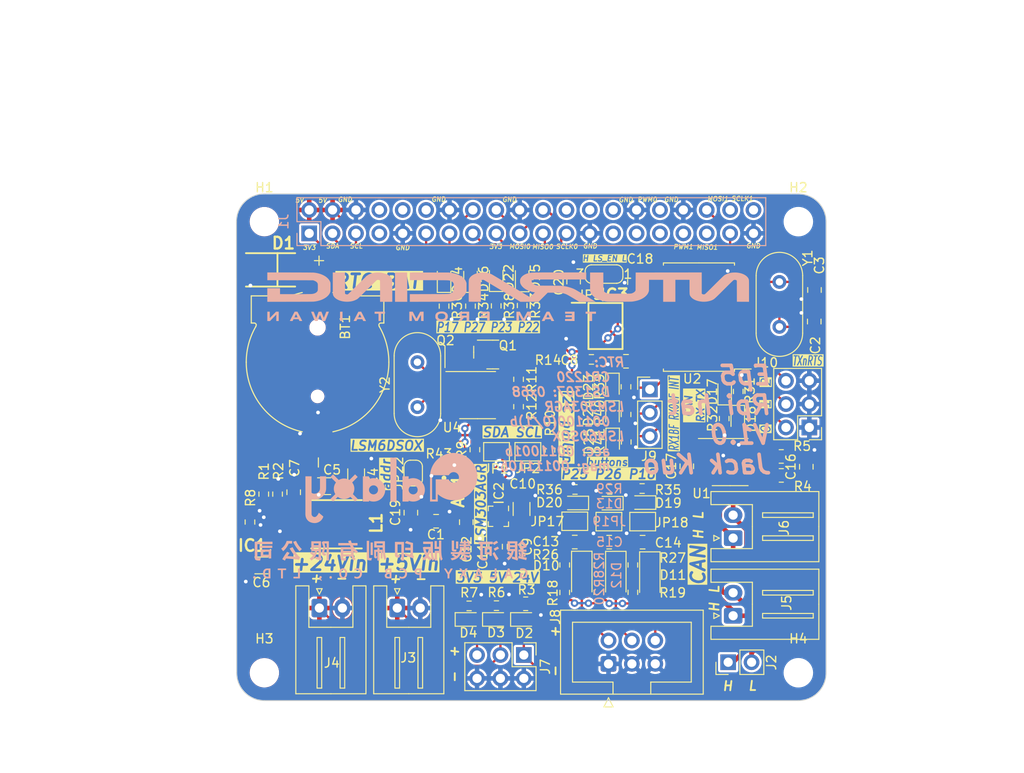
<source format=kicad_pcb>
(kicad_pcb (version 20221018) (generator pcbnew)
  (title_block (title "EP5 Rpi hat") (date "2024-06-30") (rev "V2.0") (company "NTU Racing Team") (comment 1 "郭哲明") (comment 2 "Electrical Group") (comment 3 "1.6T/1oz/綠色防焊/白色文字/無鉛噴錫/各5pcs"))
  (layers (0 "F.Cu" signal) (31 "B.Cu" signal) (34 "B.Paste" user) (35 "F.Paste" user) (36 "B.SilkS" user "B.Silkscreen") (37 "F.SilkS" user "F.Silkscreen") (38 "B.Mask" user) (39 "F.Mask" user) (44 "Edge.Cuts" user))
  (net 0 "")
  (net 1 "RTCbattery")
  (net 2 "GND")
  (net 3 "Net-(AC1-SDO{slash}SA0)")
  (net 4 "/OSC2")
  (net 5 "/OSC1")
  (net 6 "+5V")
  (net 7 "+24V")
  (net 8 "Net-(IC1-VCC)")
  (net 9 "+3V3")
  (net 10 "/LSM6D_INT1")
  (net 11 "/LSM6D_INT2")
  (net 14 "Net-(D2-K)")
  (net 15 "Net-(D3-K)")
  (net 16 "Net-(D4-K)")
  (net 17 "P22")
  (net 18 "P27")
  (net 19 "Net-(D13-K)")
  (net 20 "P26")
  (net 21 "Net-(D14-K)")
  (net 22 "P25")
  (net 23 "Net-(D15-K)")
  (net 24 "P24")
  (net 25 "Net-(D16-K)")
  (net 26 "P23")
  (net 27 "Net-(D17-K)")
  (net 28 "/CANTX")
  (net 29 "Net-(D18-K)")
  (net 30 "/CANRX")
  (net 31 "P17")
  (net 32 "Net-(D22-K)")
  (net 33 "P16")
  (net 34 "Net-(D23-K)")
  (net 35 "/INT")
  (net 36 "Net-(D24-K)")
  (net 37 "/RX0BF")
  (net 38 "Net-(D25-K)")
  (net 39 "/RX1BF")
  (net 43 "/power/5V_SW")
  (net 44 "5V_BOOT")
  (net 46 "/power/5Vraw")
  (net 48 "5V_PGood")
  (net 51 "SDA")
  (net 52 "SCL")
  (net 57 "MOSI0")
  (net 58 "MISO0")
  (net 59 "SCLK0")
  (net 66 "/PWM0")
  (net 67 "/PWM1")
  (net 68 "MISO1")
  (net 69 "MOSI1")
  (net 70 "SCLK1")
  (net 71 "CANH")
  (net 72 "CANL")
  (net 73 "Net-(JP1-A)")
  (net 74 "Net-(JP2-A)")
  (net 75 "/GPIOs/Button25")
  (net 76 "/GPIOs/Button26")
  (net 77 "/RTC_SCL")
  (net 78 "/RTC_SDA")
  (net 79 "Net-(U2-~{RESET})")
  (net 80 "/TX0RTS")
  (net 81 "/TX1RTS")
  (net 82 "/TX2RTS")
  (net 84 "Net-(U4-X1)")
  (net 85 "Net-(U4-X2)")
  (net 87 "/GPIOs/Button25_raw")
  (net 88 "/GPIOs/Button26_raw")
  (net 89 "Net-(D19-K)")
  (net 90 "Net-(D20-K)")
  (net 91 "/LSM303_DRDY")
  (net 92 "/LSM303_INT2")
  (net 93 "/LSM303_INT1")
  (net 94 "/CAN_VREF")
  (net 96 "/levelShiftEnable")
  (net 98 "/MCP2515_SCK")
  (net 99 "/MCP2515_CS")
  (net 100 "/MCP2515_MISO")
  (net 101 "/MCP2515_MOSI")
  (net 102 "/GPIOs/Button16")
  (net 103 "/GPIOs/Button16_raw")
  (net 104 "/LSM303_C1")
  (footprint "Resistor_SMD:R_0603_1608Metric" (layer "F.Cu") (at 151.2406 103.8115 -90)
    (fp_text reference "R19")
    (fp_text value "4k7")
  )
  (footprint "Capacitor_SMD:C_1206_3216Metric" (layer "F.Cu") (at 121.1834 91.1098 90)
    (fp_text reference "C4")
    (fp_text value "22u 16V")
  )
  (footprint "SamacSys_Parts:SMBJ12A" (layer "F.Cu") (at 111.887 68.7832 180)
    (fp_text reference "D1")
    (fp_text value "SMBJ5.0A-TR" hide)
  )
  (footprint "Capacitor_SMD:C_0805_2012Metric" (layer "F.Cu") (at 170.942 74.3966 90)
    (fp_text reference "C2")
    (fp_text value "30p")
  )
  (footprint "Resistor_SMD:R_0603_1608Metric" (layer "F.Cu") (at 151.2406 100.8397 90)
    (fp_text reference "R27")
    (fp_text value "4k7")
  )
  (footprint "Resistor_SMD:R_0603_1608Metric" (layer "F.Cu") (at 130.7338 72.7202 -90)
    (fp_text reference "R30")
    (fp_text value "150R")
  )
  (footprint "nturt_kicad_lib:BAT_1056" (layer "F.Cu") (at 116.9924 79.0194 -90)
    (fp_text reference "BT1")
    (fp_text value "RTC battery")
  )
  (footprint "Resistor_SMD:R_0805_2012Metric" (layer "F.Cu") (at 167.3606 89.0524 180)
    (fp_text reference "R4")
    (fp_text value "60R")
  )
  (footprint "MountingHole:MountingHole_2.7mm_M2.5" (layer "F.Cu") (at 169.2148 112.5474)
    (fp_text reference "H4")
    (fp_text value "MountingHole")
  )
  (footprint "Resistor_SMD:R_0603_1608Metric" (layer "F.Cu") (at 162.687 81.9912 90)
    (fp_text reference "R31")
    (fp_text value "150R")
  )
  (footprint "LED_SMD:LED_0603_1608Metric" (layer "F.Cu") (at 144.9451 94.1079 180)
    (fp_text reference "D20")
    (fp_text value "P25")
  )
  (footprint "Capacitor_SMD:C_0805_2012Metric" (layer "F.Cu") (at 144.93 98.3497 180)
    (fp_text reference "C13")
    (fp_text value "220p")
  )
  (footprint "LED_SMD:LED_0603_1608Metric" (layer "F.Cu") (at 149.0218 81.4953 -90)
    (fp_text reference "D23")
    (fp_text value "INT")
  )
  (footprint "Resistor_SMD:R_0603_1608Metric" (layer "F.Cu") (at 150.5204 87.4778 -90)
    (fp_text reference "R41")
    (fp_text value "150R")
  )
  (footprint "Resistor_SMD:R_0603_1608Metric" (layer "F.Cu") (at 111.1486 93.1418 -90)
    (fp_text reference "R1")
    (fp_text value "49k9")
  )
  (footprint "Diode_SMD:D_MiniMELF" (layer "F.Cu") (at 145.692 102.0073 -90)
    (fp_text reference "D10")
    (fp_text value "1N4007")
  )
  (footprint "Resistor_SMD:R_0603_1608Metric" (layer "F.Cu") (at 138.824549 83.6445 -90)
    (fp_text reference "R12")
    (fp_text value "3k3")
  )
  (footprint "LED_SMD:LED_0603_1608Metric" (layer "F.Cu") (at 149.0472 87.4656 -90)
    (fp_text reference "D25")
    (fp_text value "RX1BF")
  )
  (footprint "Package_TO_SOT_SMD:SOT-23" (layer "F.Cu") (at 136.025549 77.9803)
    (fp_text reference "Q1")
    (fp_text value "2N7002")
  )
  (footprint "Resistor_SMD:R_0603_1608Metric" (layer "F.Cu") (at 150.495 81.4832 -90)
    (fp_text reference "R39")
    (fp_text value "150R")
  )
  (footprint "Package_SO:SOIC-8_3.9x4.9mm_P1.27mm" (layer "F.Cu") (at 161.8092 89.662)
    (fp_text reference "U1")
    (fp_text value "SN65HVD1050D")
  )
  (footprint "LED_SMD:LED_0603_1608Metric" (layer "F.Cu") (at 149.0285 84.4928 -90)
    (fp_text reference "D24")
    (fp_text value "RX0BF")
  )
  (footprint "LED_SMD:LED_0603_1608Metric" (layer "F.Cu") (at 136.398 106.7562)
    (fp_text reference "D3")
    (fp_text value "5VGood")
  )
  (footprint "Connector_PinHeader_2.54mm:PinHeader_1x02_P2.54mm_Vertical" (layer "F.Cu") (at 161.5948 111.4044 90)
    (fp_text reference "J2")
    (fp_text value "CAN")
  )
  (footprint "Package_TO_SOT_SMD:SOT-23" (layer "F.Cu") (at 132.393349 77.7263 90)
    (fp_text reference "Q2")
    (fp_text value "2N7002")
  )
  (footprint "Jumper:SolderJumper-2_P1.3mm_Open_RoundedPad1.0x1.5mm" (layer "F.Cu") (at 127.381 90.8558 90)
    (fp_text reference "JP22")
    (fp_text value "LSM6D_addr")
  )
  (footprint "Jumper:SolderJumper-2_P1.3mm_Open_Pad1.0x1.5mm" (layer "F.Cu") (at 136.4338 88.5444)
    (fp_text reference "JP1")
    (fp_text value "I2C_pullup")
  )
  (footprint "Connector_JST:JST_XH_S2B-XH-A_1x02_P2.50mm_Horizontal" (layer "F.Cu") (at 162.1326 106.3552 90)
    (fp_text reference "J5")
    (fp_text value "CAN")
  )
  (footprint "Package_SO:SOIC-8_3.9x4.9mm_P1.27mm" (layer "F.Cu") (at 134.377249 82.3897)
    (fp_text reference "U4")
    (fp_text value "DS1307Z+")
  )
  (footprint "Resistor_SMD:R_0603_1608Metric" (layer "F.Cu") (at 136.398 72.6948 -90)
    (fp_text reference "R38")
    (fp_text value "150R")
  )
  (footprint "Resistor_SMD:R_0603_1608Metric" (layer "F.Cu") (at 150.5017 84.4929 -90)
    (fp_text reference "R40")
    (fp_text value "150R")
  )
  (footprint "Capacitor_SMD:C_0805_2012Metric" (layer "F.Cu") (at 136.33145 98.8495 90)
    (fp_text reference "C11")
    (fp_text value "0u1")
  )
  (footprint "LED_SMD:LED_0603_1608Metric" (layer "F.Cu") (at 162.6362 84.9884 -90)
    (fp_text reference "D18")
    (fp_text value "CANRX")
  )
  (footprint "Capacitor_SMD:C_0805_2012Metric_Pad1.18x1.45mm_HandSolder" (layer "F.Cu") (at 151.4094 70.1079 90)
    (fp_text reference "C18")
    (fp_text value "0u1")
  )
  (footprint "Resistor_SMD:R_0603_1608Metric" (layer "F.Cu") (at 142.2354 88.3534 90)
    (fp_text reference "R10")
    (fp_text value "3k3")
  )
  (footprint "Diode_SMD:D_MiniMELF" (layer "F.Cu") (at 149.39 102.019 -90)
    (fp_text reference "D12")
    (fp_text value "1N4007")
  )
  (footprint "Resistor_SMD:R_0603_1608Metric" (layer "F.Cu") (at 134.082 88.3158 90)
    (fp_text reference "R9")
    (fp_text value "3k3")
  )
  (footprint "LED_SMD:LED_0603_1608Metric" (layer "F.Cu") (at 148.6941 94.1232 180)
    (fp_text reference "D13")
    (fp_text value "P16")
  )
  (footprint "Capacitor_SMD:C_0805_2012Metric" (layer "F.Cu") (at 114.3998 92.9386 90)
    (fp_text reference "C7")
    (fp_text value "1u 16V")
  )
  (footprint "Resistor_SMD:R_0603_1608Metric" (layer "F.Cu") (at 144.9584 92.6347 180)
    (fp_text reference "R36")
    (fp_text value "150R")
  )
  (footprint "Capacitor_SMD:C_0805_2012Metric" (layer "F.Cu") (at 170.0803 90.17 90)
    (fp_text reference "C16")
    (fp_text value "4n7")
  )
  (footprint "Crystal:Crystal_HC49-U_Vertical" (layer "F.Cu") (at 127.8382 83.693 90)
    (fp_text reference "Y2")
    (fp_text value "32.768kHz")
  )
  (footprint "Resistor_SMD:R_0603_1608Metric" (layer "F.Cu") (at 133.4516 105.283)
    (fp_text reference "R7")
    (fp_text value "150R")
  )
  (footprint "LED_SMD:LED_0603_1608Metric" (layer "F.Cu") (at 136.398 69.6468 90)
    (fp_text reference "D22")
    (fp_text value "P23")
  )
  (footprint "LED_SMD:LED_0603_1608Metric" (layer "F.Cu") (at 133.4262 106.7562)
    (fp_text reference "D4")
    (fp_text value "3V3Good")
  )
  (footprint "Resistor_SMD:R_0603_1608Metric" (layer "F.Cu") (at 138.824549 80.6727 -90)
    (fp_text reference "R11")
    (fp_text value "3k3")
  )
  (footprint "Capacitor_SMD:C_0805_2012Metric_Pad1.18x1.45mm_HandSolder" (layer "F.Cu") (at 157.099 90.1192 90)
    (fp_text reference "C17")
    (fp_text value "0u1")
  )
  (footprint "LED_SMD:LED_0603_1608Metric" (layer "F.Cu") (at 139.446 106.7562)
    (fp_text reference "D2")
    (fp_text value "24VGood")
  )
  (footprint "SamacSys_Parts:LGA-14_1" (layer "F.Cu") (at 129.9676 93.21 -90)
    (fp_text reference "AC1")
    (fp_text value "LSM6DSOXTR" hide)
  )
  (footprint "Resistor_SMD:R_0603_1608Metric" (layer "F.Cu") (at 152.2464 92.5365 180)
    (fp_text reference "R35")
    (fp_text value "150R")
  )
  (footprint "Jumper:SolderJumper-2_P1.3mm_Open_Pad1.0x1.5mm" (layer "F.Cu") (at 152.3074 96.1285 180)
    (fp_text reference "JP18")
    (fp_text value "button26")
  )
  (footprint "SamacSys_Parts:LMR66430R5RXBR" (layer "F.Cu") (at 112.9004 97.1564 90)
    (fp_text reference "IC1")
    (fp_text value "LMQ66420MC5RXBRQ1" hide)
  )
  (footprint "Jumper:SolderJumper-2_P1.3mm_Open_Pad1.0x1.5mm" (layer "F.Cu") (at 139.8374 88.5444 180)
    (fp_text reference "JP2")
    (fp_text value "I2C_pullup")
  )
  (footprint "SamacSys_Parts:INDPM5552X300N" (layer "F.Cu") (at 119.0498 96.4184 180)
    (fp_text reference "L1")
    (fp_text value "4u7 3A" hide)
  )
  (footprint "Package_LGA:LGA-12_2x2mm_P0.5mm" (layer "F.Cu") (at 136.63625 95.5543 -90)
    (fp_text reference "IC2")
    (fp_text value "LSM303AGRTR")
  )
  (footprint "SamacSys_Parts:SOP65P640X120-14N" (layer "F.Cu") (at 148.2682 74.885)
    (fp_text reference "IC3")
    (fp_text value "LSF0204DPWR" hide)
  )
  (footprint "Connector_JST:JST_XH_S2B-XH-A_1x02_P2.50mm_Horizontal" (layer "F.Cu") (at 125.6484 105.516)
    (fp_text reference "J3")
    (fp_text value "5Vin")
  )
  (footprint "LED_SMD:LED_0603_1608Metric" (layer "F.Cu") (at 161.2138 81.9658 90)
    (fp_text reference "D17")
    (fp_text value "CANTX")
  )
  (footprint "Resistor_SMD:R_0603_1608Metric" (layer "F.Cu") (at 146.7358 78.5114 180)
    (fp_text reference "R14")
    (fp_text value "10k")
  )
  (footprint "MountingHole:MountingHole_2.7mm_M2.5" (layer "F.Cu") (at 111.2148 112.5474)
    (fp_text reference "H3")
    (fp_text value "MountingHole")
  )
  (footprint "Capacitor_SMD:C_1206_3216Metric" (layer "F.Cu") (at 117.7036 92.2782 180)
    (fp_text reference "C5")
    (fp_text value "22u 16V")
  )
  (footprint "Capacitor_SMD:C_0805_2012Metric_Pad1.18x1.45mm_HandSolder" (layer "F.Cu") (at 150.495 78.7146 180)
    (fp_text reference "C8")
    (fp_text value "0u1")
  )
  (footprint "Resistor_SMD:R_0603_1608Metric" (layer "F.Cu") (at 112.6472 93.1418 90)
    (fp_text reference "R2")
    (fp_text value "12k4")
  )
  (footprint "Resistor_SMD:R_0603_1608Metric" (layer "F.Cu") (at 148.7317 92.6246 180)
    (fp_text reference "R29")
    (fp_text value "150R")
  )
  (footprint "MountingHole:MountingHole_2.7mm_M2.5" (layer "F.Cu") (at 111.2148 63.5474)
    (fp_text reference "H1")
    (fp_text value "MountingHole")
  )
  (footprint "LED_SMD:LED_0603_1608Metric" (layer "F.Cu") (at 130.7338 69.7484 90)
    (fp_text reference "D14")
    (fp_text value "P17")
  )
  (footprint "Resistor_SMD:R_0603_1608Metric" (layer "F.Cu") (at 136.4234 105.2576)
    (fp_text reference "R6")
    (fp_text value "220R")
  )
  (footprint "Jumper:SolderJumper-3_P1.3mm_Open_RoundedPad1.0x1.5mm_NumberLabels" (layer "F.Cu") (at 148.1074 69.2404 180)
    (fp_text reference "JP3")
    (fp_text value "enable")
  )
  (footprint "Resistor_SMD:R_0603_1608Metric" (layer "F.Cu") (at 109.65 96.1766 90)
    (fp_text reference "R8")
    (fp_text value "10k")
  )
  (footprint "Capacitor_SMD:C_0805_2012Metric" (layer "F.Cu") (at 138.33805 98.8495 90)
    (fp_text reference "C9")
    (fp_text value "0u1")
  )
  (footprint "LED_SMD:LED_0603_1608Metric" (layer "F.Cu") (at 139.2174 69.6722 90)
    (fp_text reference "D15")
    (fp_text value "P22")
  )
  (footprint "Connector_JST:JST_XH_S2B-XH-A_1x02_P2.50mm_Horizontal" (layer "F.Cu") (at 117.1902 105.516)
    (fp_text reference "J4")
    (fp_text value "24Vin")
  )
  (footprint "Capacitor_SMD:C_0805_2012Metric" (layer "F.Cu") (at 133.1468 96.1898 90)
    (fp_text reference "C12")
    (fp_text value "220n")
  )
  (footprint "Diode_SMD:D_MiniMELF" (layer "F.Cu") (at 153.0846 102.0721 -90)
    (fp_text reference "D11")
    (fp_text value "1N4007")
  )
  (footprint "Resistor_SMD:R_0603_1608Metric" (layer "F.Cu") (at 143.8378 103.8229 -90)
    (fp_text reference "R18")
    (fp_text value "4k7")
  )
  (footprint "Capacitor_SMD:C_0805_2012Metric" (layer "F.Cu") (at 148.6688 98.3614 180)
    (fp_text reference "C15")
    (fp_text value "220p")
  )
  (footprint "Package_SO:SOIC-18W_7.5x11.6mm_P1.27mm" (layer "F.Cu") (at 158.4198 73.914 180)
    (fp_text reference "U2")
    (fp_text value "MCP2515-xSO")
  )
  (footprint "Resistor_SMD:R_0805_2012Metric" (layer "F.Cu") (at 139.5984 105.0544)
    (fp_text reference "R3")
    (fp_text value "2k2")
  )
  (footprint "Capacitor_SMD:C_1206_3216Metric" (layer "F.Cu") (at 139.15085 94.7583 -90)
    (fp_text reference "C10")
    (fp_text value "10u")
  )
  (footprint "Capacitor_SMD:C_0805_2012Metric" (layer "F.Cu") (at 152.2972 98.3637 180)
    (fp_text reference "C14")
    (fp_text value "220p")
  )
  (footprint "Capacitor_SMD:C_0805_2012Metric" (layer "F.Cu") (at 127.1268 95.1588 90)
    (fp_text reference "C19")
    (fp_text value "0u1")
  )
  (footprint "Resistor_SMD:R_0603_1608Metric" (layer "F.Cu") (at 161.163 84.9376 -90)
    (fp_text reference "R32")
    (fp_text value "150R")
  )
  (footprint "Connector_IDC:IDC-Header_2x03_P2.54mm_Vertical" (layer "F.Cu") (at 148.5954 111.5796 90)
    (fp_text reference "J8")
    (fp_text value "buttons")
  )
  (footprint "Jumper:SolderJumper-2_P1.3mm_Open_Pad1.0x1.5mm" (layer "F.Cu") (at 144.93 96.0891 180)
    (fp_text reference "JP17")
    (fp_text value "button25")
  )
  (footprint "Capacitor_SMD:C_0805_2012Metric_Pad1.18x1.45mm_HandSolder" (layer "F.Cu") (at 144.8054 70.0532 90)
    (fp_text reference "C20")
    (fp_text value "0u1")
  )
  (footprint "Resistor_SMD:R_0603_1608Metric" (layer "F.Cu") (at 133.604 72.7202 -90)
    (fp_text reference "R34")
    (fp_text value "150R")
  )
  (footprint "Connector_PinHeader_2.54mm:PinHeader_2x03_P2.54mm_Vertical" (layer "F.Cu") (at 170.4086 85.9028 180)
    (fp_text reference "J10")
    (fp_text value "Conn_02x03_Odd_Even")
  )
  (footprint "Crystal:Crystal_HC49-U_Vertical" (layer "F.Cu") (at 167.1574 70.0924 -90)
    (fp_text reference "Y1")
    (fp_text value "8MHz")
  )
  (footprint "Resistor_SMD:R_0603_1608Metric" (layer "F.Cu") (at 143.8378 100.8389 90)
    (fp_text reference "R26")
    (fp_text value "4k7")
  )
  (footprint "Capacitor_SMD:C_0805_2012Metric" (layer "F.Cu") (at 170.9674 70.9676 -90)
    (fp_text reference "C3")
    (fp_text value "30p")
  )
  (footprint "Capacitor_SMD:C_0805_2012Metric" (layer "F.Cu") (at 129.8702 96.0882 180)
    (fp_text reference "C1")
    (fp_text value "0u1")
  )
  (footprint "Connector_PinHeader_2.54mm:PinHeader_1x03_P2.54mm_Vertical" (layer "F.Cu") (at 153.0858 81.7654)
    (fp_text reference "J9")
    (fp_text value "MCP2515out")
  )
  (footprint "Connector_PinHeader_2.54mm:PinHeader_2x03_P2.54mm_Vertical" (layer "F.Cu") (at 139.3952 110.617 -90)
    (fp_text reference "J7")
    (fp_text value "testPower")
  )
  (footprint "MountingHole:MountingHole_2.7mm_M2.5" (layer "F.Cu") (at 169.2148 63.5474)
    (fp_text reference "H2")
    (fp_text value "MountingHole")
  )
  (footprint "LED_SMD:LED_0603_1608Metric" (layer "F.Cu") (at 152.2464 94.0605 180)
    (fp_text reference "D19")
    (fp_text value "P26")
  )
  (footprint "LED_SMD:LED_0603_1608Metric" (layer "F.Cu") (at 133.604 69.7484 90)
    (fp_text reference "D16")
    (fp_text value "P27")
  )
  (footprint "Resistor_SMD:R_0603_1608Metric" (layer "F.Cu") (at 130.2002 90.0788 180)
    (fp_text reference "R43")
    (fp_text value "10k")
  )
  (footprint "Resistor_SMD:R_0603_1608Metric" (layer "F.Cu") (at 147.536 100.8394 90)
    (fp_text reference "R28")
    (fp_text value "4k7")
  )
  (footprint "Resistor_SMD:R_0603_1608Metric" (layer "F.Cu") (at 147.536 103.8112 -90)
    (fp_text reference "R20")
    (fp_text value "4k7")
  )
  (footprint "Connector_JST:JST_XH_S2B-XH-A_1x02_P2.50mm_Horizontal" (layer "F.Cu") (at 162.1326 97.9224 90)
    (fp_text reference "J6")
    (fp_text value "CAN")
  )
  (footprint "Resistor_SMD:R_0805_2012Metric" (layer "F.Cu") (at 167.3625 91.1098)
    (fp_text reference "R5")
    (fp_text value "60R")
  )
  (footprint "Resistor_SMD:R_0603_1608Metric" (layer "F.Cu") (at 139.2174 72.6562 -90)
    (fp_text reference "R33")
    (fp_text value "150R")
  )
  (footprint "Capacitor_SMD:C_1206_3216Metric" (layer "F.Cu") (at 110.8964 100.8888 180)
    (fp_text reference "C6")
    (fp_text value "10u 35V")
  )
  (footprint "Jumper:SolderJumper-2_P1.3mm_Open_Pad1.0x1.5mm" (layer "F.Cu") (at 148.6386 96.1282 180)
    (fp_text reference "JP19")
    (fp_text value "button16")
  )
  (footprint "Connector_PinSocket_2.54mm:PinSocket_2x20_P2.54mm_Vertical" (layer "B.Cu") (at 116.0848 64.8174 -90)
    (fp_text reference "J1")
    (fp_text value "Raspberry_Pi_2_3")
  )
  (gr_poly (pts (xy 132.93767 73.325351) (xy 132.878184 73.32614) (xy 132.825082 73.327358) (xy 132.777826 73.329072) (xy 132.735876 73.331349) (xy 132.698693 73.334254) (xy 132.665737 73.337853) (xy 132.636468 73.342213) (xy 132.623048 73.344699) (xy 132.610348 73.3474) (xy 132.5983 73.350324) (xy 132.586836 73.35348) (xy 132.57589 73.356875) (xy 132.565394 73.360519) (xy 132.55528 73.364419) (xy 132.545481 73.368583) (xy 132.526558 73.377738) (xy 132.508086 73.388052) (xy 132.489525 73.399588) (xy 132.472928 73.412057) (xy 132.457557 73.42611) (xy 132.443447 73.441648) (xy 132.430633 73.458569) (xy 132.41915 73.476771) (xy 132.409033 73.496153) (xy 132.400318 73.516615) (xy 132.39304 73.538054) (xy 132.387233 73.56037) (xy 132.382933 73.583461) (xy 132.380175 73.607225) (xy 132.378995 73.631562) (xy 132.379426 73.656371) (xy 132.381506 73.68155) (xy 132.385268 73.706997) (xy 132.390748 73.732611) (xy 132.393201 73.74241) (xy 132.395821 73.75173) (xy 132.398644 73.760625) (xy 132.401705 73.769146) (xy 132.405038 73.777344) (xy 132.40868 73.785272) (xy 132.412665 73.79298) (xy 132.417028 73.800521) (xy 132.421805 73.807946) (xy 132.42703 73.815307) (xy 132.432739 73.822656) (xy 132.438966 73.830044) (xy 132.445748 73.837523) (xy 132.453119 73.845145) (xy 132.461114 73.85296) (xy 132.469769 73.861022) (xy 132.482353 73.872361) (xy 132.494508 73.882939) (xy 132.505935 73.892524) (xy 132.511282 73.896873) (xy 132.516336 73.900886) (xy 132.521059 73.904536) (xy 132.525415 73.907793) (xy 132.529365 73.910628) (xy 132.532873 73.913013) (xy 132.535901 73.914918) (xy 132.538413 73.916315) (xy 132.54037 73.917174) (xy 132.54113 73.917393) (xy 132.541737 73.917467) (xy 132.543124 73.917532) (xy 132.544633 73.917723) (xy 132.546254 73.918034) (xy 132.547976 73.918459) (xy 132.549789 73.918991) (xy 132.551683 73.919625) (xy 132.553646 73.920353) (xy 132.55567 73.921171) (xy 132.557744 73.922071) (xy 132.559856 73.923048) (xy 132.561998 73.924095) (xy 132.564158 73.925206) (xy 132.568493 73.927596) (xy 132.572779 73.930167) (xy 132.575133 73.932464) (xy 132.57633 73.935715) (xy 132.576302 73.940011) (xy 132.574985 73.945446) (xy 132.572312 73.952113) (xy 132.568217 73.960106) (xy 132.562633 73.969516) (xy 132.555495 73.980437) (xy 132.53629 74.007185) (xy 132.510074 74.041093) (xy 132.476317 74.082905) (xy 132.43449 74.133366) (xy 132.373703 74.208508) (xy 132.323896 74.27095) (xy 132.304723 74.295424) (xy 132.290229 74.314342) (xy 132.281059 74.32691) (xy 132.278673 74.330564) (xy 132.27786 74.332334) (xy 132.278657 74.333126) (xy 132.280999 74.333913) (xy 132.290008 74.335442) (xy 132.304276 74.336873) (xy 132.323191 74.338154) (xy 132.346141 74.339237) (xy 132.372514 74.340072) (xy 132.401698 74.34061) (xy 132.433082 74.3408) (xy 132.588304 74.3408) (xy 132.73929 74.157356) (xy 132.890279 73.973911) (xy 133.18097 73.973911) (xy 133.182379 74.117845) (xy 133.182831 74.196814) (xy 133.183037 74.227925) (xy 133.183615 74.254039) (xy 133.184854 74.275597) (xy 133.185812 74.284806) (xy 133.187044 74.29304) (xy 133.188586 74.300356) (xy 133.190474 74.306808) (xy 133.192744 74.312451) (xy 133.195433 74.31734) (xy 133.198577 74.321531) (xy 133.202212 74.325078) (xy 133.206374 74.328037) (xy 133.211099 74.330462) (xy 133.216424 74.332408) (xy 133.222384 74.333931) (xy 133.229016 74.335086) (xy 133.236356 74.335927) (xy 133.253304 74.336889) (xy 133.273519 74.337258) (xy 133.324903 74.337978) (xy 133.463192 74.34221) (xy 133.463192 73.748133) (xy 133.188026 73.748133) (xy 132.950958 73.748133) (xy 132.912462 73.748095) (xy 132.878269 73.747962) (xy 132.848087 73.747705) (xy 132.821621 73.747295) (xy 132.798579 73.746704) (xy 132.778665 73.745901) (xy 132.769791 73.745411) (xy 132.761588 73.744858) (xy 132.754021 73.744238) (xy 132.747053 73.743547) (xy 132.740648 73.742782) (xy 132.734767 73.741938) (xy 132.729376 73.741013) (xy 132.724437 73.740003) (xy 132.719913 73.738904) (xy 132.715768 73.737712) (xy 132.711966 73.736424) (xy 132.708468 73.735036) (xy 132.705239 73.733546) (xy 132.702243 73.731948) (xy 132.699442 73.730239) (xy 132.696799 73.728416) (xy 132.694278 73.726476) (xy 132.691843 73.724414) (xy 132.689456 73.722227) (xy 132.687081 73.719911) (xy 132.683625 73.71623) (xy 132.6804 73.71234) (xy 132.677405 73.708256) (xy 132.67464 73.703992) (xy 132.672105 73.699563) (xy 132.669799 73.694982) (xy 132.667721 73.690266) (xy 132.665871 73.685427) (xy 132.664248 73.680481) (xy 132.662852 73.675442) (xy 132.661682 73.670324) (xy 132.660739 73.665142) (xy 132.66002 73.659911) (xy 132.659527 73.654644) (xy 132.659257 73.649357) (xy 132.659211 73.644064) (xy 132.659389 73.638779) (xy 132.659789 73.633516) (xy 132.660412 73.628291) (xy 132.661256 73.623118) (xy 132.662321 73.61801) (xy 132.663607 73.612984) (xy 132.665113 73.608052) (xy 132.666839 73.60323) (xy 132.668784 73.598532) (xy 132.670947 73.593972) (xy 132.673329 73.589566) (xy 132.675928 73.585327) (xy 132.678744 73.581269) (xy 132.681777 73.577408) (xy 132.685025 73.573758) (xy 132.688489 73.570334) (xy 132.693607 73.566078) (xy 132.699068 73.562283) (xy 132.705116 73.558914) (xy 132.711995 73.555936) (xy 132.719948 73.553313) (xy 132.72922 73.55101) (xy 132.740055 73.548993) (xy 132.752697 73.547226) (xy 132.784375 73.544302) (xy 132.826207 73.541957) (xy 132.880143 73.539909) (xy 132.948135 73.537878) (xy 133.178148 73.533644) (xy 133.183792 73.640889) (xy 133.188026 73.748133) (xy 133.463192 73.748133) (xy 133.463192 73.3248) (xy 133.077957 73.3248)) (fill solid) (layer "B.SilkS"))
  (gr_poly (pts (xy 118.646527 70.2387) (xy 118.646684 70.578273) (xy 118.647254 70.848939) (xy 118.648387 71.058917) (xy 118.650231 71.216424) (xy 118.652935 71.329679) (xy 118.654655 71.372281) (xy 118.656647 71.406902) (xy 118.658928 71.434569) (xy 118.661517 71.45631) (xy 118.664433 71.473152) (xy 118.667694 71.486122) (xy 118.68212 71.528842) (xy 118.699681 71.570721) (xy 118.720294 71.61172) (xy 118.743876 71.651801) (xy 118.799622 71.729053) (xy 118.866262 71.802167) (xy 118.943138 71.870832) (xy 119.029592 71.93474) (xy 119.124968 71.993578) (xy 119.228608 72.047039) (xy 119.339856 72.09481) (xy 119.458052 72.136584) (xy 119.582541 72.172048) (xy 119.712664 72.200894) (xy 119.847765 72.222811) (xy 119.987187 72.237489) (xy 120.130271 72.244619) (xy 120.276361 72.243889) (xy 120.347437 72.24063) (xy 120.41728 72.23561) (xy 120.485912 72.22882) (xy 120.553355 72.220253) (xy 120.619633 72.209899) (xy 120.684767 72.197752) (xy 120.748781 72.183802) (xy 120.811698 72.168042) (xy 120.87354 72.150462) (xy 120.93433 72.131055) (xy 120.994091 72.109813) (xy 121.052845 72.086726) (xy 121.110615 72.061788) (xy 121.167424 72.034989) (xy 121.223295 72.006322) (xy 121.27825 71.975778) (xy 121.318278 71.949909) (xy 121.368295 71.910911) (xy 121.437494 71.850018) (xy 121.53507 71.758467) (xy 121.852129 71.448331) (xy 122.393026 70.910389) (xy 122.847249 70.459451) (xy 123.023833 70.285509) (xy 123.168254 70.144509) (xy 123.281652 70.03539) (xy 123.36517 69.957095) (xy 123.39608 69.929176) (xy 123.419948 69.908566) (xy 123.436916 69.895133) (xy 123.447127 69.888745) (xy 123.457249 69.884994) (xy 123.467746 69.881675) (xy 123.47858 69.87878) (xy 123.489713 69.876304) (xy 123.501106 69.874239) (xy 123.512722 69.872578) (xy 123.536467 69.870444) (xy 123.560641 69.869848) (xy 123.58494 69.870736) (xy 123.609057 69.873055) (xy 123.632686 69.87675) (xy 123.655522 69.881768) (xy 123.677257 69.888055) (xy 123.697587 69.895558) (xy 123.70713 69.899749) (xy 123.716206 69.904223) (xy 123.724777 69.908974) (xy 123.732807 69.913995) (xy 123.740255 69.91928) (xy 123.747084 69.924822) (xy 123.753256 69.930613) (xy 123.758732 69.936649) (xy 123.763474 69.942921) (xy 123.767445 69.949422) (xy 123.771354 69.972885) (xy 123.774635 70.029172) (xy 123.779443 70.244521) (xy 123.782134 70.604068) (xy 123.782972 71.116412) (xy 123.782972 72.253767) (xy 124.446195 72.252356) (xy 125.109412 72.250945) (xy 125.109412 71.081133) (xy 125.109299 70.706114) (xy 125.108773 70.419896) (xy 125.108267 70.305921) (xy 125.107552 70.209149) (xy 125.106594 70.127913) (xy 125.105356 70.060547) (xy 125.103804 70.005385) (xy 125.101903 69.960761) (xy 125.099618 69.925008) (xy 125.096913 69.896462) (xy 125.095392 69.88437) (xy 125.093753 69.873454) (xy 125.091992 69.863508) (xy 125.090103 69.854321) (xy 125.085929 69.837395) (xy 125.081195 69.821011) (xy 125.067561 69.782028) (xy 125.051047 69.743436) (xy 125.031713 69.705294) (xy 125.009622 69.667663) (xy 124.984835 69.630603) (xy 124.957415 69.594172) (xy 124.927424 69.558433) (xy 124.894924 69.523443) (xy 124.859976 69.489264) (xy 124.822643 69.455955) (xy 124.782987 69.423576) (xy 124.741069 69.392188) (xy 124.696952 69.361849) (xy 124.650697 69.332621) (xy 124.602368 69.304562) (xy 124.552025 69.277733) (xy 124.518416 69.261592) (xy 124.481324 69.245509) (xy 124.441102 69.229575) (xy 124.398105 69.213881) (xy 124.305195 69.183575) (xy 124.205422 69.15532) (xy 124.101615 69.129843) (xy 123.9966 69.107871) (xy 123.893207 69.090133) (xy 123.794261 69.077356) (xy 123.734991 69.073045) (xy 123.663533 69.070653) (xy 123.583841 69.070113) (xy 123.499866 69.071359) (xy 123.41556 69.074324) (xy 123.334875 69.078943) (xy 123.261764 69.08515) (xy 123.200179 69.092878) (xy 123.13991 69.10299) (xy 123.075473 69.116095) (xy 123.00839 69.131747) (xy 122.940183 69.149499) (xy 122.872372 69.168904) (xy 122.80648 69.189517) (xy 122.744027 69.210891) (xy 122.686536 69.232578) (xy 122.593522 69.271965) (xy 122.551329 69.29241) (xy 122.50942 69.315635) (xy 122.465849 69.34335) (xy 122.418671 69.377264) (xy 122.365941 69.419086) (xy 122.305713 69.470527) (xy 122.154986 69.609099) (xy 121.950928 69.806658) (xy 121.320579 70.433434) (xy 120.932657 70.817741) (xy 120.610087 71.13405) (xy 120.483645 71.256536) (xy 120.385942 71.349818) (xy 120.321114 71.409828) (xy 120.30232 71.426086) (xy 120.293294 71.4325) (xy 120.284791 71.435506) (xy 120.275968 71.438178) (xy 120.257481 71.44254) (xy 120.238059 71.445625) (xy 120.217931 71.447471) (xy 120.197323 71.448118) (xy 120.176463 71.447606) (xy 120.155577 71.445973) (xy 120.134895 71.443259) (xy 120.114643 71.439504) (xy 120.095048 71.434746) (xy 120.076338 71.429025) (xy 120.058739 71.422379) (xy 120.042481 71.41485) (xy 120.027789 71.406474) (xy 120.021102 71.401982) (xy 120.014892 71.397293) (xy 120.009188 71.392412) (xy 120.004017 71.387344) (xy 119.972972 71.354889) (xy 119.97015 70.211889) (xy 119.965916 69.0703) (xy 119.305516 69.067478) (xy 118.646527 69.064656)) (fill solid) (layer "B.SilkS"))
  (gr_poly (pts (xy 124.664789 101.217743) (xy 124.639249 101.218983) (xy 124.615007 101.221012) (xy 124.592032 101.2238) (xy 124.570291 101.227315) (xy 124.549754 101.231526) (xy 124.53039 101.236404) (xy 124.512168 101.241916) (xy 124.495056 101.248032) (xy 124.479023 101.254721) (xy 124.464037 101.261952) (xy 124.450069 101.269695) (xy 124.437086 101.277919) (xy 124.425057 101.286592) (xy 124.413952 101.295684) (xy 124.403738 101.305164) (xy 124.394386 101.315001) (xy 124.385862 101.325165) (xy 124.378137 101.335624) (xy 124.371179 101.346348) (xy 124.364957 101.357305) (xy 124.35944 101.368466) (xy 124.350395 101.391272) (xy 124.343794 101.41452) (xy 124.339389 101.437963) (xy 124.336928 101.461353) (xy 124.336163 101.484445) (xy 124.336413 101.497007) (xy 124.33716 101.50937) (xy 124.338404 101.521534) (xy 124.340144 101.533494) (xy 124.342379 101.545249) (xy 124.34511 101.556796) (xy 124.348334 101.568134) (xy 124.352052 101.579259) (xy 124.356261 101.590169) (xy 124.360963 101.600863) (xy 124.366155 101.611338) (xy 124.371837 101.621591) (xy 124.378009 101.63162) (xy 124.384669 101.641423) (xy 124.391817 101.650997) (xy 124.399452 101.660341) (xy 124.404001 101.665546) (xy 124.408679 101.670644) (xy 124.413486 101.675634) (xy 124.418422 101.680516) (xy 124.423487 101.68529) (xy 124.428681 101.689955) (xy 124.434004 101.694511) (xy 124.439456 101.698956) (xy 124.445037 101.703291) (xy 124.450747 101.707516) (xy 124.456587 101.711629) (xy 124.462555 101.71563) (xy 124.468652 101.719519) (xy 124.474878 101.723295) (xy 124.481232 101.726958) (xy 124.487716 101.730508) (xy 124.463911 101.740568) (xy 124.441627 101.751579) (xy 124.431057 101.75744) (xy 124.420868 101.763537) (xy 124.41106 101.769871) (xy 124.401635 101.776441) (xy 124.392591 101.783247) (xy 124.383929 101.790288) (xy 124.37565 101.797565) (xy 124.367754 101.805076) (xy 124.360241 101.812822) (xy 124.35311 101.820803) (xy 124.346363 101.829017) (xy 124.34 101.837466) (xy 124.334021 101.846147) (xy 124.328425 101.855062) (xy 124.323214 101.86421) (xy 124.318388 101.873591) (xy 124.313946 101.883203) (xy 124.309889 101.893048) (xy 124.306218 101.903125) (xy 124.302932 101.913433) (xy 124.300032 101.923972) (xy 124.297518 101.934742) (xy 124.295389 101.945742) (xy 124.293648 101.956973) (xy 124.292293 101.968434) (xy 124.291324 101.980124) (xy 124.290743 101.992044) (xy 124.29055 102.004193) (xy 124.290888 102.02069) (xy 124.291902 102.036763) (xy 124.293592 102.05241) (xy 124.295955 102.067627) (xy 124.298991 102.082413) (xy 124.302699 102.096764) (xy 124.307078 102.110679) (xy 124.312126 102.124155) (xy 124.317843 102.137189) (xy 124.324227 102.14978) (xy 124.331277 102.161924) (xy 124.338993 102.173619) (xy 124.347373 102.184862) (xy 124.356416 102.195652) (xy 124.366121 102.205985) (xy 124.376487 102.21586) (xy 124.383344 102.221985) (xy 124.39034 102.227859) (xy 124.397473 102.233479) (xy 124.404742 102.238845) (xy 124.412144 102.243956) (xy 124.419678 102.24881) (xy 124.427341 102.253406) (xy 124.435131 102.257743) (xy 124.443046 102.26182) (xy 124.451085 102.265634) (xy 124.459245 102.269186) (xy 124.467524 102.272474) (xy 124.475921 102.275496) (xy 124.484432 102.278251) (xy 124.493057 102.280739) (xy 124.501793 102.282958) (xy 124.510411 102.284822) (xy 124.5196 102.286564) (xy 124.539712 102.289686) (xy 124.562174 102.292324) (xy 124.587028 102.29448) (xy 124.614318 102.296155) (xy 124.644087 102.29735) (xy 124.676379 102.298066) (xy 124.711237 102.298304) (xy 124.991166 102.298304) (xy 124.992714 102.298265) (xy 124.994242 102.298149) (xy 124.995747 102.297958) (xy 124.997228 102.297694) (xy 124.998683 102.297359) (xy 125.00011 102.296955) (xy 125.001507 102.296483) (xy 125.002872 102.295946) (xy 125.004204 102.295345) (xy 125.0055 102.294683) (xy 125.006759 102.29396) (xy 125.007978 102.29318) (xy 125.009156 102.292344) (xy 125.010292 102.291454) (xy 125.011382 102.290512) (xy 125.012425 102.289519) (xy 125.01342 102.288478) (xy 125.014364 102.287391) (xy 125.015256 102.286259) (xy 125.016094 102.285085) (xy 125.016875 102.283869) (xy 125.017598 102.282615) (xy 125.018262 102.281324) (xy 125.018863 102.279997) (xy 125.019401 102.278638) (xy 125.019873 102.277247) (xy 125.020278 102.275827) (xy 125.020613 102.27438) (xy 125.020877 102.272906) (xy 125.021068 102.27141) (xy 125.021184 102.269891) (xy 125.021223 102.268353) (xy 125.021223 101.816868) (xy 124.818658 101.816868) (xy 124.818658 102.120503) (xy 124.719915 102.120503) (xy 124.70005 102.120332) (xy 124.681579 102.119837) (xy 124.66445 102.119043) (xy 124.648613 102.117975) (xy 124.634018 102.116658) (xy 124.620613 102.115117) (xy 124.608349 102.113379) (xy 124.597175 102.111468) (xy 124.58704 102.109409) (xy 124.577894 102.107228) (xy 124.569686 102.104949) (xy 124.562366 102.102599) (xy 124.550186 102.097785) (xy 124.540951 102.092987) (xy 124.538559 102.091486) (xy 124.536245 102.089902) (xy 124.534009 102.088233) (xy 124.531851 102.08648) (xy 124.529771 102.084641) (xy 124.527767 102.082717) (xy 124.525842 102.080707) (xy 124.523993 102.078612) (xy 124.522221 102.07643) (xy 124.520527 102.074161) (xy 124.518909 102.071805) (xy 124.517367 102.069362) (xy 124.515903 102.066831) (xy 124.514514 102.064213) (xy 124.513202 102.061506) (xy 124.511966 102.05871) (xy 124.510806 102.055825) (xy 124.509722 102.052851) (xy 124.508713 102.049787) (xy 124.50778 102.046634) (xy 124.506922 102.04339) (xy 124.50614 102.040055) (xy 124.505433 102.03663) (xy 124.504801 102.033113) (xy 124.503761 102.025804) (xy 124.50302 102.018126) (xy 124.502576 102.010077) (xy 124.502428 102.001653) (xy 124.502712 101.99138) (xy 124.503566 101.981397) (xy 124.504992 101.9717) (xy 124.50699 101.962284) (xy 124.509564 101.953147) (xy 124.512714 101.944285) (xy 124.516442 101.935694) (xy 124.52075 101.927371) (xy 124.52564 101.919312) (xy 124.531113 101.911513) (xy 124.537172 101.903972) (xy 124.543817 101.896684) (xy 124.55105 101.889646) (xy 124.558874 101.882854) (xy 124.567289 101.876305) (xy 124.576298 101.869995) (xy 124.586432 101.863591) (xy 124.597065 101.857594) (xy 124.608196 101.852006) (xy 124.619819 101.846826) (xy 124.631933 101.842057) (xy 124.644533 101.837698) (xy 124.657616 101.833751) (xy 124.671179 101.830216) (xy 124.685218 101.827094) (xy 124.69973 101.824386) (xy 124.714711 101.822092) (xy 124.730158 101.820213) (xy 124.746068 101.818751) (xy 124.762437 101.817706) (xy 124.779262 101.817078) (xy 124.796539 101.816868) (xy 124.818658 101.816868) (xy 125.021223 101.816868) (xy 125.021223 101.395016) (xy 124.818658 101.395016) (xy 124.818658 101.658964) (xy 124.798761 101.658964) (xy 124.77532 101.658646) (xy 124.753343 101.657715) (xy 124.732783 101.656205) (xy 124.713594 101.65415) (xy 124.695727 101.651583) (xy 124.679136 101.648538) (xy 124.663774 101.645049) (xy 124.649592 101.641149) (xy 124.636545 101.636873) (xy 124.624584 101.632254) (xy 124.613662 101.627327) (xy 124.603733 101.622123) (xy 124.594748 101.616679) (xy 124.586662 101.611027) (xy 124.579425 101.605201) (xy 124.572992 101.599234) (xy 124.567315 101.593162) (xy 124.562346 101.587017) (xy 124.558039 101.580833) (xy 124.554346 101.574644) (xy 124.548613 101.562386) (xy 124.544771 101.550513) (xy 124.54244 101.539296) (xy 124.541243 101.529004) (xy 124.540739 101.512279) (xy 124.540894 101.503783) (xy 124.54136 101.495677) (xy 124.542137 101.487957) (xy 124.543226 101.480622) (xy 124.544628 101.473669) (xy 124.546343 101.467095) (xy 124.548371 101.460898) (xy 124.550714 101.455076) (xy 124.553372 101.449626) (xy 124.556346 101.444546) (xy 124.559636 101.439833) (xy 124.563242 101.435484) (xy 124.567167 101.431497) (xy 124.571409 101.42787) (xy 124.57597 101.424601) (xy 124.580851 101.421686) (xy 124.585409 101.41938) (xy 124.59075 101.417045) (xy 124.596936 101.414705) (xy 124.604028 101.412384) (xy 124.612087 101.410107) (xy 124.621175 101.407899) (xy 124.631353 101.405784) (xy 124.642683 101.403787) (xy 124.655226 101.401933) (xy 124.669043 101.400245) (xy 124.684196 101.39875) (xy 124.700746 101.397472) (xy 124.718755 101.396434) (xy 124.738283 101.395663) (xy 124.759393 101.395182) (xy 124.782145 101.395016) (xy 124.818658 101.395016) (xy 125.021223 101.395016) (xy 125.021223 101.247273) (xy 125.021184 101.245734) (xy 125.021068 101.244216) (xy 125.020877 101.242719) (xy 125.020613 101.241246) (xy 125.020278 101.239798) (xy 125.019873 101.238378) (xy 125.019401 101.236987) (xy 125.018863 101.235628) (xy 125.018262 101.234302) (xy 125.017598 101.233011) (xy 125.016875 101.231756) (xy 125.016094 101.230541) (xy 125.015256 101.229366) (xy 125.014364 101.228235) (xy 125.01342 101.227147) (xy 125.012425 101.226106) (xy 125.011382 101.225114) (xy 125.010292 101.224172) (xy 125.009156 101.223282) (xy 125.007978 101.222446) (xy 125.006759 101.221666) (xy 125.0055 101.220944) (xy 125.004204 101.220281) (xy 125.002872 101.219681) (xy 125.001507 101.219143) (xy 125.00011 101.218672) (xy 124.998683 101.218267) (xy 124.997228 101.217932) (xy 124.995747 101.217668) (xy 124.994242 101.217478) (xy 124.992714 101.217362) (xy 124.991166 101.217323) (xy 124.691657 101.217323)) (fill solid) (layer "B.SilkS"))
  (gr_poly (pts (xy 130.18193 98.85963) (xy 129.951319 98.85963) (xy 129.951319 98.238494) (xy 129.699648 98.238494) (xy 129.699648 99.104211) (xy 130.18193 99.104211) (xy 130.18193 99.118393) (xy 130.182235 99.206909) (xy 130.182957 99.251729) (xy 130.184364 99.297252) (xy 129.716158 99.297252) (xy 129.716158 100.360665) (xy 129.970157 100.360665) (xy 129.970157 99.544373) (xy 130.193678 99.544373) (xy 130.203162 99.658878) (xy 130.215974 99.772433) (xy 130.232583 99.884069) (xy 130.242459 99.938864) (xy 130.25346 99.992815) (xy 130.265646 100.045801) (xy 130.279075 100.097701) (xy 130.293806 100.148393) (xy 130.309898 100.197758) (xy 130.327409 100.245672) (xy 130.346398 100.292015) (xy 130.366924 100.336666) (xy 130.389046 100.379503) (xy 130.407841 100.359582) (xy 130.430084 100.337492) (xy 130.454811 100.314139) (xy 130.481055 100.290431) (xy 130.507849 100.267273) (xy 130.534228 100.245573) (xy 130.559225 100.226236) (xy 130.570904 100.217737) (xy 130.581874 100.210169) (xy 130.557677 100.153598) (xy 130.536141 100.093574) (xy 130.517113 100.030503) (xy 130.500444 99.964793) (xy 130.48598 99.89685) (xy 130.47357 99.82708) (xy 130.463063 99.755891) (xy 130.454306 99.683688) (xy 130.441435 99.53787) (xy 130.433746 99.39288) (xy 130.430022 99.25197) (xy 130.429051 99.118393) (xy 130.429051 98.189071) (xy 130.18193 98.189071)) (fill solid) (layer "B.SilkS"))
  (gr_poly (pts (xy 128.459705 98.556101) (xy 129.262028 98.556101) (xy 129.262028 98.873705) (xy 128.645548 98.873705) (xy 128.598453 98.864287) (xy 128.426685 98.918367) (xy 128.448295 99.052298) (xy 128.460747 99.117115) (xy 128.474292 99.180505) (xy 128.488926 99.242472) (xy 128.504647 99.30302) (xy 128.52145 99.362152) (xy 128.539331 99.419872) (xy 128.558289 99.476185) (xy 128.578317 99.531094) (xy 128.599414 99.584603) (xy 128.621576 99.636717) (xy 128.644798 99.687438) (xy 128.669078 99.73677) (xy 128.694412 99.784719) (xy 128.720796 99.831286) (xy 128.70114 99.853994) (xy 128.680994 99.87619) (xy 128.660363 99.897859) (xy 128.639256 99.918989) (xy 128.617679 99.939566) (xy 128.595641 99.959576) (xy 128.573147 99.979006) (xy 128.550206 99.997842) (xy 128.526824 100.016069) (xy 128.50301 100.033676) (xy 128.478769 100.050647) (xy 128.454111 100.06697) (xy 128.429041 100.082631) (xy 128.403567 100.097616) (xy 128.377697 100.111911) (xy 128.351438 100.125503) (xy 128.363577 100.135844) (xy 128.376123 100.14737) (xy 128.38898 100.159943) (xy 128.402055 100.173425) (xy 128.415256 100.187679) (xy 128.428489 100.202566) (xy 128.441661 100.217949) (xy 128.454678 100.233691) (xy 128.479874 100.265698) (xy 128.503331 100.297488) (xy 128.514175 100.312957) (xy 128.524303 100.327958) (xy 128.533624 100.342354) (xy 128.542043 100.356007) (xy 128.566512 100.341623) (xy 128.59055 100.326693) (xy 128.614164 100.311223) (xy 128.637361 100.295223) (xy 128.660147 100.278697) (xy 128.682528 100.261654) (xy 128.70451 100.244101) (xy 128.7261 100.226044) (xy 128.747305 100.207491) (xy 128.768131 100.18845) (xy 128.788583 100.168926) (xy 128.808669 100.148928) (xy 128.828394 100.128462) (xy 128.847766 100.107536) (xy 128.86679 100.086156) (xy 128.885473 100.06433) (xy 128.90509 100.087074) (xy 128.925087 100.109417) (xy 128.945459 100.131346) (xy 128.966205 100.152847) (xy 128.987321 100.173907) (xy 129.008804 100.194511) (xy 129.030652 100.214646) (xy 129.052861 100.234299) (xy 129.075428 100.253456) (xy 129.098351 100.272103) (xy 129.121626 100.290227) (xy 129.145251 100.307814) (xy 129.169223 100.32485) (xy 129.193538 100.341321) (xy 129.218195 100.357215) (xy 129.243189 100.372518) (xy 129.249709 100.360785) (xy 129.256887 100.348578) (xy 129.272986 100.32304) (xy 129.291017 100.296511) (xy 129.310512 100.269594) (xy 129.331005 100.242896) (xy 129.352027 100.217022) (xy 129.373112 100.192577) (xy 129.393791 100.170165) (xy 129.403811 100.199064) (xy 129.414502 100.227484) (xy 129.425861 100.255403) (xy 129.437883 100.282798) (xy 129.450565 100.309648) (xy 129.463903 100.335929) (xy 129.477893 100.361621) (xy 129.492531 100.386699) (xy 129.502384 100.377565) (xy 129.513321 100.367931) (xy 129.537943 100.347556) (xy 129.565374 100.32637) (xy 129.594595 100.305168) (xy 129.624585 100.284745) (xy 129.639549 100.275073) (xy 129.654323 100.265895) (xy 129.668779 100.257309) (xy 129.682789 100.249415) (xy 129.696225 100.242311) (xy 129.708961 100.236098) (xy 129.679353 100.177662) (xy 129.655204 100.120741) (xy 129.37728 100.120741) (xy 129.354095 100.107149) (xy 129.331288 100.092854) (xy 129.308852 100.07787) (xy 129.286779 100.062211) (xy 129.265064 100.045891) (xy 129.243699 100.028924) (xy 129.222678 100.011324) (xy 129.201994 99.993105) (xy 129.181639 99.974281) (xy 129.161608 99.954865) (xy 129.141892 99.934872) (xy 129.122486 99.914316) (xy 129.103383 99.89321) (xy 129.084576 99.871568) (xy 129.066057 99.849405) (xy 129.047821 99.826735) (xy 129.080387 99.7676) (xy 129.111107 99.706757) (xy 129.140118 99.644261) (xy 129.167558 99.58017) (xy 129.193564 99.514542) (xy 129.218273 99.447432) (xy 129.241825 99.378899) (xy 129.264356 99.308999) (xy 129.267962 99.408543) (xy 129.27374 99.510619) (xy 129.282105 99.614236) (xy 129.293473 99.718402) (xy 129.308259 99.822126) (xy 129.326879 99.924418) (xy 129.337756 99.974717) (xy 129.349747 100.024286) (xy 129.362905 100.073002) (xy 129.37728 100.120741) (xy 129.655204 100.120741) (xy 129.653031 100.115621) (xy 129.629805 100.05045) (xy 129.609484 99.982626) (xy 129.59188 99.912623) (xy 129.576802 99.840917) (xy 129.56406 99.767983) (xy 129.553466 99.694298) (xy 129.544828 99.620336) (xy 129.537958 99.546573) (xy 129.528761 99.401545) (xy 129.524355 99.263018) (xy 129.523224 99.134797) (xy 129.523224 99.127812) (xy 129.071422 99.127812) (xy 129.053874 99.187474) (xy 129.034845 99.246389) (xy 129.014389 99.304475) (xy 128.992562 99.361651) (xy 128.969421 99.417835) (xy 128.945021 99.472945) (xy 128.919419 99.526899) (xy 128.892669 99.579615) (xy 128.866966 99.527662) (xy 128.842803 99.474254) (xy 128.82018 99.419472) (xy 128.799099 99.363397) (xy 128.779561 99.306112) (xy 128.761566 99.247698) (xy 128.745118 99.188238) (xy 128.730215 99.127812) (xy 129.071422 99.127812) (xy 129.523224 99.127812) (xy 129.523224 98.304323) (xy 128.459705 98.304323)) (fill solid) (layer "B.SilkS"))
  (gr_poly (pts (xy 112.693742 101.217361) (xy 112.692223 101.217477) (xy 112.690726 101.217667) (xy 112.689253 101.217931) (xy 112.687806 101.218266) (xy 112.686386 101.218671) (xy 112.684995 101.219142) (xy 112.683635 101.21968) (xy 112.682309 101.22028) (xy 112.681018 101.220943) (xy 112.679764 101.221665) (xy 112.678548 101.222445) (xy 112.677374 101.223281) (xy 112.676242 101.224171) (xy 112.675154 101.225113) (xy 112.674114 101.226106) (xy 112.673121 101.227147) (xy 112.672179 101.228234) (xy 112.671289 101.229366) (xy 112.670453 101.23054) (xy 112.669672 101.231756) (xy 112.66895 101.23301) (xy 112.668288 101.234301) (xy 112.667687 101.235627) (xy 112.66715 101.236987) (xy 112.666678 101.238377) (xy 112.666274 101.239797) (xy 112.665939 101.241245) (xy 112.665675 101.242718) (xy 112.665484 101.244215) (xy 112.665368 101.245733) (xy 112.665329 101.247272) (xy 112.665329 101.365064) (xy 112.665368 101.366602) (xy 112.665484 101.368121) (xy 112.665675 101.369618) (xy 112.665939 101.371091) (xy 112.666274 101.372539) (xy 112.666678 101.373959) (xy 112.66715 101.37535) (xy 112.667687 101.376709) (xy 112.668288 101.378036) (xy 112.66895 101.379327) (xy 112.669672 101.380581) (xy 112.670453 101.381796) (xy 112.671289 101.382971) (xy 112.672179 101.384103) (xy 112.673121 101.38519) (xy 112.674114 101.386231) (xy 112.675154 101.387224) (xy 112.676242 101.388166) (xy 112.677374 101.389056) (xy 112.678548 101.389892) (xy 112.679764 101.390672) (xy 112.681018 101.391394) (xy 112.682309 101.392056) (xy 112.683635 101.392657) (xy 112.684995 101.393194) (xy 112.686386 101.393666) (xy 112.687806 101.39407) (xy 112.689253 101.394405) (xy 112.690726 101.394669) (xy 112.692223 101.39486) (xy 112.693742 101.394976) (xy 112.69528 101.395015) (xy 113.022728 101.395015) (xy 113.022728 102.268351) (xy 113.022767 102.26989) (xy 113.022883 102.271409) (xy 113.023074 102.272906) (xy 113.023338 102.274379) (xy 113.023673 102.275826) (xy 113.024077 102.277247) (xy 113.024549 102.278637) (xy 113.025086 102.279997) (xy 113.025687 102.281323) (xy 113.026349 102.282614) (xy 113.027071 102.283868) (xy 113.027852 102.285084) (xy 113.028688 102.286258) (xy 113.029578 102.28739) (xy 113.03052 102.288478) (xy 113.031512 102.289519) (xy 113.032553 102.290511) (xy 113.033641 102.291453) (xy 113.034773 102.292343) (xy 113.035947 102.293179) (xy 113.037163 102.293959) (xy 113.038417 102.294682) (xy 113.039708 102.295344) (xy 113.041034 102.295945) (xy 113.042394 102.296482) (xy 113.043785 102.296954) (xy 113.045205 102.297358) (xy 113.046652 102.297693) (xy 113.048125 102.297957) (xy 113.049622 102.298148) (xy 113.051141 102.298264) (xy 113.052679 102.298303) (xy 113.195236 102.298303) (xy 113.196775 102.298264) (xy 113.198293 102.298148) (xy 113.19979 102.297957) (xy 113.201263 102.297693) (xy 113.202711 102.297358) (xy 113.204131 102.296954) (xy 113.205522 102.296482) (xy 113.206881 102.295945) (xy 113.208208 102.295344) (xy 113.209499 102.294682) (xy 113.210753 102.293959) (xy 113.211968 102.293179) (xy 113.213143 102.292343) (xy 113.214274 102.291453) (xy 113.215362 102.290511) (xy 113.216402 102.289519) (xy 113.217395 102.288478) (xy 113.218337 102.28739) (xy 113.219227 102.286258) (xy 113.220063 102.285084) (xy 113.220843 102.283868) (xy 113.221565 102.282614) (xy 113.222227 102.281323) (xy 113.222828 102.279997) (xy 113.223365 102.278637) (xy 113.223836 102.277247) (xy 113.22424 102.275826) (xy 113.224576 102.274379) (xy 113.224839 102.272906) (xy 113.22503 102.271409) (xy 113.225146 102.26989) (xy 113.225185 102.268351) (xy 113.225185 101.395015) (xy 113.551896 101.395015) (xy 113.553434 101.394976) (xy 113.554953 101.39486) (xy 113.556449 101.394669) (xy 113.557922 101.394405) (xy 113.55937 101.39407) (xy 113.56079 101.393666) (xy 113.562181 101.393194) (xy 113.56354 101.392657) (xy 113.564866 101.392056) (xy 113.566157 101.391394) (xy 113.567412 101.390672) (xy 113.568627 101.389892) (xy 113.569801 101.389056) (xy 113.570933 101.388166) (xy 113.57202 101.387224) (xy 113.573061 101.386231) (xy 113.574054 101.38519) (xy 113.574996 101.384103) (xy 113.575886 101.382971) (xy 113.576722 101.381796) (xy 113.577502 101.380581) (xy 113.578224 101.379327) (xy 113.578886 101.378036) (xy 113.579487 101.376709) (xy 113.580024 101.37535) (xy 113.580496 101.373959) (xy 113.5809 101.372539) (xy 113.581235 101.371091) (xy 113.581499 101.369618) (xy 113.58169 101.368121) (xy 113.581806 101.366602) (xy 113.581845 101.365064) (xy 113.581845 101.247272) (xy 113.581806 101.245733) (xy 113.58169 101.244215) (xy 113.581499 101.242718) (xy 113.581235 101.241245) (xy 113.5809 101.239797) (xy 113.580496 101.238377) (xy 113.580024 101.236987) (xy 113.579487 101.235627) (xy 113.578886 101.234301) (xy 113.578224 101.23301) (xy 113.577502 101.231756) (xy 113.576722 101.23054) (xy 113.575886 101.229366) (xy 113.574996 101.228234) (xy 113.574054 101.227147) (xy 113.573061 101.226106) (xy 113.57202 101.225113) (xy 113.570933 101.224171) (xy 113.569801 101.223281) (xy 113.568627 101.222445) (xy 113.567412 101.221665) (xy 113.566157 101.220943) (xy 113.564866 101.22028) (xy 113.56354 101.21968) (xy 113.562181 101.219142) (xy 113.56079 101.218671) (xy 113.55937 101.218266) (xy 113.557922 101.217931) (xy 113.556449 101.217667) (xy 113.554953 101.217477) (xy 113.553434 101.217361) (xy 113.551896 101.217322) (xy 112.69528 101.217322)) (fill solid) (layer "B.SilkS"))
  (gr_poly (pts (xy 121.577405 73.327622) (xy 121.425003 73.331855) (xy 121.286712 73.592911) (xy 121.123974 73.904127) (xy 121.003965 74.135307) (xy 120.929727 74.280497) (xy 120.910724 74.318985) (xy 120.904305 74.333744) (xy 120.905086 74.334505) (xy 120.907378 74.3352) (xy 120.916189 74.33639) (xy 120.930127 74.337316) (xy 120.948579 74.337978) (xy 120.996578 74.338507) (xy 121.055291 74.337978) (xy 121.207694 74.333744) (xy 121.257083 74.2392) (xy 121.306473 74.143244) (xy 121.858211 74.143244) (xy 121.906195 74.242022) (xy 121.954168 74.3408) (xy 122.26179 74.3408) (xy 122.102337 74.033178) (xy 122.05396 73.939554) (xy 121.746886 73.939554) (xy 121.746737 73.940044) (xy 121.745329 73.940789) (xy 121.742225 73.941439) (xy 121.73128 73.94247) (xy 121.714614 73.94317) (xy 121.692938 73.943573) (xy 121.637398 73.943617) (xy 121.57035 73.942867) (xy 121.401014 73.938633) (xy 121.489915 73.762245) (xy 121.577405 73.585855) (xy 121.664891 73.760834) (xy 121.682298 73.795968) (xy 121.698317 73.828919) (xy 121.712616 73.858961) (xy 121.724864 73.885364) (xy 121.734731 73.907401) (xy 121.741886 73.924346) (xy 121.744343 73.93068) (xy 121.745998 73.935469) (xy 121.74681 73.93862) (xy 121.746886 73.939554) (xy 122.05396 73.939554) (xy 121.965988 73.7693) (xy 121.904494 73.651781) (xy 121.858211 73.564689) (xy 121.822825 73.498631) (xy 121.79101 73.438394) (xy 121.766338 73.390858) (xy 121.757797 73.374002) (xy 121.752381 73.3629) (xy 121.731214 73.323389)) (fill solid) (layer "B.SilkS"))
  (gr_poly (pts (xy 136.257048 102.150539) (xy 135.757198 102.150539) (xy 135.757198 102.268331) (xy 136.399606 102.268331) (xy 136.399606 101.247357) (xy 136.257048 101.247357)) (fill solid) (layer "B.SilkS"))
  (gr_poly (pts (xy 139.270055 101.222741) (xy 139.254475 101.223284) (xy 139.238761 101.224188) (xy 139.222912 101.225455) (xy 139.206929 101.227083) (xy 139.190811 101.229073) (xy 139.15817 101.234135) (xy 139.124989 101.240641) (xy 139.091265 101.24859) (xy 139.056999 101.257979) (xy 139.022188 101.268808) (xy 139.022188 101.412743) (xy 139.040015 101.403978) (xy 139.057697 101.395781) (xy 139.075235 101.388151) (xy 139.092628 101.381088) (xy 139.109875 101.374593) (xy 139.126976 101.368663) (xy 139.14393 101.3633) (xy 139.160737 101.358503) (xy 139.177396 101.354271) (xy 139.193907 101.350604) (xy 139.21027 101.347503) (xy 139.226484 101.344966) (xy 139.242548 101.342993) (xy 139.258463 101.341584) (xy 139.274227 101.340739) (xy 139.28984 101.340458) (xy 139.30764 101.340912) (xy 139.325042 101.342273) (xy 139.342048 101.344542) (xy 139.358655 101.347719) (xy 139.374864 101.351803) (xy 139.390675 101.356794) (xy 139.406087 101.362691) (xy 139.4211 101.369496) (xy 139.435713 101.377207) (xy 139.449927 101.385825) (xy 139.463741 101.395349) (xy 139.477155 101.405779) (xy 139.490168 101.417115) (xy 139.50278 101.429356) (xy 139.514991 101.442504) (xy 139.526801 101.456557) (xy 139.538065 101.471348) (xy 139.5486 101.486631) (xy 139.558406 101.502406) (xy 139.567484 101.518675) (xy 139.575834 101.535437) (xy 139.583456 101.552693) (xy 139.590351 101.570444) (xy 139.596519 101.58869) (xy 139.601959 101.607433) (xy 139.606674 101.626672) (xy 139.610662 101.646409) (xy 139.613925 101.666643) (xy 139.616462 101.687376) (xy 139.618273 101.708609) (xy 139.61936 101.730341) (xy 139.619722 101.752573) (xy 139.619313 101.774921) (xy 139.618085 101.79676) (xy 139.616038 101.818091) (xy 139.613172 101.838913) (xy 139.609487 101.859227) (xy 139.604983 101.879033) (xy 139.599659 101.898329) (xy 139.593515 101.917118) (xy 139.586552 101.935398) (xy 139.578769 101.953169) (xy 139.570166 101.970432) (xy 139.560742 101.987186) (xy 139.550498 102.003432) (xy 139.539433 102.019169) (xy 139.527548 102.034398) (xy 139.514842 102.049118) (xy 139.501517 102.06315) (xy 139.487736 102.076275) (xy 139.473499 102.088492) (xy 139.458808 102.099802) (xy 139.443662 102.110206) (xy 139.428062 102.119704) (xy 139.412008 102.128295) (xy 139.395501 102.135981) (xy 139.378542 102.142761) (xy 139.36113 102.148637) (xy 139.343267 102.153608) (xy 139.324952 102.157674) (xy 139.306186 102.160836) (xy 139.28697 102.163094) (xy 139.267304 102.164449) (xy 139.247189 102.1649) (xy 139.23766 102.164751) (xy 139.227488 102.164305) (xy 139.216676 102.163561) (xy 139.205226 102.162519) (xy 139.193142 102.161179) (xy 139.180425 102.159542) (xy 139.167078 102.157607) (xy 139.153103 102.155374) (xy 139.153103 101.8855) (xy 139.327517 101.8855) (xy 139.327517 101.767813) (xy 139.010652 101.767813) (xy 139.010652 102.242053) (xy 139.046767 102.253998) (xy 139.082407 102.264355) (xy 139.11757 102.273122) (xy 139.152257 102.280297) (xy 139.186467 102.28588) (xy 139.203394 102.288074) (xy 139.220202 102.28987) (xy 139.23689 102.291266) (xy 139.25346 102.292264) (xy 139.26991 102.292863) (xy 139.286242 102.293063) (xy 139.312874 102.292487) (xy 139.338877 102.290761) (xy 139.36425 102.287884) (xy 139.388993 102.283855) (xy 139.413105 102.278676) (xy 139.436588 102.272346) (xy 139.45944 102.264865) (xy 139.481663 102.256233) (xy 139.503255 102.24645) (xy 139.524218 102.235517) (xy 139.54455 102.223432) (xy 139.564253 102.210196) (xy 139.583325 102.19581) (xy 139.601767 102.180272) (xy 139.619579 102.163584) (xy 139.636762 102.145744) (xy 139.653102 102.127003) (xy 139.668388 102.10757) (xy 139.682619 102.087445) (xy 139.695797 102.066628) (xy 139.70792 102.045121) (xy 139.718989 102.022922) (xy 139.729004 102.000031) (xy 139.737965 101.97645) (xy 139.745871 101.952178) (xy 139.752724 101.927215) (xy 139.758522 101.901562) (xy 139.763266 101.875219) (xy 139.766955 101.848185) (xy 139.769591 101.820461) (xy 139.771172 101.792047) (xy 139.771699 101.762944) (xy 139.771173 101.73316) (xy 139.769596 101.704092) (xy 139.766967 101.675741) (xy 139.763287 101.648107) (xy 139.758556 101.621189) (xy 139.752774 101.594986) (xy 139.745941 101.5695) (xy 139.738057 101.54473) (xy 139.729123 101.520675) (xy 139.719139 101.497335) (xy 139.708105 101.474711) (xy 139.69602 101.452802) (xy 139.682886 101.431608) (xy 139.668702 101.411129) (xy 139.653468 101.391364) (xy 139.637185 101.372315) (xy 139.620035 101.354186) (xy 139.60224 101.337226) (xy 139.583801 101.321434) (xy 139.564717 101.306812) (xy 139.544989 101.293358) (xy 139.524617 101.281073) (xy 139.503601 101.269958) (xy 139.481941 101.260011) (xy 139.459637 101.251235) (xy 139.43669 101.243628) (xy 139.413099 101.237191) (xy 139.388865 101.231924) (xy 139.363988 101.227827) (xy 139.338469 101.224901) (xy 139.312306 101.223145) (xy 139.285501 101.222559)) (fill solid) (layer "B.SilkS"))
  (gr_poly (pts (xy 137.674151 101.217446) (xy 137.671844 101.217718) (xy 137.669584 101.218164) (xy 137.667379 101.218779) (xy 137.665238 101.219557) (xy 137.66317 101.22049) (xy 137.661182 101.221575) (xy 137.659284 101.222804) (xy 137.657484 101.224173) (xy 137.655791 101.225674) (xy 137.654212 101.227302) (xy 137.652757 101.229052) (xy 137.651435 101.230917) (xy 137.650252 101.232891) (xy 137.649219 101.234969) (xy 137.648344 101.237144) (xy 137.282267 102.258225) (xy 137.281688 102.259961) (xy 137.281223 102.261716) (xy 137.280869 102.263484) (xy 137.280626 102.26526) (xy 137.280492 102.267042) (xy 137.280466 102.268823) (xy 137.280546 102.270599) (xy 137.280732 102.272366) (xy 137.281022 102.27412) (xy 137.281415 102.275855) (xy 137.28191 102.277568) (xy 137.282505 102.279254) (xy 137.283199 102.280908) (xy 137.283991 102.282526) (xy 137.28488 102.284103) (xy 137.285865 102.285636) (xy 137.286975 102.287086) (xy 137.288161 102.28846) (xy 137.289419 102.289755) (xy 137.290743 102.290968) (xy 137.292131 102.292098) (xy 137.293578 102.293142) (xy 137.29508 102.294097) (xy 137.296633 102.294962) (xy 137.298234 102.295733) (xy 137.299877 102.29641) (xy 137.30156 102.296988) (xy 137.303278 102.297467) (xy 137.305026 102.297843) (xy 137.306802 102.298115) (xy 137.308601 102.29828) (xy 137.310418 102.298335) (xy 137.461336 102.298335) (xy 137.46372 102.298241) (xy 137.466063 102.297961) (xy 137.468356 102.297503) (xy 137.47059 102.296872) (xy 137.472758 102.296074) (xy 137.47485 102.295115) (xy 137.476858 102.294001) (xy 137.478773 102.292739) (xy 137.480586 102.291334) (xy 137.482288 102.289793) (xy 137.483872 102.288121) (xy 137.485328 102.286325) (xy 137.486647 102.28441) (xy 137.487821 102.282383) (xy 137.488842 102.28025) (xy 137.4897 102.278016) (xy 137.570451 102.042854) (xy 137.951874 102.042854) (xy 138.033895 102.278227) (xy 138.034312 102.279346) (xy 138.03477 102.280441) (xy 138.035268 102.281511) (xy 138.035804 102.282555) (xy 138.036377 102.283572) (xy 138.036987 102.284563) (xy 138.037632 102.285525) (xy 138.038312 102.286459) (xy 138.039025 102.287363) (xy 138.03977 102.288237) (xy 138.040546 102.28908) (xy 138.041353 102.289891) (xy 138.042189 102.29067) (xy 138.043053 102.291416) (xy 138.043944 102.292128) (xy 138.044862 102.292805) (xy 138.045804 102.293447) (xy 138.046771 102.294053) (xy 138.047761 102.294622) (xy 138.048772 102.295154) (xy 138.049805 102.295647) (xy 138.050858 102.296101) (xy 138.05193 102.296516) (xy 138.053019 102.29689) (xy 138.054126 102.297222) (xy 138.055248 102.297513) (xy 138.056385 102.297761) (xy 138.057536 102.297966) (xy 138.0587 102.298126) (xy 138.059876 102.298242) (xy 138.061062 102.298312) (xy 138.062258 102.298335) (xy 138.185131 102.298335) (xy 138.186949 102.29828) (xy 138.188751 102.298115) (xy 138.190531 102.297843) (xy 138.192286 102.297467) (xy 138.19401 102.296988) (xy 138.195699 102.29641) (xy 138.197349 102.295733) (xy 138.198955 102.294962) (xy 138.200513 102.294097) (xy 138.202017 102.293142) (xy 138.203465 102.292098) (xy 138.20485 102.290968) (xy 138.20617 102.289755) (xy 138.207418 102.28846) (xy 138.208591 102.287086) (xy 138.209684 102.285636) (xy 138.210686 102.284103) (xy 138.211588 102.282526) (xy 138.21239 102.280908) (xy 138.21309 102.279254) (xy 138.213689 102.277568) (xy 138.214186 102.275855) (xy 138.21458 102.27412) (xy 138.21487 102.272366) (xy 138.215056 102.270599) (xy 138.215137 102.268823) (xy 138.215112 102.267042) (xy 138.214982 102.26526) (xy 138.214745 102.263484) (xy 138.214401 102.261716) (xy 138.213949 102.259961) (xy 138.213388 102.258225) (xy 138.072466 101.865159) (xy 137.888374 101.865159) (xy 137.633845 101.865159) (xy 137.761691 101.498765) (xy 137.888374 101.865159) (xy 138.072466 101.865159) (xy 137.847311 101.237144) (xy 137.846893 101.236044) (xy 137.846435 101.234969) (xy 137.845938 101.233917) (xy 137.845402 101.232891) (xy 137.844829 101.23189) (xy 137.844219 101.230917) (xy 137.843574 101.22997) (xy 137.842895 101.229052) (xy 137.842183 101.228162) (xy 137.841439 101.227302) (xy 137.840663 101.226473) (xy 137.839858 101.225674) (xy 137.839024 101.224907) (xy 137.838161 101.224173) (xy 137.837272 101.223472) (xy 137.836357 101.222804) (xy 137.835417 101.222172) (xy 137.834453 101.221575) (xy 137.833467 101.221014) (xy 137.832459 101.22049) (xy 137.83143 101.220004) (xy 137.830382 101.219557) (xy 137.829315 101.219148) (xy 137.828231 101.218779) (xy 137.82713 101.218451) (xy 137.826014 101.218164) (xy 137.824884 101.21792) (xy 137.82374 101.217718) (xy 137.822584 101.21756) (xy 137.821417 101.217446) (xy 137.82024 101.217377) (xy 137.819053 101.217354) (xy 137.676496 101.217354)) (fill solid) (layer "B.SilkS"))
  (gr_poly (pts (xy 117.320944 102.076121) (xy 117.313889 102.076576) (xy 117.307064 102.077334) (xy 117.300469 102.078394) (xy 117.294106 102.079758) (xy 117.287974 102.081425) (xy 117.282072 102.083394) (xy 117.276402 102.085666) (xy 117.270962 102.088241) (xy 117.265754 102.091118) (xy 117.260776 102.094298) (xy 117.25603 102.09778) (xy 117.251515 102.101564) (xy 117.247231 102.105651) (xy 117.243178 102.110039) (xy 117.239357 102.11473) (xy 117.235767 102.119723) (xy 117.232408 102.125018) (xy 117.229281 102.130614) (xy 117.226385 102.136513) (xy 117.22372 102.142713) (xy 117.221287 102.149214) (xy 117.219085 102.156018) (xy 117.217116 102.163122) (xy 117.215377 102.170528) (xy 117.213871 102.178235) (xy 117.212596 102.186244) (xy 117.211552 102.194554) (xy 117.210741 102.203164) (xy 117.210161 102.212076) (xy 117.209813 102.221289) (xy 117.209697 102.230802) (xy 117.209895 102.243117) (xy 117.210486 102.255215) (xy 117.211472 102.267098) (xy 117.212851 102.278765) (xy 117.214625 102.290216) (xy 117.216792 102.301451) (xy 117.219352 102.312471) (xy 117.222306 102.323275) (xy 117.225653 102.333862) (xy 117.229392 102.344235) (xy 117.233525 102.354391) (xy 117.23805 102.364331) (xy 117.242968 102.374056) (xy 117.248278 102.383565) (xy 117.25398 102.392858) (xy 117.260074 102.401935) (xy 117.266563 102.410841) (xy 117.273409 102.41962) (xy 117.280612 102.428272) (xy 117.288173 102.436797) (xy 117.29609 102.445194) (xy 117.304365 102.453463) (xy 117.312997 102.461603) (xy 117.321986 102.469615) (xy 117.331333 102.477498) (xy 117.341036 102.485252) (xy 117.351097 102.492876) (xy 117.361515 102.50037) (xy 117.372291 102.507734) (xy 117.383423 102.514967) (xy 117.394913 102.52207) (xy 117.40676 102.529041) (xy 117.428985 102.491575) (xy 117.417122 102.483127) (xy 117.405982 102.474849) (xy 117.395561 102.466742) (xy 117.385857 102.458808) (xy 117.376868 102.451046) (xy 117.36859 102.44346) (xy 117.361022 102.43605) (xy 117.354161 102.428817) (xy 117.34791 102.421783) (xy 117.342097 102.414892) (xy 117.336723 102.408146) (xy 117.33179 102.401551) (xy 117.327298 102.39511) (xy 117.323249 102.388827) (xy 117.321391 102.385745) (xy 117.319644 102.382704) (xy 117.318009 102.379704) (xy 117.316485 102.376746) (xy 117.313626 102.370908) (xy 117.311083 102.36522) (xy 117.308852 102.359687) (xy 117.306932 102.354309) (xy 117.306087 102.35168) (xy 117.305319 102.349091) (xy 117.304627 102.346542) (xy 117.304011 102.344034) (xy 117.303471 102.341567) (xy 117.303006 102.339141) (xy 117.302616 102.336756) (xy 117.302301 102.334414) (xy 117.301781 102.329735) (xy 117.30133 102.325144) (xy 117.300949 102.320641) (xy 117.300636 102.316223) (xy 117.300393 102.31189) (xy 117.30022 102.307639) (xy 117.300115 102.303471) (xy 117.300081 102.299383) (xy 117.300208 102.294828) (xy 117.300591 102.290567) (xy 117.301229 102.286602) (xy 117.301644 102.284729) (xy 117.302123 102.282931) (xy 117.302665 102.281206) (xy 117.303271 102.279554) (xy 117.30394 102.277977) (xy 117.304673 102.276472) (xy 117.30547 102.275042) (xy 117.306331 102.273685) (xy 117.307255 102.272401) (xy 117.308242 102.271191) (xy 117.309293 102.270054) (xy 117.310408 102.268991) (xy 117.311586 102.268002) (xy 117.312828 102.267086) (xy 117.314133 102.266243) (xy 117.315502 102.265473) (xy 117.316934 102.264777) (xy 117.31843 102.264155) (xy 117.319989 102.263605) (xy 117.321611 102.263129) (xy 117.323297 102.262726) (xy 117.325046 102.262397) (xy 117.326859 102.262141) (xy 117.328734 102.261958) (xy 117.330673 102.261848) (xy 117.332676 102.261811) (xy 117.343094 102.261492) (xy 117.34805 102.261094) (xy 117.352838 102.260536) (xy 117.357457 102.259819) (xy 117.361907 102.258943) (xy 117.366189 102.257908) (xy 117.370303 102.256713) (xy 117.374248 102.255359) (xy 117.378025 102.253846) (xy 117.381634 102.252174) (xy 117.385074 102.250342) (xy 117.388347 102.248352) (xy 117.391451 102.246202) (xy 117.394387 102.243893) (xy 117.397155 102.241425) (xy 117.399754 102.238798) (xy 117.402186 102.236012) (xy 117.40445 102.233067) (xy 117.406546 102.229963) (xy 117.408474 102.2267) (xy 117.410234 102.223278) (xy 117.411826 102.219697) (xy 117.413251 102.215957) (xy 117.414508 102.212059) (xy 117.415597 102.208001) (xy 117.416518 102.203785) (xy 117.417272 102.199409) (xy 117.417858 102.194875) (xy 117.418277 102.190182) (xy 117.418528 102.185331) (xy 117.418612 102.18032) (xy 117.418258 102.16769) (xy 117.417198 102.155873) (xy 117.415431 102.14487) (xy 117.414283 102.139674) (xy 117.412958 102.134681) (xy 117.411456 102.129892) (xy 117.409778 102.125307) (xy 117.407924 102.120925) (xy 117.405893 102.116747) (xy 117.403685 102.112772) (xy 117.401301 102.109001) (xy 117.39874 102.105434) (xy 117.396003 102.10207) (xy 117.39309 102.09891) (xy 117.39 102.095954) (xy 117.386734 102.093202) (xy 117.383291 102.090653) (xy 117.379672 102.088308) (xy 117.375877 102.086167) (xy 117.371905 102.08423) (xy 117.367758 102.082496) (xy 117.363434 102.080967) (xy 117.358933 102.079641) (xy 117.354257 102.078519) (xy 117.349404 102.077601) (xy 117.344375 102.076887) (xy 117.33917 102.076377) (xy 117.333788 102.076071) (xy 117.328231 102.075969)) (fill solid) (layer "B.SilkS"))
  (gr_poly (pts (xy 132.864455 98.320833) (xy 132.476153 98.320833) (xy 132.476153 98.499585) (xy 132.864455 98.499585) (xy 132.864455 98.593672) (xy 132.412653 98.593672) (xy 132.412653 98.781949) (xy 132.864455 98.781949) (xy 132.864455 98.864287) (xy 132.447895 98.864287) (xy 132.447895 99.132574) (xy 132.448246 99.153766) (xy 132.448705 99.163717) (xy 132.449372 99.173247) (xy 132.45026 99.182363) (xy 132.451384 99.191071) (xy 132.452756 99.199379) (xy 132.454391 99.207293) (xy 132.456302 99.214819) (xy 132.458504 99.221966) (xy 132.461011 99.22874) (xy 132.463835 99.235147) (xy 132.466991 99.241194) (xy 132.470492 99.246888) (xy 132.474353 99.252237) (xy 132.478587 99.257246) (xy 132.4244 99.243171) (xy 132.411302 99.265052) (xy 132.3985 99.288183) (xy 132.38608 99.312257) (xy 132.374129 99.336966) (xy 132.362733 99.362002) (xy 132.35198 99.387057) (xy 132.341956 99.411826) (xy 132.332748 99.435998) (xy 131.469149 99.435998) (xy 131.469149 99.65719) (xy 131.70685 99.65719) (xy 131.549158 99.774876) (xy 131.591459 99.802189) (xy 131.635196 99.829309) (xy 131.680036 99.856045) (xy 131.725649 99.882205) (xy 131.771703 99.907595) (xy 131.817868 99.932025) (xy 131.863812 99.9553) (xy 131.909204 99.977231) (xy 131.883355 99.989353) (xy 131.857001 100.001033) (xy 131.83013 100.012267) (xy 131.802732 100.023052) (xy 131.774797 100.033382) (xy 131.746315 100.043256) (xy 131.717275 100.05267) (xy 131.687668 100.061619) (xy 131.657483 100.070101) (xy 131.626709 100.078112) (xy 131.595337 100.085648) (xy 131.563357 100.092706) (xy 131.530757 100.099282) (xy 131.497529 100.105373) (xy 131.429143 100.116084) (xy 131.439002 100.126756) (xy 131.449123 100.138411) (xy 131.459439 100.150929) (xy 131.469879 100.164189) (xy 131.490859 100.192451) (xy 131.511508 100.222235) (xy 131.531275 100.252573) (xy 131.549605 100.282503) (xy 131.565946 100.311059) (xy 131.579744 100.337275) (xy 131.666755 100.318657) (xy 131.749612 100.297181) (xy 131.828408 100.272802) (xy 131.903237 100.245476) (xy 131.974192 100.215159) (xy 132.041365 100.181804) (xy 132.104849 100.145367) (xy 132.164738 100.105805) (xy 132.221125 100.06307) (xy 132.274102 100.01712) (xy 132.323763 99.967909) (xy 132.3702 99.915392) (xy 132.413507 99.859525) (xy 132.453777 99.800262) (xy 132.491103 99.73756) (xy 132.525577 99.671372) (xy 132.543508 99.685782) (xy 132.561968 99.699922) (xy 132.580935 99.713795) (xy 132.600389 99.727405) (xy 132.62031 99.740754) (xy 132.640678 99.753846) (xy 132.661473 99.766683) (xy 132.682673 99.77927) (xy 132.726211 99.803701) (xy 132.771128 99.827166) (xy 132.817264 99.849687) (xy 132.864455 99.871291) (xy 132.864455 100.080736) (xy 132.426728 99.991306) (xy 132.430941 100.015841) (xy 132.434673 100.042888) (xy 132.437898 100.071426) (xy 132.440593 100.100434) (xy 132.442732 100.128891) (xy 132.44429 100.155776) (xy 132.445243 100.18007) (xy 132.445567 100.200751) (xy 132.782943 100.278383) (xy 132.897409 100.305871) (xy 132.982644 100.327539) (xy 133.043839 100.344682) (xy 133.086183 100.358598) (xy 133.114863 100.370584) (xy 133.135071 100.381937) (xy 133.137293 100.360665) (xy 133.140271 100.349803) (xy 133.143844 100.338443) (xy 133.147945 100.326696) (xy 133.15251 100.314672) (xy 133.157473 100.302481) (xy 133.162769 100.290234) (xy 133.174097 100.26601) (xy 133.18597 100.242883) (xy 133.197866 100.221733) (xy 133.209261 100.203444) (xy 133.214607 100.195648) (xy 133.219632 100.188897) (xy 133.211512 100.182432) (xy 133.203065 100.175305) (xy 133.194409 100.167465) (xy 133.185661 100.15886) (xy 133.176938 100.14944) (xy 133.168359 100.139152) (xy 133.160039 100.127944) (xy 133.156013 100.12198) (xy 133.152097 100.115767) (xy 133.148304 100.109298) (xy 133.14465 100.102567) (xy 133.141148 100.095568) (xy 133.137815 100.088294) (xy 133.134663 100.080739) (xy 133.131709 100.072896) (xy 133.128967 100.064759) (xy 133.12645 100.056321) (xy 133.124175 100.047577) (xy 133.122156 100.038519) (xy 133.120407 100.029141) (xy 133.118944 100.019438) (xy 133.11778 100.009401) (xy 133.11693 99.999025) (xy 133.116409 99.988304) (xy 133.116233 99.977231) (xy 133.116233 99.97014) (xy 133.159766 99.983801) (xy 133.203854 99.996623) (xy 133.248386 100.008628) (xy 133.293252 100.019841) (xy 133.338341 100.030286) (xy 133.383542 100.039985) (xy 133.428747 100.048962) (xy 133.473843 100.057241) (xy 133.487633 100.033774) (xy 133.50393 100.008076) (xy 133.522156 99.981001) (xy 133.541735 99.953405) (xy 133.562088 99.92614) (xy 133.582637 99.900063) (xy 133.602803 99.876027) (xy 133.612563 99.865042) (xy 133.62201 99.854888) (xy 133.525548 99.840202) (xy 133.429058 99.822657) (xy 133.333393 99.80225) (xy 133.239409 99.778978) (xy 133.14796 99.752838) (xy 133.059901 99.723829) (xy 133.01741 99.708247) (xy 132.976086 99.691947) (xy 132.936037 99.674928) (xy 132.89737 99.65719) (xy 132.273905 99.65719) (xy 132.264939 99.670727) (xy 132.255707 99.684002) (xy 132.24622 99.697024) (xy 132.236489 99.709802) (xy 132.226524 99.722348) (xy 132.216334 99.73467) (xy 132.205931 99.746779) (xy 132.195323 99.758684) (xy 132.173539 99.781925) (xy 132.151062 99.804471) (xy 132.127975 99.826401) (xy 132.10436 99.847796) (xy 132.063436 99.826019) (xy 132.022096 99.803161) (xy 131.980808 99.77947) (xy 131.94004 99.755192) (xy 131.90026 99.730578) (xy 131.861934 99.705874) (xy 131.82553 99.681328) (xy 131.791517 99.65719) (xy 132.273905 99.65719) (xy 132.89737 99.65719) (xy 133.584439 99.65719) (xy 133.584439 99.435999) (xy 132.631516 99.435999) (xy 132.637777 99.420268) (xy 132.644237 99.404745) (xy 132.650869 99.38943) (xy 132.657643 99.374324) (xy 132.664532 99.359426) (xy 132.671506 99.344737) (xy 132.685597 99.315984) (xy 132.758515 99.315984) (xy 132.760959 99.305784) (xy 132.763853 99.295448) (xy 132.767149 99.285011) (xy 132.770797 99.274507) (xy 132.77475 99.263973) (xy 132.778959 99.253443) (xy 132.787951 99.232535) (xy 132.797384 99.212063) (xy 132.80687 99.192308) (xy 132.824451 99.15607) (xy 132.784416 99.157416) (xy 132.747933 99.158107) (xy 132.699672 99.158398) (xy 132.695868 99.158315) (xy 132.692386 99.158061) (xy 132.689214 99.157629) (xy 132.687742 99.157344) (xy 132.686344 99.157012) (xy 132.685018 99.156632) (xy 132.683764 99.156203) (xy 132.682579 99.155724) (xy 132.681464 99.155194) (xy 132.680415 99.154613) (xy 132.679432 99.153979) (xy 132.678514 99.153292) (xy 132.677659 99.15255) (xy 132.676867 99.151754) (xy 132.676135 99.150901) (xy 132.675462 99.149991) (xy 132.674848 99.149023) (xy 132.67429 99.147997) (xy 132.673787 99.146911) (xy 132.673339 99.145764) (xy 132.672944 99.144556) (xy 132.672599 99.143286) (xy 132.672306 99.141953) (xy 132.672061 99.140555) (xy 132.671863 99.139092) (xy 132.671605 99.135969) (xy 132.671522 99.132574) (xy 132.671522 99.033726) (xy 132.864455 99.033726) (xy 132.864455 99.379589) (xy 133.102051 99.379589) (xy 133.102051 99.033726) (xy 133.283238 99.033726) (xy 133.283238 99.325403) (xy 133.49501 99.325403) (xy 133.49501 98.864287) (xy 133.102051 98.864287) (xy 133.102051 98.781949) (xy 133.589096 98.781949) (xy 133.589096 98.593672) (xy 133.443258 98.593672) (xy 133.389071 98.593672) (xy 133.102051 98.593672) (xy 133.102051 98.499585) (xy 133.327899 98.499585) (xy 133.335103 98.511924) (xy 133.342488 98.524213) (xy 133.350026 98.536396) (xy 133.357691 98.548414) (xy 133.365455 98.560209) (xy 133.373292 98.571723) (xy 133.381172 98.582896) (xy 133.389071 98.593672) (xy 133.443258 98.593672) (xy 133.480607 98.571595) (xy 133.51996 98.549063) (xy 133.539353 98.538313) (xy 133.558004 98.528276) (xy 133.575499 98.519226) (xy 133.591424 98.511438) (xy 133.576591 98.494222) (xy 133.562108 98.476193) (xy 133.547991 98.457417) (xy 133.534258 98.437957) (xy 133.520925 98.41788) (xy 133.50801 98.397251) (xy 133.495529 98.376134) (xy 133.483501 98.354594) (xy 133.471941 98.332698) (xy 133.460867 98.310509) (xy 133.450296 98.288093) (xy 133.440245 98.265516) (xy 133.43073 98.242841) (xy 133.42177 98.220135) (xy 133.413381 98.197463) (xy 133.40558 98.174889) (xy 133.200899 98.226642) (xy 133.205309 98.238815) (xy 133.209746 98.250646) (xy 133.218812 98.273737) (xy 133.228313 98.296829) (xy 133.23847 98.320833) (xy 133.102051 98.320833) (xy 133.102051 98.170233) (xy 132.864455 98.170233)) (fill solid) (layer "B.SilkS"))
  (gr_poly (pts (xy 113.957818 99.040754) (xy 114.027774 99.159636) (xy 114.10142 99.277617) (xy 114.178262 99.394002) (xy 114.257802 99.5081) (xy 114.339545 99.619216) (xy 114.422994 99.726657) (xy 114.507654 99.829731) (xy 114.593029 99.927743) (xy 113.729535 99.871333) (xy 113.843426 99.694287) (xy 113.900018 99.608606) (xy 113.927936 99.567454) (xy 113.95549 99.527798) (xy 113.682544 99.403126) (xy 113.610105 99.503357) (xy 113.536731 99.608408) (xy 113.463911 99.716047) (xy 113.39313 99.824039) (xy 113.325877 99.930151) (xy 113.263638 100.032149) (xy 113.2079 100.127799) (xy 113.160151 100.214868) (xy 113.449606 100.367797) (xy 113.461617 100.341766) (xy 113.474675 100.314888) (xy 113.488726 100.28719) (xy 113.503713 100.258696) (xy 113.519584 100.229433) (xy 113.536284 100.199428) (xy 113.57195 100.137292) (xy 114.255759 100.191794) (xy 114.660763 100.227792) (xy 114.786011 100.241888) (xy 114.874315 100.255) (xy 114.936594 100.268342) (xy 114.983767 100.28313) (xy 115.003754 100.2232) (xy 115.017321 100.184444) (xy 115.032541 100.142544) (xy 115.048868 100.099537) (xy 115.065755 100.057462) (xy 115.082654 100.018356) (xy 115.090937 100.000553) (xy 115.099018 99.984257) (xy 115.084608 99.979793) (xy 115.070464 99.97434) (xy 115.056522 99.967901) (xy 115.042716 99.960481) (xy 115.02898 99.952082) (xy 115.015248 99.942708) (xy 115.001455 99.932362) (xy 114.987536 99.921048) (xy 114.973424 99.908769) (xy 114.959055 99.895529) (xy 114.944362 99.88133) (xy 114.92928 99.866177) (xy 114.897688 99.83302) (xy 114.863753 99.796085) (xy 114.842987 99.773688) (xy 114.818094 99.744737) (xy 114.757701 99.668981) (xy 114.686126 99.572432) (xy 114.606922 99.458702) (xy 114.565568 99.396523) (xy 114.523639 99.331404) (xy 114.481579 99.263795) (xy 114.439831 99.19415) (xy 114.398839 99.122919) (xy 114.359048 99.050554) (xy 114.320902 98.977506) (xy 114.284844 98.904228)) (fill solid) (layer "B.SilkS"))
  (gr_poly (pts (xy 114.242449 73.8201) (xy 114.057593 74.173583) (xy 114.000356 74.284047) (xy 113.98447 74.315416) (xy 113.978572 74.3281) (xy 113.978509 74.328757) (xy 113.978841 74.329405) (xy 113.980656 74.330671) (xy 113.983942 74.331892) (xy 113.988626 74.33306) (xy 114.001888 74.335219) (xy 114.019846 74.337095) (xy 114.041905 74.338642) (xy 114.06747 74.339808) (xy 114.095945 74.340544) (xy 114.126737 74.3408) (xy 114.280545 74.3408) (xy 114.328529 74.242022) (xy 114.376502 74.143244) (xy 114.93389 74.143244) (xy 114.980457 74.237789) (xy 115.027025 74.333744) (xy 115.178016 74.337978) (xy 115.208873 74.338372) (xy 115.237547 74.338485) (xy 115.263443 74.3383) (xy 115.285965 74.337802) (xy 115.304518 74.336972) (xy 115.312121 74.336428) (xy 115.318508 74.335795) (xy 115.323605 74.335071) (xy 115.327338 74.334255) (xy 115.328669 74.333811) (xy 115.329632 74.333343) (xy 115.330216 74.332851) (xy 115.330413 74.332334) (xy 115.310856 74.29183) (xy 115.257564 74.187165) (xy 115.126917 73.934929) (xy 114.819628 73.934929) (xy 114.819211 73.935457) (xy 114.817063 73.936505) (xy 114.813237 73.937537) (xy 114.807819 73.938545) (xy 114.792556 73.940452) (xy 114.771968 73.942161) (xy 114.74675 73.943605) (xy 114.717597 73.944719) (xy 114.685202 73.945435) (xy 114.650262 73.945689) (xy 114.475281 73.945689) (xy 114.561361 73.7693) (xy 114.578498 73.734171) (xy 114.594742 73.701258) (xy 114.609729 73.671321) (xy 114.623096 73.645122) (xy 114.634478 73.623421) (xy 114.643513 73.606978) (xy 114.647036 73.600966) (xy 114.649836 73.596555) (xy 114.651867 73.593838) (xy 114.65258 73.593145) (xy 114.653084 73.592911) (xy 114.655635 73.596111) (xy 114.660932 73.605211) (xy 114.678305 73.638133) (xy 114.729987 73.74196) (xy 114.784844 73.856634) (xy 114.806187 73.903115) (xy 114.819593 73.9344) (xy 114.819628 73.934929) (xy 115.126917 73.934929) (xy 115.082059 73.848322) (xy 114.819593 73.348789) (xy 114.817553 73.345031) (xy 114.815045 73.341681) (xy 114.811934 73.338715) (xy 114.808083 73.336111) (xy 114.803356 73.333846) (xy 114.797616 73.331897) (xy 114.790726 73.330242) (xy 114.782551 73.328857) (xy 114.772953 73.327721) (xy 114.761797 73.326809) (xy 114.734264 73.325572) (xy 114.698858 73.324963) (xy 114.65449 73.3248) (xy 114.500682 73.3248)) (fill solid) (layer "B.SilkS"))
  (gr_poly (pts (xy 118.408515 102.080952) (xy 118.402861 102.081262) (xy 118.397392 102.08178) (xy 118.39211 102.082505) (xy 118.387014 102.083437) (xy 118.382103 102.084576) (xy 118.377378 102.085922) (xy 118.372839 102.087476) (xy 118.368486 102.089236) (xy 118.364318 102.091204) (xy 118.360336 102.093379) (xy 118.35654 102.095761) (xy 118.352929 102.09835) (xy 118.349503 102.101146) (xy 118.346264 102.104149) (xy 118.343209 102.107359) (xy 118.34034 102.110777) (xy 118.337657 102.114401) (xy 118.335159 102.118233) (xy 118.332846 102.122272) (xy 118.330718 102.126518) (xy 118.328776 102.130971) (xy 118.327018 102.135631) (xy 118.325446 102.140498) (xy 118.324059 102.145573) (xy 118.322857 102.150854) (xy 118.32184 102.156343) (xy 118.321008 102.162038) (xy 118.320361 102.167941) (xy 118.319899 102.174051) (xy 118.319622 102.180368) (xy 118.319529 102.186892) (xy 118.319899 102.199715) (xy 118.321008 102.211712) (xy 118.32184 102.217401) (xy 118.322857 102.222882) (xy 118.324059 102.228158) (xy 118.325446 102.233226) (xy 118.327018 102.238088) (xy 118.328776 102.242744) (xy 118.330718 102.247192) (xy 118.332846 102.251434) (xy 118.335159 102.255469) (xy 118.337657 102.259297) (xy 118.34034 102.262919) (xy 118.343209 102.266334) (xy 118.346264 102.269542) (xy 118.349503 102.272543) (xy 118.352929 102.275337) (xy 118.35654 102.277925) (xy 118.360336 102.280305) (xy 118.364318 102.282479) (xy 118.368486 102.284446) (xy 118.372839 102.286206) (xy 118.377378 102.287758) (xy 118.382103 102.289104) (xy 118.387014 102.290243) (xy 118.39211 102.291175) (xy 118.397392 102.2919) (xy 118.402861 102.292417) (xy 118.408515 102.292728) (xy 118.414355 102.292832) (xy 118.420557 102.292728) (xy 118.426562 102.292417) (xy 118.43237 102.2919) (xy 118.43798 102.291175) (xy 118.443394 102.290243) (xy 118.44861 102.289104) (xy 118.453629 102.287758) (xy 118.458451 102.286206) (xy 118.463076 102.284446) (xy 118.467504 102.282479) (xy 118.471735 102.280305) (xy 118.475769 102.277925) (xy 118.479606 102.275337) (xy 118.483246 102.272543) (xy 118.486689 102.269542) (xy 118.489936 102.266334) (xy 118.492985 102.262919) (xy 118.495838 102.259297) (xy 118.498493 102.255469) (xy 118.500952 102.251434) (xy 118.503214 102.247192) (xy 118.505279 102.242744) (xy 118.507147 102.238088) (xy 118.508819 102.233226) (xy 118.510294 102.228158) (xy 118.511572 102.222882) (xy 118.512654 102.217401) (xy 118.513538 102.211712) (xy 118.514227 102.205817) (xy 118.514718 102.199715) (xy 118.515013 102.193407) (xy 118.515111 102.186892) (xy 118.514718 102.174051) (xy 118.514227 102.167941) (xy 118.513538 102.162038) (xy 118.512654 102.156343) (xy 118.511572 102.150854) (xy 118.510294 102.145573) (xy 118.508819 102.140498) (xy 118.507147 102.135631) (xy 118.505279 102.130971) (xy 118.503214 102.126518) (xy 118.500952 102.122272) (xy 118.498493 102.118233) (xy 118.495838 102.114401) (xy 118.492985 102.110777) (xy 118.489936 102.107359) (xy 118.486689 102.104149) (xy 118.483246 102.101146) (xy 118.479606 102.09835) (xy 118.475769 102.095761) (xy 118.471735 102.093379) (xy 118.467504 102.091204) (xy 118.463076 102.089236) (xy 118.458451 102.087476) (xy 118.453629 102.085922) (xy 118.44861 102.084576) (xy 118.443394 102.083437) (xy 118.43798 102.082505) (xy 118.43237 102.08178) (xy 118.426562 102.081262) (xy 118.420557 102.080952) (xy 118.414355 102.080848)) (fill solid) (layer "B.SilkS"))
  (gr_poly (pts (xy 130.443813 73.302839) (xy 130.415191 73.303633) (xy 130.359376 73.307273) (xy 130.306216 73.312905) (xy 130.280623 73.316471) (xy 130.255685 73.320538) (xy 130.231397 73.325107) (xy 130.207758 73.33018) (xy 130.184763 73.335757) (xy 130.162411 73.341839) (xy 130.140697 73.348428) (xy 130.119619 73.355525) (xy 130.099173 73.36313) (xy 130.079356 73.371244) (xy 130.060166 73.379869) (xy 130.041599 73.389005) (xy 130.023653 73.398655) (xy 130.006323 73.408818) (xy 129.989607 73.419495) (xy 129.973502 73.430688) (xy 129.958005 73.442398) (xy 129.943113 73.454626) (xy 129.928821 73.467373) (xy 129.915129 73.48064) (xy 129.902031 73.494427) (xy 129.889526 73.508736) (xy 129.87761 73.523569) (xy 129.86628 73.538925) (xy 129.855533 73.554807) (xy 129.845366 73.571214) (xy 129.835775 73.588149) (xy 129.826758 73.605611) (xy 129.814933 73.63019) (xy 129.810013 73.641411) (xy 129.805703 73.652222) (xy 129.801963 73.662851) (xy 129.798755 73.673526) (xy 129.796038 73.684474) (xy 129.793774 73.695922) (xy 129.791924 73.708098) (xy 129.790447 73.721228) (xy 129.789306 73.735541) (xy 129.78846 73.751264) (xy 129.787498 73.787848) (xy 129.787247 73.8328) (xy 129.787539 73.875007) (xy 129.787935 73.893466) (xy 129.788526 73.910367) (xy 129.789331 73.925862) (xy 129.790372 73.940105) (xy 129.79167 73.953248) (xy 129.793244 73.965444) (xy 129.795116 73.976847) (xy 129.797307 73.987609) (xy 129.799836 73.997883) (xy 129.802725 74.007822) (xy 129.805995 74.017579) (xy 129.809665 74.027307) (xy 129.813757 74.03716) (xy 129.818292 74.047289) (xy 129.837689 74.085224) (xy 129.859895 74.120711) (xy 129.884908 74.153751) (xy 129.912727 74.184343) (xy 129.943348 74.212488) (xy 129.976769 74.238186) (xy 130.01299 74.261436) (xy 130.052008 74.282239) (xy 130.09382 74.300594) (xy 130.138424 74.316503) (xy 130.185819 74.329963) (xy 130.236003 74.340977) (xy 130.288973 74.349542) (xy 130.344727 74.355661) (xy 130.403264 74.359332) (xy 130.464581 74.360556) (xy 130.503846 74.360056) (xy 130.541998 74.358559) (xy 130.579033 74.356069) (xy 130.614947 74.352588) (xy 130.649733 74.34812) (xy 130.683389 74.342668) (xy 130.715909 74.336237) (xy 130.747288 74.328828) (xy 130.777522 74.320445) (xy 130.806606 74.311093) (xy 130.834536 74.300773) (xy 130.861307 74.28949) (xy 130.886914 74.277247) (xy 130.911352 74.264047) (xy 130.934618 74.249894) (xy 130.956706 74.23479) (xy 130.977611 74.21874) (xy 130.99733 74.201747) (xy 131.015856 74.183813) (xy 131.033187 74.164943) (xy 131.049317 74.145139) (xy 131.064241 74.124406) (xy 131.077954 74.102746) (xy 131.090453 74.080163) (xy 131.101732 74.05666) (xy 131.111787 74.032241) (xy 131.120613 74.006908) (xy 131.128206 73.980666) (xy 131.13456 73.953517) (xy 131.139672 73.925466) (xy 131.143536 73.896514) (xy 131.146148 73.866667) (xy 131.147274 73.838779) (xy 131.147264 73.834211) (xy 130.866749 73.834211) (xy 130.866275 73.853504) (xy 130.864858 73.872221) (xy 130.862506 73.890358) (xy 130.859227 73.907908) (xy 130.85503 73.924868) (xy 130.849922 73.941231) (xy 130.843911 73.956992) (xy 130.837005 73.972147) (xy 130.829213 73.98669) (xy 130.820541 74.000616) (xy 130.810999 74.01392) (xy 130.800594 74.026596) (xy 130.789335 74.03864) (xy 130.777229 74.050046) (xy 130.764284 74.06081) (xy 130.750508 74.070925) (xy 130.735909 74.080387) (xy 130.720496 74.089191) (xy 130.704277 74.097331) (xy 130.687258 74.104802) (xy 130.669449 74.1116) (xy 130.650857 74.117719) (xy 130.611358 74.127898) (xy 130.568824 74.1353) (xy 130.523319 74.139882) (xy 130.474909 74.141603) (xy 130.423655 74.140422) (xy 130.37912 74.136781) (xy 130.357975 74.134212) (xy 130.337576 74.13114) (xy 130.31792 74.127563) (xy 130.299004 74.12348) (xy 130.280827 74.118889) (xy 130.263386 74.113787) (xy 130.246679 74.108173) (xy 130.230703 74.102044) (xy 130.215456 74.095398) (xy 130.200936 74.088233) (xy 130.187141 74.080547) (xy 130.174068 74.072339) (xy 130.161715 74.063605) (xy 130.150079 74.054344) (xy 130.139158 74.044554) (xy 130.12895 74.034233) (xy 130.119453 74.023379) (xy 130.110664 74.011989) (xy 130.102581 74.000062) (xy 130.095202 73.987595) (xy 130.088524 73.974587) (xy 130.082544 73.961035) (xy 130.077262 73.946937) (xy 130.072673 73.932292) (xy 130.068777 73.917096) (xy 130.06557 73.901349) (xy 130.063051 73.885048) (xy 130.061216 73.868191) (xy 130.060064 73.850776) (xy 130.059593 73.8328) (xy 130.060208 73.809) (xy 130.062062 73.786264) (xy 130.06346 73.775287) (xy 130.065174 73.764565) (xy 130.067206 73.754097) (xy 130.069559 73.743878) (xy 130.072234 73.733905) (xy 130.075233 73.724174) (xy 130.078559 73.714683) (xy 130.082214 73.705428) (xy 130.0862 73.696405) (xy 130.090518 73.687612) (xy 130.095171 73.679044) (xy 130.100162 73.670699) (xy 130.105491 73.662573) (xy 130.111161 73.654662) (xy 130.117174 73.646964) (xy 130.123533 73.639475) (xy 130.130238 73.632192) (xy 130.137294 73.625111) (xy 130.1447 73.618229) (xy 130.15246 73.611542) (xy 130.160576 73.605048) (xy 130.169049 73.598743) (xy 130.177881 73.592623) (xy 130.187076 73.586685) (xy 130.206559 73.575343) (xy 130.227513 73.564689) (xy 130.2467 73.556638) (xy 130.268559 73.549431) (xy 130.292721 73.543084) (xy 130.318816 73.537613) (xy 130.346474 73.533035) (xy 130.375324 73.529367) (xy 130.404997 73.526624) (xy 130.435123 73.524825) (xy 130.465332 73.523984) (xy 130.495253 73.524119) (xy 130.524517 73.525246) (xy 130.552754 73.527382) (xy 130.579593 73.530544) (xy 130.604664 73.534747) (xy 130.627599 73.540008) (xy 130.648026 73.546344) (xy 130.675364 73.557065) (xy 130.700774 73.568611) (xy 130.724278 73.581012) (xy 130.745899 73.5943) (xy 130.76566 73.608506) (xy 130.77485 73.615963) (xy 130.783583 73.62366) (xy 130.791863 73.631603) (xy 130.799692 73.639795) (xy 130.807072 73.648239) (xy 130.814008 73.65694) (xy 130.820501 73.665901) (xy 130.826555 73.675127) (xy 130.832172 73.684621) (xy 130.837355 73.694387) (xy 130.842107 73.704429) (xy 130.846431 73.714751) (xy 130.85033 73.725356) (xy 130.853806 73.736249) (xy 130.856863 73.747433) (xy 130.859503 73.758913) (xy 130.863543 73.782774) (xy 130.865951 73.807863) (xy 130.866749 73.834211) (xy 131.147264 73.834211) (xy 131.147217 73.81148) (xy 131.145988 73.784779) (xy 131.143593 73.758683) (xy 131.140041 73.733204) (xy 131.135342 73.708351) (xy 131.129503 73.684131) (xy 131.122533 73.660556) (xy 131.114441 73.637634) (xy 131.105235 73.615374) (xy 131.094924 73.593786) (xy 131.083515 73.57288) (xy 131.071019 73.552663) (xy 131.057443 73.533147) (xy 131.042795 73.514339) (xy 131.027085 73.49625) (xy 131.01032 73.478888) (xy 130.99251 73.462263) (xy 130.973663 73.446384) (xy 130.953787 73.431261) (xy 130.932891 73.416903) (xy 130.910984 73.403319) (xy 130.888073 73.390518) (xy 130.864168 73.37851) (xy 130.839277 73.367304) (xy 130.813408 73.356909) (xy 130.786571 73.347335) (xy 130.758773 73.338591) (xy 130.730023 73.330686) (xy 130.70033 73.323629) (xy 130.638148 73.312099) (xy 130.617398 73.309189) (xy 130.592794 73.306808) (xy 130.565247 73.304956) (xy 130.535666 73.303633) (xy 130.504961 73.302839) (xy 130.47404 73.302575)) (fill solid) (layer "B.SilkS"))
  (gr_poly (pts (xy 114.341359 98.323097) (xy 114.374748 98.395563) (xy 114.41038 98.468062) (xy 114.448073 98.540357) (xy 114.487644 98.612211) (xy 114.52891 98.683386) (xy 114.571689 98.753646) (xy 114.615798 98.822753) (xy 114.661054 98.89047) (xy 114.707276 98.956559) (xy 114.754279 99.020785) (xy 114.801883 99.082908) (xy 114.849903 99.142693) (xy 114.898158 99.199902) (xy 114.946464 99.254298) (xy 114.99464 99.305644) (xy 115.042502 99.353702) (xy 115.065853 99.328143) (xy 115.094367 99.29834) (xy 115.126583 99.26578) (xy 115.161036 99.231954) (xy 115.196263 99.198352) (xy 115.2308 99.166462) (xy 115.263184 99.137774) (xy 115.291952 99.113778) (xy 115.245234 99.072978) (xy 115.198724 99.029287) (xy 115.152575 98.982898) (xy 115.106937 98.934004) (xy 115.061962 98.882796) (xy 115.017801 98.829468) (xy 114.974606 98.774212) (xy 114.932529 98.71722) (xy 114.89172 98.658686) (xy 114.852332 98.598801) (xy 114.814515 98.537759) (xy 114.778421 98.475752) (xy 114.744202 98.412972) (xy 114.712009 98.349611) (xy 114.681994 98.285864) (xy 114.654307 98.221921)) (fill solid) (layer "B.SilkS"))
  (gr_poly (pts (xy 132.83496 101.62624) (xy 132.568789 101.247357) (xy 132.429936 101.247357) (xy 132.767968 101.727735) (xy 132.411097 102.268331) (xy 132.580114 102.268331) (xy 132.854434 101.852617) (xy 133.146216 102.268331) (xy 133.285069 102.268331) (xy 132.922167 101.750066) (xy 133.253954 101.247357) (xy 133.085045 101.247357)) (fill solid) (layer "B.SilkS"))
  (gr_poly (pts (xy 122.751183 99.760758) (xy 122.995974 99.760758) (xy 122.995974 98.396037) (xy 122.751183 98.396037)) (fill solid) (layer "B.SilkS"))
  (gr_poly (pts (xy 136.337528 98.258898) (xy 136.279084 98.290096) (xy 136.220219 98.322307) (xy 136.162782 98.354622) (xy 136.108624 98.386132) (xy 136.059596 98.415929) (xy 136.017548 98.443102) (xy 136.017548 98.306683) (xy 134.48815 98.306683) (xy 134.48815 98.579733) (xy 134.659918 98.579733) (xy 134.659918 100.01261) (xy 134.660394 100.043782) (xy 134.661853 100.072937) (xy 134.664338 100.100154) (xy 134.667896 100.125513) (xy 134.672571 100.149093) (xy 134.678408 100.170973) (xy 134.685451 100.191232) (xy 134.693745 100.20995) (xy 134.703335 100.227206) (xy 134.714266 100.243078) (xy 134.726583 100.257647) (xy 134.74033 100.270991) (xy 134.755552 100.28319) (xy 134.772295 100.294323) (xy 134.790602 100.304468) (xy 134.810519 100.313706) (xy 134.832843 100.322022) (xy 134.856582 100.329351) (xy 134.88178 100.335755) (xy 134.908478 100.341297) (xy 134.936717 100.346038) (xy 134.966539 100.35004) (xy 134.997987 100.353366) (xy 135.031102 100.356079) (xy 135.065926 100.358239) (xy 135.102501 100.35991) (xy 135.181071 100.36203) (xy 135.267147 100.362938) (xy 135.361064 100.36313) (xy 135.364152 100.347111) (xy 135.368051 100.330039) (xy 135.372694 100.312069) (xy 135.37801 100.293363) (xy 135.39039 100.25437) (xy 135.404641 100.214328) (xy 135.420211 100.174505) (xy 135.436549 100.136167) (xy 135.453107 100.100583) (xy 135.469331 100.069019) (xy 135.398879 100.072797) (xy 135.328282 100.075447) (xy 135.194932 100.078134) (xy 135.017529 100.078439) (xy 135.007361 100.077831) (xy 134.998 100.07686) (xy 134.989423 100.075495) (xy 134.98161 100.073704) (xy 134.977983 100.07264) (xy 134.97454 100.071458) (xy 134.971278 100.070155) (xy 134.968194 100.068726) (xy 134.965285 100.067167) (xy 134.96255 100.065476) (xy 134.959985 100.063647) (xy 134.957587 100.061677) (xy 134.955355 100.059563) (xy 134.953286 100.0573) (xy 134.951376 100.054884) (xy 134.949625 100.052312) (xy 134.948028 100.04958) (xy 134.946583 100.046683) (xy 134.945289 100.043619) (xy 134.944141 100.040383) (xy 134.943139 100.036971) (xy 134.942278 100.03338) (xy 134.941557 100.029606) (xy 134.940972 100.025644) (xy 134.940204 100.017144) (xy 134.939953 100.007848) (xy 134.939953 98.579733) (xy 136.017548 98.579733) (xy 136.017548 98.454956) (xy 136.177568 98.671491) (xy 136.217385 98.642973) (xy 136.264983 98.611027) (xy 136.31843 98.57665) (xy 136.375794 98.540839) (xy 136.494542 98.468906) (xy 136.605769 98.403203) (xy 136.44575 98.203178)) (fill solid) (layer "B.SilkS"))
  (gr_poly (pts (xy 121.911829 93.951536) (xy 122.580483 93.951536) (xy 122.580483 93.853641) (xy 122.60891 93.8651) (xy 122.63767 93.875896) (xy 122.666754 93.886019) (xy 122.696153 93.895458) (xy 122.725856 93.904202) (xy 122.755855 93.912242) (xy 122.786141 93.919565) (xy 122.816704 93.926163) (xy 122.847534 93.932024) (xy 122.878624 93.937137) (xy 122.909962 93.941493) (xy 122.941541 93.94508) (xy 122.97335 93.947889) (xy 123.00538 93.949908) (xy 123.037623 93.951128) (xy 123.070068 93.951536) (xy 123.135536 93.949881) (xy 123.200144 93.944969) (xy 123.263812 93.93688) (xy 123.326461 93.925694) (xy 123.388009 93.91149) (xy 123.448378 93.894349) (xy 123.507488 93.874351) (xy 123.565258 93.851575) (xy 123.621609 93.826102) (xy 123.67646 93.79801) (xy 123.729733 93.767381) (xy 123.781346 93.734294) (xy 123.831221 93.698829) (xy 123.879277 93.661065) (xy 123.925434 93.621083) (xy 123.969612 93.578963) (xy 124.011732 93.534785) (xy 124.051714 93.488628) (xy 124.089478 93.440572) (xy 124.124943 93.390697) (xy 124.15803 93.339084) (xy 124.188659 93.285811) (xy 124.216751 93.23096) (xy 124.242224 93.174609) (xy 124.265 93.116839) (xy 124.284998 93.057729) (xy 124.302139 92.99736) (xy 124.316343 92.935812) (xy 124.327529 92.873164) (xy 124.335618 92.809496) (xy 124.34053 92.744888) (xy 124.342185 92.67942) (xy 123.559653 92.67942) (xy 123.559016 92.704615) (xy 123.557126 92.729479) (xy 123.554012 92.753982) (xy 123.549707 92.778092) (xy 123.544241 92.801779) (xy 123.537644 92.825012) (xy 123.529947 92.847761) (xy 123.521181 92.869994) (xy 123.511377 92.891681) (xy 123.500566 92.912791) (xy 123.488777 92.933293) (xy 123.476043 92.953157) (xy 123.462394 92.972352) (xy 123.44786 92.990847) (xy 123.432472 93.008611) (xy 123.416262 93.025614) (xy 123.399259 93.041824) (xy 123.381495 93.057212) (xy 123.363 93.071746) (xy 123.343805 93.085395) (xy 123.323942 93.098129) (xy 123.303439 93.109917) (xy 123.282329 93.120729) (xy 123.260642 93.130533) (xy 123.238409 93.139298) (xy 123.215661 93.146995) (xy 123.192427 93.153592) (xy 123.16874 93.159059) (xy 123.14463 93.163364) (xy 123.120127 93.166477) (xy 123.095263 93.168368) (xy 123.070068 93.169005) (xy 123.044873 93.168368) (xy 123.020009 93.166477) (xy 122.995506 93.163364) (xy 122.971396 93.159059) (xy 122.947709 93.153592) (xy 122.924476 93.146995) (xy 122.901727 93.139298) (xy 122.879494 93.130533) (xy 122.857807 93.120729) (xy 122.836697 93.109917) (xy 122.816195 93.098129) (xy 122.796331 93.085395) (xy 122.777136 93.071746) (xy 122.758641 93.057212) (xy 122.740877 93.041824) (xy 122.723874 93.025614) (xy 122.707664 93.008611) (xy 122.692276 92.990847) (xy 122.677742 92.972352) (xy 122.664093 92.953157) (xy 122.651359 92.933293) (xy 122.639571 92.912791) (xy 122.628759 92.891681) (xy 122.618955 92.869994) (xy 122.610189 92.847761) (xy 122.602493 92.825012) (xy 122.595896 92.801779) (xy 122.590429 92.778092) (xy 122.586124 92.753982) (xy 122.583011 92.729479) (xy 122.58112 92.704615) (xy 122.580483 92.67942) (xy 122.58112 92.654224) (xy 122.583011 92.62936) (xy 122.586124 92.604857) (xy 122.590429 92.580747) (xy 122.595896 92.55706) (xy 122.602493 92.533827) (xy 122.610189 92.511078) (xy 122.618955 92.488845) (xy 122.628759 92.467158) (xy 122.639571 92.446048) (xy 122.651359 92.425546) (xy 122.664093 92.405682) (xy 122.677742 92.386487) (xy 122.692276 92.367992) (xy 122.707664 92.350228) (xy 122.723874 92.333226) (xy 122.740877 92.317015) (xy 122.758641 92.301628) (xy 122.777136 92.287094) (xy 122.796331 92.273445) (xy 122.816195 92.26071) (xy 122.836697 92.248922) (xy 122.857807 92.238111) (xy 122.879494 92.228307) (xy 122.901727 92.219541) (xy 122.924476 92.211844) (xy 122.947709 92.205247) (xy 122.971396 92.199781) (xy 122.995506 92.195476) (xy 123.020009 92.192362) (xy 123.044873 92.190472) (xy 123.070068 92.189835) (xy 123.095263 92.190472) (xy 123.120127 92.192362) (xy 123.14463 92.195476) (xy 123.16874 92.199781) (xy 123.192427 92.205247) (xy 123.215661 92.211844) (xy 123.238409 92.219541) (xy 123.260642 92.228307) (xy 123.282329 92.238111) (xy 123.303439 92.248922) (xy 123.323942 92.26071) (xy 123.343805 92.273445) (xy 123.363 92.287094) (xy 123.381495 92.301628) (xy 123.399259 92.317015) (xy 123.416262 92.333226) (xy 123.432472 92.350228) (xy 123.44786 92.367992) (xy 123.462394 92.386487) (xy 123.476043 92.405682) (xy 123.488777 92.425546) (xy 123.500566 92.446048) (xy 123.511377 92.467158) (xy 123.521181 92.488845) (xy 123.529947 92.511078) (xy 123.537644 92.533827) (xy 123.544241 92.55706) (xy 123.549707 92.580747) (xy 123.554012 92.604857) (xy 123.557126 92.62936) (xy 123.559016 92.654224) (xy 123.559653 92.67942) (xy 124.342185 92.67942) (xy 124.34053 92.613952) (xy 124.335618 92.549344) (xy 124.327529 92.485676) (xy 124.316343 92.423028) (xy 124.302139 92.361479) (xy 124.284998 92.30111) (xy 124.265 92.242001) (xy 124.242224 92.184231) (xy 124.216751 92.12788) (xy 124.188659 92.073028) (xy 124.15803 92.019756) (xy 124.124943 91.968142) (xy 124.089478 91.918268) (xy 124.051714 91.870212) (xy 124.011732 91.824055) (xy 123.969612 91.779876) (xy 123.925434 91.737756) (xy 123.879277 91.697774) (xy 123.831221 91.660011) (xy 123.781346 91.624546) (xy 123.729733 91.591459) (xy 123.67646 91.560829) (xy 123.621609 91.532738) (xy 123.565258 91.507265) (xy 123.507488 91.484489) (xy 123.448378 91.46449) (xy 123.388009 91.447349) (xy 123.326461 91.433146) (xy 123.263812 91.42196) (xy 123.200144 91.41387) (xy 123.135536 91.408958) (xy 123.070068 91.407303) (xy 123.037623 91.407712) (xy 123.00538 91.408931) (xy 122.97335 91.41095) (xy 122.941541 91.413759) (xy 122.909962 91.417347) (xy 122.878624 91.421702) (xy 122.847534 91.426816) (xy 122.816704 91.432677) (xy 122.786141 91.439274) (xy 122.755855 91.446598) (xy 122.725856 91.454637) (xy 122.696153 91.463382) (xy 122.666754 91.47282) (xy 122.63767 91.482943) (xy 122.60891 91.49374) (xy 122.580483 91.505199) (xy 122.580483 91.206749) (xy 121.911829 91.206749)) (fill solid) (layer "B.SilkS"))
  (gr_poly (pts (xy 119.753114 101.193227) (xy 119.729263 101.195081) (xy 119.706015 101.19817) (xy 119.683372 101.202492) (xy 119.661341 101.208045) (xy 119.639924 101.214827) (xy 119.619128 101.222836) (xy 119.598955 101.232071) (xy 119.579412 101.242531) (xy 119.560502 101.254212) (xy 119.542229 101.267115) (xy 119.524599 101.281236) (xy 119.507615 101.296575) (xy 119.491283 101.313129) (xy 119.475606 101.330897) (xy 119.46059 101.349877) (xy 119.446724 101.369379) (xy 119.433743 101.389701) (xy 119.421648 101.410839) (xy 119.410439 101.432788) (xy 119.40012 101.455541) (xy 119.390691 101.479093) (xy 119.382153 101.50344) (xy 119.374507 101.528577) (xy 119.367756 101.554497) (xy 119.361901 101.581195) (xy 119.356943 101.608667) (xy 119.352883 101.636907) (xy 119.349723 101.66591) (xy 119.347464 101.69567) (xy 119.346107 101.726182) (xy 119.345655 101.757441) (xy 119.346107 101.788797) (xy 119.347464 101.819401) (xy 119.349723 101.849247) (xy 119.352883 101.878329) (xy 119.356943 101.906643) (xy 119.361901 101.934182) (xy 119.367756 101.960941) (xy 119.374507 101.986914) (xy 119.382153 102.012096) (xy 119.390691 102.036482) (xy 119.40012 102.060064) (xy 119.410439 102.082839) (xy 119.421648 102.104801) (xy 119.433743 102.125943) (xy 119.446724 102.14626) (xy 119.46059 102.165747) (xy 119.475606 102.18471) (xy 119.491283 102.202465) (xy 119.507615 102.21901) (xy 119.524599 102.234343) (xy 119.542229 102.248462) (xy 119.560502 102.261365) (xy 119.579412 102.273049) (xy 119.598955 102.283512) (xy 119.619128 102.292753) (xy 119.639924 102.300768) (xy 119.661341 102.307557) (xy 119.683372 102.313116) (xy 119.706015 102.317443) (xy 119.729263 102.320537) (xy 119.753114 102.322394) (xy 119.777562 102.323014) (xy 119.802008 102.322394) (xy 119.825856 102.320537) (xy 119.849099 102.317443) (xy 119.871735 102.313116) (xy 119.893758 102.307557) (xy 119.915166 102.300768) (xy 119.935953 102.292753) (xy 119.956115 102.283512) (xy 119.975649 102.273049) (xy 119.99455 102.261365) (xy 120.012813 102.248462) (xy 120.030436 102.234343) (xy 120.047412 102.21901) (xy 120.06374 102.202465) (xy 120.079413 102.18471) (xy 120.094428 102.165747) (xy 120.108293 102.146297) (xy 120.121274 102.126012) (xy 120.13337 102.104897) (xy 120.144578 102.082958) (xy 120.154897 102.060201) (xy 120.164327 102.036631) (xy 120.172865 102.012253) (xy 120.18051 101.987073) (xy 120.187261 101.961097) (xy 120.193116 101.934331) (xy 120.198075 101.906779) (xy 120.202135 101.878448) (xy 120.205295 101.849344) (xy 120.207554 101.81947) (xy 120.208911 101.788835) (xy 120.209363 101.757441) (xy 119.997483 101.757441) (xy 119.997245 101.780999) (xy 119.996531 101.803885) (xy 119.995343 101.826095) (xy 119.993681 101.847624) (xy 119.991546 101.86847) (xy 119.988938 101.888626) (xy 119.985859 101.908088) (xy 119.982309 101.926854) (xy 119.978289 101.944917) (xy 119.9738 101.962274) (xy 119.968842 101.97892) (xy 119.963417 101.994851) (xy 119.957524 102.010063) (xy 119.951166 102.024551) (xy 119.944342 102.038312) (xy 119.937053 102.051339) (xy 119.929801 102.062789) (xy 119.922209 102.073483) (xy 119.914274 102.083426) (xy 119.910176 102.088116) (xy 119.905991 102.092618) (xy 119.901718 102.096934) (xy 119.897356 102.101063) (xy 119.892905 102.105006) (xy 119.888364 102.108762) (xy 119.883733 102.112333) (xy 119.879011 102.115717) (xy 119.874198 102.118917) (xy 119.869293 102.121931) (xy 119.864296 102.124761) (xy 119.859206 102.127406) (xy 119.854022 102.129867) (xy 119.848744 102.132144) (xy 119.843372 102.134237) (xy 119.837905 102.136147) (xy 119.832342 102.137874) (xy 119.826682 102.139418) (xy 119.820926 102.140779) (xy 119.815073 102.141957) (xy 119.809122 102.142954) (xy 119.803072 102.143769) (xy 119.796924 102.144402) (xy 119.790676 102.144854) (xy 119.77788 102.145215) (xy 119.765082 102.144854) (xy 119.752682 102.143769) (xy 119.740675 102.141957) (xy 119.729057 102.139416) (xy 119.717824 102.136144) (xy 119.70697 102.132139) (xy 119.696493 102.127398) (xy 119.686386 102.121918) (xy 119.676647 102.115699) (xy 119.667271 102.108736) (xy 119.658253 102.101029) (xy 119.649589 102.092574) (xy 119.641275 102.083369) (xy 119.633307 102.073413) (xy 119.625679 102.062702) (xy 119.618388 102.051234) (xy 119.611042 102.038226) (xy 119.604166 102.024485) (xy 119.59776 102.010016) (xy 119.591825 101.994822) (xy 119.58636 101.978907) (xy 119.581368 101.962276) (xy 119.576848 101.944932) (xy 119.572801 101.92688) (xy 119.569229 101.908124) (xy 119.56613 101.888667) (xy 119.563506 101.868513) (xy 119.561358 101.847668) (xy 119.559687 101.826134) (xy 119.558492 101.803915) (xy 119.557775 101.781016) (xy 119.557535 101.757441) (xy 119.557775 101.733962) (xy 119.558492 101.711152) (xy 119.559687 101.689015) (xy 119.561358 101.667556) (xy 119.563506 101.646779) (xy 119.56613 101.626689) (xy 119.569229 101.607289) (xy 119.572801 101.588585) (xy 119.576848 101.57058) (xy 119.581368 101.553278) (xy 119.58636 101.536685) (xy 119.591825 101.520805) (xy 119.59776 101.505641) (xy 119.604166 101.491199) (xy 119.611042 101.477482) (xy 119.618388 101.464494) (xy 119.625679 101.453008) (xy 119.633307 101.442281) (xy 119.641275 101.43231) (xy 119.645389 101.427608) (xy 119.649589 101.423094) (xy 119.653877 101.418768) (xy 119.658253 101.414629) (xy 119.662717 101.410678) (xy 119.667271 101.406913) (xy 119.671914 101.403335) (xy 119.676647 101.399944) (xy 119.681471 101.396738) (xy 119.686386 101.393719) (xy 119.691393 101.390884) (xy 119.696493 101.388235) (xy 119.701685 101.385771) (xy 119.70697 101.383491) (xy 119.71235 101.381395) (xy 119.717824 101.379483) (xy 119.723393 101.377755) (xy 119.729057 101.37621) (xy 119.734818 101.374848) (xy 119.740675 101.373668) (xy 119.74663 101.372671) (xy 119.752682 101.371856) (xy 119.758833 101.371223) (xy 119.765082 101.37077) (xy 119.77788 101.370409) (xy 119.790676 101.37077) (xy 119.803072 101.371856) (xy 119.815073 101.373668) (xy 119.826682 101.37621) (xy 119.837905 101.379483) (xy 119.848744 101.383491) (xy 119.859206 101.388235) (xy 119.869293 101.393719) (xy 119.879011 101.399944) (xy 119.888364 101.406913) (xy 119.897356 101.414629) (xy 119.905991 101.423094) (xy 119.914274 101.43231) (xy 119.922209 101.442281) (xy 119.929801 101.453008) (xy 119.937053 101.464494) (xy 119.944342 101.477482) (xy 119.951166 101.491199) (xy 119.957524 101.505641) (xy 119.963417 101.520805) (xy 119.968842 101.536685) (xy 119.9738 101.553278) (xy 119.978289 101.57058) (xy 119.982309 101.588585) (xy 119.985859 101.607289) (xy 119.988938 101.626689) (xy 119.991546 101.646779) (xy 119.993681 101.667556) (xy 119.995343 101.689015) (xy 119.996531 101.711152) (xy 119.997245 101.733962) (xy 119.997483 101.757441) (xy 120.209363 101.757441) (xy 120.208911 101.726162) (xy 120.207554 101.695631) (xy 120.205295 101.665852) (xy 120.202135 101.636832) (xy 120.198075 101.608577) (xy 120.193116 101.581093) (xy 120.187261 101.554384) (xy 120.18051 101.528457) (xy 120.172865 101.503318) (xy 120.164327 101.478972) (xy 120.154897 101.455425) (xy 120.144578 101.432683) (xy 120.13337 101.410752) (xy 120.121274 101.389636) (xy 120.108293 101.369343) (xy 120.094428 101.349877) (xy 120.079413 101.330897) (xy 120.06374 101.313129) (xy 120.047412 101.296575) (xy 120.030436 101.281236) (xy 120.012813 101.267115) (xy 119.99455 101.254212) (xy 119.975649 101.242531) (xy 119.956115 101.232071) (xy 119.935953 101.222836) (xy 119.915166 101.214827) (xy 119.893758 101.208045) (xy 119.871735 101.202492) (xy 119.849099 101.19817) (xy 119.825856 101.195081) (xy 119.802008 101.193227) (xy 119.777562 101.192608)) (fill solid) (layer "B.SilkS"))
  (gr_poly (pts (xy 111.533857 101.247804) (xy 111.506272 101.249241) (xy 111.479592 101.251634) (xy 111.453817 101.254985) (xy 111.428946 101.259294) (xy 111.404979 101.26456) (xy 111.381918 101.270783) (xy 111.359761 101.277964) (xy 111.338508 101.286103) (xy 111.31816 101.295199) (xy 111.298717 101.305252) (xy 111.280178 101.316263) (xy 111.262544 101.328231) (xy 111.245814 101.341157) (xy 111.229989 101.35504) (xy 111.215068 101.369881) (xy 111.201052 101.385679) (xy 111.18794 101.402434) (xy 111.175732 101.420147) (xy 111.164429 101.438818) (xy 111.15403 101.458446) (xy 111.144536 101.479031) (xy 111.135946 101.500574) (xy 111.12826 101.523074) (xy 111.121478 101.546532) (xy 111.115601 101.570947) (xy 111.110628 101.59632) (xy 111.106559 101.62265) (xy 111.103395 101.649937) (xy 111.101134 101.678182) (xy 111.099778 101.707385) (xy 111.099326 101.737545) (xy 111.099719 101.765544) (xy 111.100899 101.792869) (xy 111.102864 101.819518) (xy 111.105615 101.845492) (xy 111.109152 101.870789) (xy 111.113474 101.895411) (xy 111.118582 101.919355) (xy 111.124475 101.942623) (xy 111.131153 101.965214) (xy 111.138616 101.987127) (xy 111.146863 102.008363) (xy 111.155895 102.02892) (xy 111.165712 102.048799) (xy 111.176313 102.068) (xy 111.187698 102.086521) (xy 111.199867 102.104363) (xy 111.207858 102.115218) (xy 111.216075 102.125676) (xy 111.224519 102.135737) (xy 111.23319 102.145402) (xy 111.242088 102.15467) (xy 111.251215 102.163543) (xy 111.26057 102.172019) (xy 111.270154 102.1801) (xy 111.279968 102.187785) (xy 111.290011 102.195075) (xy 111.300285 102.201969) (xy 111.31079 102.208469) (xy 111.321526 102.214573) (xy 111.332494 102.220282) (xy 111.343694 102.225596) (xy 111.355127 102.230516) (xy 111.366877 102.235091) (xy 111.379111 102.239371) (xy 111.391827 102.243356) (xy 111.405024 102.247046) (xy 111.418702 102.250441) (xy 111.43286 102.25354) (xy 111.447497 102.256344) (xy 111.462612 102.258853) (xy 111.478205 102.261067) (xy 111.494274 102.262986) (xy 111.510819 102.264609) (xy 111.52784 102.265937) (xy 111.545335 102.266971) (xy 111.563304 102.267708) (xy 111.581746 102.268151) (xy 111.60066 102.268299) (xy 111.842382 102.268299) (xy 111.842382 101.365012) (xy 111.699825 101.365012) (xy 111.699825 102.150507) (xy 111.628174 102.150507) (xy 111.603133 102.15016) (xy 111.579011 102.149118) (xy 111.555807 102.14738) (xy 111.533521 102.144947) (xy 111.512154 102.141819) (xy 111.491705 102.137994) (xy 111.472174 102.133473) (xy 111.453563 102.128255) (xy 111.43587 102.12234) (xy 111.419097 102.115728) (xy 111.403243 102.108419) (xy 111.388308 102.100411) (xy 111.374294 102.091705) (xy 111.361198 102.082301) (xy 111.349023 102.072198) (xy 111.337768 102.061395) (xy 111.327292 102.049789) (xy 111.317493 102.037236) (xy 111.308371 102.023735) (xy 111.299925 102.009289) (xy 111.292156 101.993895) (xy 111.285063 101.977556) (xy 111.278647 101.960271) (xy 111.272907 101.942041) (xy 111.267842 101.922866) (xy 111.263453 101.902746) (xy 111.25974 101.881682) (xy 111.256703 101.859673) (xy 111.25434 101.836721) (xy 111.252653 101.812825) (xy 111.251641 101.787986) (xy 111.251304 101.762204) (xy 111.251609 101.736009) (xy 111.252524 101.710764) (xy 111.254049 101.686469) (xy 111.256185 101.663123) (xy 111.258931 101.640726) (xy 111.262287 101.619279) (xy 111.266253 101.598781) (xy 111.270829 101.579231) (xy 111.276015 101.560631) (xy 111.281812 101.542979) (xy 111.288219 101.526276) (xy 111.295236 101.510521) (xy 111.302864 101.495714) (xy 111.311101 101.481855) (xy 111.319949 101.468944) (xy 111.329407 101.45698) (xy 111.339577 101.445849) (xy 111.35056 101.435435) (xy 111.362358 101.425738) (xy 111.374969 101.416759) (xy 111.388395 101.408497) (xy 111.402636 101.400952) (xy 111.41769 101.394126) (xy 111.43356 101.388017) (xy 111.450244 101.382627) (xy 111.467744 101.377954) (xy 111.486058 101.374) (xy 111.505188 101.370765) (xy 111.525133 101.368248) (xy 111.545894 101.366451) (xy 111.567471 101.365372) (xy 111.589863 101.365012) (xy 111.699825 101.365012) (xy 111.842382 101.365012) (xy 111.842382 101.247326) (xy 111.562347 101.247326)) (fill solid) (layer "B.SilkS"))
  (gr_poly (pts (xy 131.202248 101.718422) (xy 130.906972 101.247357) (xy 130.771718 101.247357) (xy 131.141394 101.850501) (xy 131.141394 102.268331) (xy 131.283951 102.268331) (xy 131.283951 101.850501) (xy 131.63627 101.247357) (xy 131.472016 101.247357)) (fill solid) (layer "B.SilkS"))
  (gr_poly (pts (xy 117.811151 73.656411) (xy 117.759777 73.785021) (xy 117.716605 73.890479) (xy 117.6995 73.931095) (xy 117.686133 73.961806) (xy 117.677065 73.98124) (xy 117.67432 73.986298) (xy 117.673424 73.987588) (xy 117.67286 73.988022) (xy 117.671416 73.986298) (xy 117.66872 73.98124) (xy 117.659851 73.961806) (xy 117.630173 73.890479) (xy 117.588324 73.785021) (xy 117.538802 73.656411) (xy 117.411805 73.3248) (xy 117.257991 73.327622) (xy 117.105594 73.331855) (xy 117.080194 73.395356) (xy 116.953192 73.739667) (xy 116.850179 74.019067) (xy 116.713304 73.676167) (xy 116.575013 73.331855) (xy 116.432493 73.327622) (xy 116.403684 73.327289) (xy 116.376908 73.327335) (xy 116.352745 73.327746) (xy 116.331774 73.328504) (xy 116.322666 73.329008) (xy 116.314573 73.329593) (xy 116.307567 73.330256) (xy 116.301721 73.330996) (xy 116.297107 73.33181) (xy 116.293797 73.332696) (xy 116.292654 73.333166) (xy 116.291864 73.333653) (xy 116.291436 73.334157) (xy 116.29138 73.334678) (xy 116.307211 73.377695) (xy 116.350295 73.487254) (xy 116.491761 73.839856) (xy 116.692137 74.333744) (xy 116.999759 74.333744) (xy 117.126761 74.004956) (xy 117.176877 73.87811) (xy 117.199066 73.823113) (xy 117.218659 73.775474) (xy 117.235142 73.7365) (xy 117.248004 73.707498) (xy 117.252917 73.697144) (xy 117.256732 73.689774) (xy 117.259386 73.685549) (xy 117.260257 73.684667) (xy 117.260814 73.684634) (xy 117.263548 73.689225) (xy 117.268399 73.699406) (xy 117.283392 73.734022) (xy 117.303677 73.783455) (xy 117.327137 73.842678) (xy 117.388521 74.001252) (xy 117.454139 74.167234) (xy 117.520457 74.3408) (xy 117.822435 74.3408) (xy 118.022816 73.842678) (xy 118.100557 73.6494) (xy 118.164277 73.489195) (xy 118.207361 73.378731) (xy 118.219096 73.347361) (xy 118.223192 73.334678) (xy 118.223007 73.334153) (xy 118.22246 73.333637) (xy 118.220314 73.332633) (xy 118.216829 73.33167) (xy 118.212079 73.330753) (xy 118.199081 73.329072) (xy 118.181916 73.327622) (xy 118.161179 73.326437) (xy 118.137465 73.32555) (xy 118.11137 73.324993) (xy 118.083489 73.3248) (xy 117.943792 73.3248)) (fill solid) (layer "B.SilkS"))
  (gr_poly (pts (xy 117.255609 92.512287) (xy 117.255291 92.512287) (xy 117.254506 92.542245) (xy 117.252177 92.571809) (xy 117.248343 92.600943) (xy 117.243039 92.62961) (xy 117.236306 92.657774) (xy 117.228179 92.685397) (xy 117.218699 92.712445) (xy 117.207901 92.738879) (xy 117.195824 92.764664) (xy 117.182506 92.789762) (xy 117.167985 92.814138) (xy 117.152298 92.837755) (xy 117.135484 92.860576) (xy 117.11758 92.882565) (xy 117.098625 92.903684) (xy 117.078655 92.923899) (xy 117.05771 92.943171) (xy 117.035826 92.961465) (xy 117.013042 92.978744) (xy 116.989395 92.994971) (xy 116.964924 93.01011) (xy 116.939666 93.024125) (xy 116.913659 93.036978) (xy 116.886941 93.048633) (xy 116.85955 93.059054) (xy 116.831524 93.068204) (xy 116.8029 93.076047) (xy 116.773717 93.082546) (xy 116.744012 93.087664) (xy 116.713823 93.091365) (xy 116.683189 93.093613) (xy 116.652146 93.09437) (xy 116.638967 93.094225) (xy 116.625865 93.093796) (xy 116.612841 93.093085) (xy 116.599897 93.092098) (xy 116.587034 93.090839) (xy 116.574256 93.089313) (xy 116.561563 93.087526) (xy 116.548957 93.08548) (xy 116.536441 93.083181) (xy 116.524016 93.080634) (xy 116.499447 93.074814) (xy 116.475265 93.068056) (xy 116.451485 93.060397) (xy 116.43831 93.054115) (xy 116.43164 93.05069) (xy 116.42492 93.047069) (xy 116.418155 93.043247) (xy 116.411349 93.039219) (xy 116.404506 93.03498) (xy 116.39763 93.030526) (xy 116.390726 93.025851) (xy 116.383798 93.02095) (xy 116.376849 93.015818) (xy 116.369884 93.010451) (xy 116.362908 93.004843) (xy 116.355923 92.998989) (xy 116.348936 92.992885) (xy 116.341949 92.986526) (xy 116.341949 91.206727) (xy 115.673189 91.206727) (xy 115.673189 93.71413) (xy 115.669906 95.242786) (xy 115.6698 95.242734) (xy 115.669748 95.242707) (xy 115.669696 95.24268) (xy 115.669199 95.25375) (xy 115.668663 95.284882) (xy 115.668827 95.306997) (xy 115.669516 95.33296) (xy 115.670911 95.36238) (xy 115.673189 95.394869) (xy 115.673189 95.39688) (xy 115.673399 95.39688) (xy 115.679229 95.452566) (xy 115.683342 95.482383) (xy 115.688367 95.513282) (xy 115.694391 95.545088) (xy 115.701501 95.577626) (xy 115.709781 95.610721) (xy 115.719319 95.644199) (xy 115.730199 95.677884) (xy 115.742509 95.711601) (xy 115.756334 95.745174) (xy 115.77176 95.77843) (xy 115.788874 95.811193) (xy 115.807761 95.843288) (xy 115.828507 95.87454) (xy 115.851199 95.904774) (xy 115.854163 95.908161) (xy 115.878889 95.941391) (xy 115.905695 95.973887) (xy 115.934664 96.005521) (xy 115.965882 96.036166) (xy 115.99943 96.065695) (xy 116.035393 96.09398) (xy 116.073854 96.120895) (xy 116.114896 96.146312) (xy 116.158604 96.170104) (xy 116.205061 96.192145) (xy 116.25435 96.212307) (xy 116.306555 96.230463) (xy 116.361759 96.246485) (xy 116.420047 96.260247) (xy 116.481501 96.271622) (xy 116.546206 96.280482) (xy 116.545996 96.280059) (xy 116.54589 96.279847) (xy 116.545782 96.279635) (xy 116.561083 96.281462) (xy 116.576429 96.283118) (xy 116.591828 96.28458) (xy 116.607285 96.285826) (xy 116.622807 96.286835) (xy 116.638399 96.287583) (xy 116.654068 96.288048) (xy 116.66982 96.288208) (xy 116.711855 96.287335) (xy 116.753443 96.284739) (xy 116.794549 96.280455) (xy 116.835139 96.274517) (xy 116.875179 96.266961) (xy 116.914634 96.257819) (xy 116.95347 96.247128) (xy 116.991653 96.234922) (xy 117.029148 96.221235) (xy 117.06592 96.206102) (xy 117.101937 96.189558) (xy 117.137163 96.171636) (xy 117.171563 96.152372) (xy 117.205104 96.131801) (xy 117.237752 96.109956) (xy 117.269471 96.086873) (xy 117.300228 96.062586) (xy 117.329989 96.037129) (xy 117.358718 96.010538) (xy 117.386381 95.982847) (xy 117.412945 95.954089) (xy 117.438375 95.924301) (xy 117.462636 95.893517) (xy 117.485695 95.861771) (xy 117.507516 95.829097) (xy 117.528066 95.795531) (xy 117.547311 95.761107) (xy 117.565215 95.725859) (xy 117.581744 95.689822) (xy 117.596865 95.653031) (xy 117.610542 95.615521) (xy 117.622742 95.577325) (xy 117.133793 95.163518) (xy 117.118396 95.195407) (xy 117.10307 95.225795) (xy 117.087832 95.254716) (xy 117.072699 95.282207) (xy 117.057686 95.308304) (xy 117.04281 95.333043) (xy 117.028086 95.356461) (xy 117.013532 95.378594) (xy 116.999163 95.399477) (xy 116.984996 95.419147) (xy 116.971046 95.437641) (xy 116.95733 95.454993) (xy 116.943864 95.471241) (xy 116.930664 95.486421) (xy 116.917747 95.500568) (xy 116.905128 95.51372) (xy 116.892824 95.525911) (xy 116.88085 95.537178) (xy 116.857961 95.557087) (xy 116.836589 95.573734) (xy 116.816864 95.587409) (xy 116.798916 95.598402) (xy 116.782874 95.607001) (xy 116.768868 95.613497) (xy 116.757026 95.618177) (xy 116.747033 95.62078) (xy 116.736968 95.623165) (xy 116.726818 95.625291) (xy 116.716572 95.62712) (xy 116.706217 95.628612) (xy 116.695739 95.629726) (xy 116.685128 95.630424) (xy 116.679768 95.630604) (xy 116.67437 95.630666) (xy 116.6667 95.630554) (xy 116.659089 95.630229) (xy 116.651534 95.629706) (xy 116.644036 95.628999) (xy 116.636592 95.628123) (xy 116.629201 95.627094) (xy 116.621863 95.625925) (xy 116.614575 95.624633) (xy 116.598418 95.619966) (xy 116.58292 95.614949) (xy 116.568065 95.609601) (xy 116.553838 95.603939) (xy 116.540227 95.597984) (xy 116.527215 95.591753) (xy 116.514789 95.585266) (xy 116.502935 95.578542) (xy 116.491637 95.5716) (xy 116.480882 95.564459) (xy 116.470654 95.557137) (xy 116.460941 95.549653) (xy 116.451726 95.542027) (xy 116.442996 95.534277) (xy 116.434737 95.526423) (xy 116.426933 95.518482) (xy 116.417363 95.507261) (xy 116.408271 95.495636) (xy 116.399676 95.483619) (xy 116.391598 95.471224) (xy 116.384056 95.458466) (xy 116.377068 95.445359) (xy 116.370655 95.431916) (xy 116.364836 95.418152) (xy 116.359629 95.40408) (xy 116.355054 95.389715) (xy 116.35113 95.37507) (xy 116.347876 95.360159) (xy 116.345312 95.344996) (xy 116.343457 95.329596) (xy 116.342329 95.313972) (xy 116.341949 95.298137) (xy 116.341949 93.691799) (xy 116.345523 93.693797) (xy 116.350214 93.696085) (xy 116.357043 93.699049) (xy 116.366159 93.702548) (xy 116.377712 93.706444) (xy 116.384449 93.708497) (xy 116.391852 93.710598) (xy 116.39994 93.712728) (xy 116.40873 93.714871) (xy 116.40873 93.717093) (xy 116.41363 93.717916) (xy 116.418562 93.718654) (xy 116.428494 93.719977) (xy 116.438466 93.721261) (xy 116.443448 93.721949) (xy 116.448418 93.722703) (xy 116.456854 93.724034) (xy 116.465656 93.725335) (xy 116.474835 93.726617) (xy 116.484401 93.727888) (xy 116.525851 93.732798) (xy 116.546667 93.734889) (xy 116.567559 93.736686) (xy 116.588541 93.73815) (xy 116.609624 93.739244) (xy 116.630822 93.739928) (xy 116.652146 93.740165) (xy 116.671068 93.739991) (xy 116.689898 93.739484) (xy 116.70864 93.738669) (xy 116.727302 93.737572) (xy 116.745889 93.736217) (xy 116.764409 93.734629) (xy 116.801267 93.730852) (xy 116.814178 93.730005) (xy 116.818648 93.729658) (xy 116.823013 93.729251) (xy 116.827277 93.728785) (xy 116.831442 93.728259) (xy 116.835513 93.727673) (xy 116.839493 93.727028) (xy 116.843387 93.726324) (xy 116.847197 93.72556) (xy 116.889651 93.71852) (xy 116.931609 93.710137) (xy 117.01394 93.689436) (xy 117.093995 93.663649) (xy 117.171578 93.632966) (xy 117.246494 93.597578) (xy 117.318546 93.557678) (xy 117.387539 93.513456) (xy 117.453277 93.465104) (xy 117.515565 93.412813) (xy 117.574207 93.356774) (xy 117.629008 93.297179) (xy 117.679771 93.234219) (xy 117.726301 93.168085) (xy 117.768403 93.098969) (xy 117.805881 93.027061) (xy 117.838539 92.952553) (xy 117.848502 92.926766) (xy 117.857906 92.900724) (xy 117.866738 92.874431) (xy 117.874988 92.847894) (xy 117.882644 92.821118) (xy 117.889694 92.794107) (xy 117.896128 92.766868) (xy 117.901933 92.739405) (xy 117.907098 92.711724) (xy 117.911611 92.68383) (xy 117.915462 92.655728) (xy 117.918638 92.627424) (xy 117.921128 92.598922) (xy 117.922921 92.570229) (xy 117.924006 92.541348) (xy 117.92437 92.512287) (xy 117.92437 91.206727) (xy 117.255609 91.206727)) (fill solid) (layer "B.SilkS"))
  (gr_poly (pts (xy 131.650333 88.672353) (xy 131.527103 88.681357) (xy 131.405405 88.696194) (xy 131.285388 88.716728) (xy 131.1672 88.742819) (xy 131.050992 88.774329) (xy 130.936911 88.811121) (xy 130.825107 88.853056) (xy 130.71573 88.899996) (xy 130.608928 88.951803) (xy 130.50485 89.008339) (xy 130.403646 89.069465) (xy 130.305465 89.135045) (xy 130.210455 89.204939) (xy 130.118766 89.279009) (xy 130.030547 89.357118) (xy 129.945947 89.439127) (xy 129.865115 89.524898) (xy 129.7882 89.614293) (xy 129.715352 89.707174) (xy 129.646719 89.803403) (xy 129.58245 89.902842) (xy 129.522695 90.005352) (xy 129.467603 90.110795) (xy 129.417323 90.219034) (xy 129.372003 90.32993) (xy 129.331794 90.443345) (xy 129.296843 90.559141) (xy 129.267301 90.677181) (xy 129.243316 90.797324) (xy 129.225038 90.919435) (xy 129.212615 91.043374) (xy 129.209228 91.089305) (xy 129.209017 91.089305) (xy 129.209017 93.951462) (xy 130.051343 93.951462) (xy 130.051343 93.145541) (xy 130.141136 93.223102) (xy 130.234111 93.296229) (xy 130.330099 93.364843) (xy 130.428929 93.428865) (xy 130.530432 93.488217) (xy 130.634439 93.542821) (xy 130.74078 93.592597) (xy 130.849287 93.637468) (xy 130.959789 93.677353) (xy 131.072117 93.712176) (xy 131.186102 93.741857) (xy 131.301574 93.766318) (xy 131.418364 93.78548) (xy 131.536302 93.799264) (xy 131.655219 93.807592) (xy 131.774945 93.810386) (xy 131.907027 93.807035) (xy 132.037397 93.797089) (xy 132.165893 93.780713) (xy 132.292352 93.758068) (xy 132.41661 93.729317) (xy 132.538506 93.694623) (xy 132.657877 93.654149) (xy 132.774559 93.608058) (xy 132.888391 93.556511) (xy 132.999209 93.499673) (xy 133.10685 93.437706) (xy 133.211153 93.370772) (xy 133.311954 93.299035) (xy 133.409091 93.222656) (xy 133.5024 93.1418) (xy 133.59172 93.056628) (xy 133.676886 92.967303) (xy 133.757738 92.873989) (xy 133.834112 92.776848) (xy 133.905844 92.676042) (xy 133.972773 92.571735) (xy 134.034736 92.464089) (xy 134.09157 92.353266) (xy 134.143113 92.239431) (xy 134.189201 92.122745) (xy 134.229672 92.003371) (xy 134.264363 91.881473) (xy 134.293111 91.757212) (xy 134.315754 91.630751) (xy 134.332129 91.502254) (xy 134.342074 91.371883) (xy 134.343161 91.329018) (xy 132.348985 91.329018) (xy 132.348236 91.358515) (xy 132.346016 91.38763) (xy 132.342359 91.416326) (xy 132.337302 91.444567) (xy 132.330882 91.472317) (xy 132.323135 91.499539) (xy 132.314098 91.526197) (xy 132.303805 91.552255) (xy 132.292295 91.577676) (xy 132.279603 91.602424) (xy 132.265766 91.626462) (xy 132.25082 91.649755) (xy 132.2348 91.672266) (xy 132.217745 91.693959) (xy 132.199689 91.714796) (xy 132.18067 91.734743) (xy 132.160723 91.753762) (xy 132.139886 91.771818) (xy 132.118193 91.788873) (xy 132.095682 91.804892) (xy 132.07239 91.819839) (xy 132.048351 91.833676) (xy 132.023603 91.846368) (xy 131.998182 91.857878) (xy 131.972124 91.868171) (xy 131.945466 91.877208) (xy 131.918244 91.884955) (xy 131.890494 91.891375) (xy 131.862253 91.896432) (xy 131.833557 91.900089) (xy 131.804442 91.902309) (xy 131.774944 91.903058) (xy 131.753853 91.902669) (xy 131.732896 91.90151) (xy 131.712091 91.899591) (xy 131.691455 91.896925) (xy 131.671004 91.893521) (xy 131.650757 91.889391) (xy 131.63073 91.884546) (xy 131.610939 91.878997) (xy 131.591403 91.872755) (xy 131.572137 91.865831) (xy 131.553159 91.858236) (xy 131.534487 91.849982) (xy 131.516136 91.841078) (xy 131.498124 91.831537) (xy 131.480469 91.821369) (xy 131.463186 91.810586) (xy 131.446294 91.799198) (xy 131.429808 91.787216) (xy 131.413747 91.774652) (xy 131.398127 91.761516) (xy 131.382964 91.74782) (xy 131.368277 91.733574) (xy 131.354082 91.71879) (xy 131.340397 91.703479) (xy 131.327237 91.687652) (xy 131.314621 91.671319) (xy 131.302564 91.654492) (xy 131.291085 91.637182) (xy 131.280201 91.6194) (xy 131.269927 91.601157) (xy 131.260282 91.582464) (xy 131.251282 91.563333) (xy 131.239428 91.537086) (xy 129.825707 91.537086) (xy 129.825707 93.723179) (xy 129.434653 93.723179) (xy 129.434653 91.091316) (xy 131.252128 91.091316) (xy 131.264616 91.06708) (xy 131.284301 91.03185) (xy 131.306135 90.998398) (xy 131.330005 90.966791) (xy 131.3558 90.937099) (xy 131.383409 90.909389) (xy 131.412721 90.88373) (xy 131.443624 90.86019) (xy 131.476005 90.838837) (xy 131.509755 90.819741) (xy 131.544762 90.802969) (xy 131.580913 90.78859) (xy 131.618098 90.776672) (xy 131.656205 90.767283) (xy 131.695123 90.760493) (xy 131.73474 90.756368) (xy 131.774944 90.754978) (xy 131.804442 90.755726) (xy 131.833557 90.757948) (xy 131.862253 90.761606) (xy 131.890494 90.766665) (xy 131.918244 90.773087) (xy 131.945466 90.780836) (xy 131.972124 90.789877) (xy 131.998182 90.800172) (xy 132.023603 90.811685) (xy 132.048351 90.824381) (xy 132.07239 90.838221) (xy 132.095682 90.853171) (xy 132.118193 90.869193) (xy 132.139886 90.886252) (xy 132.160723 90.90431) (xy 132.18067 90.923332) (xy 132.199689 90.943281) (xy 132.217745 90.964121) (xy 132.2348 90.985815) (xy 132.25082 91.008327) (xy 132.265766 91.03162) (xy 132.279603 91.055658) (xy 132.292295 91.080406) (xy 132.303805 91.105825) (xy 132.314098 91.131881) (xy 132.323135 91.158536) (xy 132.330882 91.185754) (xy 132.337302 91.213499) (xy 132.342359 91.241734) (xy 132.346016 91.270423) (xy 132.348236 91.29953) (xy 132.348985 91.329018) (xy 134.343161 91.329018) (xy 134.345425 91.2398) (xy 134.342074 91.107728) (xy 134.332129 90.977366) (xy 134.315754 90.848877) (xy 134.293111 90.722424) (xy 134.264363 90.598171) (xy 134.229672 90.476279) (xy 134.189201 90.356911) (xy 134.143113 90.240231) (xy 134.09157 90.126401) (xy 134.034736 90.015584) (xy 133.972773 89.907942) (xy 133.905844 89.803639) (xy 133.834112 89.702837) (xy 133.757738 89.605699) (xy 133.676886 89.512387) (xy 133.59172 89.423066) (xy 133.5024 89.337896) (xy 133.409091 89.257042) (xy 133.311954 89.180665) (xy 133.211153 89.108929) (xy 133.10685 89.041997) (xy 132.999209 88.98003) (xy 132.888391 88.923193) (xy 132.774559 88.871648) (xy 132.657877 88.825557) (xy 132.538506 88.785083) (xy 132.41661 88.750389) (xy 132.292352 88.721639) (xy 132.165893 88.698994) (xy 132.037397 88.682617) (xy 131.907027 88.672672) (xy 131.774945 88.669321)) (fill solid) (layer "B.SilkS"))
  (gr_poly (pts (xy 126.466481 98.452458) (xy 126.537742 98.478483) (xy 126.611792 98.503578) (xy 126.688107 98.527686) (xy 126.766162 98.55075) (xy 126.845432 98.572712) (xy 126.925393 98.593517) (xy 127.005521 98.613105) (xy 127.08529 98.631421) (xy 127.08529 98.963209) (xy 126.501723 98.963209) (xy 126.501723 99.233719) (xy 127.08529 99.233719) (xy 127.08529 99.744365) (xy 126.494739 99.567835) (xy 126.456956 99.810193) (xy 126.704436 99.895247) (xy 126.952323 99.978971) (xy 127.405224 100.130127) (xy 127.466395 99.852527) (xy 127.360457 99.824269) (xy 127.360457 98.447907) (xy 127.268631 98.425424) (xy 127.1758 98.400673) (xy 127.083402 98.374007) (xy 126.99287 98.345778) (xy 126.905643 98.316339) (xy 126.823157 98.286041) (xy 126.746846 98.255238) (xy 126.678149 98.224281)) (fill solid) (layer "B.SilkS"))
  (gr_poly (pts (xy 127.021468 69.0703) (xy 127.021468 69.902856) (xy 129.098624 69.905678) (xy 129.852799 69.907081) (xy 130.155015 69.907882) (xy 130.412654 69.908963) (xy 130.629722 69.910482) (xy 130.810221 69.912598) (xy 130.958156 69.915471) (xy 131.021163 69.917241) (xy 131.07753 69.91926) (xy 131.127759 69.921547) (xy 131.172348 69.924123) (xy 131.2118 69.927008) (xy 131.246613 69.930221) (xy 131.27729 69.933782) (xy 131.30433 69.937711) (xy 131.328233 69.942029) (xy 131.349501 69.946755) (xy 131.368633 69.951908) (xy 131.386131 69.957509) (xy 131.402495 69.963578) (xy 131.418225 69.970134) (xy 131.449785 69.98479) (xy 131.484815 70.001634) (xy 131.509713 70.013715) (xy 131.533123 70.025658) (xy 131.555111 70.037523) (xy 131.575743 70.049369) (xy 131.595085 70.061256) (xy 131.613204 70.073245) (xy 131.630164 70.085395) (xy 131.646034 70.097766) (xy 131.660878 70.110418) (xy 131.674763 70.123411) (xy 131.687755 70.136805) (xy 131.69992 70.15066) (xy 131.711325 70.165036) (xy 131.722035 70.179993) (xy 131.732117 70.195591) (xy 131.741636 70.211889) (xy 131.78397 70.283856) (xy 131.78397 70.654978) (xy 131.783808 70.764557) (xy 131.783199 70.851894) (xy 131.78267 70.888168) (xy 131.781961 70.920016) (xy 131.78105 70.947817) (xy 131.779913 70.971949) (xy 131.778529 70.99279) (xy 131.776873 71.010718) (xy 131.774924 71.026113) (xy 131.772659 71.039351) (xy 131.770055 71.050812) (xy 131.767089 71.060873) (xy 131.763739 71.069913) (xy 131.759981 71.078311) (xy 131.751669 71.09418) (xy 131.742105 71.110014) (xy 131.731325 71.125778) (xy 131.719367 71.141436) (xy 131.706268 71.156954) (xy 131.692065 71.172296) (xy 131.676795 71.187427) (xy 131.660497 71.202312) (xy 131.643206 71.216917) (xy 131.624959 71.231204) (xy 131.605796 71.245141) (xy 131.585751 71.258691) (xy 131.564864 71.271819) (xy 131.54317 71.284491) (xy 131.520707 71.29667) (xy 131.497513 71.308323) (xy 131.424126 71.3443) (xy 131.353866 71.37072) (xy 131.252814 71.389136) (xy 131.087055 71.401103) (xy 130.822673 71.408175) (xy 130.425751 71.411907) (xy 129.098624 71.415567) (xy 127.014412 71.421211) (xy 127.014412 72.253767) (xy 129.16918 72.248122) (xy 130.309887 72.244704) (xy 130.696257 72.242541) (xy 130.982812 72.239832) (xy 131.186684 72.236395) (xy 131.325007 72.232049) (xy 131.37494 72.229478) (xy 131.41491 72.226611) (xy 131.447058 72.223426) (xy 131.473526 72.2199) (xy 131.590717 72.200305) (xy 131.704152 72.17804) (xy 131.813812 72.153113) (xy 131.919679 72.125532) (xy 132.021735 72.095305) (xy 132.11996 72.06244) (xy 132.214337 72.026946) (xy 132.304846 71.98883) (xy 132.391469 71.948103) (xy 132.474187 71.90477) (xy 132.552982 71.858842) (xy 132.627835 71.810325) (xy 132.698727 71.759229) (xy 132.765641 71.705561) (xy 132.828557 71.64933) (xy 132.887457 71.590545) (xy 132.911516 71.564607) (xy 132.934012 71.539612) (xy 132.955037 71.515411) (xy 132.974681 71.491855) (xy 132.993035 71.468795) (xy 133.01019 71.446082) (xy 133.026238 71.423568) (xy 133.041268 71.401103) (xy 133.055372 71.378539) (xy 133.068642 71.355727) (xy 133.081167 71.332518) (xy 133.093039 71.308763) (xy 133.104348 71.284314) (xy 133.115187 71.259021) (xy 133.125645 71.232737) (xy 133.135814 71.205311) (xy 133.173914 71.1023) (xy 133.173914 70.2133) (xy 133.135814 70.110289) (xy 133.127141 70.08759) (xy 133.117227 70.06337) (xy 133.106421 70.038355) (xy 133.095068 70.013275) (xy 133.083518 69.988856) (xy 133.072116 69.965827) (xy 133.06121 69.944913) (xy 133.051148 69.926845) (xy 133.03667 69.903717) (xy 133.018866 69.878484) (xy 132.998081 69.851485) (xy 132.974661 69.823062) (xy 132.94895 69.793556) (xy 132.921295 69.763307) (xy 132.892039 69.732658) (xy 132.861529 69.701949) (xy 132.830109 69.671521) (xy 132.798126 69.641715) (xy 132.765923 69.612872) (xy 132.733846 69.585334) (xy 132.70224 69.559441) (xy 132.671452 69.535534) (xy 132.641824 69.513955) (xy 132.613704 69.495045) (xy 132.543726 69.451456) (xy 132.471394 69.410122) (xy 132.396734 69.371049) (xy 132.319773 69.334244) (xy 132.240539 69.299713) (xy 132.159058 69.267462) (xy 132.075357 69.237497) (xy 131.989462 69.209824) (xy 131.901402 69.18445) (xy 131.811202 69.16138) (xy 131.718889 69.140622) (xy 131.624491 69.122181) (xy 131.528034 69.106063) (xy 131.429546 69.092275) (xy 131.329052 69.080822) (xy 131.22658 69.071711) (xy 129.095804 69.068889)) (fill solid) (layer "B.SilkS"))
  (gr_poly (pts (xy 136.25551 101.217361) (xy 136.253991 101.217477) (xy 136.252494 101.217667) (xy 136.251021 101.217931) (xy 136.249574 101.218266) (xy 136.248154 101.218671) (xy 136.246763 101.219142) (xy 136.245403 101.21968) (xy 136.244077 101.22028) (xy 136.242786 101.220943) (xy 136.241532 101.221665) (xy 136.240316 101.222445) (xy 136.239142 101.223281) (xy 136.23801 101.224171) (xy 136.236923 101.225113) (xy 136.235882 101.226106) (xy 136.234889 101.227147) (xy 136.233947 101.228234) (xy 136.233057 101.229366) (xy 136.232221 101.23054) (xy 136.231441 101.231756) (xy 136.230719 101.23301) (xy 136.230057 101.234301) (xy 136.229456 101.235627) (xy 136.228919 101.236987) (xy 136.228447 101.238377) (xy 136.228043 101.239797) (xy 136.227708 101.241245) (xy 136.227444 101.242718) (xy 136.227253 101.244215) (xy 136.227137 101.245733) (xy 136.227098 101.247272) (xy 136.227098 102.120502) (xy 135.757198 102.120502) (xy 135.75565 102.120541) (xy 135.754122 102.120657) (xy 135.752617 102.120848) (xy 135.751136 102.121112) (xy 135.749681 102.121447) (xy 135.748254 102.121852) (xy 135.746857 102.122324) (xy 135.745492 102.122862) (xy 135.74416 102.123463) (xy 135.742864 102.124127) (xy 135.741605 102.12485) (xy 135.740386 102.125631) (xy 135.739207 102.126469) (xy 135.738072 102.127361) (xy 135.736982 102.128305) (xy 135.735938 102.1293) (xy 135.734944 102.130343) (xy 135.733999 102.131434) (xy 135.733108 102.132569) (xy 135.73227 102.133747) (xy 135.731489 102.134967) (xy 135.730765 102.136226) (xy 135.730102 102.137522) (xy 135.729501 102.138853) (xy 135.728963 102.140219) (xy 135.728491 102.141616) (xy 135.728086 102.143043) (xy 135.727751 102.144498) (xy 135.727487 102.145979) (xy 135.727296 102.147484) (xy 135.72718 102.149012) (xy 135.727141 102.15056) (xy 135.727141 102.268351) (xy 135.72718 102.26989) (xy 135.727296 102.271409) (xy 135.727487 102.272906) (xy 135.727751 102.274379) (xy 135.728086 102.275826) (xy 135.728491 102.277247) (xy 135.728963 102.278637) (xy 135.729501 102.279997) (xy 135.730102 102.281323) (xy 135.730765 102.282614) (xy 135.731489 102.283868) (xy 135.73227 102.285084) (xy 135.733108 102.286258) (xy 135.733999 102.28739) (xy 135.734944 102.288478) (xy 135.735938 102.289519) (xy 135.736982 102.290511) (xy 135.738072 102.291453) (xy 135.739207 102.292343) (xy 135.740386 102.293179) (xy 135.741605 102.293959) (xy 135.742864 102.294682) (xy 135.74416 102.295344) (xy 135.745492 102.295945) (xy 135.746857 102.296482) (xy 135.748254 102.296954) (xy 135.749681 102.297358) (xy 135.751136 102.297693) (xy 135.752617 102.297957) (xy 135.754122 102.298148) (xy 135.75565 102.298264) (xy 135.757198 102.298303) (xy 136.399606 102.298303) (xy 136.401154 102.298264) (xy 136.402682 102.298148) (xy 136.404187 102.297957) (xy 136.405668 102.297693) (xy 136.407123 102.297358) (xy 136.40855 102.296954) (xy 136.409947 102.296482) (xy 136.411312 102.295945) (xy 136.412644 102.295344) (xy 136.41394 102.294682) (xy 136.415199 102.293959) (xy 136.416418 102.293179) (xy 136.417596 102.292343) (xy 136.418731 102.291453) (xy 136.419822 102.290511) (xy 136.420865 102.289519) (xy 136.42186 102.288478) (xy 136.422804 102.28739) (xy 136.423696 102.286258) (xy 136.424534 102.285084) (xy 136.425315 102.283868) (xy 136.426038 102.282614) (xy 136.426701 102.281323) (xy 136.427303 102.279997) (xy 136.427841 102.278637) (xy 136.428313 102.277247) (xy 136.428717 102.275826) (xy 136.429053 102.274379) (xy 136.429317 102.272906) (xy 136.429508 102.271409) (xy 136.429623 102.26989) (xy 136.429663 102.268351) (xy 136.429663 101.247272) (xy 136.429623 101.245733) (xy 136.429508 101.244215) (xy 136.429317 101.242718) (xy 136.429053 101.241245) (xy 136.428717 101.239797) (xy 136.428313 101.238377) (xy 136.427841 101.236987) (xy 136.427303 101.235627) (xy 136.426701 101.234301) (xy 136.426038 101.23301) (xy 136.425315 101.231756) (xy 136.424534 101.23054) (xy 136.423696 101.229366) (xy 136.422804 101.228234) (xy 136.42186 101.227147) (xy 136.420865 101.226106) (xy 136.419822 101.225113) (xy 136.418731 101.224171) (xy 136.417596 101.223281) (xy 136.416418 101.222445) (xy 136.415199 101.221665) (xy 136.41394 101.220943) (xy 136.412644 101.22028) (xy 136.411312 101.21968) (xy 136.409947 101.219142) (xy 136.40855 101.218671) (xy 136.407123 101.218266) (xy 136.405668 101.217931) (xy 136.404187 101.217667) (xy 136.402682 101.217477) (xy 136.401154 101.217361) (xy 136.399606 101.217322) (xy 136.257048 101.217322)) (fill solid) (layer "B.SilkS"))
  (gr_poly (pts (xy 126.182719 101.192787) (xy 126.166566 101.193352) (xy 126.15026 101.194292) (xy 126.133804 101.195607) (xy 126.117202 101.197296) (xy 126.100457 101.199358) (xy 126.066554 101.204598) (xy 126.032125 101.211321) (xy 125.9972 101.219522) (xy 125.961808 101.229194) (xy 125.92598 101.24033) (xy 125.924832 101.240729) (xy 125.923708 101.24117) (xy 125.92261 101.241654) (xy 125.921539 101.242178) (xy 125.920494 101.242741) (xy 125.919478 101.243344) (xy 125.91849 101.243983) (xy 125.917532 101.244658) (xy 125.916604 101.245369) (xy 125.915707 101.246114) (xy 125.914842 101.246891) (xy 125.914009 101.2477) (xy 125.91321 101.248539) (xy 125.912444 101.249408) (xy 125.911714 101.250306) (xy 125.911019 101.25123) (xy 125.91036 101.252181) (xy 125.909738 101.253156) (xy 125.909154 101.254155) (xy 125.908608 101.255177) (xy 125.908102 101.256221) (xy 125.907636 101.257284) (xy 125.90721 101.258368) (xy 125.906826 101.259469) (xy 125.906485 101.260587) (xy 125.906187 101.261722) (xy 125.905932 101.262871) (xy 125.905722 101.264034) (xy 125.905557 101.265209) (xy 125.905439 101.266396) (xy 125.905367 101.267593) (xy 125.905343 101.268799) (xy 125.905343 101.412732) (xy 125.905406 101.414686) (xy 125.905592 101.416615) (xy 125.9059 101.418515) (xy 125.906325 101.42038) (xy 125.906866 101.422207) (xy 125.907519 101.423989) (xy 125.908283 101.425723) (xy 125.909153 101.427404) (xy 125.910127 101.429026) (xy 125.911203 101.430585) (xy 125.912377 101.432076) (xy 125.913647 101.433494) (xy 125.91501 101.434835) (xy 125.916464 101.436093) (xy 125.918004 101.437264) (xy 125.91963 101.438344) (xy 125.920532 101.438882) (xy 125.921449 101.439385) (xy 125.922382 101.439854) (xy 125.923328 101.440288) (xy 125.924287 101.440687) (xy 125.925256 101.441052) (xy 125.926236 101.441382) (xy 125.927224 101.441677) (xy 125.92822 101.441938) (xy 125.929222 101.442163) (xy 125.930229 101.442354) (xy 125.931239 101.442511) (xy 125.932253 101.442632) (xy 125.933267 101.442719) (xy 125.934281 101.442771) (xy 125.935294 101.442788) (xy 125.936167 101.442776) (xy 125.93704 101.442739) (xy 125.937911 101.442676) (xy 125.93878 101.442588) (xy 125.939647 101.442475) (xy 125.940511 101.442337) (xy 125.94137 101.442172) (xy 125.942226 101.441982) (xy 125.943077 101.441766) (xy 125.943922 101.441523) (xy 125.944761 101.441254) (xy 125.945593 101.440959) (xy 125.946417 101.440637) (xy 125.947234 101.440288) (xy 125.948042 101.439912) (xy 125.948841 101.439509) (xy 125.965803 101.431181) (xy 125.982636 101.423382) (xy 125.999336 101.416114) (xy 126.015901 101.409378) (xy 126.032328 101.403174) (xy 126.048613 101.397504) (xy 126.064754 101.392368) (xy 126.080749 101.387769) (xy 126.096593 101.383707) (xy 126.112284 101.380183) (xy 126.127819 101.377198) (xy 126.143196 101.374753) (xy 126.15841 101.37285) (xy 126.17346 101.371489) (xy 126.188342 101.370672) (xy 126.203053 101.370399) (xy 126.219201 101.370801) (xy 126.234945 101.37201) (xy 126.250292 101.374029) (xy 126.265248 101.37686) (xy 126.279819 101.380506) (xy 126.294011 101.384971) (xy 126.30783 101.390257) (xy 126.321282 101.396368) (xy 126.334373 101.403306) (xy 126.347109 101.411074) (xy 126.359496 101.419675) (xy 126.371541 101.429112) (xy 126.383248 101.439388) (xy 126.394626 101.450506) (xy 126.405678 101.462469) (xy 126.416412 101.475281) (xy 126.426837 101.488987) (xy 126.436601 101.503195) (xy 126.445702 101.517901) (xy 126.454138 101.533101) (xy 126.461908 101.548791) (xy 126.469011 101.564967) (xy 126.475445 101.581625) (xy 126.481208 101.598761) (xy 126.486299 101.61637) (xy 126.490716 101.634449) (xy 126.494458 101.652994) (xy 126.497523 101.672) (xy 126.499909 101.691464) (xy 126.501616 101.711382) (xy 126.502641 101.73175) (xy 126.502983 101.752563) (xy 126.50261 101.773717) (xy 126.501487 101.794324) (xy 126.499613 101.814389) (xy 126.496986 101.83392) (xy 126.493602 101.852925) (xy 126.489461 101.871411) (xy 126.484558 101.889385) (xy 126.478893 101.906855) (xy 126.472463 101.923827) (xy 126.465265 101.940309) (xy 126.457297 101.956308) (xy 126.448557 101.971832) (xy 126.439043 101.986887) (xy 126.428751 102.001482) (xy 126.417681 102.015623) (xy 126.405829 102.029318) (xy 126.393512 102.042207) (xy 126.380806 102.054245) (xy 126.367704 102.065435) (xy 126.3542 102.07578) (xy 126.340286 102.085282) (xy 126.325954 102.093944) (xy 126.311199 102.101769) (xy 126.296013 102.108758) (xy 126.28039 102.114916) (xy 126.264321 102.120244) (xy 126.247801 102.124745) (xy 126.230822 102.128422) (xy 126.213377 102.131277) (xy 126.195459 102.133313) (xy 126.177062 102.134533) (xy 126.158178 102.134939) (xy 126.146378 102.134722) (xy 126.134276 102.134072) (xy 126.121874 102.132989) (xy 126.109176 102.131476) (xy 126.096185 102.129532) (xy 126.082903 102.127159) (xy 126.069334 102.124357) (xy 126.05548 102.121128) (xy 126.041345 102.117471) (xy 126.026932 102.11339) (xy 126.012242 102.108883) (xy 125.99728 102.103953) (xy 125.982049 102.098599) (xy 125.96655 102.092824) (xy 125.950788 102.086627) (xy 125.934765 102.08001) (xy 125.934048 102.079705) (xy 125.933327 102.079424) (xy 125.932601 102.079167) (xy 125.931873 102.078933) (xy 125.931141 102.07872) (xy 125.930406 102.07853) (xy 125.929669 102.078361) (xy 125.928931 102.078212) (xy 125.928191 102.078083) (xy 125.927451 102.077973) (xy 125.92671 102.077882) (xy 125.925969 102.077808) (xy 125.925229 102.077752) (xy 125.92449 102.077713) (xy 125.923017 102.077683) (xy 125.921945 102.077701) (xy 125.920871 102.077757) (xy 125.919798 102.077852) (xy 125.918726 102.077984) (xy 125.917657 102.078154) (xy 125.916593 102.078364) (xy 125.915535 102.078612) (xy 125.914484 102.0789) (xy 125.913442 102.079228) (xy 125.91241 102.079595) (xy 125.911389 102.080003) (xy 125.910382 102.080451) (xy 125.909388 102.080941) (xy 125.90841 102.081471) (xy 125.907449 102.082043) (xy 125.906507 102.082657) (xy 125.904978 102.083734) (xy 125.903529 102.084898) (xy 125.902162 102.086144) (xy 125.90088 102.087468) (xy 125.899685 102.088864) (xy 125.89858 102.090328) (xy 125.897568 102.091854) (xy 125.896652 102.093439) (xy 125.895833 102.095077) (xy 125.895115 102.096764) (xy 125.8945 102.098494) (xy 125.893991 102.100264) (xy 125.893591 102.102067) (xy 125.893301 102.1039) (xy 125.893126 102.105757) (xy 125.893067 102.107634) (xy 125.893067 102.236538) (xy 125.893154 102.238824) (xy 125.893412 102.241072) (xy 125.893836 102.243276) (xy 125.894421 102.245427) (xy 125.895162 102.247517) (xy 125.896053 102.24954) (xy 125.897089 102.251488) (xy 125.898266 102.253353) (xy 125.899578 102.255127) (xy 125.90102 102.256803) (xy 125.902586 102.258373) (xy 125.904273 102.25983) (xy 125.906075 102.261166) (xy 125.907985 102.262374) (xy 125.910001 102.263446) (xy 125.912116 102.264374) (xy 125.948906 102.278044) (xy 125.967146 102.284207) (xy 125.985277 102.28992) (xy 126.003295 102.295183) (xy 126.021196 102.299993) (xy 126.038976 102.304351) (xy 126.056632 102.308254) (xy 126.074158 102.311703) (xy 126.091551 102.314695) (xy 126.108808 102.317229) (xy 126.125923 102.319306) (xy 126.142893 102.320923) (xy 126.159714 102.322079) (xy 126.176381 102.322773) (xy 126.192892 102.323005) (xy 126.221731 102.322393) (xy 126.249906 102.320557) (xy 126.27741 102.317499) (xy 126.304239 102.31322) (xy 126.330386 102.307724) (xy 126.355848 102.30101) (xy 126.380618 102.293081) (xy 126.404691 102.283939) (xy 126.428062 102.273585) (xy 126.450726 102.262022) (xy 126.472678 102.249249) (xy 126.493912 102.235271) (xy 126.514422 102.220087) (xy 126.534205 102.2037) (xy 126.553253 102.186111) (xy 126.571563 102.167323) (xy 126.588852 102.14772) (xy 126.605038 102.127331) (xy 126.620118 102.106164) (xy 126.634093 102.084224) (xy 126.646959 102.061518) (xy 126.658716 102.038051) (xy 126.669361 102.01383) (xy 126.678892 101.988862) (xy 126.687309 101.963152) (xy 126.694609 101.936706) (xy 126.70079 101.909531) (xy 126.705852 101.881633) (xy 126.709791 101.853018) (xy 126.712608 101.823693) (xy 126.714299 101.793663) (xy 126.714863 101.762935) (xy 126.714301 101.731848) (xy 126.712618 101.701456) (xy 126.709817 101.671766) (xy 126.705898 101.642782) (xy 126.700865 101.614511) (xy 126.69472 101.586958) (xy 126.687466 101.56013) (xy 126.679104 101.53403) (xy 126.669637 101.508667) (xy 126.659067 101.484044) (xy 126.647397 101.460169) (xy 126.634629 101.437046) (xy 126.620765 101.414681) (xy 126.605807 101.393081) (xy 126.589759 101.372251) (xy 126.572622 101.352196) (xy 126.554405 101.332945) (xy 126.535477 101.314922) (xy 126.515842 101.298128) (xy 126.495506 101.282565) (xy 126.474474 101.268236) (xy 126.452752 101.255143) (xy 126.430345 101.243286) (xy 126.407258 101.23267) (xy 126.383496 101.223295) (xy 126.359064 101.215163) (xy 126.333969 101.208277) (xy 126.308214 101.202638) (xy 126.281806 101.198249) (xy 126.25475 101.195111) (xy 126.227051 101.193227) (xy 126.198713 101.192599)) (fill solid) (layer "B.SilkS"))
  (gr_poly (pts (xy 143.877191 73.550578) (xy 144.608145 73.550578) (xy 144.61379 73.628189) (xy 144.618023 73.7058) (xy 143.919525 73.7058) (xy 143.919525 73.931578) (xy 144.610967 73.931578) (xy 144.610967 74.009189) (xy 144.611031 74.024871) (xy 144.61121 74.039924) (xy 144.611488 74.053986) (xy 144.611849 74.066691) (xy 144.612277 74.077677) (xy 144.612753 74.086579) (xy 144.613263 74.093034) (xy 144.613526 74.09523) (xy 144.61379 74.096678) (xy 144.612367 74.098) (xy 144.607165 74.099318) (xy 144.586186 74.101925) (xy 144.552374 74.104466) (xy 144.507252 74.106908) (xy 144.38916 74.111362) (xy 144.24408 74.115022) (xy 143.870135 74.122077) (xy 143.870135 74.333744) (xy 144.388013 74.337978) (xy 144.907303 74.3408) (xy 144.907303 73.3248) (xy 143.877191 73.3248)) (fill solid) (layer "B.SilkS"))
  (gr_poly (pts (xy 123.144035 98.944254) (xy 124.064045 98.944254) (xy 124.064045 99.033789) (xy 124.065599 99.17837) (xy 124.071202 99.335649) (xy 124.082262 99.501098) (xy 124.090278 99.585472) (xy 124.100187 99.670192) (xy 124.112165 99.75469) (xy 124.126388 99.838402) (xy 124.143031 99.920761) (xy 124.162272 100.001202) (xy 124.184286 100.079159) (xy 124.209249 100.154065) (xy 124.237337 100.225356) (xy 124.268727 100.292465) (xy 124.277408 100.283288) (xy 124.287462 100.273462) (xy 124.298717 100.26311) (xy 124.310999 100.252358) (xy 124.324136 100.241329) (xy 124.337956 100.230147) (xy 124.366953 100.207825) (xy 124.39661 100.186386) (xy 124.425546 100.166824) (xy 124.439313 100.158058) (xy 124.452382 100.150135) (xy 124.464581 100.143178) (xy 124.475737 100.137313) (xy 124.448686 100.076565) (xy 124.424754 100.012855) (xy 124.403751 99.946584) (xy 124.385489 99.878151) (xy 124.369778 99.807955) (xy 124.356427 99.736397) (xy 124.345248 99.663875) (xy 124.33605 99.59079) (xy 124.328645 99.517542) (xy 124.322842 99.444529) (xy 124.315285 99.30081) (xy 124.311863 99.162831) (xy 124.31106 99.033789) (xy 124.31106 98.506739) (xy 124.064045 98.506739) (xy 124.064045 98.694911) (xy 123.407667 98.694911) (xy 123.407667 98.506739) (xy 124.064045 98.506739) (xy 124.31106 98.506739) (xy 124.31106 98.259618) (xy 123.144035 98.259618)) (fill solid) (layer "B.SilkS"))
  (gr_poly (pts (xy 110.120644 102.080952) (xy 110.11499 102.081262) (xy 110.109522 102.08178) (xy 110.104239 102.082505) (xy 110.099143 102.083437) (xy 110.094232 102.084576) (xy 110.089507 102.085922) (xy 110.084968 102.087476) (xy 110.080615 102.089236) (xy 110.076447 102.091204) (xy 110.072465 102.093379) (xy 110.068669 102.095761) (xy 110.065058 102.09835) (xy 110.061633 102.101146) (xy 110.058393 102.104149) (xy 110.055339 102.107359) (xy 110.05247 102.110777) (xy 110.049786 102.114401) (xy 110.047288 102.118233) (xy 110.044975 102.122272) (xy 110.042847 102.126518) (xy 110.040905 102.130971) (xy 110.039147 102.135631) (xy 110.037575 102.140498) (xy 110.036188 102.145573) (xy 110.034986 102.150854) (xy 110.033969 102.156343) (xy 110.033137 102.162038) (xy 110.03249 102.167941) (xy 110.032028 102.174051) (xy 110.031751 102.180368) (xy 110.031659 102.186892) (xy 110.032028 102.199715) (xy 110.033137 102.211712) (xy 110.033969 102.217401) (xy 110.034986 102.222882) (xy 110.036188 102.228158) (xy 110.037575 102.233226) (xy 110.039147 102.238088) (xy 110.040905 102.242744) (xy 110.042847 102.247192) (xy 110.044975 102.251434) (xy 110.047288 102.255469) (xy 110.049786 102.259297) (xy 110.05247 102.262919) (xy 110.055339 102.266334) (xy 110.058393 102.269542) (xy 110.061633 102.272543) (xy 110.065058 102.275337) (xy 110.068669 102.277925) (xy 110.072465 102.280305) (xy 110.076447 102.282479) (xy 110.080615 102.284446) (xy 110.084968 102.286206) (xy 110.089507 102.287758) (xy 110.094232 102.289104) (xy 110.099143 102.290243) (xy 110.104239 102.291175) (xy 110.109522 102.2919) (xy 110.11499 102.292417) (xy 110.120644 102.292728) (xy 110.126484 102.292832) (xy 110.132686 102.292728) (xy 110.138691 102.292417) (xy 110.144499 102.2919) (xy 110.150109 102.291175) (xy 110.155523 102.290243) (xy 110.160739 102.289104) (xy 110.165758 102.287758) (xy 110.17058 102.286206) (xy 110.175205 102.284446) (xy 110.179633 102.282479) (xy 110.183864 102.280305) (xy 110.187898 102.277925) (xy 110.191735 102.275337) (xy 110.195376 102.272543) (xy 110.198819 102.269542) (xy 110.202065 102.266334) (xy 110.205114 102.262919) (xy 110.207967 102.259297) (xy 110.210622 102.255469) (xy 110.213081 102.251434) (xy 110.215343 102.247192) (xy 110.217408 102.242744) (xy 110.219277 102.238088) (xy 110.220948 102.233226) (xy 110.222423 102.228158) (xy 110.223701 102.222882) (xy 110.224783 102.217401) (xy 110.225668 102.211712) (xy 110.226356 102.205817) (xy 110.226847 102.199715) (xy 110.227142 102.193407) (xy 110.227241 102.186892) (xy 110.226847 102.174051) (xy 110.226356 102.167941) (xy 110.225668 102.162038) (xy 110.224783 102.156343) (xy 110.223701 102.150854) (xy 110.222423 102.145573) (xy 110.220948 102.140498) (xy 110.219277 102.135631) (xy 110.217408 102.130971) (xy 110.215343 102.126518) (xy 110.213081 102.122272) (xy 110.210622 102.118233) (xy 110.207967 102.114401) (xy 110.205114 102.110777) (xy 110.202065 102.107359) (xy 110.198819 102.104149) (xy 110.195376 102.101146) (xy 110.191735 102.09835) (xy 110.187898 102.095761) (xy 110.183864 102.093379) (xy 110.179633 102.091204) (xy 110.175205 102.089236) (xy 110.17058 102.087476) (xy 110.165758 102.085922) (xy 110.160739 102.084576) (xy 110.155523 102.083437) (xy 110.150109 102.082505) (xy 110.144499 102.08178) (xy 110.138691 102.081262) (xy 110.132686 102.080952) (xy 110.126484 102.080848)) (fill solid) (layer "B.SilkS"))
  (gr_poly (pts (xy 114.900426 102.150539) (xy 114.400576 102.150539) (xy 114.400576 102.268331) (xy 115.042983 102.268331) (xy 115.042983 101.247357) (xy 114.900426 101.247357)) (fill solid) (layer "B.SilkS"))
  (gr_poly (pts (xy 127.88636 101.247815) (xy 127.85033 101.249315) (xy 127.81719 101.251813) (xy 127.786941 101.255305) (xy 127.759584 101.259789) (xy 127.746991 101.262403) (xy 127.735121 101.265263) (xy 127.723974 101.26837) (xy 127.713552 101.271724) (xy 127.703853 101.275324) (xy 127.694879 101.27917) (xy 127.686244 101.283468) (xy 127.677884 101.288009) (xy 127.669797 101.292792) (xy 127.661983 101.297818) (xy 127.654443 101.303086) (xy 127.647177 101.308597) (xy 127.640184 101.31435) (xy 127.633465 101.320346) (xy 127.62702 101.326584) (xy 127.620849 101.333064) (xy 127.614952 101.339787) (xy 127.609328 101.346753) (xy 127.603979 101.353961) (xy 127.598903 101.361411) (xy 127.594102 101.369104) (xy 127.589574 101.377039) (xy 127.585321 101.385217) (xy 127.581342 101.393637) (xy 127.577637 101.4023) (xy 127.574206 101.411205) (xy 127.571049 101.420353) (xy 127.568167 101.429743) (xy 127.565559 101.439376) (xy 127.563225 101.449251) (xy 127.561166 101.459368) (xy 127.559381 101.469728) (xy 127.557871 101.480331) (xy 127.556635 101.491176) (xy 127.555674 101.502263) (xy 127.554987 101.513593) (xy 127.554438 101.53698) (xy 127.554882 101.55681) (xy 127.556213 101.576098) (xy 127.558432 101.594842) (xy 127.561539 101.613045) (xy 127.565532 101.630705) (xy 127.570411 101.647824) (xy 127.576176 101.664401) (xy 127.582828 101.680437) (xy 127.590365 101.695933) (xy 127.598787 101.710888) (xy 127.608094 101.725303) (xy 127.618285 101.739178) (xy 127.629361 101.752514) (xy 127.641321 101.76531) (xy 127.654164 101.777568) (xy 127.667891 101.789287) (xy 127.682378 101.80036) (xy 127.697542 101.810718) (xy 127.713382 101.820362) (xy 127.729897 101.829292) (xy 127.747086 101.837507) (xy 127.76495 101.845008) (xy 127.783487 101.851795) (xy 127.802697 101.857867) (xy 127.822579 101.863225) (xy 127.843133 101.867868) (xy 127.864357 101.871797) (xy 127.886252 101.875012) (xy 127.908817 101.877512) (xy 127.932051 101.879298) (xy 127.955953 101.880369) (xy 127.980523 101.880726) (xy 128.08477 101.880726) (xy 128.08477 102.268289) (xy 128.227327 102.268289) (xy 128.227327 101.365001) (xy 128.08477 101.365001) (xy 128.08477 101.762935) (xy 127.995763 101.762935) (xy 127.960719 101.762065) (xy 127.927937 101.759457) (xy 127.897417 101.755109) (xy 127.869158 101.749021) (xy 127.855877 101.745325) (xy 127.843161 101.741193) (xy 127.831011 101.736627) (xy 127.819426 101.731625) (xy 127.808406 101.726188) (xy 127.797952 101.720316) (xy 127.788063 101.714009) (xy 127.778739 101.707266) (xy 127.76998 101.700089) (xy 127.761787 101.692475) (xy 127.754158 101.684427) (xy 127.747095 101.675943) (xy 127.740597 101.667023) (xy 127.734665 101.657668) (xy 127.729297 101.647877) (xy 127.724494 101.637651) (xy 127.720257 101.626989) (xy 127.716585 101.615892) (xy 127.713477 101.604358) (xy 127.710935 101.592389) (xy 127.708958 101.579984) (xy 127.707545 101.567144) (xy 127.706698 101.553867) (xy 127.706415 101.540155) (xy 127.706629 101.528634) (xy 127.707268 101.517528) (xy 127.708334 101.506837) (xy 127.709827 101.49656) (xy 127.711745 101.486698) (xy 127.714089 101.477251) (xy 127.716859 101.46822) (xy 127.720054 101.459603) (xy 127.723675 101.451402) (xy 127.727721 101.443617) (xy 127.732192 101.436247) (xy 127.737088 101.429294) (xy 127.742409 101.422756) (xy 127.748155 101.416635) (xy 127.754325 101.41093) (xy 127.760919 101.405642) (xy 127.768048 101.400721) (xy 127.775743 101.396117) (xy 127.784003 101.39183) (xy 127.79283 101.387862) (xy 127.802222 101.38421) (xy 127.812181 101.380876) (xy 127.822707 101.37786) (xy 127.833799 101.375161) (xy 127.845457 101.37278) (xy 127.857683 101.370716) (xy 127.870476 101.36897) (xy 127.883836 101.367541) (xy 127.897763 101.366429) (xy 127.912259 101.365636) (xy 127.927321 101.365159) (xy 127.942952 101.365001) (xy 128.08477 101.365001) (xy 128.227327 101.365001) (xy 128.227327 101.247314) (xy 127.925278 101.247314)) (fill solid) (layer "B.SilkS"))
  (gr_poly (pts (xy 134.043312 102.2683) (xy 134.194125 102.2683) (xy 134.28186 102.012818) (xy 134.705934 102.012818) (xy 134.795046 102.2683) (xy 134.917919 102.2683) (xy 134.784117 101.895131) (xy 134.663284 101.895131) (xy 134.324405 101.895131) (xy 134.494691 101.407345) (xy 134.663284 101.895131) (xy 134.784117 101.895131) (xy 134.551841 101.247326) (xy 134.409389 101.247326)) (fill solid) (layer "B.SilkS"))
  (gr_poly (pts (xy 131.567997 99.127812) (xy 131.568281 99.149582) (xy 131.569172 99.169928) (xy 131.570723 99.188917) (xy 131.572991 99.206613) (xy 131.57603 99.223082) (xy 131.579896 99.238389) (xy 131.584643 99.2526) (xy 131.590328 99.265779) (xy 131.597004 99.277992) (xy 131.604728 99.289304) (xy 131.613555 99.29978) (xy 131.623539 99.309486) (xy 131.634736 99.318488) (xy 131.647202 99.326849) (xy 131.660991 99.334636) (xy 131.676158 99.341913) (xy 131.69203 99.348144) (xy 131.708736 99.35365) (xy 131.726287 99.358477) (xy 131.744694 99.362668) (xy 131.763967 99.366268) (xy 131.784116 99.369321) (xy 131.805154 99.371873) (xy 131.82709 99.373967) (xy 131.849935 99.375648) (xy 131.8737 99.376961) (xy 131.924032 99.378658) (xy 131.978171 99.379416) (xy 132.036203 99.379589) (xy 132.039129 99.366528) (xy 132.042558 99.352995) (xy 132.05075 99.324832) (xy 132.060423 99.295734) (xy 132.071221 99.266334) (xy 132.082787 99.237267) (xy 132.094767 99.209166) (xy 132.106804 99.182665) (xy 132.118541 99.158398) (xy 132.039196 99.161114) (xy 131.965348 99.162273) (xy 131.905152 99.162103) (xy 131.882722 99.161591) (xy 131.866764 99.160832) (xy 131.860838 99.160719) (xy 131.855391 99.160367) (xy 131.850411 99.159761) (xy 131.848091 99.159357) (xy 131.845884 99.158882) (xy 131.843786 99.158335) (xy 131.841796 99.157714) (xy 131.839913 99.157016) (xy 131.838135 99.156239) (xy 131.83646 99.155381) (xy 131.834887 99.154439) (xy 131.833413 99.153413) (xy 131.832037 99.152299) (xy 131.830758 99.151095) (xy 131.829574 99.1498) (xy 131.828483 99.148411) (xy 131.827483 99.146926) (xy 131.826572 99.145342) (xy 131.82575 99.143658) (xy 131.825014 99.141872) (xy 131.824363 99.139981) (xy 131.823794 99.137983) (xy 131.823307 99.135876) (xy 131.8229 99.133658) (xy 131.82257 99.131327) (xy 131.822137 99.126316) (xy 131.821996 99.120827) (xy 131.821996 98.189071) (xy 131.567997 98.189071)) (fill solid) (layer "B.SilkS"))
  (gr_poly (pts (xy 118.394669 91.277509) (xy 121.068549 93.951494) (xy 121.352288 93.667755) (xy 118.678302 90.993982)) (fill solid) (layer "B.SilkS"))
  (gr_poly (pts (xy 135.142307 99.697226) (xy 135.666922 99.697226) (xy 135.666922 99.85259) (xy 135.9187 99.85259) (xy 135.9187 99.078525) (xy 135.666922 99.078525) (xy 135.666922 99.447883) (xy 135.398635 99.447883) (xy 135.398635 99.078525) (xy 135.666922 99.078525) (xy 135.9187 99.078525) (xy 135.9187 98.829076) (xy 135.142307 98.829076)) (fill solid) (layer "B.SilkS"))
  (gr_poly (pts (xy 137.622404 99.34205) (xy 138.064788 99.34205) (xy 138.055719 99.373456) (xy 138.046214 99.404303) (xy 138.036272 99.43467) (xy 138.025894 99.464632) (xy 138.015079 99.494266) (xy 138.003828 99.52365) (xy 137.99214 99.552861) (xy 137.980015 99.581975) (xy 137.946369 99.555911) (xy 137.912738 99.52904) (xy 137.879593 99.501665) (xy 137.847406 99.47409) (xy 137.816647 99.44662) (xy 137.787789 99.419558) (xy 137.761302 99.393208) (xy 137.737657 99.367874) (xy 137.554142 99.565569) (xy 137.591819 99.594738) (xy 137.630514 99.623912) (xy 137.669923 99.65287) (xy 137.709743 99.681391) (xy 137.749673 99.709252) (xy 137.789409 99.736231) (xy 137.828649 99.762107) (xy 137.867091 99.786657) (xy 137.849636 99.811895) (xy 137.831671 99.83641) (xy 137.813183 99.8602) (xy 137.794157 99.883261) (xy 137.77458 99.905589) (xy 137.754437 99.927182) (xy 137.733716 99.948035) (xy 137.712402 99.968147) (xy 137.690482 99.987513) (xy 137.667941 100.006131) (xy 137.644767 100.023996) (xy 137.620944 100.041107) (xy 137.59646 100.057459) (xy 137.5713 100.073049) (xy 137.545451 100.087875) (xy 137.518899 100.101932) (xy 137.531065 100.112731) (xy 137.543684 100.124718) (xy 137.556656 100.137757) (xy 137.569881 100.151716) (xy 137.583258 100.166459) (xy 137.596688 100.181852) (xy 137.61007 100.197761) (xy 137.623304 100.21405) (xy 137.63629 100.230587) (xy 137.648928 100.247236) (xy 137.661117 100.263863) (xy 137.672758 100.280333) (xy 137.68375 100.296513) (xy 137.693994 100.312267) (xy 137.703388 100.327462) (xy 137.711833 100.341963) (xy 137.740979 100.323382) (xy 137.769311 100.303824) (xy 137.796841 100.283305) (xy 137.823582 100.261841) (xy 137.849549 100.239448) (xy 137.874752 100.216142) (xy 137.899206 100.191939) (xy 137.922923 100.166855) (xy 137.968199 100.114109) (xy 138.010682 100.058029) (xy 138.050477 99.998745) (xy 138.087687 99.936384) (xy 138.122416 99.871073) (xy 138.154766 99.802941) (xy 138.184841 99.732115) (xy 138.212744 99.658723) (xy 138.23858 99.582893) (xy 138.26245 99.504752) (xy 138.28446 99.424428) (xy 138.304712 99.342049) (xy 138.427055 99.342049) (xy 138.427055 99.991338) (xy 138.121197 99.911433) (xy 138.120669 99.940469) (xy 138.119178 99.972153) (xy 138.11686 100.005383) (xy 138.113854 100.039055) (xy 138.110298 100.072067) (xy 138.106329 100.103317) (xy 138.102084 100.131703) (xy 138.097702 100.15612) (xy 138.255222 100.204413) (xy 138.381113 100.244236) (xy 138.479487 100.27683) (xy 138.554452 100.30344) (xy 138.610119 100.325306) (xy 138.650598 100.343673) (xy 138.68 100.359782) (xy 138.702433 100.374877) (xy 138.704986 100.361571) (xy 138.708204 100.347318) (xy 138.712035 100.332276) (xy 138.716428 100.316605) (xy 138.726694 100.284009) (xy 138.738589 100.250801) (xy 138.751699 100.218253) (xy 138.75858 100.202624) (xy 138.765611 100.187637) (xy 138.772739 100.17345) (xy 138.779913 100.160223) (xy 138.787081 100.148114) (xy 138.794191 100.137282) (xy 138.785346 100.13311) (xy 138.776522 100.128497) (xy 138.767795 100.123387) (xy 138.759241 100.117724) (xy 138.750936 100.111455) (xy 138.742955 100.104523) (xy 138.73911 100.100791) (xy 138.735374 100.096874) (xy 138.731758 100.092763) (xy 138.72827 100.088453) (xy 138.72492 100.083936) (xy 138.721717 100.079205) (xy 138.718672 100.074253) (xy 138.715793 100.069074) (xy 138.713089 100.063661) (xy 138.710571 100.058006) (xy 138.708248 100.052103) (xy 138.706129 100.045946) (xy 138.704224 100.039526) (xy 138.702542 100.032838) (xy 138.701093 100.025874) (xy 138.699887 100.018628) (xy 138.698931 100.011092) (xy 138.698237 100.00326) (xy 138.697814 99.995125) (xy 138.697671 99.98668) (xy 138.697671 98.913743) (xy 138.427055 98.913743) (xy 138.427055 99.102021) (xy 137.895348 99.102021) (xy 137.895348 98.913743) (xy 138.427055 98.913743) (xy 138.697671 98.913743) (xy 138.697671 98.504378) (xy 138.427055 98.504378) (xy 138.427055 98.687895) (xy 137.895348 98.687895) (xy 137.895348 98.504378) (xy 138.427055 98.504378) (xy 138.697671 98.504378) (xy 138.697671 98.262021) (xy 137.622404 98.262021)) (fill solid) (layer "B.SilkS"))
  (gr_poly (pts (xy 110.81419 99.958423) (xy 111.682446 99.958423) (xy 111.682446 100.127862) (xy 111.95539 100.127862) (xy 111.95539 99.403116) (xy 111.682446 99.403116) (xy 111.682446 99.718394) (xy 111.089461 99.718394) (xy 111.089461 99.403116) (xy 111.682446 99.403116) (xy 111.95539 99.403116) (xy 111.95539 99.163192) (xy 110.81419 99.163192)) (fill solid) (layer "B.SilkS"))
  (gr_poly (pts (xy 125.40575 69.064656) (xy 125.40575 72.252356) (xy 126.732191 72.252356) (xy 126.732191 70.667678) (xy 126.731441 70.051199) (xy 126.729369 69.544786) (xy 126.726239 69.200828) (xy 126.724361 69.10614) (xy 126.722318 69.071711) (xy 126.706956 69.070132) (xy 126.666907 69.068602) (xy 126.523524 69.06589) (xy 126.313732 69.063972) (xy 126.059095 69.063245)) (fill solid) (layer "B.SilkS"))
  (gr_poly (pts (xy 110.691848 98.989096) (xy 112.075406 98.989096) (xy 112.075406 98.744304) (xy 110.691848 98.744304)) (fill solid) (layer "B.SilkS"))
  (gr_poly (pts (xy 117.317405 102.046294) (xy 117.305893 102.047331) (xy 117.293885 102.049262) (xy 117.281572 102.052251) (xy 117.275362 102.054194) (xy 117.269146 102.056463) (xy 117.26295 102.05908) (xy 117.256798 102.062064) (xy 117.250712 102.065437) (xy 117.244718 102.069219) (xy 117.238839 102.073431) (xy 117.233098 102.078093) (xy 117.227521 102.083226) (xy 117.22213 102.08885) (xy 117.216949 102.094987) (xy 117.212003 102.101657) (xy 117.207316 102.10888) (xy 117.202911 102.116677) (xy 117.198811 102.125069) (xy 117.195042 102.134077) (xy 117.191627 102.143721) (xy 117.18859 102.154021) (xy 117.185954 102.164999) (xy 117.183744 102.176675) (xy 117.181984 102.189069) (xy 117.180697 102.202203) (xy 117.179907 102.216096) (xy 117.179638 102.23077) (xy 117.179859 102.244202) (xy 117.18052 102.257427) (xy 117.181621 102.270442) (xy 117.183161 102.283246) (xy 117.185138 102.295834) (xy 117.187553 102.308204) (xy 117.190403 102.320353) (xy 117.193688 102.332278) (xy 117.197408 102.343976) (xy 117.20156 102.355444) (xy 117.206145 102.366679) (xy 117.211161 102.377679) (xy 117.216608 102.388439) (xy 117.222484 102.398958) (xy 117.228788 102.409232) (xy 117.23552 102.419259) (xy 117.242461 102.428799) (xy 117.249789 102.438208) (xy 117.257502 102.447484) (xy 117.265598 102.456626) (xy 117.274073 102.465631) (xy 117.282927 102.474498) (xy 117.292156 102.483224) (xy 117.301758 102.491809) (xy 117.311731 102.50025) (xy 117.322072 102.508545) (xy 117.33278 102.516692) (xy 117.343851 102.52469) (xy 117.355284 102.532537) (xy 117.367077 102.54023) (xy 117.379226 102.547768) (xy 117.391729 102.55515) (xy 117.392627 102.55563) (xy 117.393534 102.556078) (xy 117.39445 102.556494) (xy 117.395373 102.556878) (xy 117.396302 102.55723) (xy 117.397238 102.557551) (xy 117.398179 102.557841) (xy 117.399124 102.5581) (xy 117.400074 102.558328) (xy 117.401026 102.558524) (xy 117.40198 102.55869) (xy 117.402936 102.558826) (xy 117.403892 102.558931) (xy 117.404849 102.559006) (xy 117.405804 102.559051) (xy 117.406758 102.559066) (xy 117.408678 102.559004) (xy 117.410585 102.55882) (xy 117.412472 102.558515) (xy 117.414335 102.558092) (xy 117.416166 102.557551) (xy 117.417961 102.556895) (xy 117.419713 102.556125) (xy 117.421416 102.555242) (xy 117.423065 102.55425) (xy 117.424653 102.553149) (xy 117.426175 102.55194) (xy 117.427624 102.550627) (xy 117.428996 102.54921) (xy 117.430283 102.547691) (xy 117.431481 102.546072) (xy 117.432583 102.544354) (xy 117.454807 102.50689) (xy 117.455517 102.505609) (xy 117.456159 102.504308) (xy 117.456734 102.50299) (xy 117.457242 102.501655) (xy 117.457684 102.500307) (xy 117.458059 102.498948) (xy 117.458369 102.497581) (xy 117.458614 102.496206) (xy 117.458795 102.494827) (xy 117.458911 102.493445) (xy 117.458963 102.492064) (xy 117.458952 102.490685) (xy 117.458879 102.48931) (xy 117.458743 102.487942) (xy 117.458545 102.486582) (xy 117.458285 102.485234) (xy 117.457964 102.483899) (xy 117.457583 102.48258) (xy 117.457141 102.481278) (xy 117.45664 102.479997) (xy 117.45608 102.478737) (xy 117.45546 102.477503) (xy 117.454783 102.476294) (xy 117.454047 102.475115) (xy 117.453254 102.473967) (xy 117.452403 102.472852) (xy 117.451496 102.471773) (xy 117.450533 102.470732) (xy 117.449514 102.469731) (xy 117.44844 102.468772) (xy 117.447311 102.467858) (xy 117.446128 102.46699) (xy 117.435091 102.459123) (xy 117.424691 102.451403) (xy 117.414938 102.443837) (xy 117.405844 102.436431) (xy 117.39742 102.429195) (xy 117.389677 102.422134) (xy 117.382626 102.415257) (xy 117.376278 102.408571) (xy 117.370722 102.402332) (xy 117.365567 102.39624) (xy 117.360816 102.390304) (xy 117.356473 102.384533) (xy 117.352543 102.378936) (xy 117.349028 102.373522) (xy 117.347427 102.370886) (xy 117.345932 102.368298) (xy 117.344542 102.365761) (xy 117.343259 102.363275) (xy 117.341031 102.358666) (xy 117.339034 102.354208) (xy 117.337271 102.349901) (xy 117.335743 102.345746) (xy 117.334453 102.341745) (xy 117.333898 102.339803) (xy 117.333404 102.337899) (xy 117.33297 102.336035) (xy 117.332598 102.334209) (xy 117.332287 102.332423) (xy 117.332037 102.330677) (xy 117.331587 102.326575) (xy 117.331188 102.322523) (xy 117.330844 102.318523) (xy 117.330557 102.314577) (xy 117.330329 102.310686) (xy 117.330163 102.30685) (xy 117.330062 102.303071) (xy 117.330028 102.29935) (xy 117.343935 102.297554) (xy 117.357034 102.294985) (xy 117.363276 102.293413) (xy 117.369312 102.291649) (xy 117.375139 102.289694) (xy 117.380757 102.287548) (xy 117.386164 102.285213) (xy 117.391357 102.282688) (xy 117.396336 102.279975) (xy 117.4011 102.277073) (xy 117.405645 102.273983) (xy 117.409972 102.270706) (xy 117.414079 102.267242) (xy 117.417963 102.263592) (xy 117.421624 102.259756) (xy 117.42506 102.255735) (xy 117.428269 102.25153) (xy 117.43125 102.24714) (xy 117.434001 102.242566) (xy 117.436521 102.23781) (xy 117.438808 102.232871) (xy 117.440861 102.227749) (xy 117.442679 102.222447) (xy 117.444259 102.216963) (xy 117.4456 102.211299) (xy 117.4467 102.205454) (xy 117.447559 102.199431) (xy 117.448174 102.193228) (xy 117.448545 102.186847) (xy 117.448668 102.180288) (xy 117.448156 102.164705) (xy 117.44752 102.15724) (xy 117.446632 102.149996) (xy 117.445495 102.142974) (xy 117.444111 102.136178) (xy 117.442482 102.12961) (xy 117.44061 102.123272) (xy 117.438497 102.117165) (xy 117.436146 102.111293) (xy 117.433558 102.105657) (xy 117.430736 102.100261) (xy 117.427681 102.095105) (xy 117.424396 102.090193) (xy 117.420883 102.085527) (xy 117.417143 102.081108) (xy 117.413179 102.07694) (xy 117.408993 102.073024) (xy 117.404587 102.069363) (xy 117.399963 102.065959) (xy 117.395123 102.062815) (xy 117.390069 102.059932) (xy 117.384804 102.057312) (xy 117.379329 102.054959) (xy 117.373646 102.052874) (xy 117.367758 102.05106) (xy 117.361667 102.049519) (xy 117.355374 102.048253) (xy 117.348882 102.047264) (xy 117.342193 102.046555) (xy 117.335308 102.046128) (xy 117.328231 102.045985)) (fill solid) (layer "B.SilkS"))
  (gr_poly (pts (xy 133.083156 101.217381) (xy 133.081299 101.217556) (xy 133.079466 101.217845) (xy 133.077663 101.218246) (xy 133.075894 101.218755) (xy 133.074163 101.219369) (xy 133.072476 101.220087) (xy 133.070838 101.220906) (xy 133.069254 101.221823) (xy 133.067727 101.222835) (xy 133.066263 101.223939) (xy 133.064867 101.225134) (xy 133.063544 101.226416) (xy 133.062298 101.227783) (xy 133.061134 101.229233) (xy 133.060057 101.230761) (xy 132.834208 101.57292) (xy 132.593437 101.230021) (xy 132.592327 101.22857) (xy 132.591141 101.227196) (xy 132.589884 101.225902) (xy 132.588559 101.224688) (xy 132.587171 101.223558) (xy 132.585724 101.222515) (xy 132.584222 101.221559) (xy 132.582669 101.220695) (xy 132.581068 101.219923) (xy 132.579425 101.219247) (xy 132.577742 101.218668) (xy 132.576025 101.21819) (xy 132.574276 101.217813) (xy 132.5725 101.217542) (xy 132.570702 101.217377) (xy 132.568884 101.217322) (xy 132.429925 101.217322) (xy 132.427851 101.217394) (xy 132.425801 101.217609) (xy 132.423782 101.217963) (xy 132.421799 101.218451) (xy 132.41986 101.21907) (xy 132.41797 101.219816) (xy 132.416138 101.220685) (xy 132.414368 101.221674) (xy 132.412667 101.222777) (xy 132.411043 101.223993) (xy 132.4095 101.225315) (xy 132.408047 101.226742) (xy 132.40669 101.228268) (xy 132.405434 101.22989) (xy 132.404287 101.231605) (xy 132.403255 101.233407) (xy 132.402354 101.235296) (xy 132.401593 101.237228) (xy 132.400972 101.239194) (xy 132.400492 101.241187) (xy 132.400151 101.2432) (xy 132.399949 101.245225) (xy 132.399886 101.247255) (xy 132.399961 101.249283) (xy 132.400174 101.251301) (xy 132.400523 101.253301) (xy 132.40101 101.255277) (xy 132.401633 101.25722) (xy 132.402392 101.259124) (xy 132.403286 101.260981) (xy 132.404315 101.262783) (xy 132.405478 101.264523) (xy 132.731761 101.728179) (xy 132.38611 102.251842) (xy 132.385025 102.25358) (xy 132.384071 102.255375) (xy 132.383249 102.25722) (xy 132.38256 102.259109) (xy 132.382002 102.261035) (xy 132.381576 102.262991) (xy 132.381283 102.264969) (xy 132.381123 102.266962) (xy 132.381095 102.268965) (xy 132.3812 102.270969) (xy 132.381438 102.272968) (xy 132.381809 102.274955) (xy 132.382313 102.276922) (xy 132.382951 102.278863) (xy 132.383723 102.280771) (xy 132.384628 102.282639) (xy 132.385138 102.283532) (xy 132.385676 102.284402) (xy 132.386241 102.285251) (xy 132.386833 102.286077) (xy 132.38745 102.286881) (xy 132.388092 102.287661) (xy 132.388758 102.288417) (xy 132.389447 102.28915) (xy 132.390159 102.289857) (xy 132.390893 102.29054) (xy 132.391648 102.291197) (xy 132.392423 102.291828) (xy 132.393218 102.292432) (xy 132.394032 102.29301) (xy 132.394865 102.29356) (xy 132.395714 102.294083) (xy 132.396581 102.294577) (xy 132.397463 102.295043) (xy 132.398361 102.295479) (xy 132.399274 102.295886) (xy 132.4002 102.296263) (xy 132.401139 102.29661) (xy 132.40209 102.296925) (xy 132.403053 102.29721) (xy 132.404027 102.297462) (xy 132.405011 102.297683) (xy 132.406005 102.29787) (xy 132.407007 102.298025) (xy 132.408017 102.298146) (xy 132.409034 102.298233) (xy 132.410057 102.298285) (xy 132.411087 102.298303) (xy 132.580103 102.298303) (xy 132.581998 102.298244) (xy 132.583871 102.298068) (xy 132.585718 102.297779) (xy 132.587532 102.297379) (xy 132.58931 102.29687) (xy 132.591047 102.296255) (xy 132.592737 102.295537) (xy 132.594377 102.294718) (xy 132.59596 102.293801) (xy 132.597483 102.292789) (xy 132.598941 102.291684) (xy 132.600328 102.290489) (xy 132.60164 102.289207) (xy 132.602873 102.28784) (xy 132.604021 102.286391) (xy 132.605079 102.284862) (xy 132.855163 101.905978) (xy 133.121546 102.285602) (xy 133.122657 102.287053) (xy 133.123843 102.288427) (xy 133.1251 102.289722) (xy 133.126426 102.290935) (xy 133.127815 102.292065) (xy 133.129264 102.293109) (xy 133.13077 102.294065) (xy 133.132327 102.294929) (xy 133.133934 102.295701) (xy 133.135584 102.296377) (xy 133.137275 102.296956) (xy 133.139003 102.297435) (xy 133.140764 102.297811) (xy 133.142554 102.298083) (xy 133.144369 102.298248) (xy 133.146205 102.298303) (xy 133.285058 102.298303) (xy 133.287148 102.29823) (xy 133.289208 102.298015) (xy 133.291231 102.297662) (xy 133.293212 102.297174) (xy 133.295146 102.296554) (xy 133.297026 102.295808) (xy 133.298847 102.294939) (xy 133.300603 102.293951) (xy 133.302288 102.292847) (xy 133.303896 102.291632) (xy 133.305423 102.290309) (xy 133.306862 102.288882) (xy 133.308207 102.287356) (xy 133.309452 102.285733) (xy 133.310593 102.284019) (xy 133.311623 102.282216) (xy 133.312526 102.280328) (xy 133.31329 102.278401) (xy 133.313917 102.27644) (xy 133.314406 102.274454) (xy 133.314758 102.272449) (xy 133.314973 102.270433) (xy 133.315052 102.268412) (xy 133.314996 102.266394) (xy 133.314804 102.264386) (xy 133.314478 102.262395) (xy 133.314018 102.260428) (xy 133.313423 102.258493) (xy 133.312696 102.256596) (xy 133.311835 102.254745) (xy 133.310842 102.252946) (xy 133.309717 102.251207) (xy 132.958456 101.749451) (xy 133.279026 101.263888) (xy 133.280092 101.26213) (xy 133.28103 101.260316) (xy 133.281837 101.258452) (xy 133.282515 101.256546) (xy 133.283062 101.254605) (xy 133.283479 101.252637) (xy 133.283766 101.250649) (xy 133.28392 101.248648) (xy 133.283944 101.246643) (xy 133.283836 101.24464) (xy 133.283595 101.242647) (xy 133.283222 101.240671) (xy 133.282717 101.23872) (xy 133.282078 101.236801) (xy 133.281307 101.234922) (xy 133.280401 101.23309) (xy 133.279891 101.232188) (xy 133.279354 101.231309) (xy 133.27879 101.230452) (xy 133.278201 101.229617) (xy 133.277586 101.228806) (xy 133.276947 101.22802) (xy 133.276284 101.227257) (xy 133.275597 101.226519) (xy 133.274889 101.225806) (xy 133.274158 101.225119) (xy 133.273406 101.224457) (xy 133.272634 101.223822) (xy 133.271843 101.223214) (xy 133.271032 101.222633) (xy 133.270202 101.22208) (xy 133.269355 101.221555) (xy 133.268491 101.221058) (xy 133.26761 101.22059) (xy 133.266714 101.220152) (xy 133.265803 101.219744) (xy 133.264877 101.219365) (xy 133.263938 101.219018) (xy 133.262986 101.218701) (xy 133.262021 101.218416) (xy 133.261045 101.218163) (xy 133.260058 101.217942) (xy 133.259061 101.217754) (xy 133.258054 101.2176) (xy 133.257038 101.217479) (xy 133.256014 101.217392) (xy 133.254982 101.217339) (xy 133.253943 101.217322) (xy 133.085033 101.217322)) (fill solid) (layer "B.SilkS"))
  (gr_poly (pts (xy 124.652303 101.248252) (xy 124.615417 101.251031) (xy 124.581074 101.255663) (xy 124.549274 101.262147) (xy 124.520018 101.270484) (xy 124.506343 101.275346) (xy 124.493304 101.280672) (xy 124.480901 101.286461) (xy 124.469134 101.292713) (xy 124.458003 101.299428) (xy 124.447507 101.306605) (xy 124.437648 101.314246) (xy 124.428424 101.322349) (xy 124.419837 101.330916) (xy 124.411885 101.339945) (xy 124.40457 101.349437) (xy 124.397891 101.359392) (xy 124.391847 101.36981) (xy 124.38644 101.38069) (xy 124.381669 101.392034) (xy 124.377533 101.40384) (xy 124.374034 101.416108) (xy 124.371171 101.42884) (xy 124.368945 101.442034) (xy 124.367354 101.455691) (xy 124.3664 101.46981) (xy 124.366082 101.484392) (xy 124.366301 101.495645) (xy 124.36696 101.506701) (xy 124.368057 101.517562) (xy 124.369594 101.528227) (xy 124.37157 101.538695) (xy 124.373985 101.548968) (xy 124.376838 101.559045) (xy 124.380131 101.568926) (xy 124.383863 101.578611) (xy 124.388034 101.5881) (xy 124.392644 101.597393) (xy 124.397693 101.60649) (xy 124.403181 101.615391) (xy 124.409108 101.624096) (xy 124.415474 101.632606) (xy 124.422279 101.640919) (xy 124.429439 101.648968) (xy 124.436949 101.656724) (xy 124.444808 101.664186) (xy 124.453017 101.671354) (xy 124.461576 101.678228) (xy 124.470485 101.684806) (xy 124.479743 101.691089) (xy 124.489352 101.697076) (xy 124.499309 101.702767) (xy 124.509617 101.708161) (xy 124.520274 101.713258) (xy 124.531281 101.718056) (xy 124.542638 101.722557) (xy 124.554345 101.726759) (xy 124.566401 101.730661) (xy 124.578807 101.734264) (xy 124.54753 101.742144) (xy 124.518273 101.751221) (xy 124.491035 101.761494) (xy 124.465815 101.772964) (xy 124.442613 101.785632) (xy 124.431769 101.792415) (xy 124.42143 101.799497) (xy 124.411595 101.806879) (xy 124.402265 101.814561) (xy 124.393439 101.822542) (xy 124.385118 101.830824) (xy 124.377302 101.839405) (xy 124.369989 101.848286) (xy 124.363181 101.857467) (xy 124.356878 101.866947) (xy 124.351079 101.876728) (xy 124.345784 101.886809) (xy 124.340994 101.897191) (xy 124.336708 101.907872) (xy 124.332926 101.918854) (xy 124.329649 101.930136) (xy 124.326876 101.941719) (xy 124.324607 101.953602) (xy 124.322842 101.965785) (xy 124.321582 101.978269) (xy 124.320573 102.004139) (xy 124.32087 102.019056) (xy 124.321759 102.033562) (xy 124.323242 102.047659) (xy 124.325317 102.061345) (xy 124.327987 102.074621) (xy 124.33125 102.087486) (xy 124.335106 102.099941) (xy 124.339557 102.111983) (xy 124.344602 102.123614) (xy 124.350241 102.134833) (xy 124.356474 102.145639) (xy 124.363302 102.156033) (xy 124.370724 102.166014) (xy 124.378742 102.175581) (xy 124.387354 102.184735) (xy 124.396562 102.193475) (xy 124.402749 102.199031) (xy 124.409048 102.204349) (xy 124.415457 102.209429) (xy 124.421977 102.21427) (xy 124.428606 102.218872) (xy 124.435345 102.223235) (xy 124.442192 102.227359) (xy 124.449148 102.231244) (xy 124.456212 102.23489) (xy 124.463383 102.238296) (xy 124.470661 102.241462) (xy 124.478045 102.244389) (xy 124.485536 102.247075) (xy 124.493132 102.249522) (xy 124.500834 102.251728) (xy 124.50864 102.253694) (xy 124.516815 102.255462) (xy 124.525586 102.257117) (xy 124.544918 102.260084) (xy 124.566639 102.262594) (xy 124.590752 102.264648) (xy 124.617262 102.266245) (xy 124.646171 102.267386) (xy 124.677484 102.268071) (xy 124.711205 102.268299) (xy 124.991239 102.268299) (xy 124.991239 101.786863) (xy 124.848681 101.786863) (xy 124.848681 102.150507) (xy 124.719883 102.150507) (xy 124.686009 102.150011) (xy 124.654874 102.148521) (xy 124.626478 102.146037) (xy 124.613306 102.144421) (xy 124.60082 102.142556) (xy 124.589018 102.140442) (xy 124.5779 102.138079) (xy 124.567467 102.135465) (xy 124.557719 102.132603) (xy 124.548656 102.12949) (xy 124.540277 102.126127) (xy 124.532582 102.122514) (xy 124.525572 102.11865) (xy 124.52231 102.116614) (xy 124.51915 102.114473) (xy 124.516094 102.112228) (xy 124.513141 102.109879) (xy 124.51029 102.107426) (xy 124.507543 102.104868) (xy 124.504899 102.102206) (xy 124.502358 102.09944) (xy 124.499921 102.09657) (xy 124.497586 102.093595) (xy 124.495355 102.090516) (xy 124.493228 102.087332) (xy 124.491204 102.084044) (xy 124.489283 102.080651) (xy 124.487466 102.077154) (xy 124.485752 102.073553) (xy 124.484142 102.069847) (xy 124.482635 102.066036) (xy 124.481232 102.062121) (xy 124.479933 102.058102) (xy 124.478738 102.053978) (xy 124.477646 102.049749) (xy 124.476658 102.045416) (xy 124.475774 102.040978) (xy 124.474317 102.031788) (xy 124.473276 102.022179) (xy 124.472651 102.012152) (xy 124.472443 102.001705) (xy 124.472784 101.98954) (xy 124.473807 101.977689) (xy 124.475513 101.966154) (xy 124.4779 101.954935) (xy 124.48097 101.944031) (xy 124.484722 101.933443) (xy 124.489156 101.923171) (xy 124.494272 101.913215) (xy 124.50007 101.903575) (xy 124.50655 101.894252) (xy 124.513713 101.885245) (xy 124.521557 101.876555) (xy 124.530084 101.868182) (xy 124.539293 101.860126) (xy 124.549184 101.852387) (xy 124.559757 101.844966) (xy 124.570877 101.83793) (xy 124.582488 101.831348) (xy 124.59459 101.82522) (xy 124.607183 101.819546) (xy 124.620268 101.814326) (xy 124.633843 101.80956) (xy 124.64791 101.805247) (xy 124.662468 101.801389) (xy 124.677517 101.797984) (xy 124.693057 101.795034) (xy 124.709088 101.792537) (xy 124.72561 101.790495) (xy 124.742624 101.788906) (xy 124.760128 101.787771) (xy 124.778124 101.78709) (xy 124.796611 101.786863) (xy 124.848681 101.786863) (xy 124.991239 101.786863) (xy 124.991239 101.365012) (xy 124.848681 101.365012) (xy 124.848681 101.688967) (xy 124.798728 101.688967) (xy 124.763875 101.688277) (xy 124.73127 101.686208) (xy 124.700912 101.68276) (xy 124.672802 101.677932) (xy 124.646939 101.671724) (xy 124.623325 101.664137) (xy 124.601959 101.655169) (xy 124.582842 101.644821) (xy 124.574126 101.63913) (xy 124.565973 101.633093) (xy 124.558382 101.626711) (xy 124.551353 101.619984) (xy 124.544886 101.612912) (xy 124.538981 101.605495) (xy 124.533639 101.597732) (xy 124.528859 101.589625) (xy 124.524641 101.581172) (xy 124.520985 101.572373) (xy 124.517892 101.56323) (xy 124.515361 101.553741) (xy 124.513393 101.543907) (xy 124.511987 101.533727) (xy 124.511143 101.523202) (xy 124.510862 101.512332) (xy 124.511079 101.501717) (xy 124.51173 101.491541) (xy 124.512816 101.481804) (xy 124.514336 101.472507) (xy 124.516291 101.463649) (xy 124.518681 101.455232) (xy 124.521506 101.447254) (xy 124.524766 101.439717) (xy 124.528461 101.43262) (xy 124.532592 101.425963) (xy 124.537158 101.419747) (xy 124.54216 101.413971) (xy 124.547598 101.408637) (xy 124.553473 101.403744) (xy 124.559783 101.399291) (xy 124.56653 101.395281) (xy 124.573902 101.391627) (xy 124.582087 101.388206) (xy 124.591086 101.38502) (xy 124.600899 101.382067) (xy 124.611525 101.379349) (xy 124.622965 101.376866) (xy 124.635219 101.374618) (xy 124.648286 101.372605) (xy 124.662167 101.370828) (xy 124.676861 101.369287) (xy 124.692369 101.367982) (xy 124.70869 101.366914) (xy 124.725825 101.366082) (xy 124.743774 101.365488) (xy 124.762536 101.365131) (xy 124.782112 101.365012) (xy 124.848681 101.365012) (xy 124.991239 101.365012) (xy 124.991239 101.247326) (xy 124.691731 101.247326)) (fill solid) (layer "B.SilkS"))
  (gr_poly (pts (xy 117.442637 98.356106) (xy 117.491147 98.510326) (xy 117.54298 98.670537) (xy 117.59523 98.827654) (xy 117.64499 98.972586) (xy 117.619822 99.0068) (xy 117.597179 99.040612) (xy 117.576937 99.074004) (xy 117.55897 99.106959) (xy 117.543156 99.13946) (xy 117.529369 99.171489) (xy 117.517485 99.203028) (xy 117.50738 99.23406) (xy 117.498929 99.264568) (xy 117.492009 99.294533) (xy 117.486494 99.323939) (xy 117.482261 99.352767) (xy 117.479185 99.381001) (xy 117.477141 99.408623) (xy 117.476007 99.435614) (xy 117.475656 99.461959) (xy 117.476018 99.489619) (xy 117.477117 99.516127) (xy 117.478975 99.541491) (xy 117.481613 99.565717) (xy 117.48505 99.588813) (xy 117.489308 99.610786) (xy 117.494407 99.631641) (xy 117.500369 99.651388) (xy 117.507214 99.670032) (xy 117.514962 99.68758) (xy 117.523635 99.704039) (xy 117.533254 99.719417) (xy 117.543838 99.73372) (xy 117.55541 99.746956) (xy 117.567989 99.759131) (xy 117.581596 99.770252) (xy 117.588315 99.775369) (xy 117.595253 99.780171) (xy 117.602407 99.784674) (xy 117.609772 99.78889) (xy 117.617345 99.792832) (xy 117.625122 99.796514) (xy 117.633099 99.79995) (xy 117.641272 99.803152) (xy 117.649638 99.806135) (xy 117.658192 99.808912) (xy 117.66693 99.811497) (xy 117.675849 99.813903) (xy 117.684945 99.816143) (xy 117.694213 99.818231) (xy 117.713254 99.822004) (xy 117.721353 99.823233) (xy 117.72976 99.824305) (xy 117.747402 99.826008) (xy 117.765984 99.827167) (xy 117.785312 99.827838) (xy 117.80519 99.828078) (xy 117.825424 99.827942) (xy 117.845819 99.827486) (xy 117.866181 99.826766) (xy 117.866455 99.813554) (xy 117.867269 99.799623) (xy 117.868607 99.785077) (xy 117.870456 99.770017) (xy 117.872802 99.754547) (xy 117.875631 99.738768) (xy 117.878928 99.722785) (xy 117.88268 99.706699) (xy 117.886871 99.690613) (xy 117.891489 99.674629) (xy 117.89652 99.658851) (xy 117.901948 99.643381) (xy 117.907759 99.628321) (xy 117.913941 99.613774) (xy 117.920478 99.599844) (xy 117.927356 99.586631) (xy 117.898315 99.588366) (xy 117.871488 99.589634) (xy 117.859037 99.58996) (xy 117.8473 99.590009) (xy 117.83633 99.589729) (xy 117.826179 99.589065) (xy 117.821775 99.58901) (xy 117.817382 99.588838) (xy 117.813008 99.588542) (xy 117.808666 99.588116) (xy 117.804365 99.587552) (xy 117.800114 99.586844) (xy 117.795926 99.585984) (xy 117.791808 99.584964) (xy 117.787773 99.583779) (xy 117.78383 99.58242) (xy 117.779989 99.58088) (xy 117.776261 99.579153) (xy 117.772655 99.577232) (xy 117.769183 99.575108) (xy 117.765854 99.572776) (xy 117.762678 99.570227) (xy 117.760071 99.568153) (xy 117.757546 99.565903) (xy 117.755105 99.563478) (xy 117.752746 99.560883) (xy 117.750471 99.558121) (xy 117.748278 99.555194) (xy 117.746169 99.552105) (xy 117.744142 99.548858) (xy 117.740338 99.541901) (xy 117.736866 99.534348) (xy 117.733724 99.526222) (xy 117.730915 99.517548) (xy 117.728436 99.508351) (xy 117.726288 99.498655) (xy 117.724471 99.488484) (xy 117.722985 99.477864) (xy 117.72183 99.466818) (xy 117.721004 99.455371) (xy 117.720509 99.443548) (xy 117.720344 99.431373) (xy 117.720721 99.409354) (xy 117.721921 99.386538) (xy 117.724051 99.362955) (xy 117.727219 99.338638) (xy 117.731531 99.313617) (xy 117.737094 99.287923) (xy 117.744014 99.261588) (xy 117.752399 99.234642) (xy 117.762356 99.207117) (xy 117.773991 99.179044) (xy 117.787411 99.150454) (xy 117.802722 99.121379) (xy 117.820032 99.091849) (xy 117.839448 99.061896) (xy 117.861076 99.03155) (xy 117.885022 99.000844) (xy 117.850527 98.885669) (xy 117.815358 98.760562) (xy 117.781498 98.633253) (xy 117.750932 98.51147) (xy 117.979109 98.51147) (xy 117.979109 100.36313) (xy 118.223903 100.36313) (xy 118.223903 98.262021) (xy 117.663829 98.262021) (xy 117.62626 98.250274)) (fill solid) (layer "B.SilkS"))
  (gr_poly (pts (xy 125.395871 99.711344) (xy 125.396184 99.735982) (xy 125.397156 99.759575) (xy 125.398838 99.78213) (xy 125.401282 99.803656) (xy 125.40454 99.82416) (xy 125.408663 99.843648) (xy 125.413703 99.862127) (xy 125.41971 99.879607) (xy 125.426737 99.896092) (xy 125.434835 99.911592) (xy 125.444056 99.926113) (xy 125.45445 99.939662) (xy 125.46607 99.952247) (xy 125.478967 99.963874) (xy 125.493191 99.974552) (xy 125.508796 99.984288) (xy 125.525897 99.993067) (xy 125.543679 100.000903) (xy 125.562163 100.007848) (xy 125.581369 100.013954) (xy 125.601319 100.019273) (xy 125.622034 100.023857) (xy 125.643533 100.027758) (xy 125.665839 100.031028) (xy 125.688972 100.033719) (xy 125.712954 100.035882) (xy 125.737804 100.03757) (xy 125.763545 100.038835) (xy 125.817779 100.040302) (xy 125.875825 100.040698) (xy 125.878459 100.024654) (xy 125.881914 100.007507) (xy 125.886128 99.989423) (xy 125.891039 99.970568) (xy 125.902705 99.931207) (xy 125.916413 99.890745) (xy 125.93167 99.850507) (xy 125.947978 99.811815) (xy 125.956372 99.793463) (xy 125.964842 99.775993) (xy 125.973327 99.759572) (xy 125.981766 99.744365) (xy 125.901021 99.746996) (xy 125.82619 99.748346) (xy 125.725226 99.748915) (xy 125.718916 99.748367) (xy 125.713188 99.747587) (xy 125.708017 99.74656) (xy 125.705633 99.74595) (xy 125.703379 99.745273) (xy 125.701253 99.744527) (xy 125.699251 99.74371) (xy 125.69737 99.742822) (xy 125.695607 99.741859) (xy 125.69396 99.740821) (xy 125.692425 99.739705) (xy 125.690999 99.73851) (xy 125.689679 99.737234) (xy 125.688463 99.735875) (xy 125.687346 99.734432) (xy 125.686327 99.732902) (xy 125.685403 99.731285) (xy 125.684569 99.729577) (xy 125.683824 99.727778) (xy 125.683164 99.725885) (xy 125.682586 99.723898) (xy 125.682088 99.721813) (xy 125.681665 99.71963) (xy 125.681037 99.71496) (xy 125.680678 99.709875) (xy 125.680564 99.70436) (xy 125.680564 98.607821) (xy 126.094795 98.607821) (xy 126.094795 100.363066) (xy 126.377052 100.363066) (xy 126.377052 98.33022) (xy 125.395871 98.33022)) (fill solid) (layer "B.SilkS"))
  (gr_poly (pts (xy 142.004783 73.324866) (xy 141.987719 73.325065) (xy 141.971789 73.325395) (xy 141.956978 73.325859) (xy 141.943276 73.326454) (xy 141.930669 73.327181) (xy 141.919145 73.328041) (xy 141.908692 73.329033) (xy 141.899297 73.330158) (xy 141.890948 73.331415) (xy 141.883633 73.332804) (xy 141.877338 73.334325) (xy 141.872053 73.335979) (xy 141.869785 73.336855) (xy 141.867764 73.337765) (xy 141.865989 73.338707) (xy 141.864458 73.339683) (xy 141.863171 73.340691) (xy 141.862125 73.341733) (xy 141.843339 73.374983) (xy 141.801799 73.452153) (xy 141.743855 73.561602) (xy 141.675858 73.691689) (xy 141.529454 73.9725) (xy 141.465513 74.09412) (xy 141.419034 74.181344) (xy 141.335779 74.3408) (xy 141.646224 74.3408) (xy 141.694202 74.244845) (xy 141.742178 74.1503) (xy 142.018756 74.146067) (xy 142.296746 74.143244) (xy 142.346136 74.242022) (xy 142.395526 74.3408) (xy 142.543692 74.3408) (xy 142.571381 74.340722) (xy 142.595803 74.340444) (xy 142.617101 74.339898) (xy 142.626621 74.339502) (xy 142.635413 74.339014) (xy 142.643494 74.338424) (xy 142.650882 74.337725) (xy 142.657593 74.336907) (xy 142.663646 74.335963) (xy 142.669059 74.334883) (xy 142.673848 74.333659) (xy 142.678031 74.332283) (xy 142.681627 74.330746) (xy 142.684652 74.329039) (xy 142.687124 74.327154) (xy 142.688158 74.326142) (xy 142.689061 74.325083) (xy 142.689834 74.323974) (xy 142.690479 74.322816) (xy 142.691 74.321607) (xy 142.691398 74.320346) (xy 142.691834 74.317664) (xy 142.691805 74.314761) (xy 142.691328 74.311629) (xy 142.690421 74.30826) (xy 142.689102 74.304644) (xy 142.687388 74.300773) (xy 142.685297 74.296639) (xy 142.682846 74.292234) (xy 142.680053 74.287547) (xy 142.673511 74.2773) (xy 142.64809 74.232431) (xy 142.593961 74.131074) (xy 142.497134 73.945689) (xy 142.197969 73.945689) (xy 142.02158 73.945689) (xy 141.986046 73.945559) (xy 141.952942 73.945182) (xy 141.922981 73.944573) (xy 141.896873 73.943749) (xy 141.875328 73.942726) (xy 141.85906 73.941522) (xy 141.853125 73.940856) (xy 141.848777 73.940152) (xy 141.846102 73.93941) (xy 141.845421 73.939026) (xy 141.845191 73.938633) (xy 141.846919 73.933658) (xy 141.851872 73.922383) (xy 141.870061 73.883776) (xy 141.896982 73.8285) (xy 141.929857 73.762245) (xy 141.962996 73.696496) (xy 141.977705 73.667739) (xy 141.990711 73.642653) (xy 142.001667 73.621933) (xy 142.010224 73.606273) (xy 142.016036 73.596367) (xy 142.017804 73.59379) (xy 142.018385 73.593133) (xy 142.018756 73.592911) (xy 142.021077 73.596497) (xy 142.026738 73.60678) (xy 142.046626 73.644593) (xy 142.110479 73.7693) (xy 142.197969 73.945689) (xy 142.497134 73.945689) (xy 142.430801 73.818689) (xy 142.343291 73.648936) (xy 142.268348 73.505246) (xy 142.189503 73.355844) (xy 142.185881 73.350845) (xy 142.18229 73.346408) (xy 142.17853 73.3425) (xy 142.174399 73.339088) (xy 142.169698 73.336139) (xy 142.164226 73.33362) (xy 142.157783 73.331497) (xy 142.150168 73.329739) (xy 142.14118 73.328311) (xy 142.130619 73.327181) (xy 142.118284 73.326316) (xy 142.103976 73.325682) (xy 142.068635 73.324977) (xy 142.022991 73.3248)) (fill solid) (layer "B.SilkS"))
  (gr_poly (pts (xy 132.029113 99.061984) (xy 132.278456 99.061984) (xy 132.278456 98.285485) (xy 132.029113 98.285485)) (fill solid) (layer "B.SilkS"))
  (gr_poly (pts (xy 121.282419 101.222792) (xy 121.266852 101.223332) (xy 121.251146 101.224231) (xy 121.235303 101.225491) (xy 121.219322 101.227111) (xy 121.203204 101.229092) (xy 121.170556 101.234135) (xy 121.137363 101.240622) (xy 121.103626 101.248553) (xy 121.069349 101.257931) (xy 121.034534 101.268756) (xy 121.034534 101.412795) (xy 121.052377 101.404029) (xy 121.07007 101.395828) (xy 121.087613 101.388193) (xy 121.105006 101.381124) (xy 121.12225 101.37462) (xy 121.139346 101.368682) (xy 121.156295 101.36331) (xy 121.173096 101.358502) (xy 121.189752 101.354261) (xy 121.206261 101.350585) (xy 121.222625 101.347474) (xy 121.238845 101.344929) (xy 121.254921 101.34295) (xy 121.270854 101.341536) (xy 121.286644 101.340688) (xy 121.302292 101.340405) (xy 121.320091 101.340859) (xy 121.33749 101.342221) (xy 121.35449 101.34449) (xy 121.371091 101.347668) (xy 121.387292 101.351753) (xy 121.403094 101.356746) (xy 121.418496 101.362647) (xy 121.433499 101.369456) (xy 121.448103 101.377173) (xy 121.462307 101.385797) (xy 121.476112 101.39533) (xy 121.489518 101.40577) (xy 121.502524 101.417118) (xy 121.515131 101.429374) (xy 121.527338 101.442538) (xy 121.539146 101.456609) (xy 121.550411 101.471383) (xy 121.56095 101.486653) (xy 121.570761 101.50242) (xy 121.579846 101.518683) (xy 121.588204 101.535443) (xy 121.595836 101.552699) (xy 121.60274 101.570453) (xy 121.608918 101.588703) (xy 121.614369 101.607451) (xy 121.619093 101.626697) (xy 121.62309 101.64644) (xy 121.626361 101.666681) (xy 121.628905 101.68742) (xy 121.630722 101.708657) (xy 121.631812 101.730392) (xy 121.632175 101.752626) (xy 121.631766 101.775049) (xy 121.630538 101.796957) (xy 121.62849 101.818348) (xy 121.625623 101.839222) (xy 121.621937 101.85958) (xy 121.61743 101.879422) (xy 121.612103 101.898746) (xy 121.605955 101.917554) (xy 121.598986 101.935844) (xy 121.591195 101.953617) (xy 121.582583 101.970873) (xy 121.573149 101.987611) (xy 121.562893 102.003831) (xy 121.551814 102.019533) (xy 121.539912 102.034717) (xy 121.527187 102.049383) (xy 121.513837 102.063376) (xy 121.500021 102.076465) (xy 121.485737 102.088648) (xy 121.470987 102.099928) (xy 121.455769 102.110303) (xy 121.440082 102.119774) (xy 121.423928 102.128342) (xy 121.407305 102.136007) (xy 121.390214 102.142769) (xy 121.372653 102.148628) (xy 121.354623 102.153585) (xy 121.336123 102.15764) (xy 121.317153 102.160793) (xy 121.297712 102.163045) (xy 121.277801 102.164396) (xy 121.257419 102.164847) (xy 121.244799 102.164623) (xy 121.231904 102.163953) (xy 121.218733 102.162837) (xy 121.205286 102.161273) (xy 121.191562 102.159262) (xy 121.177561 102.156804) (xy 121.163283 102.153899) (xy 121.148727 102.150546) (xy 121.133894 102.146745) (xy 121.118783 102.142497) (xy 121.103393 102.1378) (xy 121.087724 102.132656) (xy 121.071777 102.127062) (xy 121.05555 102.121021) (xy 121.039043 102.114531) (xy 121.022257 102.107592) (xy 121.022257 102.236496) (xy 121.057797 102.249711) (xy 121.075374 102.255663) (xy 121.092821 102.261177) (xy 121.11014 102.266252) (xy 121.12733 102.270888) (xy 121.14439 102.275085) (xy 121.161322 102.278843) (xy 121.178125 102.28216) (xy 121.194798 102.285036) (xy 121.211343 102.287471) (xy 121.227759 102.289464) (xy 121.244045 102.291015) (xy 121.260203 102.292124) (xy 121.276232 102.292789) (xy 121.292131 102.293011) (xy 121.319457 102.292441) (xy 121.346112 102.290729) (xy 121.372094 102.287877) (xy 121.397404 102.283883) (xy 121.422043 102.278748) (xy 121.446011 102.272473) (xy 121.469307 102.265056) (xy 121.491932 102.256498) (xy 121.513886 102.2468) (xy 121.535169 102.23596) (xy 121.555782 102.223979) (xy 121.575724 102.210857) (xy 121.594995 102.196595) (xy 121.613597 102.181191) (xy 121.631528 102.164646) (xy 121.64879 102.146961) (xy 121.665168 102.128345) (xy 121.68049 102.10901) (xy 121.694755 102.088956) (xy 121.707964 102.068183) (xy 121.720116 102.046691) (xy 121.731211 102.024481) (xy 121.74125 102.001552) (xy 121.750231 101.977905) (xy 121.758156 101.95354) (xy 121.765025 101.928458) (xy 121.770837 101.902657) (xy 121.775592 101.876139) (xy 121.77929 101.848903) (xy 121.781932 101.82095) (xy 121.783517 101.79228) (xy 121.784045 101.762892) (xy 121.783519 101.733125) (xy 121.781942 101.704071) (xy 121.779313 101.675728) (xy 121.775633 101.648099) (xy 121.770902 101.621183) (xy 121.76512 101.59498) (xy 121.758287 101.569491) (xy 121.750403 101.544716) (xy 121.741469 101.520656) (xy 121.731485 101.49731) (xy 121.720451 101.474679) (xy 121.708366 101.452764) (xy 121.695232 101.431564) (xy 121.681048 101.41108) (xy 121.665814 101.391312) (xy 121.649531 101.372261) (xy 121.632383 101.354151) (xy 121.614591 101.337207) (xy 121.596156 101.32143) (xy 121.577078 101.306819) (xy 121.557357 101.293376) (xy 121.536991 101.2811) (xy 121.515981 101.269991) (xy 121.494327 101.260051) (xy 121.472028 101.251279) (xy 121.449083 101.243675) (xy 121.425493 101.23724) (xy 121.401257 101.231975) (xy 121.376374 101.227879) (xy 121.350846 101.224953) (xy 121.32467 101.223197) (xy 121.297848 101.222612)) (fill solid) (layer "B.SilkS"))
  (gr_poly (pts (xy 122.334623 100.031375) (xy 122.334961 100.057492) (xy 122.336002 100.082065) (xy 122.337782 100.105149) (xy 122.340339 100.126798) (xy 122.343711 100.14707) (xy 122.347933 100.166018) (xy 122.353045 100.183698) (xy 122.359083 100.200166) (xy 122.366085 100.215476) (xy 122.374088 100.229685) (xy 122.383129 100.242847) (xy 122.393245 100.255018) (xy 122.404475 100.266254) (xy 122.416856 100.276609) (xy 122.430424 100.286139) (xy 122.445217 100.294899) (xy 122.461208 100.302866) (xy 122.478302 100.310046) (xy 122.4965 100.316475) (xy 122.515802 100.322191) (xy 122.536208 100.327233) (xy 122.557717 100.331638) (xy 122.580331 100.335443) (xy 122.604048 100.338688) (xy 122.628869 100.341409) (xy 122.654793 100.343645) (xy 122.681822 100.345433) (xy 122.709954 100.346811) (xy 122.76953 100.348488) (xy 122.833521 100.34898) (xy 122.838118 100.319498) (xy 122.844698 100.286457) (xy 122.853042 100.250934) (xy 122.862929 100.214003) (xy 122.874142 100.176739) (xy 122.886459 100.140219) (xy 122.892964 100.122573) (xy 122.899662 100.105516) (xy 122.906527 100.089183) (xy 122.913531 100.073708) (xy 122.828206 100.0764) (xy 122.749966 100.077782) (xy 122.642915 100.078364) (xy 122.636561 100.078249) (xy 122.630743 100.077881) (xy 122.625443 100.077231) (xy 122.622982 100.076791) (xy 122.620644 100.076268) (xy 122.618427 100.075658) (xy 122.616329 100.074959) (xy 122.614347 100.074166) (xy 122.61248 100.073275) (xy 122.610725 100.072282) (xy 122.60908 100.071183) (xy 122.607543 100.069976) (xy 122.606111 100.068654) (xy 122.604784 100.067216) (xy 122.603557 100.065657) (xy 122.60243 100.063972) (xy 122.6014 100.062159) (xy 122.600465 100.060213) (xy 122.599623 100.058131) (xy 122.598871 100.055908) (xy 122.598207 100.05354) (xy 122.59763 100.051025) (xy 122.597136 100.048357) (xy 122.596725 100.045534) (xy 122.596393 100.04255) (xy 122.59596 100.036088) (xy 122.595819 100.028941) (xy 122.595819 98.212523) (xy 122.334623 98.212523)) (fill solid) (layer "B.SilkS"))
  (gr_poly (pts (xy 137.310492 102.2683) (xy 137.461305 102.2683) (xy 137.549041 102.012818) (xy 137.973115 102.012818) (xy 138.062226 102.2683) (xy 138.185099 102.2683) (xy 138.051297 101.895131) (xy 137.930464 101.895131) (xy 137.591586 101.895131) (xy 137.761871 101.407345) (xy 137.930464 101.895131) (xy 138.051297 101.895131) (xy 137.819021 101.247326) (xy 137.67657 101.247326)) (fill solid) (layer "B.SilkS"))
  (gr_poly (pts (xy 128.322513 73.327622) (xy 128.136248 73.331855) (xy 127.938695 73.701567) (xy 127.861479 73.845875) (xy 127.797228 73.963857) (xy 127.772032 74.009214) (xy 127.752557 74.043475) (xy 127.739631 74.065135) (xy 127.735882 74.070769) (xy 127.73408 74.072689) (xy 127.728976 74.065904) (xy 127.717323 74.046451) (xy 127.677283 73.97497) (xy 127.619781 73.869092) (xy 127.550638 73.739667) (xy 127.418698 73.49237) (xy 127.350262 73.365722) (xy 127.324857 73.3248) (xy 126.957972 73.3248) (xy 126.957972 74.34221) (xy 127.094847 74.337978) (xy 127.233138 74.333744) (xy 127.23596 74.003544) (xy 127.237261 73.875508) (xy 127.238959 73.769829) (xy 127.239915 73.728887) (xy 127.240921 73.697752) (xy 127.24196 73.677828) (xy 127.242487 73.67251) (xy 127.243016 73.670522) (xy 127.244439 73.671734) (xy 127.247592 73.676315) (xy 127.258734 73.694908) (xy 127.297869 73.765067) (xy 127.354733 73.87015) (xy 127.423636 73.999311) (xy 127.600028 74.333744) (xy 127.868138 74.333744) (xy 128.047347 73.995078) (xy 128.07449 73.944406) (xy 128.098864 73.899131) (xy 128.120608 73.859027) (xy 128.139864 73.82387) (xy 128.156771 73.793435) (xy 128.171471 73.767495) (xy 128.178036 73.75614) (xy 128.184103 73.745825) (xy 128.189688 73.736522) (xy 128.194809 73.728201) (xy 128.199483 73.720836) (xy 128.203729 73.714397) (xy 128.207563 73.708857) (xy 128.211004 73.704187) (xy 128.214068 73.70036) (xy 128.216773 73.697347) (xy 128.219138 73.69512) (xy 128.220198 73.694293) (xy 128.221179 73.693651) (xy 128.222083 73.693192) (xy 128.222914 73.692911) (xy 128.223672 73.692806) (xy 128.224361 73.692873) (xy 128.224981 73.693109) (xy 128.225536 73.693509) (xy 128.226028 73.69407) (xy 128.226459 73.694789) (xy 128.226831 73.695663) (xy 128.227146 73.696687) (xy 128.227615 73.699173) (xy 128.227884 73.70222) (xy 128.227969 73.7058) (xy 128.229027 73.825392) (xy 128.232203 74.044466) (xy 128.235025 74.333744) (xy 128.371903 74.337978) (xy 128.510191 74.34221) (xy 128.510191 73.323389)) (fill solid) (layer "B.SilkS"))
  (gr_poly (pts (xy 138.777435 73.327622) (xy 138.592581 73.331855) (xy 138.592581 74.333744) (xy 138.729456 74.337978) (xy 138.867747 74.34221) (xy 138.867747 73.6423) (xy 139.049779 73.988022) (xy 139.231815 74.333744) (xy 139.364456 74.337978) (xy 139.4971 74.34221) (xy 139.679136 73.996488) (xy 139.862581 73.650766) (xy 139.866815 73.996488) (xy 139.869637 74.34221) (xy 140.007925 74.337978) (xy 140.144803 74.333744) (xy 140.149036 73.846911) (xy 140.149564 73.656279) (xy 140.149035 73.497661) (xy 140.147448 73.387727) (xy 140.146258 73.356225) (xy 140.145564 73.347252) (xy 140.144803 73.343144) (xy 140.143454 73.340613) (xy 140.140961 73.338305) (xy 140.137268 73.336211) (xy 140.132323 73.334325) (xy 140.126071 73.332637) (xy 140.118459 73.331139) (xy 140.09894 73.32868) (xy 140.073336 73.326884) (xy 140.041216 73.325682) (xy 140.002151 73.32501) (xy 139.955711 73.3248) (xy 139.772266 73.3248) (xy 139.57189 73.700155) (xy 139.54308 73.754099) (xy 139.51689 73.802827) (xy 139.493197 73.846549) (xy 139.471878 73.885474) (xy 139.452807 73.919809) (xy 139.435861 73.949765) (xy 139.420916 73.975549) (xy 139.407848 73.997371) (xy 139.396533 74.015438) (xy 139.391494 74.02313) (xy 139.386847 74.029961) (xy 139.382576 74.035959) (xy 139.378665 74.041148) (xy 139.3751 74.045555) (xy 139.371865 74.049207) (xy 139.368943 74.052129) (xy 139.366321 74.054347) (xy 139.363981 74.055888) (xy 139.36191 74.056778) (xy 139.360969 74.056987) (xy 139.36009 74.057042) (xy 139.35927 74.056948) (xy 139.358507 74.056707) (xy 139.3578 74.056323) (xy 139.357145 74.055799) (xy 139.355989 74.054344) (xy 139.334912 74.018317) (xy 139.288963 73.935458) (xy 139.149969 73.678988) (xy 138.960877 73.323389)) (fill solid) (layer "B.SilkS"))
  (gr_poly (pts (xy 119.754881 101.223149) (xy 119.732747 101.224853) (xy 119.711203 101.227692) (xy 119.690247 101.231666) (xy 119.66988 101.236775) (xy 119.650101 101.243019) (xy 119.63091 101.250396) (xy 119.612306 101.258908) (xy 119.594288 101.268553) (xy 119.576856 101.279332) (xy 119.560011 101.291243) (xy 119.54375 101.304287) (xy 119.528075 101.318463) (xy 119.512983 101.333772) (xy 119.498476 101.350212) (xy 119.484552 101.367784) (xy 119.471382 101.386329) (xy 119.459058 101.40565) (xy 119.447581 101.425747) (xy 119.436952 101.44662) (xy 119.42717 101.468268) (xy 119.418236 101.49069) (xy 119.410151 101.513887) (xy 119.402915 101.537858) (xy 119.396528 101.562603) (xy 119.390992 101.588122) (xy 119.386306 101.614414) (xy 119.382471 101.641479) (xy 119.379487 101.669317) (xy 119.377356 101.697926) (xy 119.376076 101.727308) (xy 119.37565 101.757462) (xy 119.376076 101.78771) (xy 119.377356 101.817177) (xy 119.379487 101.845863) (xy 119.382471 101.873768) (xy 119.386306 101.900893) (xy 119.390992 101.927236) (xy 119.396528 101.9528) (xy 119.402915 101.977583) (xy 119.410151 102.001585) (xy 119.418236 102.024808) (xy 119.42717 102.047251) (xy 119.436952 102.068915) (xy 119.447581 102.089799) (xy 119.459058 102.109903) (xy 119.471382 102.129229) (xy 119.484552 102.147775) (xy 119.498476 102.165366) (xy 119.512983 102.181822) (xy 119.528075 102.197145) (xy 119.54375 102.211333) (xy 119.560011 102.224388) (xy 119.576856 102.236308) (xy 119.594288 102.247094) (xy 119.612306 102.256745) (xy 119.63091 102.265261) (xy 119.650101 102.272642) (xy 119.66988 102.278888) (xy 119.690247 102.283999) (xy 119.711203 102.287974) (xy 119.732747 102.290814) (xy 119.754881 102.292518) (xy 119.777605 102.293086) (xy 119.800292 102.292518) (xy 119.822396 102.290814) (xy 119.843917 102.287974) (xy 119.864853 102.283999) (xy 119.885206 102.278888) (xy 119.904974 102.272642) (xy 119.924158 102.265261) (xy 119.942756 102.256745) (xy 119.960769 102.247094) (xy 119.978197 102.236308) (xy 119.995038 102.224388) (xy 120.011294 102.211333) (xy 120.026962 102.197145) (xy 120.042044 102.181822) (xy 120.056539 102.165366) (xy 120.070446 102.147775) (xy 120.083652 102.129229) (xy 120.096004 102.109903) (xy 120.107504 102.089799) (xy 120.118151 102.068915) (xy 120.127946 102.047251) (xy 120.136887 102.024808) (xy 120.144977 102.001585) (xy 120.152214 101.977583) (xy 120.1586 101.9528) (xy 120.164133 101.927236) (xy 120.168815 101.900893) (xy 120.172645 101.873768) (xy 120.175624 101.845863) (xy 120.177751 101.817177) (xy 120.179028 101.78771) (xy 120.179453 101.757462) (xy 120.027475 101.757462) (xy 120.027223 101.782165) (xy 120.026464 101.806149) (xy 120.025199 101.829415) (xy 120.023429 101.851962) (xy 120.021154 101.873791) (xy 120.018373 101.894902) (xy 120.015088 101.915295) (xy 120.011297 101.934972) (xy 120.007002 101.953931) (xy 120.002201 101.972174) (xy 119.996897 101.989701) (xy 119.991088 102.006512) (xy 119.984775 102.022607) (xy 119.977958 102.037987) (xy 119.970637 102.052651) (xy 119.962812 102.066601) (xy 119.954481 102.07975) (xy 119.945721 102.092051) (xy 119.936532 102.103504) (xy 119.931776 102.108912) (xy 119.926913 102.114108) (xy 119.921942 102.119091) (xy 119.916864 102.123863) (xy 119.911678 102.128423) (xy 119.906385 102.132771) (xy 119.900985 102.136906) (xy 119.895477 102.14083) (xy 119.889861 102.144541) (xy 119.884138 102.14804) (xy 119.878307 102.151328) (xy 119.872369 102.154403) (xy 119.866323 102.157266) (xy 119.860169 102.159917) (xy 119.853908 102.162356) (xy 119.847539 102.164582) (xy 119.841062 102.166597) (xy 119.834477 102.1684) (xy 119.827785 102.16999) (xy 119.820985 102.171369) (xy 119.814077 102.172535) (xy 119.807062 102.17349) (xy 119.799938 102.174232) (xy 119.792707 102.174762) (xy 119.777921 102.175186) (xy 119.763115 102.174762) (xy 119.748741 102.17349) (xy 119.734798 102.171369) (xy 119.721286 102.1684) (xy 119.708205 102.164582) (xy 119.695555 102.159917) (xy 119.683335 102.154403) (xy 119.671546 102.14804) (xy 119.660188 102.14083) (xy 119.649259 102.132771) (xy 119.638761 102.123863) (xy 119.628692 102.114108) (xy 119.619054 102.103504) (xy 119.609845 102.092051) (xy 119.601065 102.07975) (xy 119.592714 102.066601) (xy 119.584814 102.052651) (xy 119.577424 102.037987) (xy 119.570545 102.022607) (xy 119.564177 102.006512) (xy 119.558319 101.989701) (xy 119.552971 101.972174) (xy 119.548133 101.953931) (xy 119.543805 101.934972) (xy 119.539987 101.915295) (xy 119.536678 101.894902) (xy 119.533879 101.873791) (xy 119.531589 101.851962) (xy 119.529809 101.829415) (xy 119.528537 101.806149) (xy 119.527774 101.782165) (xy 119.52752 101.757462) (xy 119.527774 101.732837) (xy 119.528537 101.708929) (xy 119.529809 101.685736) (xy 119.531589 101.663258) (xy 119.533879 101.641494) (xy 119.536678 101.620444) (xy 119.539987 101.600107) (xy 119.543805 101.580483) (xy 119.548133 101.56157) (xy 119.552971 101.543369) (xy 119.558319 101.525879) (xy 119.564177 101.509098) (xy 119.570545 101.493027) (xy 119.577424 101.477665) (xy 119.584814 101.463011) (xy 119.592714 101.449064) (xy 119.601065 101.435898) (xy 119.609845 101.423584) (xy 119.619054 101.412123) (xy 119.623819 101.406712) (xy 119.628692 101.401514) (xy 119.633673 101.396528) (xy 119.638761 101.391756) (xy 119.643956 101.387196) (xy 119.649259 101.382849) (xy 119.65467 101.378714) (xy 119.660188 101.374792) (xy 119.665813 101.371083) (xy 119.671546 101.367586) (xy 119.677387 101.364301) (xy 119.683335 101.361229) (xy 119.689391 101.358369) (xy 119.695555 101.355721) (xy 119.701826 101.353286) (xy 119.708205 101.351062) (xy 119.714691 101.349051) (xy 119.721286 101.347251) (xy 119.727988 101.345663) (xy 119.734798 101.344288) (xy 119.741715 101.343124) (xy 119.748741 101.342172) (xy 119.755874 101.341431) (xy 119.763115 101.340902) (xy 119.777921 101.340479) (xy 119.792707 101.340902) (xy 119.807062 101.342172) (xy 119.820985 101.344288) (xy 119.834477 101.347251) (xy 119.847539 101.351062) (xy 119.860169 101.355721) (xy 119.872369 101.361229) (xy 119.884138 101.367586) (xy 119.895477 101.374792) (xy 119.906385 101.382849) (xy 119.916864 101.391756) (xy 119.926913 101.401514) (xy 119.936532 101.412123) (xy 119.945721 101.423584) (xy 119.954481 101.435898) (xy 119.962812 101.449064) (xy 119.970637 101.463011) (xy 119.977958 101.477665) (xy 119.984775 101.493027) (xy 119.991088 101.509098) (xy 119.996897 101.525879) (xy 120.002201 101.543369) (xy 120.007002 101.56157) (xy 120.011297 101.580483) (xy 120.015088 101.600107) (xy 120.018373 101.620444) (xy 120.021154 101.641494) (xy 120.023429 101.663258) (xy 120.025199 101.685736) (xy 120.026464 101.708929) (xy 120.027223 101.732837) (xy 120.027475 101.757462) (xy 120.179453 101.757462) (xy 120.179028 101.727308) (xy 120.177751 101.697926) (xy 120.175624 101.669317) (xy 120.172645 101.641479) (xy 120.168815 101.614414) (xy 120.164133 101.588122) (xy 120.1586 101.562603) (xy 120.152214 101.537858) (xy 120.144977 101.513887) (xy 120.136887 101.49069) (xy 120.127946 101.468268) (xy 120.118151 101.44662) (xy 120.107504 101.425747) (xy 120.096004 101.40565) (xy 120.083652 101.386329) (xy 120.070446 101.367784) (xy 120.056539 101.350212) (xy 120.042044 101.333772) (xy 120.026962 101.318463) (xy 120.011294 101.304287) (xy 119.995038 101.291243) (xy 119.978197 101.279332) (xy 119.960769 101.268553) (xy 119.942756 101.258908) (xy 119.924158 101.250396) (xy 119.904974 101.243019) (xy 119.885206 101.236775) (xy 119.864853 101.231666) (xy 119.843917 101.227692) (xy 119.822396 101.224853) (xy 119.800292 101.223149) (xy 119.777605 101.222581)) (fill solid) (layer "B.SilkS"))
  (gr_poly (pts (xy 126.219108 93.951536) (xy 126.887762 93.951536) (xy 126.887762 93.853641) (xy 126.916189 93.8651) (xy 126.94495 93.875896) (xy 126.974034 93.886019) (xy 127.003432 93.895458) (xy 127.033135 93.904202) (xy 127.063134 93.912242) (xy 127.09342 93.919565) (xy 127.123983 93.926163) (xy 127.154814 93.932024) (xy 127.185903 93.937137) (xy 127.217241 93.941493) (xy 127.24882 93.94508) (xy 127.280629 93.947889) (xy 127.312659 93.949908) (xy 127.344902 93.951128) (xy 127.377347 93.951536) (xy 127.442815 93.949881) (xy 127.507423 93.944969) (xy 127.571091 93.93688) (xy 127.63374 93.925694) (xy 127.695288 93.91149) (xy 127.755657 93.894349) (xy 127.814767 93.874351) (xy 127.872537 93.851575) (xy 127.928888 93.826102) (xy 127.983739 93.79801) (xy 128.037012 93.767381) (xy 128.088625 93.734294) (xy 128.1385 93.698829) (xy 128.186556 93.661065) (xy 128.232713 93.621083) (xy 128.276892 93.578963) (xy 128.319012 93.534785) (xy 128.358993 93.488628) (xy 128.396757 93.440572) (xy 128.432222 93.390697) (xy 128.465309 93.339084) (xy 128.495938 93.285811) (xy 128.52403 93.23096) (xy 128.549503 93.174609) (xy 128.572279 93.116839) (xy 128.592278 93.057729) (xy 128.609418 92.99736) (xy 128.623622 92.935812) (xy 128.634808 92.873164) (xy 128.642897 92.809496) (xy 128.647809 92.744888) (xy 128.649465 92.67942) (xy 127.866932 92.67942) (xy 127.866295 92.704615) (xy 127.864405 92.729479) (xy 127.861292 92.753982) (xy 127.856986 92.778092) (xy 127.85152 92.801779) (xy 127.844923 92.825012) (xy 127.837226 92.847761) (xy 127.82846 92.869994) (xy 127.818656 92.891681) (xy 127.807845 92.912791) (xy 127.796057 92.933293) (xy 127.783322 92.953157) (xy 127.769673 92.972352) (xy 127.755139 92.990847) (xy 127.739752 93.008611) (xy 127.723541 93.025614) (xy 127.706538 93.041824) (xy 127.688774 93.057212) (xy 127.670279 93.071746) (xy 127.651085 93.085395) (xy 127.631221 93.098129) (xy 127.610718 93.109917) (xy 127.589608 93.120729) (xy 127.567921 93.130533) (xy 127.545688 93.139298) (xy 127.52294 93.146995) (xy 127.499707 93.153592) (xy 127.47602 93.159059) (xy 127.451909 93.163364) (xy 127.427407 93.166477) (xy 127.402542 93.168368) (xy 127.377347 93.169005) (xy 127.352152 93.168368) (xy 127.327288 93.166477) (xy 127.302785 93.163364) (xy 127.278675 93.159059) (xy 127.254988 93.153592) (xy 127.231755 93.146995) (xy 127.209006 93.139298) (xy 127.186773 93.130533) (xy 127.165086 93.120729) (xy 127.143976 93.109917) (xy 127.123474 93.098129) (xy 127.10361 93.085395) (xy 127.084415 93.071746) (xy 127.06592 93.057212) (xy 127.048156 93.041824) (xy 127.031154 93.025614) (xy 127.014943 93.008611) (xy 126.999555 92.990847) (xy 126.985022 92.972352) (xy 126.971372 92.953157) (xy 126.958638 92.933293) (xy 126.94685 92.912791) (xy 126.936038 92.891681) (xy 126.926234 92.869994) (xy 126.917469 92.847761) (xy 126.909772 92.825012) (xy 126.903175 92.801779) (xy 126.897708 92.778092) (xy 126.893403 92.753982) (xy 126.89029 92.729479) (xy 126.888399 92.704615) (xy 126.887762 92.67942) (xy 126.888399 92.654224) (xy 126.89029 92.62936) (xy 126.893403 92.604857) (xy 126.897708 92.580747) (xy 126.903175 92.55706) (xy 126.909772 92.533827) (xy 126.917469 92.511078) (xy 126.926234 92.488845) (xy 126.936038 92.467158) (xy 126.94685 92.446048) (xy 126.958638 92.425546) (xy 126.971372 92.405682) (xy 126.985022 92.386487) (xy 126.999555 92.367992) (xy 127.014943 92.350228) (xy 127.031154 92.333226) (xy 127.048156 92.317015) (xy 127.06592 92.301628) (xy 127.084415 92.287094) (xy 127.10361 92.273445) (xy 127.123474 92.26071) (xy 127.143976 92.248922) (xy 127.165086 92.238111) (xy 127.186773 92.228307) (xy 127.209006 92.219541) (xy 127.231755 92.211844) (xy 127.254988 92.205247) (xy 127.278675 92.199781) (xy 127.302785 92.195476) (xy 127.327288 92.192362) (xy 127.352152 92.190472) (xy 127.377347 92.189835) (xy 127.402542 92.190472) (xy 127.427407 92.192362) (xy 127.451909 92.195476) (xy 127.47602 92.199781) (xy 127.499707 92.205247) (xy 127.52294 92.211844) (xy 127.545688 92.219541) (xy 127.567921 92.228307) (xy 127.589608 92.238111) (xy 127.610718 92.248922) (xy 127.631221 92.26071) (xy 127.651085 92.273445) (xy 127.670279 92.287094) (xy 127.688774 92.301628) (xy 127.706538 92.317015) (xy 127.723541 92.333226) (xy 127.739752 92.350228) (xy 127.755139 92.367992) (xy 127.769673 92.386487) (xy 127.783322 92.405682) (xy 127.796057 92.425546) (xy 127.807845 92.446048) (xy 127.818656 92.467158) (xy 127.82846 92.488845) (xy 127.837226 92.511078) (xy 127.844923 92.533827) (xy 127.85152 92.55706) (xy 127.856986 92.580747) (xy 127.861292 92.604857) (xy 127.864405 92.62936) (xy 127.866295 92.654224) (xy 127.866932 92.67942) (xy 128.649465 92.67942) (xy 128.647809 92.613952) (xy 128.642897 92.549344) (xy 128.634808 92.485676) (xy 128.623622 92.423028) (xy 128.609418 92.361479) (xy 128.592278 92.30111) (xy 128.572279 92.242001) (xy 128.549503 92.184231) (xy 128.52403 92.12788) (xy 128.495938 92.073028) (xy 128.465309 92.019756) (xy 128.432222 91.968142) (xy 128.396757 91.918268) (xy 128.358993 91.870212) (xy 128.319012 91.824055) (xy 128.276892 91.779876) (xy 128.232713 91.737756) (xy 128.186556 91.697774) (xy 128.1385 91.660011) (xy 128.088625 91.624546) (xy 128.037012 91.591459) (xy 127.983739 91.560829) (xy 127.928888 91.532738) (xy 127.872537 91.507265) (xy 127.814767 91.484489) (xy 127.755657 91.46449) (xy 127.695288 91.447349) (xy 127.63374 91.433146) (xy 127.571091 91.42196) (xy 127.507423 91.41387) (xy 127.442815 91.408958) (xy 127.377347 91.407303) (xy 127.344902 91.407712) (xy 127.312659 91.408931) (xy 127.280629 91.41095) (xy 127.24882 91.413759) (xy 127.217241 91.417347) (xy 127.185903 91.421702) (xy 127.154814 91.426816) (xy 127.123983 91.432677) (xy 127.09342 91.439274) (xy 127.063134 91.446598) (xy 127.033135 91.454637) (xy 127.003432 91.463382) (xy 126.974034 91.47282) (xy 126.94495 91.482943) (xy 126.916189 91.49374) (xy 126.887762 91.505199) (xy 126.887762 91.206749) (xy 126.219108 91.206749)) (fill solid) (layer "B.SilkS"))
  (gr_poly (pts (xy 118.40528 102.051145) (xy 118.395624 102.051908) (xy 118.385548 102.053328) (xy 118.375214 102.055528) (xy 118.364781 102.058627) (xy 118.359578 102.060553) (xy 118.354411 102.062749) (xy 118.3493 102.065231) (xy 118.344265 102.068014) (xy 118.339327 102.071114) (xy 118.334504 102.074545) (xy 118.329818 102.078322) (xy 118.325289 102.082461) (xy 118.320936 102.086978) (xy 118.31678 102.091886) (xy 118.312841 102.097202) (xy 118.309139 102.102941) (xy 118.305694 102.109117) (xy 118.302526 102.115747) (xy 118.299656 102.122844) (xy 118.297103 102.130425) (xy 118.294887 102.138505) (xy 118.29303 102.147098) (xy 118.29155 102.156221) (xy 118.290468 102.165887) (xy 118.289804 102.176113) (xy 118.289578 102.186913) (xy 118.290094 102.20288) (xy 118.290738 102.210514) (xy 118.291636 102.217912) (xy 118.292788 102.225072) (xy 118.294191 102.231994) (xy 118.295846 102.238676) (xy 118.297749 102.245115) (xy 118.299899 102.251311) (xy 118.302296 102.257261) (xy 118.304938 102.262965) (xy 118.307822 102.268419) (xy 118.310949 102.273624) (xy 118.314316 102.278577) (xy 118.317921 102.283276) (xy 118.321765 102.28772) (xy 118.325844 102.291907) (xy 118.330157 102.295836) (xy 118.334704 102.299505) (xy 118.339482 102.302913) (xy 118.34449 102.306057) (xy 118.349727 102.308936) (xy 118.355191 102.311549) (xy 118.360881 102.313894) (xy 118.366796 102.315969) (xy 118.372933 102.317772) (xy 118.379292 102.319303) (xy 118.38587 102.320559) (xy 118.392667 102.321538) (xy 118.399682 102.32224) (xy 118.406911 102.322663) (xy 118.414355 102.322804) (xy 118.422151 102.322663) (xy 118.429723 102.32224) (xy 118.437069 102.321538) (xy 118.444188 102.320559) (xy 118.451079 102.319303) (xy 118.457739 102.317772) (xy 118.464167 102.315969) (xy 118.470362 102.313894) (xy 118.476322 102.311549) (xy 118.482046 102.308936) (xy 118.487532 102.306057) (xy 118.492778 102.302913) (xy 118.497783 102.299505) (xy 118.502546 102.295836) (xy 118.507065 102.291907) (xy 118.511338 102.28772) (xy 118.515364 102.283276) (xy 118.519142 102.278577) (xy 118.522669 102.273624) (xy 118.525945 102.268419) (xy 118.528967 102.262965) (xy 118.531734 102.257261) (xy 118.534246 102.251311) (xy 118.536499 102.245115) (xy 118.538493 102.238676) (xy 118.540226 102.231994) (xy 118.541697 102.225072) (xy 118.542904 102.217912) (xy 118.543845 102.210514) (xy 118.544519 102.20288) (xy 118.544925 102.195013) (xy 118.54506 102.186913) (xy 118.544925 102.178804) (xy 118.544519 102.170927) (xy 118.543845 102.163285) (xy 118.542904 102.15588) (xy 118.541697 102.148712) (xy 118.540226 102.141783) (xy 118.538493 102.135095) (xy 118.536499 102.12865) (xy 118.534246 102.122449) (xy 118.531734 102.116494) (xy 118.528967 102.110786) (xy 118.525945 102.105327) (xy 118.522669 102.100119) (xy 118.519142 102.095163) (xy 118.515364 102.090461) (xy 118.511338 102.086014) (xy 118.507065 102.081824) (xy 118.502546 102.077893) (xy 118.497783 102.074223) (xy 118.492778 102.070814) (xy 118.487532 102.067668) (xy 118.482046 102.064788) (xy 118.476322 102.062174) (xy 118.470362 102.059829) (xy 118.464167 102.057753) (xy 118.457739 102.055949) (xy 118.451079 102.054418) (xy 118.444188 102.053162) (xy 118.437069 102.052182) (xy 118.429723 102.051481) (xy 118.422151 102.051058) (xy 118.414355 102.050917)) (fill solid) (layer "B.SilkS"))
  (gr_poly (pts (xy 127.884477 101.217871) (xy 127.846746 101.21946) (xy 127.812054 101.222121) (xy 127.780348 101.225863) (xy 127.765597 101.228143) (xy 127.751573 101.230696) (xy 127.738268 101.233525) (xy 127.725677 101.236631) (xy 127.713791 101.240014) (xy 127.702606 101.243677) (xy 127.692113 101.24762) (xy 127.682307 101.251844) (xy 127.672636 101.256661) (xy 127.663268 101.261748) (xy 127.654205 101.267102) (xy 127.645445 101.272724) (xy 127.636989 101.278614) (xy 127.628837 101.28477) (xy 127.620991 101.291193) (xy 127.613449 101.297881) (xy 127.606212 101.304835) (xy 127.599281 101.312054) (xy 127.592655 101.319538) (xy 127.586335 101.327285) (xy 127.580321 101.335296) (xy 127.574613 101.34357) (xy 127.569212 101.352107) (xy 127.564117 101.360905) (xy 127.559329 101.369966) (xy 127.554849 101.379288) (xy 127.550676 101.38887) (xy 127.546811 101.398713) (xy 127.543253 101.408815) (xy 127.540004 101.419177) (xy 127.537063 101.429798) (xy 127.534431 101.440678) (xy 127.532107 101.451815) (xy 127.530093 101.46321) (xy 127.528388 101.474861) (xy 127.526992 101.48677) (xy 127.525906 101.498934) (xy 127.52513 101.511354) (xy 127.524664 101.52403) (xy 127.524509 101.53696) (xy 127.524999 101.558453) (xy 127.526467 101.579396) (xy 127.528913 101.599782) (xy 127.532334 101.61961) (xy 127.536731 101.638876) (xy 127.542101 101.657575) (xy 127.548443 101.675705) (xy 127.555756 101.693262) (xy 127.56404 101.710242) (xy 127.573292 101.726642) (xy 127.583511 101.742458) (xy 127.594696 101.757687) (xy 127.606847 101.772324) (xy 127.619961 101.786367) (xy 127.634037 101.799812) (xy 127.649075 101.812656) (xy 127.664538 101.824484) (xy 127.680724 101.835558) (xy 127.697627 101.845879) (xy 127.715242 101.855444) (xy 127.733565 101.864251) (xy 127.75259 101.8723) (xy 127.772314 101.87959) (xy 127.79273 101.886117) (xy 127.813835 101.891882) (xy 127.835624 101.896883) (xy 127.858091 101.901119) (xy 127.881232 101.904587) (xy 127.905042 101.907287) (xy 127.929517 101.909218) (xy 127.954651 101.910377) (xy 127.98044 101.910764) (xy 128.05484 101.910764) (xy 128.05484 102.268373) (xy 128.054879 102.269912) (xy 128.054995 102.271431) (xy 128.055186 102.272928) (xy 128.05545 102.274401) (xy 128.055785 102.275848) (xy 128.056189 102.277269) (xy 128.056661 102.278659) (xy 128.057198 102.280019) (xy 128.057799 102.281345) (xy 128.058461 102.282637) (xy 128.059183 102.283891) (xy 128.059963 102.285106) (xy 128.060799 102.286281) (xy 128.061689 102.287413) (xy 128.062631 102.2885) (xy 128.063624 102.289541) (xy 128.064665 102.290533) (xy 128.065752 102.291475) (xy 128.066884 102.292366) (xy 128.068058 102.293202) (xy 128.069274 102.293982) (xy 128.070528 102.294704) (xy 128.071819 102.295366) (xy 128.073146 102.295967) (xy 128.074505 102.296504) (xy 128.075896 102.296976) (xy 128.077316 102.29738) (xy 128.078764 102.297715) (xy 128.080237 102.297979) (xy 128.081734 102.29817) (xy 128.083253 102.298286) (xy 128.084791 102.298325) (xy 128.227348 102.298325) (xy 128.228887 102.298286) (xy 128.230405 102.29817) (xy 128.231902 102.297979) (xy 128.233375 102.297715) (xy 128.234823 102.29738) (xy 128.236243 102.296976) (xy 128.237634 102.296504) (xy 128.238993 102.295967) (xy 128.240319 102.295366) (xy 128.241611 102.294704) (xy 128.242865 102.293982) (xy 128.24408 102.293202) (xy 128.245255 102.292366) (xy 128.246387 102.291475) (xy 128.247474 102.290533) (xy 128.248515 102.289541) (xy 128.249507 102.2885) (xy 128.250449 102.287413) (xy 128.251339 102.286281) (xy 128.252175 102.285106) (xy 128.252955 102.283891) (xy 128.253677 102.282637) (xy 128.25434 102.281345) (xy 128.25494 102.280019) (xy 128.255478 102.278659) (xy 128.255949 102.277269) (xy 128.256354 102.275848) (xy 128.256689 102.274401) (xy 128.256953 102.272928) (xy 128.257143 102.271431) (xy 128.257259 102.269912) (xy 128.257298 102.268373) (xy 128.257298 101.395037) (xy 128.05484 101.395037) (xy 128.05484 101.732963) (xy 127.995785 101.732963) (xy 127.974583 101.732644) (xy 127.954554 101.731706) (xy 127.935664 101.730174) (xy 127.917881 101.728071) (xy 127.901172 101.725425) (xy 127.885504 101.722259) (xy 127.870845 101.7186) (xy 127.857161 101.714471) (xy 127.84442 101.709899) (xy 127.83259 101.704909) (xy 127.821637 101.699525) (xy 127.811529 101.693772) (xy 127.802234 101.687677) (xy 127.793717 101.681264) (xy 127.785948 101.674558) (xy 127.778892 101.667584) (xy 127.772517 101.660368) (xy 127.766791 101.652934) (xy 127.761681 101.645309) (xy 127.757154 101.637516) (xy 127.749717 101.62153) (xy 127.74422 101.605179) (xy 127.7404 101.588662) (xy 127.737995 101.572181) (xy 127.736745 101.555938) (xy 127.736386 101.540134) (xy 127.73655 101.530391) (xy 127.737042 101.521041) (xy 127.737863 101.512081) (xy 127.739014 101.50351) (xy 127.740495 101.495322) (xy 127.742308 101.487516) (xy 127.744453 101.480089) (xy 127.74693 101.473036) (xy 127.749741 101.466356) (xy 127.752887 101.460045) (xy 127.756368 101.454099) (xy 127.760184 101.448516) (xy 127.764338 101.443293) (xy 127.768828 101.438427) (xy 127.773657 101.433914) (xy 127.778826 101.429751) (xy 127.784925 101.425559) (xy 127.791592 101.421635) (xy 127.798823 101.41798) (xy 127.806617 101.414594) (xy 127.81497 101.411476) (xy 127.82388 101.408628) (xy 127.833344 101.40605) (xy 127.843358 101.403742) (xy 127.853921 101.401704) (xy 127.865029 101.399937) (xy 127.876679 101.398441) (xy 127.88887 101.397216) (xy 127.901597 101.396263) (xy 127.914859 101.395582) (xy 127.928652 101.395173) (xy 127.942974 101.395037) (xy 128.05484 101.395037) (xy 128.257298 101.395037) (xy 128.257298 101.247294) (xy 128.257259 101.245755) (xy 128.257143 101.244237) (xy 128.256953 101.24274) (xy 128.256689 101.241267) (xy 128.256354 101.239819) (xy 128.255949 101.238399) (xy 128.255478 101.237008) (xy 128.25494 101.235649) (xy 128.25434 101.234323) (xy 128.253677 101.233032) (xy 128.252955 101.231777) (xy 128.252175 101.230562) (xy 128.251339 101.229388) (xy 128.250449 101.228256) (xy 128.249507 101.227168) (xy 128.248515 101.226127) (xy 128.247474 101.225135) (xy 128.246387 101.224193) (xy 128.245255 101.223303) (xy 128.24408 101.222467) (xy 128.242865 101.221687) (xy 128.241611 101.220965) (xy 128.240319 101.220302) (xy 128.238993 101.219701) (xy 128.237634 101.219164) (xy 128.236243 101.218693) (xy 128.234823 101.218288) (xy 128.233375 101.217953) (xy 128.231902 101.217689) (xy 128.230405 101.217498) (xy 128.228887 101.217382) (xy 128.227348 101.217343) (xy 127.9253 101.217343)) (fill solid) (layer "B.SilkS"))
  (gr_poly (pts (xy 139.453688 99.538073) (xy 139.438463 99.590859) (xy 139.424009 99.645086) (xy 139.410604 99.699595) (xy 139.398523 99.753225) (xy 139.388043 99.804818) (xy 139.379441 99.853213) (xy 139.372993 99.897251) (xy 139.563599 99.951333) (xy 139.568505 99.90722) (xy 139.575919 99.858542) (xy 139.58548 99.806488) (xy 139.596831 99.752247) (xy 139.60961 99.697009) (xy 139.623458 99.641964) (xy 139.638015 99.5883) (xy 139.652922 99.537206) (xy 139.469407 99.487888)) (fill solid) (layer "B.SilkS"))
  (gr_poly (pts (xy 139.269535 101.192787) (xy 139.253399 101.193352) (xy 139.237108 101.194292) (xy 139.220664 101.195607) (xy 139.204071 101.197296) (xy 139.187335 101.199358) (xy 139.153445 101.204598) (xy 139.119023 101.211321) (xy 139.084102 101.219522) (xy 139.048712 101.229194) (xy 139.012885 101.24033) (xy 139.011736 101.240729) (xy 139.010611 101.24117) (xy 139.009512 101.241654) (xy 139.008438 101.242178) (xy 139.007391 101.242741) (xy 139.006372 101.243344) (xy 139.005381 101.243983) (xy 139.00442 101.244658) (xy 139.003488 101.245369) (xy 139.002587 101.246114) (xy 139.001717 101.246891) (xy 139.00088 101.2477) (xy 139.000076 101.248539) (xy 138.999305 101.249408) (xy 138.99857 101.250306) (xy 138.99787 101.25123) (xy 138.997206 101.252181) (xy 138.996579 101.253156) (xy 138.99599 101.254155) (xy 138.99544 101.255177) (xy 138.994929 101.256221) (xy 138.994458 101.257284) (xy 138.994029 101.258368) (xy 138.993641 101.259469) (xy 138.993296 101.260587) (xy 138.992995 101.261722) (xy 138.992737 101.262871) (xy 138.992525 101.264034) (xy 138.992358 101.265209) (xy 138.992238 101.266396) (xy 138.992166 101.267593) (xy 138.992141 101.268799) (xy 138.992141 101.412732) (xy 138.992204 101.414686) (xy 138.992391 101.416615) (xy 138.992698 101.418515) (xy 138.993124 101.42038) (xy 138.993665 101.422207) (xy 138.994318 101.423989) (xy 138.995081 101.425723) (xy 138.995951 101.427404) (xy 138.996926 101.429026) (xy 138.998002 101.430585) (xy 138.999176 101.432076) (xy 139.000446 101.433494) (xy 139.001809 101.434835) (xy 139.003263 101.436093) (xy 139.004803 101.437264) (xy 139.006429 101.438344) (xy 139.007348 101.438882) (xy 139.008279 101.439385) (xy 139.00922 101.439854) (xy 139.010173 101.440288) (xy 139.011135 101.440687) (xy 139.012107 101.441052) (xy 139.013087 101.441382) (xy 139.014075 101.441677) (xy 139.015071 101.441938) (xy 139.016074 101.442163) (xy 139.017083 101.442354) (xy 139.018097 101.442511) (xy 139.019116 101.442632) (xy 139.02014 101.442719) (xy 139.021167 101.442771) (xy 139.022198 101.442788) (xy 139.02307 101.442776) (xy 139.023939 101.442739) (xy 139.024806 101.442676) (xy 139.025669 101.442588) (xy 139.026529 101.442475) (xy 139.027387 101.442337) (xy 139.02824 101.442172) (xy 139.02909 101.441982) (xy 139.029937 101.441766) (xy 139.030779 101.441523) (xy 139.031618 101.441254) (xy 139.032452 101.440959) (xy 139.033282 101.440637) (xy 139.034108 101.440288) (xy 139.034929 101.439912) (xy 139.035745 101.439509) (xy 139.052689 101.431181) (xy 139.069509 101.423382) (xy 139.0862 101.416114) (xy 139.102759 101.409378) (xy 139.119182 101.403174) (xy 139.135465 101.397504) (xy 139.151606 101.392368) (xy 139.1676 101.387769) (xy 139.183444 101.383707) (xy 139.199134 101.380183) (xy 139.214667 101.377198) (xy 139.23004 101.374753) (xy 139.245248 101.37285) (xy 139.260288 101.371489) (xy 139.275157 101.370672) (xy 139.289851 101.370399) (xy 139.305999 101.370801) (xy 139.321747 101.37201) (xy 139.3371 101.374029) (xy 139.352064 101.37686) (xy 139.366645 101.380506) (xy 139.380848 101.384971) (xy 139.39468 101.390257) (xy 139.408146 101.396368) (xy 139.421252 101.403306) (xy 139.434005 101.411074) (xy 139.44641 101.419675) (xy 139.458473 101.429112) (xy 139.4702 101.439388) (xy 139.481596 101.450506) (xy 139.492668 101.462469) (xy 139.503422 101.475281) (xy 139.513827 101.488987) (xy 139.523572 101.503195) (xy 139.532653 101.517901) (xy 139.541071 101.533101) (xy 139.548823 101.548791) (xy 139.555908 101.564967) (xy 139.562325 101.581625) (xy 139.568073 101.598761) (xy 139.57315 101.61637) (xy 139.577554 101.634449) (xy 139.581285 101.652994) (xy 139.58434 101.672) (xy 139.586719 101.691464) (xy 139.58842 101.711382) (xy 139.589441 101.73175) (xy 139.589782 101.752563) (xy 139.589399 101.77339) (xy 139.588251 101.793759) (xy 139.586339 101.813668) (xy 139.583665 101.833112) (xy 139.58023 101.852089) (xy 139.576036 101.870595) (xy 139.571084 101.888626) (xy 139.565374 101.90618) (xy 139.55891 101.923253) (xy 139.551691 101.93984) (xy 139.543721 101.95594) (xy 139.534999 101.971549) (xy 139.525527 101.986662) (xy 139.515307 102.001277) (xy 139.50434 102.015391) (xy 139.492627 102.028999) (xy 139.480338 102.041944) (xy 139.467674 102.054032) (xy 139.45463 102.065264) (xy 139.441197 102.075646) (xy 139.42737 102.085179) (xy 139.41314 102.093866) (xy 139.398501 102.101712) (xy 139.383447 102.108719) (xy 139.367969 102.114889) (xy 139.352062 102.120227) (xy 139.335718 102.124735) (xy 139.31893 102.128417) (xy 139.301691 102.131275) (xy 139.283994 102.133312) (xy 139.265833 102.134532) (xy 139.2472 102.134939) (xy 139.240533 102.134854) (xy 139.233474 102.134603) (xy 139.226029 102.134185) (xy 139.218201 102.133602) (xy 139.209997 102.132856) (xy 139.20142 102.131947) (xy 139.192476 102.130877) (xy 139.183171 102.129647) (xy 139.183171 101.915441) (xy 139.327527 101.915441) (xy 139.329066 101.915402) (xy 139.330584 101.915286) (xy 139.332081 101.915095) (xy 139.333554 101.914831) (xy 139.335002 101.914496) (xy 139.336422 101.914092) (xy 139.337813 101.91362) (xy 139.339172 101.913083) (xy 139.340498 101.912482) (xy 139.34179 101.91182) (xy 139.343044 101.911097) (xy 139.344259 101.910317) (xy 139.345434 101.909481) (xy 139.346566 101.908591) (xy 139.347653 101.907649) (xy 139.348694 101.906657) (xy 139.349686 101.905616) (xy 139.350629 101.904529) (xy 139.351519 101.903397) (xy 139.352355 101.902222) (xy 139.353135 101.901007) (xy 139.353857 101.899753) (xy 139.354519 101.898461) (xy 139.35512 101.897135) (xy 139.355657 101.895776) (xy 139.356129 101.894385) (xy 139.356533 101.892965) (xy 139.356868 101.891517) (xy 139.357132 101.890044) (xy 139.357323 101.888548) (xy 139.357439 101.887029) (xy 139.357478 101.885491) (xy 139.357478 101.767803) (xy 139.357439 101.766264) (xy 139.357323 101.764746) (xy 139.357132 101.763249) (xy 139.356868 101.761776) (xy 139.356533 101.760328) (xy 139.356129 101.758908) (xy 139.355657 101.757517) (xy 139.35512 101.756158) (xy 139.354519 101.754832) (xy 139.353857 101.75354) (xy 139.353135 101.752286) (xy 139.352355 101.751071) (xy 139.351519 101.749896) (xy 139.350629 101.748765) (xy 139.349686 101.747677) (xy 139.348694 101.746636) (xy 139.347653 101.745644) (xy 139.346566 101.744702) (xy 139.345434 101.743812) (xy 139.344259 101.742976) (xy 139.343044 101.742196) (xy 139.34179 101.741474) (xy 139.340498 101.740811) (xy 139.339172 101.740211) (xy 139.337813 101.739673) (xy 139.336422 101.739202) (xy 139.335002 101.738797) (xy 139.333554 101.738462) (xy 139.332081 101.738198) (xy 139.330584 101.738008) (xy 139.329066 101.737892) (xy 139.327527 101.737853) (xy 139.010662 101.737853) (xy 139.009114 101.737892) (xy 139.007586 101.738008) (xy 139.006081 101.738198) (xy 139.0046 101.738462) (xy 139.003145 101.738797) (xy 139.001718 101.739202) (xy 139.000321 101.739673) (xy 138.998956 101.740211) (xy 138.997624 101.740811) (xy 138.996328 101.741474) (xy 138.99507 101.742196) (xy 138.99385 101.742976) (xy 138.992672 101.743812) (xy 138.991537 101.744702) (xy 138.990446 101.745644) (xy 138.989403 101.746636) (xy 138.988408 101.747677) (xy 138.987464 101.748765) (xy 138.986572 101.749896) (xy 138.985735 101.751071) (xy 138.984953 101.752286) (xy 138.98423 101.75354) (xy 138.983567 101.754832) (xy 138.982965 101.756158) (xy 138.982428 101.757517) (xy 138.981955 101.758908) (xy 138.981551 101.760328) (xy 138.981216 101.761776) (xy 138.980951 101.763249) (xy 138.980761 101.764746) (xy 138.980645 101.766264) (xy 138.980606 101.767803) (xy 138.980606 102.242042) (xy 138.980699 102.244407) (xy 138.980975 102.246733) (xy 138.981427 102.249012) (xy 138.982051 102.251236) (xy 138.982839 102.253395) (xy 138.983787 102.255481) (xy 138.984887 102.257485) (xy 138.986135 102.259398) (xy 138.987525 102.261213) (xy 138.989049 102.262919) (xy 138.990704 102.264509) (xy 138.992482 102.265973) (xy 138.994378 102.267303) (xy 138.996386 102.268491) (xy 138.9985 102.269528) (xy 139.000714 102.270405) (xy 139.037991 102.282692) (xy 139.074872 102.293357) (xy 139.111329 102.302396) (xy 139.147333 102.309802) (xy 139.182856 102.315571) (xy 139.200428 102.31784) (xy 139.217869 102.319698) (xy 139.235176 102.321144) (xy 139.252344 102.322177) (xy 139.269371 102.322798) (xy 139.286252 102.323005) (xy 139.314398 102.322387) (xy 139.341922 102.320532) (xy 139.368817 102.317445) (xy 139.395079 102.313126) (xy 139.420702 102.307578) (xy 139.445681 102.300803) (xy 139.47001 102.292804) (xy 139.493685 102.283582) (xy 139.516701 102.273139) (xy 139.539051 102.261479) (xy 139.560731 102.248602) (xy 139.581736 102.234511) (xy 139.602059 102.219209) (xy 139.621696 102.202697) (xy 139.640642 102.184977) (xy 139.658891 102.166053) (xy 139.676123 102.146307) (xy 139.692256 102.125807) (xy 139.707289 102.104561) (xy 139.721221 102.082572) (xy 139.734048 102.059847) (xy 139.74577 102.036392) (xy 139.756384 102.012212) (xy 139.765889 101.987314) (xy 139.774282 101.961702) (xy 139.781563 101.935383) (xy 139.787728 101.908362) (xy 139.792777 101.880646) (xy 139.796707 101.852239) (xy 139.799516 101.823148) (xy 139.801204 101.793378) (xy 139.801766 101.762935) (xy 139.801205 101.731848) (xy 139.799522 101.701456) (xy 139.79672 101.671766) (xy 139.7928 101.642782) (xy 139.787766 101.614511) (xy 139.781619 101.586958) (xy 139.774361 101.56013) (xy 139.765995 101.53403) (xy 139.756522 101.508667) (xy 139.745945 101.484044) (xy 139.734267 101.460169) (xy 139.721488 101.437046) (xy 139.707612 101.414681) (xy 139.692641 101.393081) (xy 139.676576 101.372251) (xy 139.65942 101.352196) (xy 139.641204 101.332945) (xy 139.622275 101.314922) (xy 139.60264 101.298128) (xy 139.582304 101.282565) (xy 139.561273 101.268236) (xy 139.539551 101.255143) (xy 139.517143 101.243286) (xy 139.494056 101.23267) (xy 139.470294 101.223295) (xy 139.445862 101.215163) (xy 139.420767 101.208277) (xy 139.395012 101.202638) (xy 139.368604 101.198249) (xy 139.341548 101.195111) (xy 139.313849 101.193227) (xy 139.285511 101.192599)) (fill solid) (layer "B.SilkS"))
  (gr_poly (pts (xy 124.901768 93.951536) (xy 125.570421 93.951536) (xy 125.570421 89.178559) (xy 124.901768 89.178559)) (fill solid) (layer "B.SilkS"))
  (gr_poly (pts (xy 155.133624 69.067478) (xy 151.546579 69.0703) (xy 151.539523 70.043967) (xy 151.532468 71.017633) (xy 151.494367 71.083955) (xy 151.485397 71.098017) (xy 151.475915 71.111649) (xy 151.465876 71.124883) (xy 151.455231 71.137754) (xy 151.443933 71.150294) (xy 151.431934 71.162537) (xy 151.419187 71.174515) (xy 151.405644 71.186261) (xy 151.391257 71.197809) (xy 151.37598 71.209192) (xy 151.359764 71.220442) (xy 151.342563 71.231593) (xy 151.324328 71.242678) (xy 151.305012 71.25373) (xy 151.284567 71.264782) (xy 151.262946 71.275866) (xy 151.198255 71.308289) (xy 151.138327 71.332311) (xy 151.104072 71.341565) (xy 151.063715 71.349189) (xy 150.954971 71.360181) (xy 150.792649 71.366542) (xy 150.557302 71.369529) (xy 149.789746 71.370411) (xy 149.414189 71.370304) (xy 149.123944 71.369816) (xy 148.906823 71.3687) (xy 148.821876 71.367828) (xy 148.750639 71.366707) (xy 148.69159 71.365304) (xy 148.643204 71.36359) (xy 148.603959 71.361532) (xy 148.572332 71.3591) (xy 148.546798 71.356263) (xy 148.525834 71.35299) (xy 148.507917 71.349249) (xy 148.491524 71.345011) (xy 148.454136 71.333578) (xy 148.417713 71.321016) (xy 148.382361 71.307388) (xy 148.348186 71.292756) (xy 148.315292 71.277181) (xy 148.283784 71.260725) (xy 148.25377 71.24345) (xy 148.225353 71.225419) (xy 148.198639 71.206694) (xy 148.173734 71.187336) (xy 148.150744 71.167408) (xy 148.129772 71.146971) (xy 148.120077 71.136581) (xy 148.110926 71.126087) (xy 148.102333 71.115497) (xy 148.09431 71.104819) (xy 148.086872 71.09406) (xy 148.08003 71.083229) (xy 148.073799 71.072332) (xy 148.068192 71.061378) (xy 148.058405 71.038883) (xy 148.051015 71.009211) (xy 148.045644 70.96082) (xy 148.041909 70.882167) (xy 148.03783 70.587906) (xy 148.035736 70.034089) (xy 148.032913 69.0703) (xy 146.59358 69.0703) (xy 146.59358 71.074078) (xy 146.626033 71.172856) (xy 146.635711 71.200228) (xy 146.646238 71.227329) (xy 146.657638 71.254187) (xy 146.669932 71.280828) (xy 146.683145 71.307278) (xy 146.697298 71.333565) (xy 146.712414 71.359716) (xy 146.728516 71.385757) (xy 146.745626 71.411715) (xy 146.763769 71.437618) (xy 146.782965 71.463492) (xy 146.803239 71.489363) (xy 146.824612 71.51526) (xy 146.847108 71.541208) (xy 146.870748 71.567234) (xy 146.895557 71.593366) (xy 146.954201 71.650925) (xy 147.016849 71.706109) (xy 147.083437 71.758891) (xy 147.153901 71.809245) (xy 147.228176 71.857142) (xy 147.306199 71.902557) (xy 147.387905 71.945463) (xy 147.473231 71.985832) (xy 147.562112 72.023638) (xy 147.654484 72.058854) (xy 147.750283 72.091453) (xy 147.849446 72.121409) (xy 147.951908 72.148693) (xy 148.057604 72.173281) (xy 148.166471 72.195144) (xy 148.278446 72.214255) (xy 148.419116 72.232203) (xy 148.506352 72.237721) (xy 148.626991 72.241419) (xy 149.03489 72.244815) (xy 149.775635 72.2453) (xy 150.395399 72.244418) (xy 150.628296 72.243216) (xy 150.8158 72.241419) (xy 150.962359 72.238961) (xy 151.072423 72.235775) (xy 151.150439 72.231795) (xy 151.200856 72.226955) (xy 151.323617 72.208536) (xy 151.442633 72.187152) (xy 151.557867 72.162817) (xy 151.669279 72.135542) (xy 151.77683 72.10534) (xy 151.88048 72.072224) (xy 151.980191 72.036205) (xy 152.075922 71.997297) (xy 152.167635 71.955512) (xy 152.25529 71.910861) (xy 152.338849 71.863358) (xy 152.418271 71.813015) (xy 152.493517 71.759844) (xy 152.564549 71.703858) (xy 152.631327 71.645069) (xy 152.693812 71.583489) (xy 152.717438 71.558402) (xy 152.739681 71.533866) (xy 152.760614 71.509773) (xy 152.780309 71.486012) (xy 152.798837 71.462475) (xy 152.816273 71.439051) (xy 152.832687 71.415632) (xy 152.848152 71.392107) (xy 152.862741 71.368367) (xy 152.876526 71.344303) (xy 152.889579 71.319805) (xy 152.901973 71.294763) (xy 152.913779 71.269067) (xy 152.925071 71.242609) (xy 152.935921 71.215279) (xy 152.946401 71.186967) (xy 152.985913 71.074078) (xy 152.990145 70.470122) (xy 152.994379 69.867578) (xy 154.531079 69.867578) (xy 154.531079 72.252356) (xy 155.857524 72.252356) (xy 155.857524 69.867578) (xy 157.395634 69.867578) (xy 157.395634 70.635222) (xy 157.395855 70.921942) (xy 157.396378 71.038547) (xy 157.397398 71.139342) (xy 157.399079 71.22585) (xy 157.401587 71.299591) (xy 157.403203 71.33215) (xy 157.405088 71.362088) (xy 157.407261 71.389595) (xy 157.409745 71.414861) (xy 157.41256 71.438077) (xy 157.415726 71.459432) (xy 157.419264 71.479118) (xy 157.423195 71.497323) (xy 157.427539 71.514238) (xy 157.432318 71.530054) (xy 157.437551 71.54496) (xy 157.443259 71.559147) (xy 157.449464 71.572805) (xy 157.456186 71.586124) (xy 157.463444 71.599294) (xy 157.471261 71.612505) (xy 157.488652 71.639812) (xy 157.508524 71.669566) (xy 157.549737 71.726058) (xy 157.59653 71.780124) (xy 157.648732 71.831684) (xy 157.706167 71.88066) (xy 157.768662 71.926974) (xy 157.836044 71.970547) (xy 157.908139 72.0113) (xy 157.984773 72.049155) (xy 158.065773 72.084034) (xy 158.150964 72.115858) (xy 158.240174 72.144548) (xy 158.333229 72.170026) (xy 158.429955 72.192213) (xy 158.530178 72.211031) (xy 158.633726 72.226401) (xy 158.740423 72.238244) (xy 158.81321 72.243874) (xy 158.88695 72.247031) (xy 158.961405 72.247757) (xy 159.036337 72.246094) (xy 159.11151 72.242082) (xy 159.186684 72.235764) (xy 159.261623 72.22718) (xy 159.336088 72.216372) (xy 159.409842 72.203381) (xy 159.482648 72.188249) (xy 159.554267 72.171017) (xy 159.624462 72.151726) (xy 159.692995 72.130417) (xy 159.759628 72.107132) (xy 159.824124 72.081913) (xy 159.886245 72.0548) (xy 159.955734 72.020432) (xy 160.02385 71.979085) (xy 160.061554 71.952002) (xy 160.103906 71.918622) (xy 160.209213 71.826906) (xy 160.353083 71.691797) (xy 160.548828 71.501159) (xy 161.14919 70.904745) (xy 161.3916 70.6628) (xy 161.599929 70.455879) (xy 161.775285 70.282891) (xy 161.918774 70.142745) (xy 162.031506 70.034348) (xy 162.114588 69.95661) (xy 162.145356 69.928897) (xy 162.169128 69.90844) (xy 162.186041 69.895101) (xy 162.196234 69.888745) (xy 162.215315 69.88201) (xy 162.235375 69.876609) (xy 162.256205 69.872519) (xy 162.277593 69.869716) (xy 162.299328 69.868179) (xy 162.3212 69.867884) (xy 162.342997 69.868808) (xy 162.364509 69.870929) (xy 162.385524 69.874224) (xy 162.405833 69.878671) (xy 162.425224 69.884246) (xy 162.443487 69.890927) (xy 162.46041 69.898692) (xy 162.468303 69.902973) (xy 162.475782 69.907516) (xy 162.482821 69.912319) (xy 162.489394 69.917378) (xy 162.495473 69.922692) (xy 162.501033 69.928256) (xy 162.532078 69.960711) (xy 162.5349 71.103711) (xy 162.539134 72.2453) (xy 163.198123 72.249533) (xy 163.858522 72.252356) (xy 163.858522 71.074078) (xy 163.858409 70.693379) (xy 163.857883 70.403646) (xy 163.857377 70.288619) (xy 163.856662 70.191205) (xy 163.855703 70.109695) (xy 163.854465 70.042379) (xy 163.852913 69.987549) (xy 163.851012 69.943494) (xy 163.849919 69.924973) (xy 163.848726 69.908505) (xy 163.847428 69.893877) (xy 163.846021 69.880873) (xy 163.8445 69.869282) (xy 163.842861 69.858888) (xy 163.841099 69.849479) (xy 163.839211 69.840841) (xy 163.835036 69.825022) (xy 163.8303 69.809722) (xy 163.801958 69.739688) (xy 163.76529 69.672051) (xy 163.720602 69.606994) (xy 163.668199 69.544698) (xy 163.608388 69.485346) (xy 163.541475 69.429119) (xy 163.467765 69.3762) (xy 163.387564 69.32677) (xy 163.301179 69.281011) (xy 163.208915 69.239104) (xy 163.111079 69.201233) (xy 163.007975 69.167579) (xy 162.899911 69.138323) (xy 162.787192 69.113648) (xy 162.670123 69.093735) (xy 162.549011 69.078767) (xy 162.488871 69.074049) (xy 162.41608 69.071447) (xy 162.334922 69.07083) (xy 162.24968 69.072064) (xy 162.164635 69.075019) (xy 162.084073 69.079561) (xy 162.012274 69.085558) (xy 161.953523 69.092878) (xy 161.897507 69.102123) (xy 161.842676 69.112402) (xy 161.78899 69.123723) (xy 161.73641 69.136093) (xy 161.684897 69.149522) (xy 161.63441 69.164018) (xy 161.584912 69.179588) (xy 161.536363 69.196242) (xy 161.488723 69.213987) (xy 161.441953 69.232831) (xy 161.396015 69.252784) (xy 161.350868 69.273853) (xy 161.306473 69.296046) (xy 161.262792 69.319372) (xy 161.219784 69.343839) (xy 161.177412 69.369456) (xy 161.143079 69.397248) (xy 161.077906 69.456592) (xy 160.859735 69.665436) (xy 160.532291 69.986993) (xy 160.104967 70.412267) (xy 159.862151 70.654151) (xy 159.653632 70.860912) (xy 159.478252 71.033674) (xy 159.334853 71.173561) (xy 159.222279 71.281699) (xy 159.13937 71.359211) (xy 159.108679 71.386833) (xy 159.084971 71.407221) (xy 159.0681 71.420515) (xy 159.057923 71.426856) (xy 159.039199 71.43359) (xy 159.019649 71.438991) (xy 158.999443 71.443081) (xy 158.978746 71.445883) (xy 158.957727 71.447421) (xy 158.936554 71.447716) (xy 158.915392 71.446792) (xy 158.89441 71.444671) (xy 158.873776 71.441375) (xy 158.853656 71.436929) (xy 158.834219 71.431354) (xy 158.815631 71.424673) (xy 158.79806 71.416908) (xy 158.781673 71.408084) (xy 158.766639 71.398221) (xy 158.759681 71.392908) (xy 158.753123 71.387344) (xy 158.722078 71.359122) (xy 158.722078 69.063245)) (fill solid) (layer "B.SilkS"))
  (gr_poly (pts (xy 112.69528 101.365043) (xy 113.052679 101.365043) (xy 113.052679 102.268331) (xy 113.195236 102.268331) (xy 113.195236 101.365043) (xy 113.551896 101.365043) (xy 113.551896 101.247357) (xy 112.69528 101.247357)) (fill solid) (layer "B.SilkS"))
  (gr_poly (pts (xy 123.489899 99.184284) (xy 123.134723 99.184284) (xy 123.134723 99.883102) (xy 123.134868 99.900377) (xy 123.135338 99.91689) (xy 123.136179 99.932655) (xy 123.13744 99.947687) (xy 123.139169 99.961999) (xy 123.141414 99.975606) (xy 123.144224 99.988522) (xy 123.147647 100.000762) (xy 123.151732 100.012339) (xy 123.156525 100.023269) (xy 123.162076 100.033564) (xy 123.168432 100.043241) (xy 123.175642 100.052312) (xy 123.183755 100.060791) (xy 123.192818 100.068695) (xy 123.202879 100.076035) (xy 123.21275 100.08313) (xy 123.222965 100.089441) (xy 123.233537 100.095013) (xy 123.244482 100.099891) (xy 123.255812 100.104121) (xy 123.267541 100.107748) (xy 123.279685 100.110815) (xy 123.292255 100.113369) (xy 123.305268 100.115453) (xy 123.318736 100.117114) (xy 123.332673 100.118396) (xy 123.347094 100.119345) (xy 123.362012 100.120004) (xy 123.377441 100.120419) (xy 123.409889 100.120697) (xy 123.411479 100.108064) (xy 123.413534 100.094907) (xy 123.416025 100.081307) (xy 123.418926 100.067348) (xy 123.425849 100.038682) (xy 123.434085 100.009573) (xy 123.443418 99.980681) (xy 123.453629 99.952671) (xy 123.464504 99.926203) (xy 123.470121 99.913754) (xy 123.475823 99.90194) (xy 123.442833 99.903286) (xy 123.414943 99.903978) (xy 123.392807 99.904232) (xy 123.377081 99.904269) (xy 123.374104 99.903801) (xy 123.371396 99.903259) (xy 123.368947 99.902625) (xy 123.367817 99.902269) (xy 123.366747 99.901884) (xy 123.365737 99.901467) (xy 123.364784 99.901017) (xy 123.363888 99.900532) (xy 123.363048 99.900008) (xy 123.362262 99.899445) (xy 123.361528 99.89884) (xy 123.360846 99.898191) (xy 123.360214 99.897495) (xy 123.35963 99.896751) (xy 123.359094 99.895957) (xy 123.358604 99.89511) (xy 123.358158 99.894208) (xy 123.357756 99.893249) (xy 123.357396 99.892232) (xy 123.357076 99.891153) (xy 123.356796 99.890011) (xy 123.356554 99.888803) (xy 123.356348 99.887528) (xy 123.356041 99.884766) (xy 123.355865 99.881709) (xy 123.355809 99.878339) (xy 123.355809 99.414895) (xy 123.489899 99.414895) (xy 123.489899 100.367819) (xy 123.722838 100.367819) (xy 123.722838 99.414895) (xy 123.847616 99.414895) (xy 123.847616 100.130117) (xy 124.04997 100.130117) (xy 124.04997 99.184284) (xy 123.722838 99.184284) (xy 123.722838 98.989022) (xy 123.489899 98.989022)) (fill solid) (layer "B.SilkS"))
  (gr_poly (pts (xy 119.816093 91.447805) (xy 119.759503 91.452108) (xy 119.703736 91.459195) (xy 119.648862 91.468994) (xy 119.594951 91.481437) (xy 119.542072 91.496453) (xy 119.490296 91.513972) (xy 119.439693 91.533924) (xy 119.390333 91.556239) (xy 119.342286 91.580848) (xy 119.295622 91.607679) (xy 119.25041 91.636664) (xy 119.206722 91.667731) (xy 119.164626 91.700812) (xy 119.124194 91.735836) (xy 119.085494 91.772732) (xy 119.048598 91.811432) (xy 119.013574 91.851864) (xy 118.980494 91.89396) (xy 118.949426 91.937648) (xy 118.920441 91.98286) (xy 118.89361 92.029524) (xy 118.869002 92.077571) (xy 118.846686 92.126932) (xy 118.826734 92.177535) (xy 118.809215 92.22931) (xy 118.794199 92.282189) (xy 118.781757 92.336101) (xy 118.771957 92.390975) (xy 118.764871 92.446742) (xy 118.760568 92.503332) (xy 118.759118 92.560675) (xy 118.760568 92.618018) (xy 118.764871 92.674608) (xy 118.771957 92.730377) (xy 118.781757 92.785253) (xy 118.794199 92.839167) (xy 118.809215 92.892049) (xy 118.826734 92.943828) (xy 118.846686 92.994434) (xy 118.869002 93.043798) (xy 118.89361 93.09185) (xy 118.920441 93.138518) (xy 118.949426 93.183734) (xy 118.980494 93.227428) (xy 119.013574 93.269528) (xy 119.048598 93.309965) (xy 119.085494 93.34867) (xy 119.124194 93.385572) (xy 119.164626 93.4206) (xy 119.206722 93.453686) (xy 119.25041 93.484758) (xy 119.295622 93.513747) (xy 119.342286 93.540583) (xy 119.390333 93.565195) (xy 119.439693 93.587514) (xy 119.490296 93.60747) (xy 119.542072 93.624992) (xy 119.594951 93.640011) (xy 119.648862 93.652456) (xy 119.703736 93.662258) (xy 119.759503 93.669345) (xy 119.816093 93.673649) (xy 119.873436 93.6751) (xy 119.930788 93.673649) (xy 119.987387 93.669345) (xy 120.043163 93.662258) (xy 120.098045 93.652456) (xy 120.151964 93.640011) (xy 120.204849 93.624992) (xy 120.256631 93.60747) (xy 120.30724 93.587514) (xy 120.356606 93.565195) (xy 120.404658 93.540583) (xy 120.451327 93.513747) (xy 120.496542 93.484758) (xy 120.540234 93.453686) (xy 120.582333 93.4206) (xy 120.622769 93.385572) (xy 120.661471 93.34867) (xy 120.69837 93.309965) (xy 120.733395 93.269528) (xy 120.766478 93.227428) (xy 120.797547 93.183734) (xy 120.826532 93.138518) (xy 120.853365 93.09185) (xy 120.877974 93.043798) (xy 120.90029 92.994434) (xy 120.920243 92.943828) (xy 120.937762 92.892049) (xy 120.952778 92.839167) (xy 120.965221 92.785253) (xy 120.975021 92.730377) (xy 120.982107 92.674608) (xy 120.98641 92.618018) (xy 120.98786 92.560675) (xy 120.98641 92.503332) (xy 120.982107 92.446742) (xy 120.975021 92.390975) (xy 120.965221 92.336101) (xy 120.952778 92.282189) (xy 120.937762 92.22931) (xy 120.920243 92.177535) (xy 120.90029 92.126932) (xy 120.877974 92.077571) (xy 120.853365 92.029524) (xy 120.826532 91.98286) (xy 120.797547 91.937648) (xy 120.766478 91.89396) (xy 120.733395 91.851864) (xy 120.69837 91.811432) (xy 120.661471 91.772732) (xy 120.622769 91.735836) (xy 120.582333 91.700812) (xy 120.540234 91.667731) (xy 120.496542 91.636664) (xy 120.451327 91.607679) (xy 120.404658 91.580848) (xy 120.356606 91.556239) (xy 120.30724 91.533924) (xy 120.256631 91.513972) (xy 120.204849 91.496453) (xy 120.151964 91.481437) (xy 120.098045 91.468994) (xy 120.043163 91.459195) (xy 119.987387 91.452108) (xy 119.930788 91.447805) (xy 119.873436 91.446355)) (fill solid) (layer "B.SilkS"))
  (gr_poly (pts (xy 111.534525 69.909911) (xy 114.020902 69.912733) (xy 116.508695 69.916967) (xy 116.600413 69.949422) (xy 116.638569 69.963896) (xy 116.674737 69.978758) (xy 116.708951 69.994034) (xy 116.741239 70.009747) (xy 116.771634 70.025924) (xy 116.800167 70.042589) (xy 116.826868 70.059766) (xy 116.851769 70.077481) (xy 116.8749 70.095758) (xy 116.896293 70.114621) (xy 116.915979 70.134097) (xy 116.933988 70.15421) (xy 116.950352 70.174984) (xy 116.965101 70.196444) (xy 116.978267 70.218615) (xy 116.989881 70.241522) (xy 117.000655 70.265197) (xy 117.005059 70.276553) (xy 117.008865 70.288309) (xy 117.012118 70.301009) (xy 117.01486 70.315192) (xy 117.017135 70.331401) (xy 117.018986 70.350178) (xy 117.02159 70.397599) (xy 117.023021 70.461788) (xy 117.023748 70.6578) (xy 117.023575 70.764168) (xy 117.023311 70.808507) (xy 117.022888 70.84755) (xy 117.022275 70.881748) (xy 117.021441 70.911552) (xy 117.020355 70.937412) (xy 117.018986 70.959778) (xy 117.017302 70.979101) (xy 117.015273 70.995833) (xy 117.012868 71.010423) (xy 117.010056 71.023322) (xy 117.006805 71.034981) (xy 117.003086 71.04585) (xy 116.998866 71.056381) (xy 116.994114 71.067022) (xy 116.97667 71.101227) (xy 116.955634 71.133954) (xy 116.931116 71.165147) (xy 116.90323 71.19475) (xy 116.872085 71.222708) (xy 116.837795 71.248965) (xy 116.80047 71.273465) (xy 116.760222 71.296151) (xy 116.717163 71.31697) (xy 116.671405 71.335864) (xy 116.623059 71.352777) (xy 116.572236 71.367655) (xy 116.519049 71.380441) (xy 116.463608 71.391079) (xy 116.406026 71.399514) (xy 116.346414 71.405689) (xy 116.156024 71.41087) (xy 115.756746 71.41539) (xy 114.550071 71.4198) (xy 112.917415 71.4198) (xy 112.917415 70.770689) (xy 111.534525 70.770689) (xy 111.534525 72.252356) (xy 113.957405 72.250945) (xy 115.714943 72.246006) (xy 116.285077 72.241816) (xy 116.536917 72.236833) (xy 116.606739 72.230345) (xy 116.675601 72.222502) (xy 116.743736 72.213269) (xy 116.811375 72.202614) (xy 116.878749 72.190503) (xy 116.946091 72.176905) (xy 117.01363 72.161785) (xy 117.0816 72.145111) (xy 117.201255 72.11256) (xy 117.316663 72.075867) (xy 117.42761 72.035189) (xy 117.533884 71.990682) (xy 117.635271 71.942505) (xy 117.731558 71.890813) (xy 117.822533 71.835765) (xy 117.907983 71.777516) (xy 117.987695 71.716225) (xy 118.061456 71.652049) (xy 118.096039 71.618928) (xy 118.129053 71.585144) (xy 118.160474 71.550717) (xy 118.190273 71.515667) (xy 118.218426 71.480014) (xy 118.244904 71.443776) (xy 118.269681 71.406975) (xy 118.292731 71.369628) (xy 118.314028 71.331757) (xy 118.333544 71.29338) (xy 118.351252 71.254518) (xy 118.367127 71.215189) (xy 118.377434 71.186493) (xy 118.385293 71.157863) (xy 118.391037 71.123412) (xy 118.394995 71.077253) (xy 118.397498 71.013499) (xy 118.398877 70.926264) (xy 118.399583 70.6578) (xy 118.399462 70.50594) (xy 118.398877 70.389336) (xy 118.398308 70.342415) (xy 118.397498 70.302101) (xy 118.396408 70.267657) (xy 118.394995 70.238347) (xy 118.393219 70.213437) (xy 118.391037 70.192189) (xy 118.389781 70.182708) (xy 118.388409 70.173868) (xy 118.386915 70.165575) (xy 118.385293 70.157738) (xy 118.381649 70.143063) (xy 118.377434 70.129108) (xy 118.372607 70.115136) (xy 118.367127 70.100411) (xy 118.322682 70.000432) (xy 118.266433 69.903889) (xy 118.19891 69.81108) (xy 118.120644 69.7223) (xy 118.032168 69.637844) (xy 117.934011 69.558007) (xy 117.826706 69.483086) (xy 117.710783 69.413377) (xy 117.586774 69.349173) (xy 117.45521 69.290773) (xy 117.316622 69.238469) (xy 117.171541 69.19256) (xy 117.020499 69.153339) (xy 116.864027 69.121103) (xy 116.702656 69.096147) (xy 116.536917 69.078767) (xy 115.723235 69.070124) (xy 113.964461 69.064656) (xy 111.534525 69.063245)) (fill solid) (layer "B.SilkS"))
  (gr_poly (pts (xy 113.617599 98.288427) (xy 113.594723 98.349996) (xy 113.56931 98.411161) (xy 113.541416 98.471689) (xy 113.511095 98.531349) (xy 113.478402 98.589911) (xy 113.443393 98.647143) (xy 113.406123 98.702814) (xy 113.366646 98.756693) (xy 113.325018 98.808548) (xy 113.281294 98.858149) (xy 113.235528 98.905265) (xy 113.187777 98.949663) (xy 113.138093 98.991114) (xy 113.086534 99.029386) (xy 113.033153 99.064247) (xy 113.045496 99.076544) (xy 113.058583 99.090375) (xy 113.07228 99.105566) (xy 113.086454 99.12194) (xy 113.115693 99.157534) (xy 113.145231 99.195746) (xy 113.173994 99.235169) (xy 113.200912 99.274394) (xy 113.213344 99.293491) (xy 113.224913 99.312011) (xy 113.235485 99.329776) (xy 113.244926 99.346612) (xy 113.294517 99.306966) (xy 113.342704 99.264897) (xy 113.389458 99.220574) (xy 113.434753 99.174164) (xy 113.47856 99.125839) (xy 113.520851 99.075765) (xy 113.5616 99.024112) (xy 113.600777 98.971049) (xy 113.638356 98.916744) (xy 113.674308 98.861367) (xy 113.708606 98.805085) (xy 113.741223 98.748069) (xy 113.772129 98.690487) (xy 113.801298 98.632508) (xy 113.828702 98.574299) (xy 113.854313 98.516032) (xy 114.230869 98.516032) (xy 114.230869 98.226683) (xy 113.637884 98.226683)) (fill solid) (layer "B.SilkS"))
  (gr_poly (pts (xy 114.898888 101.217361) (xy 114.897369 101.217477) (xy 114.895872 101.217667) (xy 114.894399 101.217931) (xy 114.892951 101.218266) (xy 114.891531 101.218671) (xy 114.89014 101.219142) (xy 114.88878 101.21968) (xy 114.887454 101.22028) (xy 114.886162 101.220943) (xy 114.884908 101.221665) (xy 114.883693 101.222445) (xy 114.882518 101.223281) (xy 114.881386 101.224171) (xy 114.880298 101.225113) (xy 114.879258 101.226106) (xy 114.878265 101.227147) (xy 114.877323 101.228234) (xy 114.876432 101.229366) (xy 114.875596 101.23054) (xy 114.874816 101.231756) (xy 114.874094 101.23301) (xy 114.873432 101.234301) (xy 114.872831 101.235627) (xy 114.872294 101.236987) (xy 114.871822 101.238377) (xy 114.871417 101.239797) (xy 114.871082 101.241245) (xy 114.870818 101.242718) (xy 114.870627 101.244215) (xy 114.870512 101.245733) (xy 114.870472 101.247272) (xy 114.870472 102.120502) (xy 114.400576 102.120502) (xy 114.399027 102.120541) (xy 114.397499 102.120657) (xy 114.395994 102.120848) (xy 114.394513 102.121112) (xy 114.393058 102.121447) (xy 114.391631 102.121852) (xy 114.390234 102.122324) (xy 114.388868 102.122862) (xy 114.387537 102.123463) (xy 114.38624 102.124127) (xy 114.384982 102.12485) (xy 114.383762 102.125631) (xy 114.382584 102.126469) (xy 114.381449 102.127361) (xy 114.380359 102.128305) (xy 114.379315 102.1293) (xy 114.37832 102.130343) (xy 114.377376 102.131434) (xy 114.376485 102.132569) (xy 114.375647 102.133747) (xy 114.374866 102.134967) (xy 114.374143 102.136226) (xy 114.37348 102.137522) (xy 114.372878 102.138853) (xy 114.372341 102.140219) (xy 114.371869 102.141616) (xy 114.371464 102.143043) (xy 114.371129 102.144498) (xy 114.370865 102.145979) (xy 114.370674 102.147484) (xy 114.370558 102.149012) (xy 114.370519 102.15056) (xy 114.370519 102.268351) (xy 114.370558 102.26989) (xy 114.370674 102.271409) (xy 114.370865 102.272906) (xy 114.371129 102.274379) (xy 114.371464 102.275826) (xy 114.371869 102.277247) (xy 114.372341 102.278637) (xy 114.372878 102.279997) (xy 114.37348 102.281323) (xy 114.374143 102.282614) (xy 114.374866 102.283868) (xy 114.375647 102.285084) (xy 114.376485 102.286258) (xy 114.377376 102.28739) (xy 114.37832 102.288478) (xy 114.379315 102.289519) (xy 114.380359 102.290511) (xy 114.381449 102.291453) (xy 114.382584 102.292343) (xy 114.383762 102.293179) (xy 114.384982 102.293959) (xy 114.38624 102.294682) (xy 114.387537 102.295344) (xy 114.388868 102.295945) (xy 114.390234 102.296482) (xy 114.391631 102.296954) (xy 114.393058 102.297358) (xy 114.394513 102.297693) (xy 114.395994 102.297957) (xy 114.397499 102.298148) (xy 114.399027 102.298264) (xy 114.400576 102.298303) (xy 115.042983 102.298303) (xy 115.044521 102.298264) (xy 115.04604 102.298148) (xy 115.047537 102.297957) (xy 115.04901 102.297693) (xy 115.050457 102.297358) (xy 115.051877 102.296954) (xy 115.053268 102.296482) (xy 115.054627 102.295945) (xy 115.055954 102.295344) (xy 115.057245 102.294682) (xy 115.058499 102.293959) (xy 115.059714 102.293179) (xy 115.060889 102.292343) (xy 115.06202 102.291453) (xy 115.063108 102.290511) (xy 115.064149 102.289519) (xy 115.065141 102.288478) (xy 115.066083 102.28739) (xy 115.066973 102.286258) (xy 115.067809 102.285084) (xy 115.068589 102.283868) (xy 115.069311 102.282614) (xy 115.069974 102.281323) (xy 115.070574 102.279997) (xy 115.071111 102.278637) (xy 115.071583 102.277247) (xy 115.071987 102.275826) (xy 115.072322 102.274379) (xy 115.072586 102.272906) (xy 115.072777 102.271409) (xy 115.072893 102.26989) (xy 115.072932 102.268351) (xy 115.072932 101.247272) (xy 115.072893 101.245733) (xy 115.072777 101.244215) (xy 115.072586 101.242718) (xy 115.072322 101.241245) (xy 115.071987 101.239797) (xy 115.071583 101.238377) (xy 115.071111 101.236987) (xy 115.070574 101.235627) (xy 115.069974 101.234301) (xy 115.069311 101.23301) (xy 115.068589 101.231756) (xy 115.067809 101.23054) (xy 115.066973 101.229366) (xy 115.066083 101.228234) (xy 115.065141 101.227147) (xy 115.064149 101.226106) (xy 115.063108 101.225113) (xy 115.06202 101.224171) (xy 115.060889 101.223281) (xy 115.059714 101.222445) (xy 115.058499 101.221665) (xy 115.057245 101.220943) (xy 115.055954 101.22028) (xy 115.054627 101.21968) (xy 115.053268 101.219142) (xy 115.051877 101.218671) (xy 115.050457 101.218266) (xy 115.04901 101.217931) (xy 115.047537 101.217667) (xy 115.04604 101.217477) (xy 115.044521 101.217361) (xy 115.042983 101.217322) (xy 114.900426 101.217322)) (fill solid) (layer "B.SilkS"))
  (gr_poly (pts (xy 136.449607 98.896665) (xy 136.327864 98.957253) (xy 136.267726 98.987996) (xy 136.210983 99.017861) (xy 136.159813 99.045968) (xy 136.116396 99.071435) (xy 136.271653 99.304374) (xy 136.312479 99.276943) (xy 136.361261 99.246453) (xy 136.416046 99.213815) (xy 136.47488 99.17994) (xy 136.596873 99.112117) (xy 136.711603 99.050267) (xy 136.558779 98.843152)) (fill solid) (layer "B.SilkS"))
  (gr_poly (pts (xy 134.71908 73.550578) (xy 135.410526 73.550578) (xy 135.410526 73.719911) (xy 134.751536 73.719911) (xy 134.748712 73.825744) (xy 134.745889 73.931578) (xy 135.410526 73.931578) (xy 135.410526 74.34221) (xy 135.547403 74.337978) (xy 135.685692 74.333744) (xy 135.689925 73.846911) (xy 135.690453 73.656279) (xy 135.689924 73.497661) (xy 135.688337 73.387727) (xy 135.687147 73.356225) (xy 135.686452 73.347252) (xy 135.685692 73.343144) (xy 135.683619 73.340613) (xy 135.678837 73.338305) (xy 135.660225 73.334325) (xy 135.62802 73.331139) (xy 135.580387 73.32868) (xy 135.515489 73.326884) (xy 135.431492 73.325682) (xy 135.198858 73.3248) (xy 134.71908 73.3248)) (fill solid) (layer "B.SilkS"))
  (gr_poly (pts (xy 126.1832 101.222792) (xy 126.167633 101.223332) (xy 126.151928 101.224231) (xy 126.136084 101.225491) (xy 126.120103 101.227111) (xy 126.103985 101.229092) (xy 126.071337 101.234135) (xy 126.038144 101.240622) (xy 126.004408 101.248553) (xy 125.97013 101.257931) (xy 125.935315 101.268756) (xy 125.935315 101.412795) (xy 125.953158 101.404029) (xy 125.970851 101.395828) (xy 125.988394 101.388193) (xy 126.005787 101.381124) (xy 126.023031 101.37462) (xy 126.040127 101.368682) (xy 126.057076 101.36331) (xy 126.073877 101.358502) (xy 126.090533 101.354261) (xy 126.107042 101.350585) (xy 126.123406 101.347474) (xy 126.139626 101.344929) (xy 126.155702 101.34295) (xy 126.171635 101.341536) (xy 126.187425 101.340688) (xy 126.203074 101.340405) (xy 126.220872 101.340859) (xy 126.238271 101.342221) (xy 126.255271 101.34449) (xy 126.271872 101.347668) (xy 126.288073 101.351753) (xy 126.303875 101.356746) (xy 126.319277 101.362647) (xy 126.33428 101.369456) (xy 126.348884 101.377173) (xy 126.363088 101.385797) (xy 126.376893 101.39533) (xy 126.390298 101.40577) (xy 126.403305 101.417118) (xy 126.415912 101.429374) (xy 126.428119 101.442538) (xy 126.439927 101.456609) (xy 126.451193 101.471383) (xy 126.461731 101.486653) (xy 126.471543 101.50242) (xy 126.480627 101.518683) (xy 126.488986 101.535443) (xy 126.496617 101.552699) (xy 126.503521 101.570453) (xy 126.509699 101.588703) (xy 126.51515 101.607451) (xy 126.519874 101.626697) (xy 126.523872 101.64644) (xy 126.527142 101.666681) (xy 126.529686 101.68742) (xy 126.531503 101.708657) (xy 126.532593 101.730392) (xy 126.532956 101.752626) (xy 126.532547 101.775049) (xy 126.531319 101.796957) (xy 126.529272 101.818348) (xy 126.526405 101.839222) (xy 126.522718 101.85958) (xy 126.518211 101.879422) (xy 126.512884 101.898746) (xy 126.506736 101.917554) (xy 126.499767 101.935844) (xy 126.491977 101.953617) (xy 126.483365 101.970873) (xy 126.473931 101.987611) (xy 126.463674 102.003831) (xy 126.452595 102.019533) (xy 126.440693 102.034717) (xy 126.427968 102.049383) (xy 126.414618 102.063376) (xy 126.400802 102.076465) (xy 126.386519 102.088648) (xy 126.371768 102.099928) (xy 126.35655 102.110303) (xy 126.340863 102.119774) (xy 126.324709 102.128342) (xy 126.308086 102.136007) (xy 126.290994 102.142769) (xy 126.273433 102.148628) (xy 126.255403 102.153585) (xy 126.236903 102.15764) (xy 126.217933 102.160793) (xy 126.198492 102.163045) (xy 126.178581 102.164396) (xy 126.158199 102.164847) (xy 126.14558 102.164623) (xy 126.132685 102.163953) (xy 126.119514 102.162837) (xy 126.106066 102.161273) (xy 126.092342 102.159262) (xy 126.078342 102.156804) (xy 126.064064 102.153899) (xy 126.049508 102.150546) (xy 126.034675 102.146745) (xy 126.019564 102.142497) (xy 126.004174 102.1378) (xy 125.988506 102.132656) (xy 125.972558 102.127062) (xy 125.956331 102.121021) (xy 125.939824 102.114531) (xy 125.923038 102.107592) (xy 125.923038 102.236496) (xy 125.958578 102.249711) (xy 125.976155 102.255663) (xy 125.993602 102.261177) (xy 126.010921 102.266252) (xy 126.028111 102.270888) (xy 126.045171 102.275085) (xy 126.062103 102.278843) (xy 126.078906 102.28216) (xy 126.09558 102.285036) (xy 126.112124 102.287471) (xy 126.12854 102.289464) (xy 126.144827 102.291015) (xy 126.160984 102.292124) (xy 126.177013 102.292789) (xy 126.192912 102.293011) (xy 126.220239 102.292441) (xy 126.246893 102.290729) (xy 126.272875 102.287877) (xy 126.298186 102.283883) (xy 126.322825 102.278748) (xy 126.346792 102.272473) (xy 126.370088 102.265056) (xy 126.392713 102.256498) (xy 126.414667 102.2468) (xy 126.43595 102.23596) (xy 126.456563 102.223979) (xy 126.476505 102.210857) (xy 126.495777 102.196595) (xy 126.514378 102.181191) (xy 126.532309 102.164646) (xy 126.549571 102.146961) (xy 126.56595 102.128345) (xy 126.581271 102.10901) (xy 126.595537 102.088956) (xy 126.608745 102.068183) (xy 126.620897 102.046691) (xy 126.631992 102.024481) (xy 126.642031 102.001552) (xy 126.651013 101.977905) (xy 126.658938 101.95354) (xy 126.665806 101.928458) (xy 126.671618 101.902657) (xy 126.676373 101.876139) (xy 126.680071 101.848903) (xy 126.682713 101.82095) (xy 126.684298 101.79228) (xy 126.684826 101.762892) (xy 126.684301 101.733125) (xy 126.682723 101.704071) (xy 126.680094 101.675728) (xy 126.676414 101.648099) (xy 126.671683 101.621183) (xy 126.665901 101.59498) (xy 126.659068 101.569491) (xy 126.651185 101.544716) (xy 126.642251 101.520656) (xy 126.632266 101.49731) (xy 126.621232 101.474679) (xy 126.609147 101.452764) (xy 126.596013 101.431564) (xy 126.581829 101.41108) (xy 126.566596 101.391312) (xy 126.550313 101.372261) (xy 126.533164 101.354151) (xy 126.515372 101.337207) (xy 126.496938 101.32143) (xy 126.47786 101.306819) (xy 126.458138 101.293376) (xy 126.437773 101.2811) (xy 126.416763 101.269991) (xy 126.395108 101.260051) (xy 126.372809 101.251279) (xy 126.349864 101.243675) (xy 126.326274 101.23724) (xy 126.302038 101.231975) (xy 126.277156 101.227879) (xy 126.251627 101.224953) (xy 126.225451 101.223197) (xy 126.198629 101.222612)) (fill solid) (layer "B.SilkS"))
  (gr_poly (pts (xy 142.277236 69.06338) (xy 141.509721 69.064325) (xy 141.207227 69.065355) (xy 140.952318 69.066891) (xy 140.740053 69.069035) (xy 140.565489 69.071888) (xy 140.423684 69.075551) (xy 140.309695 69.080126) (xy 140.261587 69.082786) (xy 140.21858 69.085713) (xy 140.180056 69.088918) (xy 140.145397 69.092415) (xy 140.113986 69.096215) (xy 140.085203 69.100332) (xy 140.058433 69.104778) (xy 140.033057 69.109566) (xy 139.984015 69.120218) (xy 139.933135 69.132389) (xy 139.850485 69.154057) (xy 139.770872 69.178272) (xy 139.694387 69.204968) (xy 139.621126 69.234077) (xy 139.55118 69.265535) (xy 139.484642 69.299275) (xy 139.421606 69.335231) (xy 139.362165 69.373336) (xy 139.306411 69.413525) (xy 139.254438 69.455732) (xy 139.229899 69.477571) (xy 139.206339 69.49989) (xy 139.183771 69.52268) (xy 139.162206 69.545933) (xy 139.141657 69.56964) (xy 139.122133 69.593795) (xy 139.103648 69.618387) (xy 139.086213 69.64341) (xy 139.069839 69.668854) (xy 139.054539 69.694711) (xy 139.040323 69.720974) (xy 139.027203 69.747633) (xy 139.014971 69.774406) (xy 139.009932 69.786471) (xy 139.005551 69.798037) (xy 139.001781 69.809387) (xy 138.998578 69.820807) (xy 138.995895 69.832583) (xy 138.993688 69.845) (xy 138.991911 69.858343) (xy 138.990519 69.872897) (xy 138.989465 69.888948) (xy 138.988705 69.90678) (xy 138.987884 69.948932) (xy 138.987691 70.001634) (xy 138.988448 70.049413) (xy 138.989785 70.089916) (xy 138.990727 70.107853) (xy 138.991882 70.124466) (xy 138.993273 70.139922) (xy 138.994922 70.154386) (xy 138.996853 70.168023) (xy 138.999087 70.180999) (xy 139.001648 70.193479) (xy 139.004558 70.205627) (xy 139.007841 70.217611) (xy 139.011518 70.229594) (xy 139.015612 70.241743) (xy 139.020147 70.254222) (xy 139.056189 70.338698) (xy 139.100655 70.420568) (xy 139.153302 70.499677) (xy 139.213888 70.575867) (xy 139.282172 70.648982) (xy 139.357912 70.718864) (xy 139.440866 70.785355) (xy 139.530792 70.8483) (xy 139.627449 70.907541) (xy 139.730594 70.96292) (xy 139.839985 71.014281) (xy 139.955382 71.061466) (xy 140.076541 71.104319) (xy 140.203222 71.142682) (xy 140.335181 71.176398) (xy 140.472178 71.205311) (xy 140.603414 71.230711) (xy 140.338123 71.493178) (xy 140.074246 71.757055) (xy 138.028135 70.527978) (xy 136.557052 69.648679) (xy 136.089798 69.37208) (xy 135.894537 69.259389) (xy 135.840674 69.236627) (xy 135.781404 69.214079) (xy 135.717802 69.192094) (xy 135.650943 69.171018) (xy 135.5819 69.151199) (xy 135.51175 69.132984) (xy 135.441567 69.116721) (xy 135.372425 69.102756) (xy 135.32723 69.095315) (xy 135.279218 69.088868) (xy 135.176303 69.078965) (xy 135.066806 69.073065) (xy 134.953854 69.071182) (xy 134.84057 69.073335) (xy 134.730081 69.079539) (xy 134.625512 69.089811) (xy 134.576424 69.096477) (xy 134.529988 69.104167) (xy 134.419787 69.126541) (xy 134.313737 69.153319) (xy 134.212118 69.184305) (xy 134.115212 69.219305) (xy 134.068614 69.238249) (xy 134.0233 69.258125) (xy 133.979304 69.278907) (xy 133.936663 69.30057) (xy 133.89541 69.323092) (xy 133.855582 69.346447) (xy 133.817213 69.370612) (xy 133.780338 69.395561) (xy 133.744993 69.421272) (xy 133.711213 69.447718) (xy 133.679033 69.474877) (xy 133.648487 69.502723) (xy 133.619612 69.531233) (xy 133.592442 69.560382) (xy 133.567013 69.590146) (xy 133.543359 69.620501) (xy 133.521516 69.651423) (xy 133.501519 69.682886) (xy 133.483403 69.714867) (xy 133.467203 69.747341) (xy 133.452954 69.780285) (xy 133.440691 69.813674) (xy 133.43045 69.847483) (xy 133.422266 69.881689) (xy 133.417959 69.916427) (xy 133.414529 69.979938) (xy 133.410097 70.20307) (xy 133.408576 70.570664) (xy 133.409569 71.1023) (xy 133.413802 72.2453) (xy 134.072791 72.249533) (xy 134.733192 72.252356) (xy 134.733192 69.964945) (xy 134.767056 69.931078) (xy 134.772989 69.925506) (xy 134.779392 69.920169) (xy 134.79351 69.910214) (xy 134.809206 69.901244) (xy 134.82628 69.893286) (xy 134.844527 69.886371) (xy 134.863746 69.880526) (xy 134.883734 69.87578) (xy 134.904289 69.872164) (xy 134.925207 69.869705) (xy 134.946286 69.868432) (xy 134.967324 69.868375) (xy 134.988118 69.869562) (xy 135.008466 69.872023) (xy 135.028164 69.875785) (xy 135.047011 69.880879) (xy 135.064803 69.887333) (xy 135.673344 70.246461) (xy 137.067169 71.079722) (xy 139.020147 72.252356) (xy 141.005579 72.252356) (xy 141.499468 71.758467) (xy 141.993358 71.264578) (xy 142.621302 71.264578) (xy 142.876561 71.265441) (xy 143.085138 71.268569) (xy 143.174654 71.271236) (xy 143.255781 71.274773) (xy 143.32961 71.279281) (xy 143.397236 71.284863) (xy 143.459752 71.291618) (xy 143.518253 71.299649) (xy 143.57383 71.309056) (xy 143.627578 71.319942) (xy 143.68059 71.332406) (xy 143.73396 71.346552) (xy 143.78878 71.362479) (xy 143.846146 71.380288) (xy 143.92091 71.405049) (xy 143.991027 71.43153) (xy 144.064948 71.464228) (xy 144.151122 71.507642) (xy 144.258 71.566269) (xy 144.394031 71.644608) (xy 144.787357 71.878411) (xy 145.411068 72.252356) (xy 146.304302 72.249533) (xy 147.197535 72.2453) (xy 146.175892 71.631467) (xy 145.533131 71.246719) (xy 145.318344 71.119349) (xy 145.158128 71.025747) (xy 145.040112 70.958736) (xy 144.993064 70.932959) (xy 144.951928 70.911139) (xy 144.915158 70.892377) (xy 144.881207 70.875778) (xy 144.815579 70.845478) (xy 144.746779 70.816145) (xy 144.674553 70.787493) (xy 144.521605 70.732699) (xy 144.360289 70.68204) (xy 144.194161 70.636457) (xy 144.026776 70.596894) (xy 143.86169 70.564292) (xy 143.702458 70.539595) (xy 143.626148 70.530505) (xy 143.552635 70.523745) (xy 143.510214 70.519555) (xy 143.472555 70.515631) (xy 143.456835 70.51385) (xy 143.443892 70.512235) (xy 143.434257 70.510819) (xy 143.430845 70.510195) (xy 143.428458 70.509634) (xy 143.326637 70.506723) (xy 143.062626 70.504342) (xy 142.207845 70.501167) (xy 141.784656 70.49999) (xy 141.45837 70.498102) (xy 141.326749 70.496669) (xy 141.213575 70.494792) (xy 141.116921 70.492381) (xy 141.034861 70.489349) (xy 140.965467 70.485605) (xy 140.906813 70.481061) (xy 140.856974 70.475629) (xy 140.814022 70.469218) (xy 140.776031 70.461742) (xy 140.741075 70.453109) (xy 140.707226 70.443232) (xy 140.672559 70.432022) (xy 140.626381 70.41513) (xy 140.582135 70.396298) (xy 140.539968 70.375672) (xy 140.500028 70.353397) (xy 140.462461 70.329617) (xy 140.427413 70.304477) (xy 140.395032 70.278121) (xy 140.365465 70.250695) (xy 140.351782 70.236625) (xy 140.338857 70.222342) (xy 140.326709 70.207864) (xy 140.315356 70.193208) (xy 140.304817 70.178394) (xy 140.295109 70.163438) (xy 140.286252 70.148359) (xy 140.278262 70.133175) (xy 140.27116 70.117905) (xy 140.264963 70.102566) (xy 140.259689 70.087176) (xy 140.255357 70.071754) (xy 140.251985 70.056317) (xy 140.249591 70.040883) (xy 140.248195 70.025472) (xy 140.247813 70.0101) (xy 140.248301 69.996314) (xy 140.249266 69.983482) (xy 140.250756 69.971535) (xy 140.251712 69.965871) (xy 140.252818 69.960402) (xy 140.254079 69.95512) (xy 140.255501 69.950014) (xy 140.25709 69.945077) (xy 140.258851 69.9403) (xy 140.260792 69.935673) (xy 140.262917 69.931189) (xy 140.265233 69.926838) (xy 140.267745 69.922611) (xy 140.27046 69.9185) (xy 140.273384 69.914497) (xy 140.276522 69.910591) (xy 140.27988 69.906775) (xy 140.283465 69.903039) (xy 140.287282 69.899375) (xy 140.291337 69.895775) (xy 140.295636 69.892228) (xy 140.300186 69.888727) (xy 140.304991 69.885263) (xy 140.315394 69.878409) (xy 140.326893 69.871597) (xy 140.339534 69.864756) (xy 140.398802 69.8323) (xy 143.287347 69.828067) (xy 146.177303 69.825245) (xy 146.177303 69.063245) (xy 143.294403 69.063245)) (fill solid) (layer "B.SilkS"))
  (gr_poly (pts (xy 146.106746 73.550578) (xy 146.530079 73.550578) (xy 146.530079 74.3408) (xy 146.812303 74.3408) (xy 146.812303 73.550578) (xy 147.235635 73.550578) (xy 147.235635 73.3248) (xy 146.106746 73.3248)) (fill solid) (layer "B.SilkS"))
  (gr_poly (pts (xy 111.532181 101.217866) (xy 111.502931 101.219403) (xy 111.474628 101.221962) (xy 111.447273 101.225545) (xy 111.420865 101.230149) (xy 111.395407 101.235774) (xy 111.370899 101.242419) (xy 111.347342 101.250083) (xy 111.324737 101.258765) (xy 111.303084 101.268464) (xy 111.282385 101.27918) (xy 111.262639 101.290912) (xy 111.243849 101.303658) (xy 111.226015 101.317419) (xy 111.209137 101.332192) (xy 111.193217 101.347978) (xy 111.178255 101.364776) (xy 111.164253 101.382583) (xy 111.151211 101.401401) (xy 111.139129 101.421227) (xy 111.128009 101.442062) (xy 111.117852 101.463903) (xy 111.108658 101.486751) (xy 111.100429 101.510604) (xy 111.093164 101.535462) (xy 111.086866 101.561324) (xy 111.081534 101.588188) (xy 111.077169 101.616055) (xy 111.073773 101.644923) (xy 111.071347 101.674791) (xy 111.06989 101.705658) (xy 111.069404 101.737524) (xy 111.069822 101.76661) (xy 111.071075 101.795048) (xy 111.07316 101.822833) (xy 111.076079 101.849957) (xy 111.079828 101.876416) (xy 111.084406 101.902204) (xy 111.089814 101.927315) (xy 111.096048 101.951744) (xy 111.103109 101.975484) (xy 111.110994 101.99853) (xy 111.119703 102.020876) (xy 111.129234 102.042517) (xy 111.139586 102.063447) (xy 111.150757 102.083659) (xy 111.162748 102.103149) (xy 111.175555 102.121911) (xy 111.184126 102.133555) (xy 111.19297 102.144793) (xy 111.202083 102.155622) (xy 111.211462 102.166042) (xy 111.221105 102.176049) (xy 111.231009 102.185641) (xy 111.24117 102.194817) (xy 111.251585 102.203575) (xy 111.262252 102.211912) (xy 111.273168 102.219826) (xy 111.28433 102.227317) (xy 111.295735 102.23438) (xy 111.30738 102.241016) (xy 111.319261 102.24722) (xy 111.331377 102.252992) (xy 111.343724 102.25833) (xy 111.356122 102.263157) (xy 111.369025 102.267676) (xy 111.38243 102.271886) (xy 111.396332 102.275787) (xy 111.410728 102.279379) (xy 111.425615 102.282661) (xy 111.440989 102.285633) (xy 111.456847 102.288294) (xy 111.473185 102.290644) (xy 111.489998 102.292681) (xy 111.507285 102.294407) (xy 111.525041 102.29582) (xy 111.543263 102.296919) (xy 111.561947 102.297706) (xy 111.58109 102.298178) (xy 111.600687 102.298335) (xy 111.842306 102.298335) (xy 111.843854 102.298296) (xy 111.845382 102.29818) (xy 111.846888 102.297989) (xy 111.848369 102.297725) (xy 111.849824 102.29739) (xy 111.851251 102.296985) (xy 111.852648 102.296513) (xy 111.854013 102.295975) (xy 111.855345 102.295374) (xy 111.856641 102.294711) (xy 111.857899 102.293987) (xy 111.859119 102.293206) (xy 111.860297 102.292368) (xy 111.861432 102.291477) (xy 111.862522 102.290532) (xy 111.863566 102.289538) (xy 111.864561 102.288494) (xy 111.865505 102.287404) (xy 111.866397 102.286268) (xy 111.867234 102.28509) (xy 111.868016 102.283871) (xy 111.868739 102.282612) (xy 111.869402 102.281316) (xy 111.870003 102.279984) (xy 111.870541 102.278619) (xy 111.871013 102.277222) (xy 111.871418 102.275795) (xy 111.871753 102.27434) (xy 111.872017 102.272859) (xy 111.872208 102.271354) (xy 111.872324 102.269826) (xy 111.872363 102.268278) (xy 111.872363 101.395047) (xy 111.669903 101.395047) (xy 111.669903 102.120535) (xy 111.628206 102.120535) (xy 111.604822 102.120219) (xy 111.582297 102.119272) (xy 111.560636 102.117695) (xy 111.539841 102.11549) (xy 111.519918 102.112658) (xy 111.500868 102.1092) (xy 111.482697 102.105118) (xy 111.465407 102.100414) (xy 111.449003 102.095088) (xy 111.433489 102.089142) (xy 111.418867 102.082577) (xy 111.405142 102.075396) (xy 111.392317 102.067599) (xy 111.380397 102.059187) (xy 111.369384 102.050162) (xy 111.359283 102.040526) (xy 111.349879 102.030053) (xy 111.341073 102.018639) (xy 111.332867 102.006287) (xy 111.325263 101.993002) (xy 111.31826 101.978787) (xy 111.311861 101.963647) (xy 111.306065 101.947584) (xy 111.300876 101.930604) (xy 111.296292 101.91271) (xy 111.292317 101.893906) (xy 111.28895 101.874195) (xy 111.286192 101.853582) (xy 111.284046 101.832071) (xy 111.282511 101.809665) (xy 111.28159 101.786368) (xy 111.281283 101.762184) (xy 111.281562 101.737487) (xy 111.282398 101.713682) (xy 111.283791 101.690773) (xy 111.285741 101.668765) (xy 111.288246 101.647661) (xy 111.291306 101.627466) (xy 111.294921 101.608185) (xy 111.299089 101.589821) (xy 111.303811 101.572378) (xy 111.309085 101.555861) (xy 111.314911 101.540274) (xy 111.321288 101.525621) (xy 111.328216 101.511906) (xy 111.335694 101.499134) (xy 111.343721 101.487308) (xy 111.352298 101.476433) (xy 111.356694 101.471441) (xy 111.36129 101.466607) (xy 111.37108 101.457409) (xy 111.381664 101.44884) (xy 111.393038 101.440901) (xy 111.4052 101.433593) (xy 111.418145 101.426916) (xy 111.431869 101.420872) (xy 111.44637 101.41546) (xy 111.461644 101.410682) (xy 111.477686 101.406539) (xy 111.494495 101.403031) (xy 111.512065 101.400159) (xy 111.530393 101.397924) (xy 111.549477 101.396326) (xy 111.569311 101.395367) (xy 111.589893 101.395047) (xy 111.669903 101.395047) (xy 111.872363 101.395047) (xy 111.872363 101.247305) (xy 111.872324 101.245767) (xy 111.872208 101.244248) (xy 111.872017 101.242751) (xy 111.871753 101.241278) (xy 111.871418 101.23983) (xy 111.871013 101.23841) (xy 111.870541 101.237019) (xy 111.870003 101.23566) (xy 111.869402 101.234334) (xy 111.868739 101.233042) (xy 111.868016 101.231788) (xy 111.867234 101.230573) (xy 111.866397 101.229398) (xy 111.865505 101.228266) (xy 111.864561 101.227179) (xy 111.863566 101.226138) (xy 111.862522 101.225145) (xy 111.861432 101.224203) (xy 111.860297 101.223313) (xy 111.859119 101.222477) (xy 111.857899 101.221697) (xy 111.856641 101.220975) (xy 111.855345 101.220312) (xy 111.854013 101.219712) (xy 111.852648 101.219175) (xy 111.851251 101.218703) (xy 111.849824 101.218298) (xy 111.848369 101.217963) (xy 111.846888 101.217699) (xy 111.845382 101.217509) (xy 111.843854 101.217393) (xy 111.842306 101.217354) (xy 111.562377 101.217354)) (fill solid) (layer "B.SilkS"))
  (gr_poly (pts (xy 119.566571 73.327622) (xy 119.429691 73.331855) (xy 119.429691 74.333744) (xy 119.566571 74.337978) (xy 119.704862 74.34221) (xy 119.704862 73.323389)) (fill solid) (layer "B.SilkS"))
  (gr_poly (pts (xy 121.281937 101.192787) (xy 121.265785 101.193352) (xy 121.249479 101.194292) (xy 121.233023 101.195607) (xy 121.216421 101.197296) (xy 121.199676 101.199358) (xy 121.165773 101.204598) (xy 121.131344 101.211321) (xy 121.096419 101.219522) (xy 121.061027 101.229194) (xy 121.025199 101.24033) (xy 121.02405 101.240729) (xy 121.022927 101.24117) (xy 121.021829 101.241654) (xy 121.020757 101.242178) (xy 121.019713 101.242741) (xy 121.018697 101.243344) (xy 121.017709 101.243983) (xy 121.016751 101.244658) (xy 121.015823 101.245369) (xy 121.014926 101.246114) (xy 121.014061 101.246891) (xy 121.013228 101.2477) (xy 121.012429 101.248539) (xy 121.011663 101.249408) (xy 121.010932 101.250306) (xy 121.010237 101.25123) (xy 121.009578 101.252181) (xy 121.008957 101.253156) (xy 121.008372 101.254155) (xy 121.007827 101.255177) (xy 121.007321 101.256221) (xy 121.006854 101.257284) (xy 121.006429 101.258368) (xy 121.006045 101.259469) (xy 121.005704 101.260587) (xy 121.005405 101.261722) (xy 121.005151 101.262871) (xy 121.004941 101.264034) (xy 121.004776 101.265209) (xy 121.004657 101.266396) (xy 121.004586 101.267593) (xy 121.004562 101.268799) (xy 121.004562 101.412732) (xy 121.004625 101.414686) (xy 121.004811 101.416615) (xy 121.005118 101.418515) (xy 121.005544 101.42038) (xy 121.006085 101.422207) (xy 121.006738 101.423989) (xy 121.007501 101.425723) (xy 121.008371 101.427404) (xy 121.009346 101.429026) (xy 121.010421 101.430585) (xy 121.011596 101.432076) (xy 121.012866 101.433494) (xy 121.014229 101.434835) (xy 121.015682 101.436093) (xy 121.017223 101.437264) (xy 121.018849 101.438344) (xy 121.01975 101.438882) (xy 121.020668 101.439385) (xy 121.021601 101.439854) (xy 121.022547 101.440288) (xy 121.023506 101.440687) (xy 121.024475 101.441052) (xy 121.025455 101.441382) (xy 121.026443 101.441677) (xy 121.027439 101.441938) (xy 121.028441 101.442163) (xy 121.029448 101.442354) (xy 121.030458 101.442511) (xy 121.031471 101.442632) (xy 121.032486 101.442719) (xy 121.0335 101.442771) (xy 121.034513 101.442788) (xy 121.035386 101.442776) (xy 121.036259 101.442739) (xy 121.03713 101.442676) (xy 121.037999 101.442588) (xy 121.038866 101.442475) (xy 121.039729 101.442337) (xy 121.040589 101.442172) (xy 121.041445 101.441982) (xy 121.042295 101.441766) (xy 121.04314 101.441523) (xy 121.043979 101.441254) (xy 121.044811 101.440959) (xy 121.045636 101.440637) (xy 121.046453 101.440288) (xy 121.047261 101.439912) (xy 121.04806 101.439509) (xy 121.065022 101.431181) (xy 121.081855 101.423382) (xy 121.098555 101.416114) (xy 121.11512 101.409378) (xy 121.131547 101.403174) (xy 121.147832 101.397504) (xy 121.163974 101.392368) (xy 121.179968 101.387769) (xy 121.195812 101.383707) (xy 121.211503 101.380183) (xy 121.227038 101.377198) (xy 121.242415 101.374753) (xy 121.257629 101.37285) (xy 121.272679 101.371489) (xy 121.287561 101.370672) (xy 121.302272 101.370399) (xy 121.318419 101.370801) (xy 121.334164 101.37201) (xy 121.349511 101.374029) (xy 121.364467 101.37686) (xy 121.379038 101.380506) (xy 121.39323 101.384971) (xy 121.407048 101.390257) (xy 121.4205 101.396368) (xy 121.433591 101.403306) (xy 121.446327 101.411074) (xy 121.458715 101.419675) (xy 121.470759 101.429112) (xy 121.482467 101.439388) (xy 121.493844 101.450506) (xy 121.504897 101.462469) (xy 121.515631 101.475281) (xy 121.526056 101.488987) (xy 121.53582 101.503195) (xy 121.544921 101.517901) (xy 121.553357 101.533101) (xy 121.561128 101.548791) (xy 121.568231 101.564967) (xy 121.574664 101.581625) (xy 121.580427 101.598761) (xy 121.585518 101.61637) (xy 121.589935 101.634449) (xy 121.593677 101.652994) (xy 121.596742 101.672) (xy 121.599128 101.691464) (xy 121.600835 101.711382) (xy 121.60186 101.73175) (xy 121.602202 101.752563) (xy 121.601828 101.773717) (xy 121.600706 101.794324) (xy 121.598832 101.814389) (xy 121.596204 101.83392) (xy 121.592821 101.852925) (xy 121.588679 101.871411) (xy 121.583777 101.889385) (xy 121.578112 101.906855) (xy 121.571682 101.923827) (xy 121.564484 101.940309) (xy 121.556516 101.956308) (xy 121.547776 101.971832) (xy 121.538262 101.986887) (xy 121.52797 102.001482) (xy 121.5169 102.015623) (xy 121.505047 102.029318) (xy 121.492731 102.042207) (xy 121.480025 102.054245) (xy 121.466924 102.065435) (xy 121.453419 102.07578) (xy 121.439505 102.085282) (xy 121.425174 102.093944) (xy 121.410418 102.101769) (xy 121.395233 102.108758) (xy 121.379609 102.114916) (xy 121.36354 102.120244) (xy 121.34702 102.124745) (xy 121.330041 102.128422) (xy 121.312596 102.131277) (xy 121.294679 102.133313) (xy 121.276282 102.134533) (xy 121.257398 102.134939) (xy 121.245598 102.134722) (xy 121.233495 102.134072) (xy 121.221093 102.132989) (xy 121.208395 102.131476) (xy 121.195404 102.129532) (xy 121.182122 102.127159) (xy 121.168553 102.124357) (xy 121.154699 102.121128) (xy 121.140564 102.117471) (xy 121.12615 102.11339) (xy 121.111461 102.108883) (xy 121.096499 102.103953) (xy 121.081267 102.098599) (xy 121.065769 102.092824) (xy 121.050007 102.086627) (xy 121.033983 102.08001) (xy 121.033267 102.079705) (xy 121.032545 102.079424) (xy 121.03182 102.079167) (xy 121.031091 102.078933) (xy 121.030359 102.07872) (xy 121.029625 102.07853) (xy 121.028888 102.078361) (xy 121.02815 102.078212) (xy 121.02741 102.078083) (xy 121.026669 102.077973) (xy 121.025929 102.077882) (xy 121.025188 102.077808) (xy 121.024448 102.077752) (xy 121.023709 102.077713) (xy 121.022236 102.077683) (xy 121.021163 102.077701) (xy 121.02009 102.077757) (xy 121.019016 102.077852) (xy 121.017945 102.077984) (xy 121.016876 102.078154) (xy 121.015812 102.078364) (xy 121.014754 102.078612) (xy 121.013703 102.0789) (xy 121.012661 102.079228) (xy 121.011629 102.079595) (xy 121.010608 102.080003) (xy 121.0096 102.080451) (xy 121.008607 102.080941) (xy 121.007629 102.081471) (xy 121.006668 102.082043) (xy 121.005726 102.082657) (xy 121.004197 102.083734) (xy 121.002748 102.084898) (xy 121.001381 102.086144) (xy 121.000099 102.087468) (xy 120.998904 102.088864) (xy 120.997799 102.090328) (xy 120.996787 102.091854) (xy 120.995871 102.093439) (xy 120.995052 102.095077) (xy 120.994334 102.096764) (xy 120.993719 102.098494) (xy 120.99321 102.100264) (xy 120.99281 102.102067) (xy 120.99252 102.1039) (xy 120.992345 102.105757) (xy 120.992286 102.107634) (xy 120.992286 102.236538) (xy 120.992373 102.238824) (xy 120.992631 102.241072) (xy 120.993055 102.243276) (xy 120.99364 102.245427) (xy 120.99438 102.247517) (xy 120.995271 102.24954) (xy 120.996308 102.251488) (xy 120.997485 102.253353) (xy 120.998796 102.255127) (xy 121.000238 102.256803) (xy 121.001805 102.258373) (xy 121.003492 102.25983) (xy 121.005293 102.261166) (xy 121.007204 102.262374) (xy 121.00922 102.263446) (xy 121.011334 102.264374) (xy 121.048125 102.278044) (xy 121.066365 102.284207) (xy 121.084496 102.28992) (xy 121.102514 102.295183) (xy 121.120415 102.299993) (xy 121.138195 102.304351) (xy 121.155851 102.308254) (xy 121.173377 102.311703) (xy 121.19077 102.314695) (xy 121.208026 102.317229) (xy 121.225141 102.319306) (xy 121.242111 102.320923) (xy 121.258932 102.322079) (xy 121.2756 102.322773) (xy 121.292111 102.323005) (xy 121.32095 102.322393) (xy 121.349125 102.320557) (xy 121.376629 102.317499) (xy 121.403457 102.31322) (xy 121.429605 102.307724) (xy 121.455067 102.30101) (xy 121.479837 102.293081) (xy 121.50391 102.283939) (xy 121.527281 102.273585) (xy 121.549945 102.262022) (xy 121.571897 102.249249) (xy 121.59313 102.235271) (xy 121.613641 102.220087) (xy 121.633423 102.2037) (xy 121.652472 102.186111) (xy 121.670782 102.167323) (xy 121.688071 102.14772) (xy 121.704256 102.127331) (xy 121.719337 102.106164) (xy 121.733312 102.084224) (xy 121.746178 102.061518) (xy 121.757934 102.038051) (xy 121.768579 102.01383) (xy 121.778111 101.988862) (xy 121.786528 101.963152) (xy 121.793828 101.936706) (xy 121.800009 101.909531) (xy 121.805071 101.881633) (xy 121.80901 101.853018) (xy 121.811826 101.823693) (xy 121.813517 101.793663) (xy 121.814081 101.762935) (xy 121.81352 101.731848) (xy 121.811837 101.701456) (xy 121.809035 101.671766) (xy 121.805117 101.642782) (xy 121.800084 101.614511) (xy 121.793939 101.586958) (xy 121.786685 101.56013) (xy 121.778323 101.53403) (xy 121.768856 101.508667) (xy 121.758286 101.484044) (xy 121.746616 101.460169) (xy 121.733848 101.437046) (xy 121.719984 101.414681) (xy 121.705026 101.393081) (xy 121.688978 101.372251) (xy 121.67184 101.352196) (xy 121.653624 101.332945) (xy 121.634695 101.314922) (xy 121.615061 101.298128) (xy 121.594725 101.282565) (xy 121.573693 101.268236) (xy 121.551971 101.255143) (xy 121.529564 101.243286) (xy 121.506477 101.23267) (xy 121.482715 101.223295) (xy 121.458283 101.215163) (xy 121.433188 101.208277) (xy 121.407433 101.202638) (xy 121.381025 101.198249) (xy 121.353969 101.195111) (xy 121.326269 101.193227) (xy 121.297932 101.192599)) (fill solid) (layer "B.SilkS"))
  (gr_poly (pts (xy 134.406942 101.217446) (xy 134.404622 101.217718) (xy 134.402354 101.218164) (xy 134.400144 101.218779) (xy 134.398001 101.219557) (xy 134.395933 101.22049) (xy 134.393948 101.221575) (xy 134.392054 101.222804) (xy 134.390259 101.224173) (xy 134.388572 101.225674) (xy 134.387 101.227302) (xy 134.385552 101.229052) (xy 134.384235 101.230917) (xy 134.383057 101.232891) (xy 134.382027 101.234969) (xy 134.381153 101.237144) (xy 134.015075 102.258225) (xy 134.014496 102.259961) (xy 134.014028 102.261716) (xy 134.01367 102.263484) (xy 134.013422 102.26526) (xy 134.013283 102.267042) (xy 134.013252 102.268823) (xy 134.01333 102.270599) (xy 134.013514 102.272366) (xy 134.013806 102.27412) (xy 134.014203 102.275855) (xy 134.014706 102.277568) (xy 134.015314 102.279254) (xy 134.016025 102.280908) (xy 134.016841 102.282526) (xy 134.017759 102.284103) (xy 134.01878 102.285636) (xy 134.019873 102.287086) (xy 134.021046 102.28846) (xy 134.022294 102.289755) (xy 134.023612 102.290968) (xy 134.024996 102.292098) (xy 134.026441 102.293142) (xy 134.027942 102.294097) (xy 134.029496 102.294962) (xy 134.031096 102.295733) (xy 134.032739 102.29641) (xy 134.034419 102.296988) (xy 134.036133 102.297467) (xy 134.037875 102.297843) (xy 134.039642 102.298115) (xy 134.041427 102.29828) (xy 134.043227 102.298335) (xy 134.194146 102.298335) (xy 134.196529 102.298241) (xy 134.198872 102.297961) (xy 134.201166 102.297503) (xy 134.203401 102.296872) (xy 134.20557 102.296074) (xy 134.207665 102.295115) (xy 134.209676 102.294001) (xy 134.211595 102.292739) (xy 134.213414 102.291334) (xy 134.215123 102.289793) (xy 134.216715 102.288121) (xy 134.218181 102.286325) (xy 134.219513 102.28441) (xy 134.220701 102.282383) (xy 134.221738 102.28025) (xy 134.222615 102.278016) (xy 134.303154 102.042854) (xy 134.684683 102.042854) (xy 134.766704 102.278227) (xy 134.767122 102.279346) (xy 134.76758 102.280441) (xy 134.768077 102.281511) (xy 134.768613 102.282555) (xy 134.769186 102.283572) (xy 134.769796 102.284563) (xy 134.770441 102.285525) (xy 134.771121 102.286459) (xy 134.771834 102.287363) (xy 134.772579 102.288237) (xy 134.773355 102.28908) (xy 134.774162 102.289891) (xy 134.774998 102.29067) (xy 134.775862 102.291416) (xy 134.776753 102.292128) (xy 134.777671 102.292805) (xy 134.778613 102.293447) (xy 134.77958 102.294053) (xy 134.78057 102.294622) (xy 134.781581 102.295154) (xy 134.782614 102.295647) (xy 134.783667 102.296101) (xy 134.784739 102.296516) (xy 134.785828 102.29689) (xy 134.786935 102.297222) (xy 134.788057 102.297513) (xy 134.789194 102.297761) (xy 134.790345 102.297966) (xy 134.791509 102.298126) (xy 134.792685 102.298242) (xy 134.793871 102.298312) (xy 134.795067 102.298335) (xy 134.91794 102.298335) (xy 134.919758 102.29828) (xy 134.92156 102.298115) (xy 134.923341 102.297843) (xy 134.925095 102.297467) (xy 134.926819 102.296988) (xy 134.928508 102.29641) (xy 134.930158 102.295733) (xy 134.931764 102.294962) (xy 134.933322 102.294097) (xy 134.934826 102.293142) (xy 134.936274 102.292098) (xy 134.937659 102.290968) (xy 134.938978 102.289755) (xy 134.940227 102.28846) (xy 134.9414 102.287086) (xy 134.942493 102.285636) (xy 134.943495 102.284103) (xy 134.944397 102.282526) (xy 134.945199 102.280908) (xy 134.945899 102.279254) (xy 134.946498 102.277568) (xy 134.946995 102.275855) (xy 134.947389 102.27412) (xy 134.947679 102.272366) (xy 134.947865 102.270599) (xy 134.947946 102.268823) (xy 134.947922 102.267042) (xy 134.947791 102.26526) (xy 134.947554 102.263484) (xy 134.94721 102.261716) (xy 134.946758 102.259961) (xy 134.946197 102.258225) (xy 134.805275 101.865159) (xy 134.621183 101.865159) (xy 134.366654 101.865159) (xy 134.494607 101.498765) (xy 134.621183 101.865159) (xy 134.805275 101.865159) (xy 134.58012 101.237144) (xy 134.579702 101.236044) (xy 134.579244 101.234969) (xy 134.578747 101.233917) (xy 134.578211 101.232891) (xy 134.577638 101.23189) (xy 134.577028 101.230917) (xy 134.576383 101.22997) (xy 134.575704 101.229052) (xy 134.574992 101.228162) (xy 134.574248 101.227302) (xy 134.573473 101.226473) (xy 134.572667 101.225674) (xy 134.571833 101.224907) (xy 134.57097 101.224173) (xy 134.570081 101.223472) (xy 134.569166 101.222804) (xy 134.568226 101.222172) (xy 134.567262 101.221575) (xy 134.566276 101.221014) (xy 134.565268 101.22049) (xy 134.564239 101.220004) (xy 134.563191 101.219557) (xy 134.562124 101.219148) (xy 134.56104 101.218779) (xy 134.559939 101.218451) (xy 134.558823 101.218164) (xy 134.557693 101.21792) (xy 134.556549 101.217718) (xy 134.555393 101.21756) (xy 134.554226 101.217446) (xy 134.553049 101.217377) (xy 134.551862 101.217354) (xy 134.409305 101.217354)) (fill solid) (layer "B.SilkS"))
  (gr_poly (pts (xy 139.029458 98.247945) (xy 139.0332 98.256726) (xy 139.037323 98.265523) (xy 139.041774 98.274336) (xy 139.046497 98.283161) (xy 139.051439 98.291996) (xy 139.056545 98.300839) (xy 139.067029 98.318537) (xy 139.015877 98.359001) (xy 138.965216 98.400598) (xy 138.915762 98.442694) (xy 138.868234 98.484655) (xy 138.823351 98.525846) (xy 138.78183 98.565635) (xy 138.744389 98.603388) (xy 138.711747 98.63847) (xy 138.878857 98.83606) (xy 138.909443 98.800818) (xy 138.909443 98.998516) (xy 139.116559 98.998516) (xy 139.116559 99.165519) (xy 138.805938 99.165519) (xy 138.805938 99.407879) (xy 139.116559 99.407879) (xy 139.116559 99.925509) (xy 138.958867 99.892595) (xy 139.104706 99.850155) (xy 139.092859 99.806848) (xy 139.080516 99.758986) (xy 139.068064 99.707975) (xy 139.05589 99.655224) (xy 139.044381 99.602141) (xy 139.033923 99.550133) (xy 139.024904 99.500608) (xy 139.017711 99.454974) (xy 138.812923 99.506621) (xy 138.878262 99.709569) (xy 138.910242 99.805096) (xy 138.925491 99.848477) (xy 138.940029 99.887833) (xy 138.805938 99.859576) (xy 138.784772 100.094949) (xy 139.01488 100.154319) (xy 139.243877 100.211696) (xy 139.662342 100.316139) (xy 139.725842 100.045523) (xy 139.358812 99.977368) (xy 139.358812 99.407879) (xy 139.683614 99.407879) (xy 139.683614 99.165521) (xy 139.358812 99.165521) (xy 139.358812 98.998516) (xy 139.556508 98.998516) (xy 139.556508 98.897339) (xy 139.567978 98.906948) (xy 139.579448 98.916352) (xy 139.602387 98.934671) (xy 139.625326 98.952554) (xy 139.648266 98.970258) (xy 139.656182 98.944335) (xy 139.667169 98.912043) (xy 139.680533 98.875394) (xy 139.695586 98.836405) (xy 139.711636 98.797088) (xy 139.727403 98.760814) (xy 139.408236 98.760814) (xy 138.94712 98.760814) (xy 138.975311 98.732082) (xy 139.005047 98.702489) (xy 139.036108 98.672287) (xy 139.068273 98.641724) (xy 139.10132 98.611053) (xy 139.13503 98.580523) (xy 139.169182 98.550385) (xy 139.203554 98.52089) (xy 139.22759 98.552421) (xy 139.25207 98.583514) (xy 139.276995 98.614169) (xy 139.302363 98.644383) (xy 139.328172 98.674156) (xy 139.354421 98.703487) (xy 139.38111 98.732373) (xy 139.408236 98.760814) (xy 139.727403 98.760814) (xy 139.727993 98.759458) (xy 139.743965 98.725528) (xy 139.751591 98.710581) (xy 139.758861 98.697314) (xy 139.723447 98.672686) (xy 139.6879 98.646486) (xy 139.652362 98.6188) (xy 139.616974 98.589714) (xy 139.581877 98.559317) (xy 139.547211 98.527694) (xy 139.513118 98.494933) (xy 139.479739 98.46112) (xy 139.447215 98.426342) (xy 139.415686 98.390686) (xy 139.385293 98.354239) (xy 139.356177 98.317088) (xy 139.32848 98.279318) (xy 139.302342 98.241018) (xy 139.277904 98.202274) (xy 139.255307 98.163173)) (fill solid) (layer "B.SilkS"))
  (gr_poly (pts (xy 123.190306 73.550578) (xy 123.613636 73.550578) (xy 123.613636 74.34221) (xy 123.750516 74.337978) (xy 123.888802 74.333744) (xy 123.893035 73.941455) (xy 123.895858 73.550578) (xy 124.319193 73.550578) (xy 124.319193 73.3248) (xy 123.190306 73.3248)) (fill solid) (layer "B.SilkS"))
  (gr_poly (pts (xy 131.470022 101.217388) (xy 131.46805 101.217585) (xy 131.466107 101.217911) (xy 131.464198 101.218362) (xy 131.462329 101.218935) (xy 131.460505 101.219627) (xy 131.458732 101.220435) (xy 131.457015 101.221357) (xy 131.45536 101.222389) (xy 131.453773 101.223528) (xy 131.452259 101.224772) (xy 131.450824 101.226118) (xy 131.449473 101.227562) (xy 131.448212 101.229102) (xy 131.447047 101.230734) (xy 131.445982 101.232456) (xy 131.201083 101.660128) (xy 130.932478 101.231398) (xy 130.931951 101.230584) (xy 130.931399 101.229792) (xy 130.930825 101.22902) (xy 130.930228 101.22827) (xy 130.92961 101.227542) (xy 130.92897 101.226836) (xy 130.92763 101.225492) (xy 130.926213 101.22424) (xy 130.924725 101.223083) (xy 130.923169 101.222024) (xy 130.921551 101.221065) (xy 130.919877 101.220209) (xy 130.91815 101.219459) (xy 130.916376 101.218817) (xy 130.91456 101.218285) (xy 130.912706 101.217868) (xy 130.910821 101.217566) (xy 130.909867 101.21746) (xy 130.908908 101.217383) (xy 130.907943 101.217337) (xy 130.906972 101.217322) (xy 130.771718 101.217322) (xy 130.769704 101.21739) (xy 130.767713 101.217595) (xy 130.76575 101.21793) (xy 130.763823 101.218395) (xy 130.761937 101.218983) (xy 130.760098 101.219693) (xy 130.758311 101.220521) (xy 130.756583 101.221462) (xy 130.75492 101.222514) (xy 130.753327 101.223672) (xy 130.75181 101.224934) (xy 130.750375 101.226295) (xy 130.749029 101.227753) (xy 130.747776 101.229303) (xy 130.746623 101.230942) (xy 130.745576 101.232667) (xy 130.744631 101.234475) (xy 130.74382 101.236325) (xy 130.743141 101.238209) (xy 130.742595 101.240121) (xy 130.742181 101.242056) (xy 130.741899 101.244008) (xy 130.741748 101.245969) (xy 130.741727 101.247933) (xy 130.741837 101.249896) (xy 130.742077 101.251849) (xy 130.742445 101.253788) (xy 130.742943 101.255706) (xy 130.743569 101.257596) (xy 130.744323 101.259453) (xy 130.745204 101.26127) (xy 130.746212 101.263042) (xy 131.111443 101.858988) (xy 131.111443 102.268351) (xy 131.111482 102.26989) (xy 131.111598 102.271409) (xy 131.111789 102.272906) (xy 131.112053 102.274379) (xy 131.112388 102.275826) (xy 131.112792 102.277247) (xy 131.113264 102.278637) (xy 131.113801 102.279997) (xy 131.114402 102.281323) (xy 131.115064 102.282614) (xy 131.115786 102.283868) (xy 131.116566 102.285084) (xy 131.117402 102.286258) (xy 131.118292 102.28739) (xy 131.119234 102.288478) (xy 131.120227 102.289519) (xy 131.121268 102.290511) (xy 131.122355 102.291453) (xy 131.123487 102.292343) (xy 131.124662 102.293179) (xy 131.125877 102.293959) (xy 131.127131 102.294682) (xy 131.128422 102.295344) (xy 131.129749 102.295945) (xy 131.131108 102.296482) (xy 131.132499 102.296954) (xy 131.133919 102.297358) (xy 131.135367 102.297693) (xy 131.13684 102.297957) (xy 131.138337 102.298148) (xy 131.139855 102.298264) (xy 131.141394 102.298303) (xy 131.283951 102.298303) (xy 131.28549 102.298264) (xy 131.287008 102.298148) (xy 131.288505 102.297957) (xy 131.289978 102.297693) (xy 131.291426 102.297358) (xy 131.292846 102.296954) (xy 131.294237 102.296482) (xy 131.295596 102.295945) (xy 131.296922 102.295344) (xy 131.298214 102.294682) (xy 131.299468 102.293959) (xy 131.300683 102.293179) (xy 131.301858 102.292343) (xy 131.30299 102.291453) (xy 131.304077 102.290511) (xy 131.305118 102.289519) (xy 131.30611 102.288478) (xy 131.307052 102.28739) (xy 131.307943 102.286258) (xy 131.308779 102.285084) (xy 131.309559 102.283868) (xy 131.310281 102.282614) (xy 131.310943 102.281323) (xy 131.311544 102.279997) (xy 131.312081 102.278637) (xy 131.312553 102.277247) (xy 131.312957 102.275826) (xy 131.313292 102.274379) (xy 131.313556 102.272906) (xy 131.313747 102.271409) (xy 131.313863 102.26989) (xy 131.313902 102.268351) (xy 131.313902 101.858671) (xy 131.6622 101.262407) (xy 131.663148 101.260655) (xy 131.663971 101.258858) (xy 131.664667 101.257021) (xy 131.665237 101.255152) (xy 131.665682 101.253256) (xy 131.666 101.251339) (xy 131.666193 101.249409) (xy 131.666261 101.247471) (xy 131.666203 101.245531) (xy 131.66602 101.243597) (xy 131.665713 101.241675) (xy 131.66528 101.23977) (xy 131.664723 101.237889) (xy 131.664041 101.236039) (xy 131.663235 101.234226) (xy 131.662305 101.232456) (xy 131.661786 101.231584) (xy 131.661242 101.230734) (xy 131.660673 101.229906) (xy 131.660079 101.229102) (xy 131.659463 101.22832) (xy 131.658823 101.227562) (xy 131.658161 101.226828) (xy 131.657478 101.226118) (xy 131.656774 101.225432) (xy 131.656049 101.224772) (xy 131.655305 101.224137) (xy 131.654542 101.223528) (xy 131.65376 101.222945) (xy 131.652961 101.222389) (xy 131.652145 101.221859) (xy 131.651312 101.221357) (xy 131.650463 101.220882) (xy 131.649599 101.220435) (xy 131.648721 101.220016) (xy 131.647829 101.219627) (xy 131.646923 101.219266) (xy 131.646005 101.218935) (xy 131.645075 101.218633) (xy 131.644133 101.218362) (xy 131.643181 101.218121) (xy 131.642219 101.217911) (xy 131.641247 101.217732) (xy 131.640267 101.217585) (xy 131.639278 101.217471) (xy 131.638282 101.217388) (xy 131.637279 101.217338) (xy 131.63627 101.217322) (xy 131.472016 101.217322)) (fill solid) (layer "B.SilkS"))
  (gr_poly (pts (xy 110.169452 100.01261) (xy 110.169796 100.041723) (xy 110.170869 100.069133) (xy 110.172737 100.094899) (xy 110.175465 100.119078) (xy 110.179119 100.14173) (xy 110.183763 100.162911) (xy 110.189462 100.182682) (xy 110.196282 100.201099) (xy 110.204288 100.218221) (xy 110.213544 100.234107) (xy 110.224117 100.248815) (xy 110.23607 100.262402) (xy 110.249469 100.274928) (xy 110.26438 100.286451) (xy 110.280867 100.297029) (xy 110.298995 100.30672) (xy 110.317708 100.315498) (xy 110.337699 100.323329) (xy 110.358973 100.330263) (xy 110.381537 100.336348) (xy 110.405399 100.341633) (xy 110.430565 100.346165) (xy 110.457042 100.349994) (xy 110.484837 100.353168) (xy 110.513956 100.355735) (xy 110.544407 100.357745) (xy 110.576196 100.359245) (xy 110.60933 100.360284) (xy 110.67966 100.361173) (xy 110.755452 100.360801) (xy 110.757577 100.344728) (xy 110.760428 100.327496) (xy 110.768092 100.290217) (xy 110.778029 100.250289) (xy 110.789821 100.209036) (xy 110.803052 100.167783) (xy 110.817304 100.127856) (xy 110.832162 100.090577) (xy 110.839688 100.073345) (xy 110.847208 100.057272) (xy 110.796958 100.060276) (xy 110.746074 100.062315) (xy 110.696129 100.063526) (xy 110.648691 100.064045) (xy 110.567619 100.063552) (xy 110.515419 100.061928) (xy 110.507782 100.061787) (xy 110.500737 100.061345) (xy 110.494269 100.06058) (xy 110.488366 100.059468) (xy 110.485622 100.058773) (xy 110.483013 100.057983) (xy 110.480539 100.057093) (xy 110.478198 100.056102) (xy 110.475987 100.055005) (xy 110.473905 100.0538) (xy 110.471951 100.052484) (xy 110.470123 100.051054) (xy 110.468418 100.049507) (xy 110.466836 100.047839) (xy 110.465375 100.046048) (xy 110.464032 100.044131) (xy 110.462807 100.042085) (xy 110.461697 100.039906) (xy 110.460701 100.037592) (xy 110.459817 100.035139) (xy 110.459043 100.032545) (xy 110.458378 100.029807) (xy 110.45782 100.026922) (xy 110.457368 100.023885) (xy 110.456771 100.01735) (xy 110.456576 100.010176) (xy 110.456576 98.577298) (xy 112.098899 98.577298) (xy 112.098899 98.311339) (xy 110.169452 98.311339)) (fill solid) (layer "B.SilkS"))
  (gr_poly (pts (xy 112.142713 73.671933) (xy 111.80264 74.019067) (xy 111.80264 73.3248) (xy 111.534525 73.3248) (xy 111.534525 74.3408) (xy 111.82804 74.3408) (xy 112.168113 73.990844) (xy 112.508192 73.6423) (xy 112.508192 74.3408) (xy 112.776307 74.3408) (xy 112.776307 73.3248) (xy 112.482791 73.3248)) (fill solid) (layer "B.SilkS"))
  (gr_poly (pts (xy 110.117409 102.051145) (xy 110.107753 102.051908) (xy 110.097678 102.053328) (xy 110.087343 102.055528) (xy 110.07691 102.058627) (xy 110.071708 102.060553) (xy 110.066541 102.062749) (xy 110.06143 102.065231) (xy 110.056395 102.068014) (xy 110.051456 102.071114) (xy 110.046634 102.074545) (xy 110.041948 102.078322) (xy 110.037418 102.082461) (xy 110.033065 102.086978) (xy 110.028909 102.091886) (xy 110.02497 102.097202) (xy 110.021268 102.102941) (xy 110.017823 102.109117) (xy 110.014655 102.115747) (xy 110.011785 102.122844) (xy 110.009232 102.130425) (xy 110.007017 102.138505) (xy 110.005159 102.147098) (xy 110.003679 102.156221) (xy 110.002597 102.165887) (xy 110.001933 102.176113) (xy 110.001707 102.186913) (xy 110.002224 102.20288) (xy 110.002867 102.210514) (xy 110.003765 102.217912) (xy 110.004917 102.225072) (xy 110.006321 102.231994) (xy 110.007975 102.238676) (xy 110.009878 102.245115) (xy 110.012029 102.251311) (xy 110.014425 102.257261) (xy 110.017067 102.262965) (xy 110.019952 102.268419) (xy 110.023078 102.273624) (xy 110.026445 102.278577) (xy 110.030051 102.283276) (xy 110.033894 102.28772) (xy 110.037973 102.291907) (xy 110.042286 102.295836) (xy 110.046833 102.299505) (xy 110.051611 102.302913) (xy 110.056619 102.306057) (xy 110.061856 102.308936) (xy 110.067321 102.311549) (xy 110.073011 102.313894) (xy 110.078925 102.315969) (xy 110.085062 102.317772) (xy 110.091421 102.319303) (xy 110.097999 102.320559) (xy 110.104797 102.321538) (xy 110.111811 102.32224) (xy 110.119041 102.322663) (xy 110.126484 102.322804) (xy 110.13428 102.322663) (xy 110.141852 102.32224) (xy 110.149199 102.321538) (xy 110.156318 102.320559) (xy 110.163208 102.319303) (xy 110.169868 102.317772) (xy 110.176296 102.315969) (xy 110.182491 102.313894) (xy 110.188451 102.311549) (xy 110.194175 102.308936) (xy 110.199661 102.306057) (xy 110.204907 102.302913) (xy 110.209913 102.299505) (xy 110.214675 102.295836) (xy 110.219194 102.291907) (xy 110.223467 102.28772) (xy 110.227493 102.283276) (xy 110.231271 102.278577) (xy 110.234798 102.273624) (xy 110.238074 102.268419) (xy 110.241096 102.262965) (xy 110.243864 102.257261) (xy 110.246375 102.251311) (xy 110.248628 102.245115) (xy 110.250622 102.238676) (xy 110.252356 102.231994) (xy 110.253826 102.225072) (xy 110.255033 102.217912) (xy 110.255974 102.210514) (xy 110.256648 102.20288) (xy 110.257054 102.195013) (xy 110.25719 102.186913) (xy 110.257054 102.178804) (xy 110.256648 102.170927) (xy 110.255974 102.163285) (xy 110.255033 102.15588) (xy 110.253826 102.148712) (xy 110.252356 102.141783) (xy 110.250622 102.135095) (xy 110.248628 102.12865) (xy 110.246375 102.122449) (xy 110.243864 102.116494) (xy 110.241096 102.110786) (xy 110.238074 102.105327) (xy 110.234798 102.100119) (xy 110.231271 102.095163) (xy 110.227493 102.090461) (xy 110.223467 102.086014) (xy 110.219194 102.081824) (xy 110.214675 102.077893) (xy 110.209913 102.074223) (xy 110.204907 102.070814) (xy 110.199661 102.067668) (xy 110.194175 102.064788) (xy 110.188451 102.062174) (xy 110.182491 102.059829) (xy 110.176296 102.057753) (xy 110.169868 102.055949) (xy 110.163208 102.054418) (xy 110.156318 102.053162) (xy 110.149199 102.052182) (xy 110.141852 102.051481) (xy 110.13428 102.051058) (xy 110.126484 102.050917)) (fill solid) (layer "B.SilkS"))
  (gr_poly (pts (xy 135.996381 99.598485) (xy 136.09383 99.785413) (xy 136.197253 99.975198) (xy 136.250305 100.069302) (xy 136.303771 100.161889) (xy 136.357291 100.252212) (xy 136.410507 100.33953) (xy 136.648103 100.151358) (xy 136.598227 100.080054) (xy 136.544566 99.999507) (xy 136.4882 99.911291) (xy 136.430205 99.816978) (xy 136.37166 99.71814) (xy 136.313641 99.616351) (xy 136.257228 99.513182) (xy 136.203497 99.410207)) (fill solid) (layer "B.SilkS"))
  (gr_poly (pts (xy 116.310959 99.344378) (xy 116.717993 99.344378) (xy 116.708047 99.378429) (xy 116.697637 99.41186) (xy 116.686736 99.444695) (xy 116.675316 99.476961) (xy 116.663351 99.50868) (xy 116.650813 99.539879) (xy 116.637674 99.570581) (xy 116.623909 99.600813) (xy 116.587468 99.572859) (xy 116.55087 99.543907) (xy 116.514608 99.514292) (xy 116.47918 99.484343) (xy 116.445082 99.454395) (xy 116.412809 99.424779) (xy 116.382859 99.395828) (xy 116.355726 99.367874) (xy 116.17454 99.565569) (xy 116.213396 99.595955) (xy 116.253788 99.626864) (xy 116.295279 99.657936) (xy 116.337432 99.688812) (xy 116.379807 99.719133) (xy 116.421968 99.748539) (xy 116.463478 99.77667) (xy 116.503897 99.803166) (xy 116.485031 99.828046) (xy 116.465503 99.852347) (xy 116.445314 99.876044) (xy 116.424462 99.899115) (xy 116.402949 99.921535) (xy 116.380775 99.943281) (xy 116.357939 99.96433) (xy 116.334442 99.984656) (xy 116.310284 100.004237) (xy 116.285465 100.02305) (xy 116.259986 100.041069) (xy 116.233846 100.058272) (xy 116.207045 100.074634) (xy 116.179584 100.090133) (xy 116.151464 100.104743) (xy 116.122683 100.118443) (xy 116.134428 100.129223) (xy 116.14662 100.141198) (xy 116.159159 100.154234) (xy 116.171946 100.168203) (xy 116.184881 100.182972) (xy 116.197865 100.19841) (xy 116.210798 100.214387) (xy 116.223581 100.230772) (xy 116.236115 100.247433) (xy 116.248301 100.26424) (xy 116.260038 100.281061) (xy 116.271228 100.297766) (xy 116.281771 100.314223) (xy 116.291568 100.330302) (xy 116.300519 100.345872) (xy 116.308526 100.360801) (xy 116.340924 100.34222) (xy 116.372386 100.322659) (xy 116.402928 100.302132) (xy 116.432566 100.280651) (xy 116.461314 100.25823) (xy 116.489188 100.23488) (xy 116.516204 100.210616) (xy 116.542378 100.18545) (xy 116.567724 100.159395) (xy 116.592258 100.132464) (xy 116.615996 100.104669) (xy 116.638954 100.076024) (xy 116.682589 100.016235) (xy 116.723286 99.953198) (xy 116.761171 99.887017) (xy 116.796368 99.817795) (xy 116.828999 99.745635) (xy 116.85919 99.670641) (xy 116.887064 99.592915) (xy 116.912745 99.51256) (xy 116.936358 99.42968) (xy 116.958026 99.344378) (xy 117.099205 99.344378) (xy 117.099205 100.005519) (xy 116.772075 99.9326) (xy 116.772656 99.964077) (xy 116.772591 99.997783) (xy 116.771911 100.032646) (xy 116.770647 100.06759) (xy 116.768826 100.101542) (xy 116.76648 100.133428) (xy 116.763638 100.162174) (xy 116.760329 100.186706) (xy 116.915648 100.2271) (xy 117.040101 100.260741) (xy 117.137688 100.288596) (xy 117.212409 100.311629) (xy 117.268263 100.330808) (xy 117.309251 100.347098) (xy 117.339371 100.361466) (xy 117.362625 100.374877) (xy 117.367021 100.362856) (xy 117.372218 100.349842) (xy 117.384681 100.321497) (xy 117.399352 100.291169) (xy 117.415568 100.26018) (xy 117.432667 100.229856) (xy 117.449987 100.201522) (xy 117.458522 100.188515) (xy 117.466865 100.176502) (xy 117.474931 100.165648) (xy 117.482639 100.15612) (xy 117.47328 100.149995) (xy 117.463802 100.143075) (xy 117.454305 100.135341) (xy 117.444889 100.126771) (xy 117.435653 100.117345) (xy 117.426697 100.107044) (xy 117.422355 100.101558) (xy 117.418121 100.095845) (xy 117.414006 100.089903) (xy 117.410024 100.08373) (xy 117.406187 100.077322) (xy 117.402507 100.070677) (xy 117.398997 100.063792) (xy 117.395668 100.056665) (xy 117.392535 100.049294) (xy 117.389608 100.041676) (xy 117.386902 100.033807) (xy 117.384427 100.025687) (xy 117.382196 100.017312) (xy 117.380223 100.008679) (xy 117.378519 99.999786) (xy 117.377097 99.990631) (xy 117.375969 99.98121) (xy 117.375148 99.971522) (xy 117.374646 99.961564) (xy 117.374476 99.951333) (xy 117.374476 98.913743) (xy 117.099209 98.913743) (xy 117.099209 99.102021) (xy 116.581472 99.102021) (xy 116.581472 98.913743) (xy 117.099209 98.913743) (xy 117.374476 98.913743) (xy 117.374476 98.504378) (xy 117.099209 98.504378) (xy 117.099209 98.687895) (xy 116.581472 98.687895) (xy 116.581472 98.504378) (xy 117.099209 98.504378) (xy 117.374476 98.504378) (xy 117.374476 98.264349) (xy 116.310959 98.264349)) (fill solid) (layer "B.SilkS"))
  (gr_poly (pts (xy 120.318128 98.233764) (xy 120.336167 98.288468) (xy 120.35488 98.343182) (xy 120.393375 98.452522) (xy 119.245084 98.452522) (xy 119.245084 98.716152) (xy 120.508732 98.716152) (xy 120.518743 98.73986) (xy 120.529371 98.763377) (xy 120.540557 98.78673) (xy 120.552243 98.809947) (xy 120.56437 98.833054) (xy 120.576881 98.85608) (xy 120.602819 98.901995) (xy 119.508715 98.901995) (xy 119.508715 100.064362) (xy 119.50903 100.089642) (xy 119.510017 100.11348) (xy 119.511743 100.135922) (xy 119.514273 100.157011) (xy 119.517671 100.176793) (xy 119.522003 100.195311) (xy 119.527335 100.21261) (xy 119.533731 100.228735) (xy 119.541257 100.24373) (xy 119.549978 100.25764) (xy 119.55996 100.270508) (xy 119.571267 100.282381) (xy 119.583965 100.293301) (xy 119.59812 100.303314) (xy 119.613796 100.312464) (xy 119.631059 100.320796) (xy 119.648764 100.328703) (xy 119.667484 100.335673) (xy 119.687239 100.341767) (xy 119.70805 100.347042) (xy 119.729937 100.351557) (xy 119.75292 100.355372) (xy 119.77702 100.358544) (xy 119.802256 100.361133) (xy 119.82865 100.363197) (xy 119.856221 100.364796) (xy 119.914977 100.36683) (xy 119.978686 100.367706) (xy 120.047512 100.367893) (xy 120.050011 100.352879) (xy 120.053077 100.337048) (xy 120.060741 100.303419) (xy 120.070171 100.267971) (xy 120.081034 100.231672) (xy 120.093 100.195486) (xy 120.105734 100.160381) (xy 120.118905 100.127323) (xy 120.13218 100.097277) (xy 120.086625 100.099617) (xy 120.040855 100.101376) (xy 119.953956 100.103481) (xy 119.835741 100.104368) (xy 119.828558 100.103799) (xy 119.821961 100.102995) (xy 119.815933 100.101938) (xy 119.810458 100.100611) (xy 119.807921 100.09984) (xy 119.805517 100.098995) (xy 119.803242 100.098074) (xy 119.801095 100.097075) (xy 119.799072 100.095995) (xy 119.797174 100.094832) (xy 119.795396 100.093585) (xy 119.793737 100.09225) (xy 119.792195 100.090826) (xy 119.790768 100.08931) (xy 119.789454 100.087701) (xy 119.78825 100.085996) (xy 119.787155 100.084193) (xy 119.786166 100.082289) (xy 119.785281 100.080284) (xy 119.784498 100.078174) (xy 119.783815 100.075957) (xy 119.78323 100.073632) (xy 119.782741 100.071195) (xy 119.782346 100.068646) (xy 119.781828 100.063198) (xy 119.781659 100.057272) (xy 119.781659 99.916091) (xy 120.66632 99.916091) (xy 120.674243 99.949104) (xy 120.683043 99.981939) (xy 120.692774 100.014528) (xy 120.703486 100.0468) (xy 120.715232 100.078687) (xy 120.728063 100.11012) (xy 120.742032 100.14103) (xy 120.757191 100.171348) (xy 120.773591 100.201004) (xy 120.791285 100.229931) (xy 120.810324 100.258059) (xy 120.83076 100.285318) (xy 120.852645 100.311641) (xy 120.876032 100.336958) (xy 120.900971 100.361199) (xy 120.927516 100.384297) (xy 120.935333 100.372627) (xy 120.944584 100.359779) (xy 120.955099 100.345956) (xy 120.966709 100.331362) (xy 120.992537 100.300677) (xy 121.020716 100.269349) (xy 121.035263 100.253954) (xy 121.049891 100.239009) (xy 121.06443 100.224718) (xy 121.078711 100.211285) (xy 121.092565 100.198912) (xy 121.105822 100.187804) (xy 121.118313 100.178164) (xy 121.12987 100.170196) (xy 121.111439 100.153439) (xy 121.094066 100.13626) (xy 121.077721 100.118679) (xy 121.062372 100.100717) (xy 121.047989 100.082392) (xy 121.03454 100.063725) (xy 121.021994 100.044735) (xy 121.010321 100.025443) (xy 120.989466 99.98603) (xy 120.971728 99.945644) (xy 120.956858 99.904446) (xy 120.944608 99.862592) (xy 120.934729 99.820242) (xy 120.926973 99.777555) (xy 120.921092 99.734689) (xy 120.916836 99.691804) (xy 120.916254 99.683152) (xy 120.630972 99.683152) (xy 119.781659 99.683152) (xy 119.781659 99.530222) (xy 120.626314 99.530222) (xy 120.626729 99.567363) (xy 120.627809 99.60494) (xy 120.630972 99.683152) (xy 120.916254 99.683152) (xy 120.913959 99.649057) (xy 120.912212 99.606608) (xy 120.911112 99.523238) (xy 120.911112 99.332631) (xy 120.944849 99.367546) (xy 120.979143 99.401765) (xy 121.014101 99.435227) (xy 121.049833 99.467872) (xy 121.086448 99.49964) (xy 121.124055 99.530468) (xy 121.143265 99.545511) (xy 121.162764 99.560297) (xy 121.182565 99.574817) (xy 121.202683 99.589065) (xy 121.22054 99.563657) (xy 121.241673 99.535737) (xy 121.265172 99.506326) (xy 121.290128 99.476445) (xy 121.315629 99.447115) (xy 121.340766 99.419356) (xy 121.364628 99.39419) (xy 121.386305 99.372636) (xy 121.342333 99.342127) (xy 121.299518 99.309831) (xy 121.257859 99.275829) (xy 121.217357 99.240205) (xy 121.178011 99.20304) (xy 121.139821 99.164418) (xy 121.125556 99.14901) (xy 120.626314 99.14901) (xy 120.626314 99.297177) (xy 119.781659 99.297177) (xy 119.781659 99.14901) (xy 120.626314 99.14901) (xy 121.125556 99.14901) (xy 121.102789 99.12442) (xy 121.066913 99.083129) (xy 121.032194 99.040627) (xy 120.998633 98.996998) (xy 120.966229 98.952323) (xy 120.934983 98.906685) (xy 120.904895 98.860166) (xy 120.875964 98.81285) (xy 120.848192 98.764818) (xy 120.821578 98.716152) (xy 121.332223 98.716152) (xy 121.332223 98.45252) (xy 120.701563 98.45252) (xy 120.687797 98.41647) (xy 120.674658 98.38061) (xy 120.66212 98.344914) (xy 120.650154 98.309355) (xy 120.638734 98.273904) (xy 120.627833 98.238536) (xy 120.617422 98.203222) (xy 120.607476 98.167935)) (fill solid) (layer "B.SilkS"))
  (gr_poly (pts (xy 118.39466 93.667755) (xy 118.678293 93.951494) (xy 121.352277 91.277509) (xy 121.068539 90.993982)) (fill solid) (layer "B.SilkS"))
  (gr_arc locked (start 108.1786 63.5508) (mid 109.063899 61.413499) (end 111.2012 60.5282) (stroke (width 0.1)) (layer "Edge.Cuts"))
  (gr_arc locked (start 111.2266 115.57) (mid 109.089299 114.684701) (end 108.204 112.5474) (stroke (width 0.1)) (layer "Edge.Cuts"))
  (gr_arc locked (start 169.1894 60.528201) (mid 171.339454 61.408217) (end 172.237506 63.5508) (stroke (width 0.1)) (layer "Edge.Cuts"))
  (gr_line locked (start 111.2012 60.5282) (end 169.1894 60.528201) (stroke (width 0.1)) (layer "Edge.Cuts"))
  (gr_line locked (start 111.2266 115.57) (end 169.2148 115.57) (stroke (width 0.1)) (layer "Edge.Cuts"))
  (gr_arc locked (start 172.2374 112.5474) (mid 171.352101 114.684701) (end 169.2148 115.57) (stroke (width 0.1)) (layer "Edge.Cuts"))
  (gr_line locked (start 172.237506 63.5508) (end 172.2374 112.5474) (stroke (width 0.1)) (layer "Edge.Cuts"))
  (gr_line locked (start 108.204 112.5474) (end 108.1786 63.5508) (stroke (width 0.1)) (layer "Edge.Cuts"))
  (gr_text "Ep5\nRpi hat\nV1.0\nJack Kuo" (at 166.497 91.0844) (layer "B.SilkS") (effects (font (size 2 2) (thickness 0.4) bold italic) (justify left bottom mirror)))
  (gr_text "RTC: \n  CR1220\n  DS1307: 0x68\nLSM303AGR\n  001100(0/1)b\nLSM6DSOX\n  acc: 0011001b\n  mag: 0011110b\n" (at 150.4696 90.678) (layer "B.SilkS") (effects (font (size 1 1) (thickness 0.2) bold italic) (justify left bottom mirror)))
  (gr_text "-  +" (at 132.4102 113.7666 90) (layer "F.SilkS") (effects (font (size 1 1) (thickness 0.2) bold italic) (justify left bottom)))
  (gr_text "L" (at 158.9532 96.012 90) (layer "F.SilkS") (effects (font (size 1 1) (thickness 0.2) bold italic) (justify left bottom)))
  (gr_text "RX1BF RX0BF INT" (at 156.3116 88.5444 90) (layer "F.SilkS" knockout) (effects (font (size 1 0.6) (thickness 0.125) bold italic) (justify left bottom)))
  (gr_text "GND" (at 145.7706 66.4972) (layer "F.SilkS") (effects (font (size 0.5 0.5) (thickness 0.1) bold italic) (justify left bottom)))
  (gr_text "+  -" (at 116.078 102.8446) (layer "F.SilkS") (effects (font (size 1 1) (thickness 0.2) bold italic) (justify left bottom)))
  (gr_text "SDA SCL" (at 134.7978 87.0204) (layer "F.SilkS" knockout) (effects (font (size 1 1) (thickness 0.2) bold italic) (justify left bottom)))
  (gr_text "3V3 5V 24V" (at 131.9276 102.7938) (layer "F.SilkS" knockout) (effects (font (size 1 1) (thickness 0.2) bold italic) (justify left bottom)))
  (gr_text "MISO0" (at 141.4526 66.5734) (layer "F.SilkS") (effects (font (size 0.5 0.5) (thickness 0.1) bold italic) (justify bottom)))
  (gr_text "H LS_EN L" (at 145.7198 67.8942) (layer "F.SilkS" knockout) (effects (font (size 0.6 0.6) (thickness 0.12) bold italic) (justify left bottom)))
  (gr_text "GND" (at 129.3114 61.4172) (layer "F.SilkS") (effects (font (size 0.5 0.5) (thickness 0.1) bold italic) (justify left bottom)))
  (gr_text "H" (at 160.8836 114.5794) (layer "F.SilkS") (effects (font (size 1 1) (thickness 0.2) bold italic) (justify left bottom)))
  (gr_text "CAN" (at 159.2072 103.2256 90) (layer "F.SilkS" knockout) (effects (font (size 1.5 1.5) (thickness 0.3) bold italic) (justify left bottom)))
  (gr_text "buttons" (at 146.1262 90.1446) (layer "F.SilkS" knockout) (effects (font (size 0.8 0.8) (thickness 0.16) bold italic) (justify left bottom)))
  (gr_text "+  -" (at 124.6886 102.8954) (layer "F.SilkS") (effects (font (size 1 1) (thickness 0.2) bold italic) (justify left bottom)))
  (gr_text "0" (at 166.2684 86.6648 90) (layer "F.SilkS" knockout) (effects (font (size 1 1) (thickness 0.125) bold italic) (justify left bottom)))
  (gr_text "5V" (at 114.5032 61.5188) (layer "F.SilkS") (effects (font (size 0.5 0.5) (thickness 0.1) bold italic) (justify left bottom)))
  (gr_text "addr" (at 125.0188 92.837 90) (layer "F.SilkS" knockout) (effects (font (size 1 1) (thickness 0.2) bold italic) (justify left bottom)))
  (gr_text "SDA" (at 118.618 66.4972) (layer "F.SilkS") (effects (font (size 0.5 0.5) (thickness 0.1) bold italic) (justify bottom)))
  (gr_text "P25 P26 P16" (at 143.3068 91.567) (layer "F.SilkS" knockout) (effects (font (size 1 1) (thickness 0.2) bold italic) (justify left bottom)))
  (gr_text "GND" (at 119.1514 61.4426) (layer "F.SilkS") (effects (font (size 0.5 0.5) (thickness 0.1) bold italic) (justify left bottom)))
  (gr_text "LSM6DSOX" (at 120.4214 88.4682) (layer "F.SilkS" knockout) (effects (font (size 1 1) (thickness 0.2) bold italic) (justify left bottom)))
  (gr_text "GND" (at 149.6568 61.468) (layer "F.SilkS") (effects (font (size 0.5 0.5) (thickness 0.1) bold italic) (justify left bottom)))
  (gr_text "SCL" (at 121.1834 66.4972) (layer "F.SilkS") (effects (font (size 0.5 0.5) (thickness 0.1) bold italic) (justify bottom)))
  (gr_text "L" (at 160.6804 104.0384 90) (layer "F.SilkS") (effects (font (size 1 1) (thickness 0.2) bold italic) (justify left bottom)))
  (gr_text "P17 P27 P23 P22" (at 129.794 75.6158) (layer "F.SilkS" knockout) (effects (font (size 1 0.8) (thickness 0.16) bold italic) (justify left bottom)))
  (gr_text "PWM0" (at 152.8064 61.4426) (layer "F.SilkS") (effects (font (size 0.5 0.5) (thickness 0.1) bold italic) (justify bottom)))
  (gr_text "3V3" (at 115.3414 66.6496) (layer "F.SilkS") (effects (font (size 0.5 0.5) (thickness 0.1) bold italic) (justify left bottom)))
  (gr_text "RTC BAT" (at 118.6942 70.9168) (layer "F.SilkS" knockout) (effects (font (size 1.5 1.5) (thickness 0.3) bold italic) (justify left bottom)))
  (gr_text "SCLK0" (at 144.0688 66.548) (layer "F.SilkS") (effects (font (size 0.5 0.5) (thickness 0.1) bold italic) (justify bottom)))
  (gr_text "MOSI1" (at 160.4772 61.3664) (layer "F.SilkS") (effects (font (size 0.5 0.5) (thickness 0.1) bold italic) (justify bottom)))
  (gr_text "GND" (at 163.4998 66.4718) (layer "F.SilkS") (effects (font (size 0.5 0.5) (thickness 0.1) bold italic) (justify left bottom)))
  (gr_text "2" (at 166.2938 81.5594 90) (layer "F.SilkS" knockout) (effects (font (size 1 1) (thickness 0.125) bold italic) (justify left bottom)))
  (gr_text "CAN\nRX TX" (at 159.0548 83.5914 90) (layer "F.SilkS" knockout) (effects (font (size 0.8 0.8) (thickness 0.16) bold italic) (justify bottom)))
  (gr_text "1" (at 166.2684 83.9216 90) (layer "F.SilkS" knockout) (effects (font (size 1 1) (thickness 0.125) bold italic) (justify left bottom)))
  (gr_text "GND" (at 125.3998 66.675) (layer "F.SilkS") (effects (font (size 0.5 0.5) (thickness 0.1) bold italic) (justify left bottom)))
  (gr_text "H" (at 158.9532 98.171 90) (layer "F.SilkS") (effects (font (size 1 1) (thickness 0.2) bold italic) (justify left bottom)))
  (gr_text "SCLK1" (at 163.1188 61.341) (layer "F.SilkS") (effects (font (size 0.5 0.5) (thickness 0.1) bold italic) (justify bottom)))
  (gr_text "MISO1" (at 159.3088 66.6242) (layer "F.SilkS") (effects (font (size 0.5 0.5) (thickness 0.1) bold italic) (justify bottom)))
  (gr_text "5V" (at 117.0178 61.5188) (layer "F.SilkS") (effects (font (size 0.5 0.5) (thickness 0.1) bold italic) (justify left bottom)))
  (gr_text "PWM1" (at 156.718 66.5734) (layer "F.SilkS") (effects (font (size 0.5 0.5) (thickness 0.1) bold italic) (justify bottom)))
  (gr_text "3V3" (at 135.5852 66.548) (layer "F.SilkS") (effects (font (size 0.5 0.5) (thickness 0.1) bold italic) (justify left bottom)))
  (gr_text "MOSI0" (at 138.9634 66.548) (layer "F.SilkS") (effects (font (size 0.5 0.5) (thickness 0.1) bold italic) (justify bottom)))
  (gr_text "L" (at 163.6776 114.554) (layer "F.SilkS") (effects (font (size 1 1) (thickness 0.2) bold italic) (justify left bottom)))
  (gr_text "TXnRTS" (at 168.5036 79.248) (layer "F.SilkS" knockout) (effects (font (size 1 0.6) (thickness 0.125) bold italic) (justify left bottom)))
  (gr_text "LSM303AGR" (at 135.3312 98.7298 90) (layer "F.SilkS" knockout) (effects (font (size 1 1) (thickness 0.2) bold italic) (justify left bottom)))
  (gr_text "+24Vin" (at 114.0714 101.5492) (layer "F.SilkS" knockout) (effects (font (size 1.5 1.5) (thickness 0.3) bold italic) (justify left bottom)))
  (gr_text "H" (at 160.6804 106.0704 90) (layer "F.SilkS") (effects (font (size 1 1) (thickness 0.2) bold italic) (justify left bottom)))
  (gr_text "GND" (at 154.5844 61.4426) (layer "F.SilkS") (effects (font (size 0.5 0.5) (thickness 0.1) bold italic) (justify left bottom)))
  (gr_text "GND" (at 137.0076 61.4426) (layer "F.SilkS") (effects (font (size 0.5 0.5) (thickness 0.1) bold italic) (justify left bottom)))
  (gr_text "+5Vin" (at 123.3424 101.5238) (layer "F.SilkS" knockout) (effects (font (size 1.5 1.5) (thickness 0.3) bold italic) (justify left bottom)))
  (gr_text "I2C pullup" (at 143.5608 81.788 270) (layer "F.SilkS" knockout) (effects (font (size 1 1) (thickness 0.2) bold italic) (justify left bottom)))
  (gr_text "-    +" (at 143.3576 113.1316 90) (layer "F.SilkS") (effects (font (size 1 1) (thickness 0.2) bold italic) (justify left bottom)))
  (segment (start 126.3142 84.9884) (end 122.9868 81.661) (width 0.25) (layer "F.Cu") (net 1))
  (segment (start 122.9868 72.7456) (end 121.0806 70.8394) (width 0.25) (layer "F.Cu") (net 1))
  (segment (start 131.902249 83.0247) (end 130.6909 83.0247) (width 0.25) (layer "F.Cu") (net 1))
  (segment (start 122.9868 81.661) (end 122.9868 72.7456) (width 0.25) (layer "F.Cu") (net 1))
  (segment (start 128.7272 84.9884) (end 126.3142 84.9884) (width 0.25) (layer "F.Cu") (net 1))
  (segment (start 121.0806 70.8394) (end 116.9924 70.8394) (width 0.25) (layer "F.Cu") (net 1))
  (segment (start 130.6909 83.0247) (end 128.7272 84.9884) (width 0.25) (layer "F.Cu") (net 1))
  (segment (start 112.6472 91.5688) (end 112.7252 91.4908) (width 0.25) (layer "F.Cu") (net 2))
  (segment (start 170.0886 89.22) (end 170.9674 88.3412) (width 0.25) (layer "F.Cu") (net 2))
  (segment (start 150.7866 82.3082) (end 151.3332 82.8548) (width 0.25) (layer "F.Cu") (net 2))
  (segment (start 138.1985 99.7995) (end 137.3124 100.6856) (width 0.25) (layer "F.Cu") (net 2))
  (segment (start 130.3274 85.1154) (end 131.1481 84.2947) (width 0.25) (layer "F.Cu") (net 2))
  (segment (start 112.6472 92.3168) (end 112.6472 91.5688) (width 0.25) (layer "F.Cu") (net 2))
  (segment (start 131.1481 84.2947) (end 131.902249 84.2947) (width 0.25) (layer "F.Cu") (net 2))
  (segment (start 143.993198 76.460498) (end 144.3677 76.835) (width 0.25) (layer "F.Cu") (net 2))
  (segment (start 122.4806 89.6348) (end 122.8344 89.281) (width 0.25) (layer "F.Cu") (net 2))
  (segment (start 136.38625 95.8793) (end 136.31125 95.8043) (width 0.25) (layer "F.Cu") (net 2))
  (segment (start 151.4094 69.1134) (end 150.3426 70.1802) (width 0.25) (layer "F.Cu") (net 2))
  (segment (start 114.0504 97.4064) (end 113.129 97.4064) (width 0.25) (layer "F.Cu") (net 2))
  (segment (start 164.2842 87.757) (end 162.7632 87.757) (width 0.25) (layer "F.Cu") (net 2))
  (segment (start 161.544 68.9102) (end 162.9936 68.9102) (width 0.25) (layer "F.Cu") (net 2))
  (segment (start 144.8054 69.0157) (end 144.8054 67.9704) (width 0.25) (layer "F.Cu") (net 2))
  (segment (start 109.1946 102.6414) (end 109.4214 102.4146) (width 0.25) (layer "F.Cu") (net 2))
  (segment (start 137.786158 104.04264) (end 137.2484 104.580398) (width 0.25) (layer "F.Cu") (net 2))
  (segment (start 133.7565 73.5452) (end 133.604 73.5452) (width 0.25) (layer "F.Cu") (net 2))
  (segment (start 113.129 97.4064) (end 112.903 97.1804) (width 0.25) (layer "F.Cu") (net 2))
  (segment (start 140.6286 93.2833) (end 140.64545 93.30015) (width 0.25) (layer "F.Cu") (net 2))
  (segment (start 150.495 82.3082) (end 150.7866 82.3082) (width 0.25) (layer "F.Cu") (net 2))
  (segment (start 109.4214 102.4146) (end 109.4214 100.8888) (width 0.25) (layer "F.Cu") (net 2))
  (segment (start 116.9924 84.328) (end 117.0432 84.2772) (width 0.25) (layer "F.Cu") (net 2))
  (segment (start 134.930206 97.1398) (end 133.1468 97.1398) (width 0.25) (layer "F.Cu") (net 2))
  (segment (start 129.7176 91.511039) (end 129.359861 91.1533) (width 0.25) (layer "F.Cu") (net 2))
  (segment (start 151.1293 85.3179) (end 151.4856 85.6742) (width 0.25) (layer "F.Cu") (net 2))
  (segment (start 149.4074 69.2404) (end 149.4074 69.245) (width 0.25) (layer "F.Cu") (net 2))
  (segment (start 151.18681 92.5365) (end 150.477217 93.246093) (width 0.25) (layer "F.Cu") (net 2))
  (segment (start 130.2176 92.011039) (end 129.359861 91.1533) (width 0.25) (layer "F.Cu") (net 2))
  (segment (start 131.327395 95.044394) (end 131.327395 95.581005) (width 0.25) (layer "F.Cu") (net 2))
  (segment (start 150.5204 88.3028) (end 151.4986 88.3028) (width 0.25) (layer "F.Cu") (net 2))
  (segment (start 135.084752 97.294346) (end 135.549798 96.8293) (width 0.25) (layer "F.Cu") (net 2))
  (segment (start 143.98 98.3497) (end 143.98 98.133) (width 0.25) (layer "F.Cu") (net 2))
  (segment (start 137.2616 74.1547) (end 136.6267 73.5198) (width 0.25) (layer "F.Cu") (net 2))
  (segment (start 111.7504 96.9064) (end 111.212698 96.9064) (width 0.25) (layer "F.Cu") (net 2))
  (segment (start 134.62 97.9545) (end 133.8053 97.1398) (width 0.25) (layer "F.Cu") (net 2))
  (segment (start 149.4074 69.245) (end 150.3426 70.1802) (width 0.25) (layer "F.Cu") (net 2))
  (segment (start 141.2494 105.7929) (end 140.5109 105.0544) (width 0.25) (layer "F.Cu") (net 2))
  (segment (start 111.212698 96.9064) (end 110.800898 96.4946) (width 0.25) (layer "F.Cu") (net 2))
  (segment (start 127.1268 96.1088) (end 127.1268 96.9876) (width 0.25) (layer "F.Cu") (net 2))
  (segment (start 130.9371 73.5452) (end 130.7338 73.5452) (width 0.25) (layer "F.Cu") (net 2))
  (segment (start 135.111748 96.128802) (end 135.111748 96.402819) (width 0.25) (layer "F.Cu") (net 2))
  (segment (start 114.3998 91.9886) (end 114.3998 91.0862) (width 0.25) (layer "F.Cu") (net 2))
  (segment (start 137.2484 104.580398) (end 137.2484 105.2576) (width 0.25) (layer "F.Cu") (net 2))
  (segment (start 161.163 86.6902) (end 161.2138 86.741) (width 0.25) (layer "F.Cu") (net 2))
  (segment (start 116.9924 86.6294) (end 116.9924 84.328) (width 0.25) (layer "F.Cu") (net 2))
  (segment (start 116.2286 92.3272) (end 116.2286 92.2782) (width 0.25) (layer "F.Cu") (net 2))
  (segment (start 128.494192 93.21) (end 128.269692 93.4345) (width 0.25) (layer "F.Cu") (net 2))
  (segment (start 129.7176 92.06) (end 129.7176 91.511039) (width 0.25) (layer "F.Cu") (net 2))
  (segment (start 131.327395 95.581005) (end 130.8202 96.0882) (width 0.25) (layer "F.Cu") (net 2))
  (segment (start 136.4263 99.7995) (end 137.3124 100.6856) (width 0.25) (layer "F.Cu") (net 2))
  (segment (start 115.1536 86.6294) (end 115.0874 86.5632) (width 0.25) (layer "F.Cu") (net 2))
  (segment (start 151.4094 69.0704) (end 151.4094 69.1134) (width 0.25) (layer "F.Cu") (net 2))
  (segment (start 151.3472 98.180989) (end 150.563048 97.396837) (width 0.25) (layer "F.Cu") (net 2))
  (segment (start 136.38625 96.7543) (end 136.38625 96.3168) (width 0.25) (layer "F.Cu") (net 2))
  (segment (start 148.844626 78.7146) (end 149.4575 78.7146) (width 0.25) (layer "F.Cu") (net 2))
  (segment (start 162.687 80.5942) (end 163.068 80.2132) (width 0.25) (layer "F.Cu") (net 2))
  (segment (start 135.549798 96.8293) (end 136.31125 96.8293) (width 0.25) (layer "F.Cu") (net 2))
  (segment (start 144.1563 92.6347) (end 144.78 92.011) (width 0.25) (layer "F.Cu") (net 2))
  (segment (start 136.31125 96.8293) (end 136.38625 96.7543) (width 0.25) (layer "F.Cu") (net 2))
  (segment (start 109.687 68.7832) (end 109.687 70.4694) (width 0.25) (layer "F.Cu") (net 2))
  (segment (start 129.0676 93.21) (end 128.494192 93.21) (width 0.25) (layer "F.Cu") (net 2))
  (segment (start 148.518908 79.040318) (end 148.844626 78.7146) (width 0.25) (layer "F.Cu") (net 2))
  (segment (start 112.9004 97.1564) (end 112.6504 96.9064) (width 0.25) (layer "F.Cu") (net 2))
  (segment (start 144.3677 76.835) (end 145.3302 76.835) (width 0.25) (layer "F.Cu") (net 2))
  (segment (start 143.98 98.133) (end 143.2306 97.3836) (width 0.25) (layer "F.Cu") (net 2))
  (segment (start 121.1834 89.6348) (end 122.4806 89.6348) (width 0.25) (layer "F.Cu") (net 2))
  (segment (start 131.0252 90.0788) (end 131.7648 90.0788) (width 0.25) (layer "F.Cu") (net 2))
  (segment (start 134.7724 104.0638) (end 134.2766 104.5596) (width 0.25) (layer "F.Cu") (net 2))
  (segment (start 151.4214 92.5365) (end 151.18681 92.5365) (width 0.25) (layer "F.Cu") (net 2))
  (segment (start 116.9924 86.6294) (end 115.1536 86.6294) (width 0.25) (layer "F.Cu") (net 2))
  (segment (start 131.5466 74.1547) (end 130.9371 73.5452) (width 0.25) (layer "F.Cu") (net 2))
  (segment (start 130.2176 92.06) (end 130.2176 92.011039) (width 0.25) (layer "F.Cu") (net 2))
  (segment (start 134.2766 104.5596) (end 134.2766 105.283) (width 0.25) (layer "F.Cu") (net 2))
  (segment (start 169.5856 71.9176) (end 169.545 71.9582) (width 0.25) (layer "F.Cu") (net 2))
  (segment (start 131.7648 90.0788) (end 131.8514 89.9922) (width 0.25) (layer "F.Cu") (net 2))
  (segment (start 129.0676 93.71) (end 128.545192 93.71) (width 0.25) (layer "F.Cu") (net 2))
  (segment (start 170.0803 89.22) (end 170.0886 89.22) (width 0.25) (layer "F.Cu") (net 2))
  (segment (start 162.687 81.1662) (end 162.687 80.5942) (width 0.25) (layer "F.Cu") (net 2))
  (segment (start 157.3315 88.8492) (end 159.1564 88.8492) (width 0.25) (layer "F.Cu") (net 2))
  (segment (start 150.5017 85.3179) (end 151.1293 85.3179) (width 0.25) (layer "F.Cu") (net 2))
  (segment (start 147.411278 92.6246) (end 147.9067 92.6246) (width 0.25) (layer "F.Cu") (net 2))
  (segment (start 136.38625 96.3168) (end 136.38625 95.8793) (width 0.25) (layer "F.Cu") (net 2))
  (segment (start 144.1334 92.6347) (end 144.1563 92.6347) (width 0.25) (layer "F.Cu") (net 2))
  (segment (start 134.366 74.1547) (end 133.7565 73.5452) (width 0.25) (layer "F.Cu") (net 2))
  (segment (start 135.084752 97.294346) (end 134.930206 97.1398) (width 0.25) (layer "F.Cu") (net 2))
  (segment (start 133.8053 97.1398) (end 133.1468 97.1398) (width 0.25) (layer "F.Cu") (net 2))
  (segment (start 147.2571 92.778778) (end 147.411278 92.6246) (width 0.25) (layer "F.Cu") (net 2))
  (segment (start 138.33805 99.7995) (end 138.1985 99.7995) (width 0.25) (layer "F.Cu") (net 2))
  (segment (start 160.9852 89.027) (end 161.0614 88.9508) (width 0.25) (layer "F.Cu") (net 2))
  (segment (start 136.31125 95.8043) (end 135.87375 95.8043) (width 0.25) (layer "F.Cu") (net 2))
  (segment (start 147.7188 98.3614) (end 147.7188 98.1634) (width 0.25) (layer "F.Cu") (net 2))
  (segment (start 135.43625 95.8043) (end 135.111748 96.128802) (width 0.25) (layer "F.Cu") (net 2))
  (segment (start 159.3342 89.027) (end 160.9852 89.027) (width 0.25) (layer "F.Cu") (net 2))
  (segment (start 139.15085 93.2833) (end 140.6286 93.2833) (width 0.25) (layer "F.Cu") (net 2))
  (segment (start 139.937 74.0834) (end 139.8196 74.0834) (width 0.25) (layer "F.Cu") (net 2))
  (segment (start 151.4986 88.3028) (end 151.5364 88.265) (width 0.25) (layer "F.Cu") (net 2))
  (segment (start 136.33145 99.7995) (end 136.4263 99.7995) (width 0.25) (layer "F.Cu") (net 2))
  (segment (start 139.8196 74.0834) (end 139.2174 73.4812) (width 0.25) (layer "F.Cu") (net 2))
  (segment (start 117.1194 93.218) (end 116.2286 92.3272) (width 0.25) (layer "F.Cu") (net 2))
  (segment (start 141.2494 106.2736) (end 141.2494 105.7929) (width 0.25) (layer "F.Cu") (net 2))
  (segment (start 170.9674 71.9176) (end 169.5856 71.9176) (width 0.25) (layer "F.Cu") (net 2))
  (segment (start 162.9936 68.9102) (end 163.0698 68.834) (width 0.25) (layer "F.Cu") (net 2))
  (segment (start 170.942 73.4466) (end 169.5552 73.4466) (width 0.25) (layer "F.Cu") (net 2))
  (segment (start 109.687 70.4694) (end 109.7026 70.485) (width 0.25) (layer "F.Cu") (net 2))
  (segment (start 127.1268 96.9876) (end 127.1014 97.013) (width 0.25) (layer "F.Cu") (net 2))
  (segment (start 144.8054 67.9704) (end 144.78 67.945) (width 0.25) (layer "F.Cu") (net 2))
  (segment (start 159.1564 88.8492) (end 159.3342 89.027) (width 0.25) (layer "F.Cu") (net 2))
  (segment (start 112.6504 96.9064) (end 111.7504 96.9064) (width 0.25) (layer "F.Cu") (net 2))
  (segment (start 169.5552 73.4466) (end 169.545 73.4568) (width 0.25) (layer "F.Cu") (net 2))
  (segment (start 147.7188 98.1634) (end 146.9644 97.409) (width 0.25) (layer "F.Cu") (net 2))
  (segment (start 162.7632 87.757) (end 162.7378 87.7824) (width 0.25) (layer "F.Cu") (net 2))
  (segment (start 143.993198 76.2595) (end 143.993198 76.460498) (width 0.25) (layer "F.Cu") (net 2))
  (segment (start 161.163 85.7626) (end 161.163 86.6902) (width 0.25) (layer "F.Cu") (net 2))
  (segment (start 136.6267 73.5198) (end 136.398 73.5198) (width 0.25) (layer "F.Cu") (net 2))
  (segment (start 114.3998 91.0862) (end 114.4524 91.0336) (width 0.25) (layer "F.Cu") (net 2))
  (segment (start 128.545192 93.71) (end 128.269692 93.4345) (width 0.25) (layer "F.Cu") (net 2))
  (segment (start 151.3472 98.3637) (end 151.3472 98.180989) (width 0.25) (layer "F.Cu") (net 2))
  (segment (start 157.099 89.0817) (end 157.3315 88.8492) (width 0.25) (layer "F.Cu") (net 2))
  (segment (start 135.87375 95.8043) (end 135.43625 95.8043) (width 0.25) (layer "F.Cu") (net 2))
  (via (at 117.0432 84.2772) (size 0.8) (drill 0.4) (layers "F.Cu" "B.Cu") (net 2))
  (via (at 111.150898 95.6564) (size 0.8) (drill 0.4) (layers "F.Cu" "B.Cu") (net 2))
  (via (at 137.786158 104.04264) (size 0.8) (drill 0.4) (layers "F.Cu" "B.Cu") (net 2))
  (via (at 129.359861 91.1533) (size 0.8) (drill 0.4) (layers "F.Cu" "B.Cu") (net 2))
  (via (at 150.3426 70.1802) (size 0.8) (drill 0.4) (layers "F.Cu" "B.Cu") (net 2))
  (via (at 144.78 67.945) (size 0.8) (drill 0.4) (layers "F.Cu" "B.Cu") (net 2))
  (via (at 144.78 92.011) (size 0.8) (drill 0.4) (layers "F.Cu" "B.Cu") (net 2))
  (via (at 130.3274 85.1154) (size 0.8) (drill 0.4) (layers "F.Cu" "B.Cu") (net 2))
  (via (at 135.084752 97.294346) (size 0.8) (drill 0.4) (layers "F.Cu" "B.Cu") (net 2))
  (via (at 134.7724 104.0638) (size 0.8) (drill 0.4) (layers "F.Cu" "B.Cu") (net 2))
  (via (at 122.8344 89.281) (size 0.8) (drill 0.4) (layers "F.Cu" "B.Cu") (net 2))
  (via (at 141.2494 106.2736) (size 0.8) (drill 0.4) (layers "F.Cu" "B.Cu") (net 2))
  (via (at 169.545 73.4568) (size 0.8) (drill 0.4) (layers "F.Cu" "B.Cu") (net 2))
  (via (at 112.7252 91.4908) (size 0.8) (drill 0.4) (layers "F.Cu" "B.Cu") (net 2))
  (via (at 146.9644 97.409) (size 0.8) (drill 0.4) (layers "F.Cu" "B.Cu") (net 2))
  (via (at 151.511 85.4588) (size 0.8) (drill 0.4) (layers "F.Cu" "B.Cu") (net 2))
  (via (at 161.2138 86.741) (size 0.8) (drill 0.4) (layers "F.Cu" "B.Cu") (net 2))
  (via (at 114.4524 91.0336) (size 0.8) (drill 0.4) (layers "F.Cu" "B.Cu") (net 2))
  (via (at 170.9674 88.3412) (size 0.8) (drill 0.4) (layers "F.Cu" "B.Cu") (net 2))
  (via (at 110.697444 94.946653) (size 0.8) (drill 0.4) (layers "F.Cu" "B.Cu") (net 2))
  (via (at 131.8514 89.9922) (size 0.8) (drill 0.4) (layers "F.Cu" "B.Cu") (net 2))
  (via (at 134.62 97.9545) (size 0.8) (drill 0.4) (layers "F.Cu" "B.Cu") (net 2))
  (via (at 110.800898 96.4946) (size 0.8) (drill 0.4) (layers "F.Cu" "B.Cu") (net 2))
  (via (at 140.64545 93.30015) (size 0.8) (drill 0.4) (layers "F.Cu" "B.Cu") (net 2))
  (via (at 148.518908 79.040318) (size 0.8) (drill 0.4) (layers "F.Cu" "B.Cu") (net 2))
  (via (at 163.068 80.2132) (size 0.8) (drill 0.4) (layers "F.Cu" "B.Cu") (net 2))
  (via (at 131.327395 95.044394) (size 0.8) (drill 0.4) (layers "F.Cu" "B.Cu") (net 2))
  (via (at 128.269692 93.4345) (size 0.8) (drill 0.4) (layers "F.Cu" "B.Cu") (net 2))
  (via (at 131.5466 74.1547) (size 0.8) (drill 0.4) (layers "F.Cu" "B.Cu") (net 2))
  (via (at 112.903 97.1804) (size 0.8) (drill 0.4) (layers "F.Cu" "B.Cu") (net 2))
  (via (at 161.0614 88.9508) (size 0.8) (drill 0.4) (layers "F.Cu" "B.Cu") (net 2))
  (via (at 143.993198 76.2595) (size 0.8) (drill 0.4) (layers "F.Cu" "B.Cu") (net 2))
  (via (at 109.7026 70.485) (size 0.8) (drill 0.4) (layers "F.Cu" "B.Cu") (net 2))
  (via (at 137.2616 74.1547) (size 0.8) (drill 0.4) (layers "F.Cu" "B.Cu") (net 2))
  (via (at 150.477217 93.246093) (size 0.8) (drill 0.4) (layers "F.Cu" "B.Cu") (net 2))
  (via (at 139.937 74.0834) (size 0.8) (drill 0.4) (layers "F.Cu" "B.Cu") (net 2))
  (via (at 135.111748 96.402819) (size 0.8) (drill 0.4) (layers "F.Cu" "B.Cu") (net 2))
  (via (at 162.7378 87.7824) (size 0.8) (drill 0.4) (layers "F.Cu" "B.Cu") (net 2))
  (via (at 143.2306 97.3836) (size 0.8) (drill 0.4) (layers "F.Cu" "B.Cu") (net 2))
  (via (at 151.3586 82.6394) (size 0.8) (drill 0.4) (layers "F.Cu" "B.Cu") (net 2))
  (via (at 161.544 68.9102) (size 0.8) (drill 0.4) (layers "F.Cu" "B.Cu") (net 2))
  (via (at 137.3124 100.6856) (size 0.8) (drill 0.4) (layers "F.Cu" "B.Cu") (net 2))
  (via (at 109.1946 102.6414) (size 0.8) (drill 0.4) (layers "F.Cu" "B.Cu") (net 2))
  (via (at 150.563048 97.396837) (size 0.8) (drill 0.4) (layers "F.Cu" "B.Cu") (net 2))
  (via (at 151.5618 88.0496) (size 0.8) (drill 0.4) (layers "F.Cu" "B.Cu") (net 2))
  (via (at 169.545 71.9582) (size 0.8) (drill 0.4) (layers "F.Cu" "B.Cu") (net 2))
  (via (at 147.2571 92.778778) (size 0.8) (drill 0.4) (layers "F.Cu" "B.Cu") (net 2))
  (via (at 115.0874 86.5632) (size 0.8) (drill 0.4) (layers "F.Cu" "B.Cu") (net 2))
  (via (at 127.1014 97.013) (size 0.8) (drill 0.4) (layers "F.Cu" "B.Cu") (net 2))
  (via (at 117.1194 93.218) (size 0.8) (drill 0.4) (layers "F.Cu" "B.Cu") (net 2))
  (via (at 134.366 74.1547) (size 0.8) (drill 0.4) (layers "F.Cu" "B.Cu") (net 2))
  (segment (start 129.2482 90.2058) (end 129.3752 90.0788) (width 0.25) (layer "F.Cu") (net 3))
  (segment (start 127.381 90.2058) (end 129.2482 90.2058) (width 0.25) (layer "F.Cu") (net 3))
  (segment (start 130.7176 91.4212) (end 129.3752 90.0788) (width 0.25) (layer "F.Cu") (net 3))
  (segment (start 130.7176 92.06) (end 130.7176 91.4212) (width 0.25) (layer "F.Cu") (net 3))
  (segment (start 170.942 75.3466) (end 170.5678 74.9724) (width 0.25) (layer "F.Cu") (net 4))
  (segment (start 164.8714 71.374) (end 163.0698 71.374) (width 0.25) (layer "F.Cu") (net 4))
  (segment (start 170.5678 74.9724) (end 167.1574 74.9724) (width 0.25) (layer "F.Cu") (net 4))
  (segment (start 167.1574 73.66) (end 164.8714 71.374) (width 0.25) (layer "F.Cu") (net 4))
  (segment (start 167.1574 74.9724) (end 167.1574 73.66) (width 0.25) (layer "F.Cu") (net 4))
  (segment (start 163.0814 70.0924) (end 163.0698 70.104) (width 0.25) (layer "F.Cu") (net 5))
  (segment (start 167.1574 70.0924) (end 163.0814 70.0924) (width 0.25) (layer "F.Cu") (net 5))
  (segment (start 167.1574 70.0924) (end 170.8926 70.0924) (width 0.25) (layer "F.Cu") (net 5))
  (segment (start 170.8926 70.0924) (end 170.9674 70.0176) (width 0.25) (layer "F.Cu") (net 5))
  (segment (start 147.1035 77.3187) (end 145.9108 78.5114) (width 0.25) (layer "F.Cu") (net 6))
  (segment (start 142.3162 109.4232) (end 142.3162 105.1052) (width 0.25) (layer "F.Cu") (net 6))
  (segment (start 147.3951 77.3187) (end 147.1035 77.3187) (width 0.25) (layer "F.Cu") (net 6))
  (segment (start 147.164 79.7646) (end 145.9108 78.5114) (width 0.25) (layer "F.Cu") (net 6))
  (segment (start 139.0904 74.8792) (end 130.81 74.8792) (width 0.25) (layer "F.Cu") (net 6))
  (segment (start 137.6934 102.9716) (end 136.5234 104.1416) (width 0.25) (layer "F.Cu") (net 6))
  (segment (start 121.2498 94.3494) (end 121.2498 96.4184) (width 0.25) (layer "F.Cu") (net 6))
  (segment (start 121.9454 63.6016) (end 119.949 63.6016) (width 0.25) (layer "F.Cu") (net 6))
  (segment (start 140.0556 84.7852) (end 138.0998 86.741) (width 0.25) (layer "F.Cu") (net 6))
  (segment (start 140.1826 102.9716) (end 137.6934 102.9716) (width 0.25) (layer "F.Cu") (net 6))
  (segment (start 150.4825 79.7646) (end 147.164 79.7646) (width 0.25) (layer "F.Cu") (net 6))
  (segment (start 119.949 63.6016) (end 118.6248 62.2774) (width 0.25) (layer "F.Cu") (net 6))
  (segment (start 151.4094 72.7318) (end 151.2062 72.935) (width 0.25) (layer "F.Cu") (net 6))
  (segment (start 122.428 64.0842) (end 121.9454 63.6016) (width 0.25) (layer "F.Cu") (net 6))
  (segment (start 146.304 113.411) (end 142.3162 109.4232) (width 0.25) (layer "F.Cu") (net 6))
  (segment (start 122.428 66.4972) (end 122.428 64.0842) (width 0.25) (layer "F.Cu") (net 6))
  (segment (start 151.5325 78.7146) (end 153.4904 78.7146) (width 0.25) (layer "F.Cu") (net 6))
  (segment (start 136.5234 104.1416) (end 136.5234 106.0941) (width 0.25) (layer "F.Cu") (net 6))
  (segment (start 137.489249 79.8477) (end 136.852249 80.4847) (width 0.25) (layer "F.Cu") (net 6))
  (segment (start 149.599149 75.190851) (end 149.599149 72.943551) (width 0.25) (layer "F.Cu") (net 6))
  (segment (start 145.8346 78.4352) (end 142.6464 78.4352) (width 0.25) (layer "F.Cu") (net 6))
  (segment (start 151.3973 71.1454) (end 151.4094 71.1454) (width 0.25) (layer "F.Cu") (net 6))
  (segment (start 116.0848 62.2774) (end 118.6248 62.2774) (width 0.25) (layer "F.Cu") (net 6))
  (segment (start 130.81 74.8792) (end 122.428 66.4972) (width 0.25) (layer "F.Cu") (net 6))
  (segment (start 124.1614 105.516) (end 125.6484 105.516) (width 0.25) (layer "F.Cu") (net 6))
  (segment (start 159.3342 90.297) (end 158.5976 90.297) (width 0.25) (layer "F.Cu") (net 6))
  (segment (start 156.845 91.4107) (end 156.845 111.4806) (width 0.25) (layer "F.Cu") (net 6))
  (segment (start 139.152925 82.8195) (end 138.824549 82.8195) (width 0.25) (layer "F.Cu") (net 6))
  (segment (start 154.9146 113.411) (end 146.304 113.411) (width 0.25) (layer "F.Cu") (net 6))
  (segment (start 145.9108 78.5114) (end 145.8346 78.4352) (width 0.25) (layer "F.Cu") (net 6))
  (segment (start 157.7379 91.1567) (end 157.099 91.1567) (width 0.25) (layer "F.Cu") (net 6))
  (segment (start 140.081 80.7974) (end 140.081 81.891425) (width 0.25) (layer "F.Cu") (net 6))
  (segment (start 138.824549 79.8477) (end 139.1313 79.8477) (width 0.25) (layer "F.Cu") (net 6))
  (segment (start 137.1855 106.7562) (end 136.8552 107.0865) (width 0.25) (layer "F.Cu") (net 6))
  (segment (start 138.824549 79.8477) (end 137.489249 79.8477) (width 0.25) (layer "F.Cu") (net 6))
  (segment (start 140.081 81.891425) (end 139.152925 82.8195) (width 0.25) (layer "F.Cu") (net 6))
  (segment (start 136.8552 110.617) (end 135.6802 111.792) (width 0.25) (layer "F.Cu") (net 6))
  (segment (start 127.0272 86.741) (end 121.1834 92.5848) (width 0.25) (layer "F.Cu") (net 6))
  (segment (start 142.3162 105.1052) (end 140.1826 102.9716) (width 0.25) (layer "F.Cu") (net 6))
  (segment (start 121.1834 92.5848) (end 121.2498 92.6512) (width 0.25) (layer "F.Cu") (net 6))
  (segment (start 157.099 91.1567) (end 156.845 91.4107) (width 0.25) (layer "F.Cu") (net 6))
  (segment (start 151.5325 78.7146) (end 150.4825 79.7646) (width 0.25) (layer "F.Cu") (net 6))
  (segment (start 149.599149 72.943551) (end 151.3973 71.1454) (width 0.25) (layer "F.Cu") (net 6))
  (segment (start 131.9244 111.792) (end 125.6484 105.516) (width 0.25) (layer "F.Cu") (net 6))
  (segment (start 153.4904 78.7146) (end 153.7698 78.994) (width 0.25) (layer "F.Cu") (net 6))
  (segment (start 151.4094 71.1454) (end 151.4094 72.7318) (width 0.25) (layer "F.Cu") (net 6))
  (segment (start 119.1786 92.2782) (end 121.2498 94.3494) (width 0.25) (layer "F.Cu") (net 6))
  (segment (start 139.1313 79.8477) (end 140.081 80.7974) (width 0.25) (layer "F.Cu") (net 6))
  (segment (start 156.845 111.4806) (end 154.9146 113.411) (width 0.25) (layer "F.Cu") (net 6))
  (segment (start 136.8552 107.0865) (end 136.8552 110.617) (width 0.25) (layer "F.Cu") (net 6))
  (segment (start 148.536451 76.177349) (end 147.3951 77.3187) (width 0.25) (layer "F.Cu") (net 6))
  (segment (start 121.2498 92.6512) (end 121.2498 96.4184) (width 0.25) (layer "F.Cu") (net 6))
  (segment (start 142.6464 78.4352) (end 139.0904 74.8792) (width 0.25) (layer "F.Cu") (net 6))
  (segment (start 136.5234 106.0941) (end 137.1855 106.7562) (width 0.25) (layer "F.Cu") (net 6))
  (segment (start 121.2498 102.6044) (end 124.1614 105.516) (width 0.25) (layer "F.Cu") (net 6))
  (segment (start 138.0998 86.741) (end 127.0272 86.741) (width 0.25) (layer "F.Cu") (net 6))
  (segment (start 138.824549 82.8195) (end 140.0556 84.050551) (width 0.25) (layer "F.Cu") (net 6))
  (segment (start 158.5976 90.297) (end 157.7379 91.1567) (width 0.25) (layer "F.Cu") (net 6))
  (segment (start 135.6802 111.792) (end 131.9244 111.792) (width 0.25) (layer "F.Cu") (net 6))
  (segment (start 121.2498 96.4184) (end 121.2498 102.6044) (width 0.25) (layer "F.Cu") (net 6))
  (segment (start 140.0556 84.050551) (end 140.0556 84.7852) (width 0.25) (layer "F.Cu") (net 6))
  (via (at 148.536451 76.177349) (size 0.8) (drill 0.4) (layers "F.Cu" "B.Cu") (net 6))
  (via (at 149.599149 75.190851) (size 0.8) (drill 0.4) (layers "F.Cu" "B.Cu") (net 6))
  (segment (start 149.599149 75.190851) (end 149.522949 75.190851) (width 0.25) (layer "B.Cu") (net 6))
  (segment (start 149.522949 75.190851) (end 148.536451 76.177349) (width 0.25) (layer "B.Cu") (net 6))
  (segment (start 140.2335 106.7562) (end 139.3952 107.5945) (width 0.25) (layer "F.Cu") (net 7))
  (segment (start 119.2432 107.6862) (end 119.2432 107.5944) (width 0.25) (layer "F.Cu") (net 7))
  (segment (start 140.589 114.681) (end 126.238 114.681) (width 0.25) (layer "F.Cu") (net 7))
  (segment (start 139.3952 107.5945) (end 139.3952 110.617) (width 0.25) (layer "F.Cu") (net 7))
  (segment (start 119.2432 107.5944) (end 117.1902 105.5414) (width 0.25) (layer "F.Cu") (net 7))
  (segment (start 126.238 114.681) (end 119.2432 107.6862) (width 0.25) (layer "F.Cu") (net 7))
  (segment (start 141.4018 113.8682) (end 140.589 114.681) (width 0.25) (layer "F.Cu") (net 7))
  (segment (start 141.4018 112.6236) (end 141.4018 113.8682) (width 0.25) (layer "F.Cu") (net 7))
  (segment (start 139.3952 110.617) (end 141.4018 112.6236) (width 0.25) (layer "F.Cu") (net 7))
  (segment (start 109.65 93.9818) (end 110.4646 93.1672) (width 0.25) (layer "F.Cu") (net 8))
  (segment (start 110.4646 93.1672) (end 113.6784 93.1672) (width 0.25) (layer "F.Cu") (net 8))
  (segment (start 112.9004 95.388) (end 112.9004 96.0064) (width 0.25) (layer "F.Cu") (net 8))
  (segment (start 109.65 95.3516) (end 109.65 93.9818) (width 0.25) (layer "F.Cu") (net 8))
  (segment (start 113.6784 93.1672) (end 114.3998 93.8886) (width 0.25) (layer "F.Cu") (net 8))
  (segment (start 114.3998 93.8886) (end 112.9004 95.388) (width 0.25) (layer "F.Cu") (net 8))
  (segment (start 138.7094 67.3862) (end 139.4206 67.3862) (width 0.25) (layer "F.Cu") (net 9))
  (segment (start 131.8258 97.3686) (end 130.2006 97.3686) (width 0.25) (layer "F.Cu") (net 9))
  (segment (start 146.9644 73.7616) (end 146.1378 72.935) (width 0.25) (layer "F.Cu") (net 9))
  (segment (start 136.88625 96.3168) (end 136.88625 97.3447) (width 0.25) (layer "F.Cu") (net 9))
  (segment (start 144.8054 71.0907) (end 144.8054 72.4102) (width 0.25) (layer "F.Cu") (net 9))
  (segment (start 132.08 94.7724) (end 132.08 97.1144) (width 0.25) (layer "F.Cu") (net 9))
  (segment (start 144.6276 86.7862) (end 144.6276 79.1597) (width 0.25) (layer "F.Cu") (net 9))
  (segment (start 127.381 91.5058) (end 125.9228 91.5058) (width 0.25) (layer "F.Cu") (net 9))
  (segment (start 146.8074 69.2404) (end 145.3302 70.7176) (width 0.25) (layer "F.Cu") (net 9))
  (segment (start 131.0176 93.71) (end 132.08 94.7724) (width 0.25) (layer "F.Cu") (net 9))
  (segment (start 133.6548 85.3561) (end 133.6548 80.4672) (width 0.25) (layer "F.Cu") (net 9))
  (segment (start 136.33145 97.8995) (end 133.3516 100.87935) (width 0.25) (layer "F.Cu") (net 9))
  (segment (start 146.419381 104.997196) (end 147.175004 104.997196) (width 0.25) (layer "F.Cu") (net 9))
  (segment (start 147.175004 104.997196) (end 147.536 104.6362) (width 0.25) (layer "F.Cu") (net 9))
  (segment (start 136.38625 94.7918) (end 136.88625 94.7918) (width 0.25) (layer "F.Cu") (net 9))
  (segment (start 143.2168 76.6434) (end 144.2841 77.7107) (width 0.25) (layer "F.Cu") (net 9))
  (segment (start 136.4048 64.8174) (end 136.4048 65.0816) (width 0.25) (layer "F.Cu") (net 9))
  (segment (start 150.1145 105.0185) (end 150.8586 105.0185) (width 0.25) (layer "F.Cu") (net 9))
  (segment (start 137.38625 96.3168) (end 137.38625 96.9477) (width 0.25) (layer "F.Cu") (net 9))
  (segment (start 143.8378 104.6479) (end 144.567121 104.6479) (width 0.25) (layer "F.Cu") (net 9))
  (segment (start 133.0075 87.4655) (end 133.0075 88.0663) (width 0.25) (layer "F.Cu") (net 9))
  (segment (start 143.0378 103.8479) (end 143.0378 102.59925) (width 0.25) (layer "F.Cu") (net 9))
  (segment (start 134.3152 106.8577) (end 134.3152 110.617) (width 0.25) (layer "F.Cu") (net 9))
  (segment (start 127.1268 91.76) (end 127.1268 94.2088) (width 0.25) (layer "F.Cu") (net 9))
  (segment (start 129.9312 78.6638) (end 116.0848 64.8174) (width 0.25) (layer "F.Cu") (net 9))
  (segment (start 140.0375 96.2333) (end 142.2354 94.0354) (width 0.25) (layer "F.Cu") (net 9))
  (segment (start 136.88625 94.7918) (end 136.88625 96.3168) (width 0.25) (layer "F.Cu") (net 9))
  (segment (start 146.1425 77.6352) (end 146.9644 76.8133) (width 0.25) (layer "F.Cu") (net 9))
  (segment (start 146.1378 72.935) (end 145.3302 72.935) (width 0.25) (layer "F.Cu") (net 9))
  (segment (start 148.2832 104.6362) (end 148.6655 105.0185) (width 0.25) (layer "F.Cu") (net 9))
  (segment (start 139.15085 96.2333) (end 140.0375 96.2333) (width 0.25) (layer "F.Cu") (net 9))
  (segment (start 134.2137 106.7562) (end 134.3152 106.8577) (width 0.25) (layer "F.Cu") (net 9))
  (segment (start 133.3516 105.8941) (end 134.2137 106.7562) (width 0.25) (layer "F.Cu") (net 9))
  (segment (start 139.4206 67.3862) (end 140.393 68.3586) (width 0.25) (layer "F.Cu") (net 9))
  (segment (start 132.08 97.1144) (end 131.8258 97.3686) (width 0.25) (layer "F.Cu") (net 9))
  (segment (start 143.8378 104.6479) (end 143.0378 103.8479) (width 0.25) (layer "F.Cu") (net 9))
  (segment (start 140.393 68.3586) (end 140.393 73.5148) (width 0.25) (layer "F.Cu") (net 9))
  (segment (start 144.567121 104.6479) (end 144.905238 104.986017) (width 0.25) (layer "F.Cu") (net 9))
  (segment (start 133.1362 98.679) (end 131.8258 97.3686) (width 0.25) (layer "F.Cu") (net 9))
  (segment (start 137.38625 96.9477) (end 138.33805 97.8995) (width 0.25) (layer "F.Cu") (net 9))
  (segment (start 128.9202 96.0882) (end 129.2176 95.7908) (width 0.25) (layer "F.Cu") (net 9))
  (segment (start 142.2354 94.0354) (end 142.2354 89.1784) (width 0.25) (layer "F.Cu") (net 9))
  (segment (start 135.55195 98.679) (end 133.1362 98.679) (width 0.25) (layer "F.Cu") (net 9))
  (segment (start 144.7031 77.6352) (end 146.1425 77.6352) (width 0.25) (layer "F.Cu") (net 9))
  (segment (start 133.3516 100.87935) (end 133.3516 105.8941) (width 0.25) (layer "F.Cu") (net 9))
  (segment (start 127.381 91.5058) (end 127.1268 91.76) (width 0.25) (layer "F.Cu") (net 9))
  (segment (start 136.4048 65.0816) (end 138.7094 67.3862) (width 0.25) (layer "F.Cu") (net 9))
  (segment (start 137.38625 96.3168) (end 139.06735 96.3168) (width 0.25) (layer "F.Cu") (net 9))
  (segment (start 142.2354 89.1784) (end 144.6276 86.7862) (width 0.25) (layer "F.Cu") (net 9))
  (segment (start 125.9228 91.5058) (end 125.3998 90.9828) (width 0.25) (layer "F.Cu") (net 9))
  (segment (start 125.3998 89.5858) (end 127.5201 87.4655) (width 0.25) (layer "F.Cu") (net 9))
  (segment (start 133.0075 88.0663) (end 134.082 89.1408) (width 0.25) (layer "F.Cu") (net 9))
  (segment (start 147.536 104.6362) (end 148.2832 104.6362) (width 0.25) (layer "F.Cu") (net 9))
  (segment (start 143.0378 102.59925) (end 138.33805 97.8995) (width 0.25) (layer "F.Cu") (net 9))
  (segment (start 150.8586 105.0185) (end 151.2406 104.6365) (width 0.25) (layer "F.Cu") (net 9))
  (segment (start 125.3998 90.9828) (end 125.3998 89.5858) (width 0.25) (layer "F.Cu") (net 9))
  (segment (start 131.9276 78.6638) (end 131.443349 78.6638) (width 0.25) (layer "F.Cu") (net 9))
  (segment (start 127.5201 87.4655) (end 133.0075 87.4655) (width 0.25) (layer "F.Cu") (net 9))
  (segment (start 128.9202 96.0022) (end 127.1268 94.2088) (width 0.25) (layer "F.Cu") (net 9))
  (segment (start 133.5611 77.0303) (end 131.9276 78.6638) (width 0.25) (layer "F.Cu") (net 9))
  (segment (start 133.6548 80.4672) (end 131.8514 78.6638) (width 0.25) (layer "F.Cu") (net 9))
  (segment (start 136.33145 97.8995) (end 135.55195 98.679) (width 0.25) (layer "F.Cu") (net 9))
  (segment (start 129.2176 95.7908) (end 129.2176 94.36) (width 0.25) (layer "F.Cu") (net 9))
  (segment (start 144.2841 77.7107) (end 144.6276 77.7107) (width 0.25) (layer "F.Cu") (net 9))
  (segment (start 145.3302 70.7176) (end 145.3302 72.935) (width 0.25) (layer "F.Cu") (net 9))
  (segment (start 130.8676 93.71) (end 131.0176 93.71) (width 0.25) (layer "F.Cu") (net 9))
  (segment (start 143.2168 76.3386) (end 143.2168 76.6434) (width 0.25) (layer "F.Cu") (net 9))
  (segment (start 129.0676 92.71) (end 127.5334 92.71) (width 0.25) (layer "F.Cu") (net 9))
  (segment (start 139.06735 96.3168) (end 139.15085 96.2333) (width 0.25) (layer "F.Cu") (net 9))
  (segment (start 128.9202 96.0882) (end 128.9202 96.0022) (width 0.25) (layer "F.Cu") (net 9))
  (segment (start 127.5334 92.71) (end 127.1268 93.1166) (width 0.25) (layer "F.Cu") (net 9))
  (segment (start 144.6276 77.7107) (end 144.7031 77.6352) (width 0.25) (layer "F.Cu") (net 9))
  (segment (start 136.88625 97.3447) (end 136.33145 97.8995) (width 0.25) (layer "F.Cu") (net 9))
  (segment (start 136.88625 96.3168) (end 137.38625 96.3168) (width 0.25) (layer "F.Cu") (net 9))
  (segment (start 140.393 73.5148) (end 143.2168 76.3386) (width 0.25) (layer "F.Cu") (net 9))
  (segment (start 146.9644 76.8133) (end 146.9644 73.7616) (width 0.25) (layer "F.Cu") (net 9))
  (segment (start 130.2006 97.3686) (end 128.9202 96.0882) (width 0.25) (layer "F.Cu") (net 9))
  (segment (start 131.443349 78.6638) (end 129.9312 78.6638) (width 0.25) (layer "F.Cu") (net 9))
  (segment (start 144.8054 72.4102) (end 145.3302 72.935) (width 0.25) (layer "F.Cu") (net 9))
  (segment (start 132.9944 86.0165) (end 133.6548 85.3561) (width 0.25) (layer "F.Cu") (net 9))
  (segment (start 135.088049 77.0303) (end 133.5611 77.0303) (width 0.25) (layer "F.Cu") (net 9))
  (segment (start 131.8514 78.6638) (end 131.443349 78.6638) (width 0.25) (layer "F.Cu") (net 9))
  (segment (start 127.1268 93.1166) (end 127.1268 94.2088) (width 0.25) (layer "F.Cu") (net 9))
  (via (at 133.0075 87.4655) (size 0.8) (drill 0.4) (layers "F.Cu" "B.Cu") (net 9))
  (via (at 144.905238 104.986017) (size 0.8) (drill 0.4) (layers "F.Cu" "B.Cu") (net 9))
  (via (at 144.6276 77.7107) (size 0.8) (drill 0.4) (layers "F.Cu" "B.Cu") (net 9))
  (via (at 148.6655 105.0185) (size 0.8) (drill 0.4) (layers "F.Cu" "B.Cu") (net 9))
  (via (at 146.419381 104.997196) (size 0.8) (drill 0.4) (layers "F.Cu" "B.Cu") (net 9))
  (via (at 144.6276 79.1597) (size 0.8) (drill 0.4) (layers "F.Cu" "B.Cu") (net 9))
  (via (at 132.9944 86.0165) (size 0.8) (drill 0.4) (layers "F.Cu" "B.Cu") (net 9))
  (via (at 150.1145 105.0185) (size 0.8) (drill 0.4) (layers "F.Cu" "B.Cu") (net 9))
  (segment (start 148.6655 105.0185) (end 150.1145 105.0185) (width 0.25) (layer "B.Cu") (net 9))
  (segment (start 144.6276 79.1597) (end 144.6276 77.7107) (width 0.25) (layer "B.Cu") (net 9))
  (segment (start 133.0075 86.0296) (end 133.0075 87.4655) (width 0.25) (layer "B.Cu") (net 9))
  (segment (start 144.905238 104.986017) (end 146.408202 104.986017) (width 0.25) (layer "B.Cu") (net 9))
  (segment (start 146.408202 104.986017) (end 146.419381 104.997196) (width 0.25) (layer "B.Cu") (net 9))
  (segment (start 132.9944 86.0165) (end 133.0075 86.0296) (width 0.25) (layer "B.Cu") (net 9))
  (segment (start 138.41735 105.32295) (end 138.41735 106.51505) (width 0.25) (layer "F.Cu") (net 14))
  (segment (start 138.41735 106.51505) (end 138.6585 106.7562) (width 0.25) (layer "F.Cu") (net 14))
  (segment (start 138.6859 105.0544) (end 138.41735 105.32295) (width 0.25) (layer "F.Cu") (net 14))
  (segment (start 135.6105 106.7562) (end 135.5984 106.7441) (width 0.25) (layer "F.Cu") (net 15))
  (segment (start 135.5984 106.7441) (end 135.5984 105.2576) (width 0.25) (layer "F.Cu") (net 15))
  (segment (start 132.6387 106.7562) (end 132.47375 106.59125) (width 0.25) (layer "F.Cu") (net 16))
  (segment (start 132.47375 106.59125) (end 132.47375 105.43585) (width 0.25) (layer "F.Cu") (net 16))
  (segment (start 132.47375 105.43585) (end 132.6266 105.283) (width 0.25) (layer "F.Cu") (net 16))
  (segment (start 135.0398 65.9924) (end 133.8648 64.8174) (width 0.25) (layer "F.Cu") (net 17))
  (segment (start 139.2174 68.8847) (end 136.3251 65.9924) (width 0.25) (layer "F.Cu") (net 17))
  (segment (start 136.3251 65.9924) (end 135.0398 65.9924) (width 0.25) (layer "F.Cu") (net 17))
  (segment (start 131.3248 66.6817) (end 131.3248 64.8174) (width 0.25) (layer "F.Cu") (net 18))
  (segment (start 133.604 68.9609) (end 131.3248 66.6817) (width 0.25) (layer "F.Cu") (net 18))
  (segment (start 149.4816 92.6997) (end 149.5567 92.6246) (width 0.25) (layer "F.Cu") (net 19))
  (segment (start 149.4816 94.1232) (end 149.4816 92.6997) (width 0.25) (layer "F.Cu") (net 19))
  (segment (start 159.258 85.1408) (end 152.6623 91.7365) (width 0.25) (layer "F.Cu") (net 20))
  (segment (start 152.2222 92.168238) (end 152.2222 93.2972) (width 0.25) (layer "F.Cu") (net 20))
  (segment (start 161.8048 64.8174) (end 161.8048 66.719) (width 0.25) (layer "F.Cu") (net 20))
  (segment (start 151.4589 95.93) (end 151.6574 96.1285) (width 0.25) (layer "F.Cu") (net 20))
  (segment (start 159.258 69.2658) (end 159.258 85.1408) (width 0.25) (layer "F.Cu") (net 20))
  (segment (start 152.6623 91.7365) (end 152.653938 91.7365) (width 0.25) (layer "F.Cu") (net 20))
  (segment (start 152.2222 93.2972) (end 151.4589 94.0605) (width 0.25) (layer "F.Cu") (net 20))
  (segment (start 151.4589 94.0605) (end 151.4589 95.93) (width 0.25) (layer "F.Cu") (net 20))
  (segment (start 161.8048 66.719) (end 159.258 69.2658) (width 0.25) (layer "F.Cu") (net 20))
  (segment (start 152.653938 91.7365) (end 152.2222 92.168238) (width 0.25) (layer "F.Cu") (net 20))
  (segment (start 130.7338 70.5359) (end 130.7338 71.8952) (width 0.25) (layer "F.Cu") (net 21))
  (segment (start 144.1576 95.9667) (end 144.28 96.0891) (width 0.25) (layer "F.Cu") (net 22))
  (segment (start 143.1544 63.5254) (end 144.7292 63.5254) (width 0.25) (layer "F.Cu") (net 22))
  (segment (start 145.9992 66.6496) (end 155.8036 66.6496) (width 0.25) (layer "F.Cu") (net 22))
  (segment (start 151.831146 91.2865) (end 143.6127 91.2865) (width 0.25) (layer "F.Cu") (net 22))
  (segment (start 141.9064 62.2774) (end 143.1544 63.5254) (width 0.25) (layer "F.Cu") (net 22))
  (segment (start 155.8036 66.6496) (end 157.988 68.834) (width 0.25) (layer "F.Cu") (net 22))
  (segment (start 143.091 91.8082) (end 143.091 93.0413) (width 0.25) (layer "F.Cu") (net 22))
  (segment (start 157.988 85.138008) (end 152.289508 90.8365) (width 0.25) (layer "F.Cu") (net 22))
  (segment (start 143.091 93.0413) (end 144.1576 94.1079) (width 0.25) (layer "F.Cu") (net 22))
  (segment (start 145.3134 64.1096) (end 145.3134 65.9638) (width 0.25) (layer "F.Cu") (net 22))
  (segment (start 157.988 68.834) (end 157.988 85.138008) (width 0.25) (layer "F.Cu") (net 22))
  (segment (start 152.289508 90.8365) (end 152.281146 90.8365) (width 0.25) (layer "F.Cu") (net 22))
  (segment (start 152.281146 90.8365) (end 151.831146 91.2865) (width 0.25) (layer "F.Cu") (net 22))
  (segment (start 141.4848 62.2774) (end 141.9064 62.2774) (width 0.25) (layer "F.Cu") (net 22))
  (segment (start 143.6127 91.2865) (end 143.091 91.8082) (width 0.25) (layer "F.Cu") (net 22))
  (segment (start 144.7292 63.5254) (end 145.3134 64.1096) (width 0.25) (layer "F.Cu") (net 22))
  (segment (start 144.1576 94.1079) (end 144.1576 95.9667) (width 0.25) (layer "F.Cu") (net 22))
  (segment (start 145.3134 65.9638) (end 145.9992 66.6496) (width 0.25) (layer "F.Cu") (net 22))
  (segment (start 139.2174 70.4597) (end 139.2174 71.8312) (width 0.25) (layer "F.Cu") (net 23))
  (segment (start 139.6492 66.6242) (end 138.7602 66.6242) (width 0.25) (layer "F.Cu") (net 24))
  (segment (start 141.097 73.2282) (end 141.097 68.072) (width 0.25) (layer "F.Cu") (net 24))
  (segment (start 137.5918 65.4558) (end 137.5918 63.4644) (width 0.25) (layer "F.Cu") (net 24))
  (segment (start 141.097 68.072) (end 139.6492 66.6242) (width 0.25) (layer "F.Cu") (net 24))
  (segment (start 145.3302 75.535) (end 143.4038 75.535) (width 0.25) (layer "F.Cu") (net 24))
  (segment (start 137.5918 63.4644) (end 136.4048 62.2774) (width 0.25) (layer "F.Cu") (net 24))
  (segment (start 138.7602 66.6242) (end 137.5918 65.4558) (width 0.25) (layer "F.Cu") (net 24))
  (segment (start 143.4038 75.535) (end 141.097 73.2282) (width 0.25) (layer "F.Cu") (net 24))
  (segment (start 133.604 70.5359) (end 133.604 71.8952) (width 0.25) (layer "F.Cu") (net 25))
  (segment (start 136.398 68.8593) (end 135.9407 68.8593) (width 0.25) (layer "F.Cu") (net 26))
  (segment (start 135.9407 68.8593) (end 132.6134 65.532) (width 0.25) (layer "F.Cu") (net 26))
  (segment (start 132.6134 65.532) (end 132.6134 63.5288) (width 0.25) (layer "F.Cu") (net 26))
  (segment (start 132.6134 63.5288) (end 133.8648 62.2774) (width 0.25) (layer "F.Cu") (net 26))
  (segment (start 162.687 82.8162) (end 161.2767 82.8162) (width 0.25) (layer "F.Cu") (net 27))
  (segment (start 161.2767 82.8162) (end 161.2138 82.7533) (width 0.25) (layer "F.Cu") (net 27))
  (segment (start 161.2138 80.85) (end 163.0698 78.994) (width 0.25) (layer "F.Cu") (net 28))
  (segment (start 159.9438 87.1474) (end 159.3342 87.757) (width 0.25) (layer "F.Cu") (net 28))
  (segment (start 161.2138 81.1783) (end 161.0361 81.1783) (width 0.25) (layer "F.Cu") (net 28))
  (segment (start 159.9438 82.2706) (end 159.9438 87.1474) (width 0.25) (layer "F.Cu") (net 28))
  (segment (start 161.2138 81.1783) (end 161.2138 80.85) (width 0.25) (layer "F.Cu") (net 28))
  (segment (start 161.0361 81.1783) (end 159.9438 82.2706) (width 0.25) (layer "F.Cu") (net 28))
  (segment (start 162.6362 84.2009) (end 161.2513 84.2009) (width 0.25) (layer "F.Cu") (net 29))
  (segment (start 161.2513 84.2009) (end 161.163 84.1126) (width 0.25) (layer "F.Cu") (net 29))
  (segment (start 163.0698 77.724) (end 163.496551 77.724) (width 0.25) (layer "F.Cu") (net 30))
  (segment (start 164.8332 83.5789) (end 162.6362 85.7759) (width 0.25) (layer "F.Cu") (net 30))
  (segment (start 161.9758 89.302151) (end 159.710951 91.567) (width 0.25) (layer "F.Cu") (net 30))
  (segment (start 161.9758 86.4363) (end 161.9758 89.302151) (width 0.25) (layer "F.Cu") (net 30))
  (segment (start 164.8332 79.060649) (end 164.8332 83.5789) (width 0.25) (layer "F.Cu") (net 30))
  (segment (start 159.710951 91.567) (end 159.3342 91.567) (width 0.25) (layer "F.Cu") (net 30))
  (segment (start 162.6362 85.7759) (end 161.9758 86.4363) (width 0.25) (layer "F.Cu") (net 30))
  (segment (start 163.496551 77.724) (end 164.8332 79.060649) (width 0.25) (layer "F.Cu") (net 30))
  (segment (start 130.7338 68.9609) (end 128.7848 67.0119) (width 0.25) (layer "F.Cu") (net 31))
  (segment (start 128.7848 67.0119) (end 128.7848 64.8174) (width 0.25) (layer "F.Cu") (net 31))
  (segment (start 136.398 70.4343) (end 136.398 71.8698) (width 0.25) (layer "F.Cu") (net 32))
  (segment (start 160.528 63.5406) (end 159.2648 62.2774) (width 0.25) (layer "F.Cu") (net 33))
  (segment (start 147.169352 91.7365) (end 152.017542 91.7365) (width 0.25) (layer "F.Cu") (net 33))
  (segment (start 152.467542 91.2865) (end 152.475904 91.2865) (width 0.25) (layer "F.Cu") (net 33))
  (segment (start 147.9066 94.1232) (end 147.471494 94.1232) (width 0.25) (layer "F.Cu") (net 33))
  (segment (start 158.7246 85.037804) (end 158.7246 67.99015) (width 0.25) (layer "F.Cu") (net 33))
  (segment (start 146.5326 92.373252) (end 147.169352 91.7365) (width 0.25) (layer "F.Cu") (net 33))
  (segment (start 160.528 66.18675) (end 160.528 63.5406) (width 0.25) (layer "F.Cu") (net 33))
  (segment (start 152.475904 91.2865) (end 158.7246 85.037804) (width 0.25) (layer "F.Cu") (net 33))
  (segment (start 152.017542 91.7365) (end 152.467542 91.2865) (width 0.25) (layer "F.Cu") (net 33))
  (segment (start 147.471494 94.1232) (end 146.5326 93.184306) (width 0.25) (layer "F.Cu") (net 33))
  (segment (start 147.9066 94.1232) (end 147.9066 96.0462) (width 0.25) (layer "F.Cu") (net 33))
  (segment (start 158.7246 67.99015) (end 160.528 66.18675) (width 0.25) (layer "F.Cu") (net 33))
  (segment (start 146.5326 93.184306) (end 146.5326 92.373252) (width 0.25) (layer "F.Cu") (net 33))
  (segment (start 147.9066 96.0462) (end 147.9886 96.1282) (width 0.25) (layer "F.Cu") (net 33))
  (segment (start 149.0714 80.6582) (end 149.0218 80.7078) (width 0.25) (layer "F.Cu") (net 34))
  (segment (start 150.495 80.6582) (end 149.0714 80.6582) (width 0.25) (layer "F.Cu") (net 34))
  (segment (start 154.196551 71.374) (end 155.829 73.006449) (width 0.25) (layer "F.Cu") (net 35))
  (segment (start 149.7214 81.5832) (end 149.0218 82.2828) (width 0.25) (layer "F.Cu") (net 35))
  (segment (start 155.829 73.006449) (end 155.829 79.375) (width 0.25) (layer "F.Cu") (net 35))
  (segment (start 155.829 79.375) (end 153.4386 81.7654) (width 0.25) (layer "F.Cu") (net 35))
  (segment (start 152.9036 81.5832) (end 149.7214 81.5832) (width 0.25) (layer "F.Cu") (net 35))
  (segment (start 153.7698 71.374) (end 154.196551 71.374) (width 0.25) (layer "F.Cu") (net 35))
  (segment (start 153.4386 81.7654) (end 153.0858 81.7654) (width 0.25) (layer "F.Cu") (net 35))
  (segment (start 153.0858 81.7654) (end 152.9036 81.5832) (width 0.25) (layer "F.Cu") (net 35))
  (segment (start 149.0659 83.6679) (end 149.0285 83.7053) (width 0.25) (layer "F.Cu") (net 36))
  (segment (start 150.5017 83.6679) (end 149.0659 83.6679) (width 0.25) (layer "F.Cu") (net 36))
  (segment (start 149.9159 84.3929) (end 149.0285 85.2803) (width 0.25) (layer "F.Cu") (net 37))
  (segment (start 156.5148 80.8764) (end 153.0858 84.3054) (width 0.25) (layer "F.Cu") (net 37))
  (segment (start 153.0858 84.3054) (end 152.9983 84.3929) (width 0.25) (layer "F.Cu") (net 37))
  (segment (start 153.7698 70.104) (end 154.196551 70.104) (width 0.25) (layer "F.Cu") (net 37))
  (segment (start 154.196551 70.104) (end 156.5148 72.422249) (width 0.25) (layer "F.Cu") (net 37))
  (segment (start 152.9983 84.3929) (end 149.9159 84.3929) (width 0.25) (layer "F.Cu") (net 37))
  (segment (start 156.5148 72.422249) (end 156.5148 80.8764) (width 0.25) (layer "F.Cu") (net 37))
  (segment (start 150.5204 86.6528) (end 149.0725 86.6528) (width 0.25) (layer "F.Cu") (net 38))
  (segment (start 149.0725 86.6528) (end 149.0472 86.6781) (width 0.25) (layer "F.Cu") (net 38))
  (segment (start 149.7225 87.5778) (end 149.0472 88.2531) (width 0.25) (layer "F.Cu") (net 39))
  (segment (start 157.1752 82.756) (end 157.1752 71.812649) (width 0.25) (layer "F.Cu") (net 39))
  (segment (start 154.196551 68.834) (end 153.7698 68.834) (width 0.25) (layer "F.Cu") (net 39))
  (segment (start 153.0858 86.8454) (end 157.1752 82.756) (width 0.25) (layer "F.Cu") (net 39))
  (segment (start 157.1752 71.812649) (end 154.196551 68.834) (width 0.25) (layer "F.Cu") (net 39))
  (segment (start 153.0858 86.8454) (end 151.6606 86.8454) (width 0.25) (layer "F.Cu") (net 39))
  (segment (start 150.9282 87.5778) (end 149.7225 87.5778) (width 0.25) (layer "F.Cu") (net 39))
  (segment (start 151.6606 86.8454) (end 150.9282 87.5778) (width 0.25) (layer "F.Cu") (net 39))
  (segment (start 116.8498 96.4184) (end 116.3618 96.9064) (width 0.25) (layer "F.Cu") (net 43))
  (segment (start 116.3618 96.9064) (end 114.0504 96.9064) (width 0.25) (layer "F.Cu") (net 43))
  (segment (start 111.1486 93.9668) (end 112.4004 95.2186) (width 0.25) (layer "F.Cu") (net 46))
  (segment (start 112.4004 94.2136) (end 112.4004 96.0064) (width 0.25) (layer "F.Cu") (net 46))
  (segment (start 112.4004 95.2186) (end 112.4004 96.0064) (width 0.25) (layer "F.Cu") (net 46))
  (segment (start 112.6472 93.9668) (end 112.4004 94.2136) (width 0.25) (layer "F.Cu") (net 46))
  (segment (start 110.0548 97.4064) (end 111.7504 97.4064) (width 0.25) (layer "F.Cu") (net 48))
  (segment (start 109.65 97.0016) (end 110.0548 97.4064) (width 0.25) (layer "F.Cu") (net 48))
  (segment (start 132.776849 76.4053) (end 135.8723 76.4053) (width 0.25) (layer "F.Cu") (net 51))
  (segment (start 136.150549 77.377051) (end 135.950549 77.577051) (width 0.25) (layer "F.Cu") (net 51))
  (segment (start 135.8723 76.4053) (end 136.150549 76.683549) (width 0.25) (layer "F.Cu") (net 51))
  (segment (start 137.7876 90.897446) (end 135.88625 92.798796) (width 0.25) (layer "F.Cu") (net 51))
  (segment (start 135.950549 78.306341) (end 136.766908 79.1227) (width 0.25) (layer "F.Cu") (net 51))
  (segment (start 130.1542 76.7888) (end 132.393349 76.7888) (width 0.25) (layer "F.Cu") (net 51))
  (segment (start 133.9182 92.71) (end 130.8676 92.71) (width 0.25) (layer "F.Cu") (net 51))
  (segment (start 136.766908 79.1227) (end 139.7017 79.1227) (width 0.25) (layer "F.Cu") (net 51))
  (segment (start 140.9954 84.8868) (end 137.3378 88.5444) (width 0.25) (layer "F.Cu") (net 51))
  (segment (start 118.6248 65.2594) (end 130.1542 76.7888) (width 0.25) (layer "F.Cu") (net 51))
  (segment (start 137.0838 88.5444) (end 137.0838 89.5444) (width 0.25) (layer "F.Cu") (net 51))
  (segment (start 137.0838 89.694112) (end 137.0838 88.5444) (width 0.25) (layer "F.Cu") (net 51))
  (segment (start 135.88625 92.798796) (end 135.88625 94.7918) (width 0.25) (layer "F.Cu") (net 51))
  (segment (start 118.6248 64.8174) (end 118.6248 65.2594) (width 0.25) (layer "F.Cu") (net 51))
  (segment (start 139.7017 79.1227) (end 140.9954 80.4164) (width 0.25) (layer "F.Cu") (net 51))
  (segment (start 132.393349 76.7888) (end 132.776849 76.4053) (width 0.25) (layer "F.Cu") (net 51))
  (segment (start 136.150549 76.683549) (end 136.150549 77.377051) (width 0.25) (layer "F.Cu") (net 51))
  (segment (start 137.3378 88.5444) (end 137.0838 88.5444) (width 0.25) (layer "F.Cu") (net 51))
  (segment (start 140.9954 80.4164) (end 140.9954 84.8868) (width 0.25) (layer "F.Cu") (net 51))
  (segment (start 136.834033 89.943879) (end 137.0838 89.694112) (width 0.25) (layer "F.Cu") (net 51))
  (segment (start 135.950549 77.577051) (end 135.950549 78.306341) (width 0.25) (layer "F.Cu") (net 51))
  (segment (start 137.0838 89.5444) (end 133.9182 92.71) (width 0.25) (layer "F.Cu") (net 51))
  (via (at 137.7876 90.897446) (size 0.8) (drill 0.4) (layers "F.Cu" "B.Cu") (net 51))
  (via (at 136.834033 89.943879) (size 0.8) (drill 0.4) (layers "F.Cu" "B.Cu") (net 51))
  (segment (start 136.834033 89.943879) (end 137.7876 90.897446) (width 0.25) (layer "B.Cu") (net 51))
  (segment (start 136.017 75.5904) (end 130.2258 75.5904) (width 0.25) (layer "F.Cu") (net 52))
  (segment (start 136.963049 76.536449) (end 136.017 75.5904) (width 0.25) (layer "F.Cu") (net 52))
  (segment (start 140.1341 77.9803) (end 136.963049 77.9803) (width 0.25) (layer "F.Cu") (net 52))
  (segment (start 139.1874 88.0664) (end 142.0622 85.1916) (width 0.25) (layer "F.Cu") (net 52))
  (segment (start 139.1874 91.1398) (end 139.1874 88.5444) (width 0.25) (layer "F.Cu") (net 52))
  (segment (start 134.5218 93.21) (end 139.1874 88.5444) (width 0.25) (layer "F.Cu") (net 52))
  (segment (start 139.1874 88.5444) (end 138.4621 89.2697) (width 0.25) (layer "F.Cu") (net 52))
  (segment (start 136.963049 77.9803) (end 136.963049 76.536449) (width 0.25) (layer "F.Cu") (net 52))
  (segment (start 121.1648 66.5294) (end 121.1648 64.8174) (width 0.25) (layer "F.Cu") (net 52))
  (segment (start 130.8676 93.21) (end 134.5218 93.21) (width 0.25) (layer "F.Cu") (net 52))
  (segment (start 139.1874 88.5444) (end 139.1874 88.0664) (width 0.25) (layer "F.Cu") (net 52))
  (segment (start 142.0622 85.1916) (end 142.0622 79.9084) (width 0.25) (layer "F.Cu") (net 52))
  (segment (start 142.0622 79.9084) (end 140.1341 77.9803) (width 0.25) (layer "F.Cu") (net 52))
  (segment (start 137.38625 92.94095) (end 139.1874 91.1398) (width 0.25) (layer "F.Cu") (net 52))
  (segment (start 137.38625 94.7918) (end 137.38625 92.94095) (width 0.25) (layer "F.Cu") (net 52))
  (segment (start 130.2258 75.5904) (end 121.1648 66.5294) (width 0.25) (layer "F.Cu") (net 52))
  (segment (start 145.3302 74.235) (end 144.0596 74.235) (width 0.25) (layer "F.Cu") (net 57))
  (segment (start 144.0596 74.235) (end 142.7734 72.9488) (width 0.25) (layer "F.Cu") (net 57))
  (segment (start 140.2114 63.5508) (end 138.9448 64.8174) (width 0.25) (layer "F.Cu") (net 57))
  (segment (start 142.7734 64.0842) (end 142.24 63.5508) (width 0.25) (layer "F.Cu") (net 57))
  (segment (start 142.7734 72.9488) (end 142.7734 64.0842) (width 0.25) (layer "F.Cu") (net 57))
  (segment (start 142.24 63.5508) (end 140.2114 63.5508) (width 0.25) (layer "F.Cu") (net 57))
  (segment (start 141.4848 64.8174) (end 141.6812 65.0138) (width 0.25) (layer "F.Cu") (net 58))
  (segment (start 143.6936 74.885) (end 145.3302 74.885) (width 0.25) (layer "F.Cu") (net 58))
  (segment (start 141.6812 65.0138) (end 141.6812 72.8726) (width 0.25) (layer "F.Cu") (net 58))
  (segment (start 141.6812 72.8726) (end 143.6936 74.885) (width 0.25) (layer "F.Cu") (net 58))
  (segment (start 144.3677 73.585) (end 145.3302 73.585) (width 0.25) (layer "F.Cu") (net 59))
  (segment (start 143.4592 65.383) (end 143.4592 72.6765) (width 0.25) (layer "F.Cu") (net 59))
  (segment (start 143.4592 72.6765) (end 144.3677 73.585) (width 0.25) (layer "F.Cu") (net 59))
  (segment (start 144.0248 64.8174) (end 143.4592 65.383) (width 0.25) (layer "F.Cu") (net 59))
  (segment (start 160.6826 94.883922) (end 160.6826 96.4724) (width 0.5) (layer "F.Cu") (net 71))
  (segment (start 164.3746 109.158) (end 162.1282 111.4044) (width 0.5) (layer "F.Cu") (net 71))
  (segment (start 162.1326 105.843678) (end 162.1326 106.3552) (width 0.5) (layer "F.Cu") (net 71))
  (segment (start 162.1326 106.3552) (end 163.64265 106.3552) (width 0.5) (layer "F.Cu") (net 71))
  (segment (start 160.6826 96.4724) (end 162.1326 97.9224) (width 0.5) (layer "F.Cu") (net 71))
  (segment (start 162.1282 111.4044) (end 161.5948 111.4044) (width 0.5) (layer "F.Cu") (net 71))
  (segment (start 161.4326 94.133922) (end 160.6826 94.883922) (width 0.5) (layer "F.Cu") (net 71))
  (segment (start 164.2842 89.027) (end 163.730672 89.027) (width 0.5) (layer "F.Cu") (net 71))
  (segment (start 163.64265 106.3552) (end 164.3746 107.08715) (width 0.5) (layer "F.Cu") (net 71))
  (segment (start 164.3096 89.0524) (end 164.2842 89.027) (width 0.5) (layer "F.Cu") (net 71))
  (segment (start 160.1836 103.894678) (end 162.1326 105.843678) (width 0.5) (layer "F.Cu") (net 71))
  (segment (start 166.4481 89.0524) (end 164.3096 89.0524) (width 0.5) (layer "F.Cu") (net 71))
  (segment (start 163.730672 89.027) (end 161.4326 91.325072) (width 0.5) (layer "F.Cu") (net 71))
  (segment (start 164.3746 107.08715) (end 164.3746 109.158) (width 0.5) (layer "F.Cu") (net 71))
  (segment (start 161.4326 91.325072) (end 161.4326 94.133922) (width 0.5) (layer "F.Cu") (net 71))
  (segment (start 162.1326 97.9224) (end 162.1326 99.38645) (width 0.5) (layer "F.Cu") (net 71))
  (segment (start 160.1836 101.335451) (end 160.1836 103.894678) (width 0.5) (layer "F.Cu") (net 71))
  (segment (start 162.1326 99.38645) (end 160.1836 101.335451) (width 0.5) (layer "F.Cu") (net 71))
  (segment (start 163.450622 90.297) (end 162.1326 91.615022) (width 0.5) (layer "F.Cu") (net 72))
  (segment (start 160.8836 103.604728) (end 161.134072 103.8552) (width 0.5) (layer "F.Cu") (net 72))
  (segment (start 164.1348 110.38775) (end 164.1348 111.4044) (width 0.5) (layer "F.Cu") (net 72))
  (segment (start 165.0746 106.797201) (end 165.0746 109.44795) (width 0.5) (layer "F.Cu") (net 72))
  (segment (start 160.8836 101.6254) (end 160.8836 103.604728) (width 0.5) (layer "F.Cu") (net 72))
  (segment (start 163.5826 97.032451) (end 163.5826 98.9264) (width 0.5) (layer "F.Cu") (net 72))
  (segment (start 165.6372 90.297) (end 166.45 91.1098) (width 0.5) (layer "F.Cu") (net 72))
  (segment (start 162.1326 103.8552) (end 165.0746 106.797201) (width 0.5) (layer "F.Cu") (net 72))
  (segment (start 162.1326 91.615022) (end 162.1326 95.4224) (width 0.5) (layer "F.Cu") (net 72))
  (segment (start 162.1326 95.4224) (end 162.1326 95.582451) (width 0.5) (layer "F.Cu") (net 72))
  (segment (start 164.2842 90.297) (end 163.450622 90.297) (width 0.5) (layer "F.Cu") (net 72))
  (segment (start 161.134072 103.8552) (end 162.1326 103.8552) (width 0.5) (layer "F.Cu") (net 72))
  (segment (start 164.2842 90.297) (end 165.6372 90.297) (width 0.5) (layer "F.Cu") (net 72))
  (segment (start 165.0746 109.44795) (end 164.1348 110.38775) (width 0.5) (layer "F.Cu") (net 72))
  (segment (start 163.5826 98.9264) (end 160.8836 101.6254) (width 0.5) (layer "F.Cu") (net 72))
  (segment (start 162.1326 95.582451) (end 163.5826 97.032451) (width 0.5) (layer "F.Cu") (net 72))
  (segment (start 135.7838 88.5444) (end 135.1356 88.5444) (width 0.25) (layer "F.Cu") (net 73))
  (segment (start 135.1356 88.5444) (end 134.082 87.4908) (width 0.25) (layer "F.Cu") (net 73))
  (segment (start 140.4874 88.5444) (end 141.2194 88.5444) (width 0.25) (layer "F.Cu") (net 74))
  (segment (start 141.2194 88.5444) (end 142.2354 87.5284) (width 0.25) (layer "F.Cu") (net 74))
  (segment (start 145.88 98.3497) (end 145.88 96.3891) (width 0.25) (layer "F.Cu") (net 75))
  (segment (start 145.692 98.5377) (end 145.88 98.3497) (width 0.25) (layer "F.Cu") (net 75))
  (segment (start 145.692 100.2573) (end 144.0812 100.2573) (width 0.25) (layer "F.Cu") (net 75))
  (segment (start 144.0812 100.2573) (end 143.8378 100.0139) (width 0.25) (layer "F.Cu") (net 75))
  (segment (start 145.692 100.2573) (end 145.692 98.5377) (width 0.25) (layer "F.Cu") (net 75))
  (segment (start 145.88 96.3891) (end 145.58 96.0891) (width 0.25) (layer "F.Cu") (net 75))
  (segment (start 151.548 100.3221) (end 151.2406 100.0147) (width 0.25) (layer "F.Cu") (net 76))
  (segment (start 153.0846 100.3221) (end 153.0846 98.5263) (width 0.25) (layer "F.Cu") (net 76))
  (segment (start 153.0846 98.5263) (end 153.2472 98.3637) (width 0.25) (layer "F.Cu") (net 76))
  (segment (start 153.2472 98.3637) (end 153.2472 96.4183) (width 0.25) (layer "F.Cu") (net 76))
  (segment (start 153.2472 96.4183) (end 152.9574 96.1285) (width 0.25) (layer "F.Cu") (net 76))
  (segment (start 153.0846 100.3221) (end 151.548 100.3221) (width 0.25) (layer "F.Cu") (net 76))
  (segment (start 135.088049 81.637251) (end 136.475498 83.0247) (width 0.25) (layer "F.Cu") (net 77))
  (segment (start 137.297549 83.0247) (end 136.852249 83.0247) (width 0.25) (layer "F.Cu") (net 77))
  (segment (start 136.475498 83.0247) (end 136.852249 83.0247) (width 0.25) (layer "F.Cu") (net 77))
  (segment (start 138.824549 81.4977) (end 137.297549 83.0247) (width 0.25) (layer "F.Cu") (net 77))
  (segment (start 135.088049 78.9303) (end 135.088049 81.637251) (width 0.25) (layer "F.Cu") (net 77))
  (segment (start 134.5692 82.388402) (end 136.475498 84.2947) (width 0.25) (layer "F.Cu") (net 78))
  (segment (start 136.475498 84.2947) (end 136.852249 84.2947) (width 0.25) (layer "F.Cu") (net 78))
  (segment (start 138.824549 84.4695) (end 137.027049 84.4695) (width 0.25) (layer "F.Cu") (net 78))
  (segment (start 133.343349 78.6638) (end 134.5692 79.889651) (width 0.25) (layer "F.Cu") (net 78))
  (segment (start 134.5692 79.889651) (end 134.5692 82.388402) (width 0.25) (layer "F.Cu") (net 78))
  (segment (start 137.027049 84.4695) (end 136.852249 84.2947) (width 0.25) (layer "F.Cu") (net 78))
  (segment (start 147.5608 78.5114) (end 148.653 77.4192) (width 0.25) (layer "F.Cu") (net 79))
  (segment (start 152.5524 77.4192) (end 152.7978 77.6646) (width 0.25) (layer "F.Cu") (net 79))
  (segment (start 148.653 77.4192) (end 152.5524 77.4192) (width 0.25) (layer "F.Cu") (net 79))
  (segment (start 152.7978 77.6646) (end 153.7104 77.6646) (width 0.25) (layer "F.Cu") (net 79))
  (segment (start 153.7104 77.6646) (end 153.7698 77.724) (width 0.25) (layer "F.Cu") (net 79))
  (segment (start 164.8604 76.547849) (end 164.8604 78.1956) (width 0.25) (layer "F.Cu") (net 80))
  (segment (start 163.0698 75.184) (end 163.496551 75.184) (width 0.25) (layer "F.Cu") (net 80))
  (segment (start 165.7096 83.7438) (end 167.8686 85.9028) (width 0.25) (layer "F.Cu") (net 80))
  (segment (start 165.7096 79.0448) (end 165.7096 83.7438) (width 0.25) (layer "F.Cu") (net 80))
  (segment (start 164.8604 78.1956) (end 165.7096 79.0448) (width 0.25) (layer "F.Cu") (net 80))
  (segment (start 163.496551 75.184) (end 164.8604 76.547849) (width 0.25) (layer "F.Cu") (net 80))
  (segment (start 163.496551 73.914) (end 165.3104 75.727849) (width 0.25) (layer "F.Cu") (net 81))
  (segment (start 165.3104 77.3248) (end 166.2414 78.2558) (width 0.25) (layer "F.Cu") (net 81))
  (segment (start 163.0698 73.914) (end 163.496551 73.914) (width 0.25) (layer "F.Cu") (net 81))
  (segment (start 165.3104 75.727849) (end 165.3104 77.3248) (width 0.25) (layer "F.Cu") (net 81))
  (segment (start 166.2414 81.7356) (end 167.8686 83.3628) (width 0.25) (layer "F.Cu") (net 81))
  (segment (start 166.2414 78.2558) (end 166.2414 81.7356) (width 0.25) (layer "F.Cu") (net 81))
  (segment (start 165.7604 74.907849) (end 163.496551 72.644) (width 0.25) (layer "F.Cu") (net 82))
  (segment (start 166.9034 79.8576) (end 166.9034 77.1652) (width 0.25) (layer "F.Cu") (net 82))
  (segment (start 166.9034 77.1652) (end 165.7604 76.0222) (width 0.25) (layer "F.Cu") (net 82))
  (segment (start 167.8686 80.8228) (end 166.9034 79.8576) (width 0.25) (layer "F.Cu") (net 82))
  (segment (start 165.7604 76.0222) (end 165.7604 74.907849) (width 0.25) (layer "F.Cu") (net 82))
  (segment (start 163.496551 72.644) (end 163.0698 72.644) (width 0.25) (layer "F.Cu") (net 82))
  (segment (start 129.5099 80.4847) (end 127.8382 78.813) (width 0.25) (layer "F.Cu") (net 84))
  (segment (start 131.902249 80.4847) (end 129.5099 80.4847) (width 0.25) (layer "F.Cu") (net 84))
  (segment (start 131.902249 81.7547) (end 129.7765 81.7547) (width 0.25) (layer "F.Cu") (net 85))
  (segment (start 129.7765 81.7547) (end 127.8382 83.693) (width 0.25) (layer "F.Cu") (net 85))
  (segment (start 143.8378 102.9979) (end 143.8378 101.6639) (width 0.25) (layer "F.Cu") (net 87))
  (segment (start 145.692 106.1362) (end 148.5954 109.0396) (width 0.25) (layer "F.Cu") (net 87))
  (segment (start 145.692 103.7573) (end 144.5972 103.7573) (width 0.25) (layer "F.Cu") (net 87))
  (segment (start 144.5972 103.7573) (end 143.8378 102.9979) (width 0.25) (layer "F.Cu") (net 87))
  (segment (start 145.692 103.7573) (end 145.692 106.1362) (width 0.25) (layer "F.Cu") (net 87))
  (segment (start 151.2406 102.9865) (end 151.2406 101.6647) (width 0.25) (layer "F.Cu") (net 88))
  (segment (start 151.2406 102.9865) (end 152.249 102.9865) (width 0.25) (layer "F.Cu") (net 88))
  (segment (start 153.6754 104.4129) (end 153.6754 109.0396) (width 0.25) (layer "F.Cu") (net 88))
  (segment (start 153.0846 103.8221) (end 153.6754 104.4129) (width 0.25) (layer "F.Cu") (net 88))
  (segment (start 152.249 102.9865) (end 153.0846 103.8221) (width 0.25) (layer "F.Cu") (net 88))
  (segment (start 153.0339 92.574) (end 153.0714 92.5365) (width 0.25) (layer "F.Cu") (net 89))
  (segment (start 153.0339 94.0605) (end 153.0339 92.574) (width 0.25) (layer "F.Cu") (net 89))
  (segment (start 145.7834 92.6347) (end 145.7834 94.0571) (width 0.25) (layer "F.Cu") (net 90))
  (segment (start 145.7834 94.0571) (end 145.7326 94.1079) (width 0.25) (layer "F.Cu") (net 90))
  (segment (start 166.9542 92.4306) (end 168.275 91.1098) (width 0.25) (layer "F.Cu") (net 94))
  (segment (start 165.1478 92.4306) (end 166.9542 92.4306) (width 0.25) (layer "F.Cu") (net 94))
  (segment (start 164.2842 91.567) (end 165.1478 92.4306) (width 0.25) (layer "F.Cu") (net 94))
  (segment (start 168.275 89.0543) (end 168.2731 89.0524) (width 0.25) (layer "F.Cu") (net 94))
  (segment (start 168.275 91.1098) (end 170.0701 91.1098) (width 0.25) (layer "F.Cu") (net 94))
  (segment (start 168.275 91.1098) (end 168.275 89.0543) (width 0.25) (layer "F.Cu") (net 94))
  (segment (start 170.0701 91.1098) (end 170.0803 91.12) (width 0.25) (layer "F.Cu") (net 94))
  (segment (start 148.1074 74.7237) (end 150.2187 76.835) (width 0.25) (layer "F.Cu") (net 96))
  (segment (start 150.2187 76.835) (end 151.2062 76.835) (width 0.25) (layer "F.Cu") (net 96))
  (segment (start 148.1074 69.2404) (end 148.1074 74.7237) (width 0.25) (layer "F.Cu") (net 96))
  (segment (start 153.1347 72.644) (end 153.7698 72.644) (width 0.25) (layer "F.Cu") (net 98))
  (segment (start 151.2062 73.585) (end 152.1937 73.585) (width 0.25) (layer "F.Cu") (net 98))
  (segment (start 152.1937 73.585) (end 153.1347 72.644) (width 0.25) (layer "F.Cu") (net 98))
  (segment (start 153.1127 76.454) (end 152.1937 75.535) (width 0.25) (layer "F.Cu") (net 99))
  (segment (start 152.1937 75.535) (end 151.2062 75.535) (width 0.25) (layer "F.Cu") (net 99))
  (segment (start 153.7698 76.454) (end 153.1127 76.454) (width 0.25) (layer "F.Cu") (net 99))
  (segment (start 153.4708 74.885) (end 151.2062 74.885) (width 0.25) (layer "F.Cu") (net 100))
  (segment (start 153.7698 75.184) (end 153.4708 74.885) (width 0.25) (layer "F.Cu") (net 100))
  (segment (start 153.4488 74.235) (end 151.2062 74.235) (width 0.25) (layer "F.Cu") (net 101))
  (segment (start 153.7698 73.914) (end 153.4488 74.235) (width 0.25) (layer "F.Cu") (net 101))
  (segment (start 149.39 98.5902) (end 149.6188 98.3614) (width 0.25) (layer "F.Cu") (net 102))
  (segment (start 147.7906 100.269) (end 147.536 100.0144) (width 0.25) (layer "F.Cu") (net 102))
  (segment (start 149.39 100.269) (end 149.39 98.5902) (width 0.25) (layer "F.Cu") (net 102))
  (segment (start 149.39 100.269) (end 147.7906 100.269) (width 0.25) (layer "F.Cu") (net 102))
  (segment (start 149.6188 96.4584) (end 149.2886 96.1282) (width 0.25) (layer "F.Cu") (net 102))
  (segment (start 149.6188 98.3614) (end 149.6188 96.4584) (width 0.25) (layer "F.Cu") (net 102))
  (segment (start 149.39 103.769) (end 149.39 107.2942) (width 0.25) (layer "F.Cu") (net 103))
  (segment (start 149.39 107.2942) (end 151.1354 109.0396) (width 0.25) (layer "F.Cu") (net 103))
  (segment (start 147.536 102.9862) (end 147.536 101.6644) (width 0.25) (layer "F.Cu") (net 103))
  (segment (start 148.3188 103.769) (end 147.536 102.9862) (width 0.25) (layer "F.Cu") (net 103))
  (segment (start 149.39 103.769) (end 148.3188 103.769) (width 0.25) (layer "F.Cu") (net 103))
  (segment (start 133.2113 95.3043) (end 135.87375 95.3043) (width 0.25) (layer "F.Cu") (net 104))
  (segment (start 133.1468 95.2398) (end 133.2113 95.3043) (width 0.25) (layer "F.Cu") (net 104))
  (zone (net 2) (net_name "GND") (layer "F.Cu") (priority 1) (connect_pads (clearance 0.25)) (min_thickness 0.2) (fill yes (thermal_gap 0.25) (thermal_bridge_width 0.5))
    (polygon (pts (xy 110.236 98.298) (xy 114.0968 98.4758) (xy 111.76 93.7514) (xy 109.6264 93.3196)))
  )
  (zone (net 43) (net_name "/power/5V_SW") (layer "F.Cu") (priority 5) (connect_pads yes (clearance 0.25)) (min_thickness 0.2) (fill yes (mode hatch) (thermal_gap 0.25) (thermal_bridge_width 0.5) (hatch_thickness 1) (hatch_gap 1.5) (hatch_orientation 0) (hatch_border_algorithm hatch_thickness) (hatch_min_hole_area 0.3))
    (polygon (pts (xy 118.3132 94.5642) (xy 118.2116 98.3234) (xy 115.7224 98.425) (xy 114.0714 97.1296) (xy 114.0714 96.5962) (xy 115.6716 94.615)))
  )
  (zone (net 7) (net_name "+24V") (layer "F.Cu") (priority 4) (connect_pads (clearance 0.2)) (min_thickness 0.15) (fill yes (thermal_gap 0.25) (thermal_bridge_width 0.5))
    (polygon (pts (xy 103.3272 97.7138) (xy 113.9698 97.6122) (xy 121.285 104.6734) (xy 121.3612 116.84) (xy 103.1494 116.0526)))
  )
  (zone (net 6) (net_name "+5V") (layer "F.Cu") (priority 2) (connect_pads (clearance 0.25)) (min_thickness 0.2) (fill yes (thermal_gap 0.25) (thermal_bridge_width 0.5))
    (polygon (pts (xy 105.0036 59.7662) (xy 119.7864 60.4774) (xy 124.5108 98.7806) (xy 129.3876 102.1334) (xy 129.3622 117.094) (xy 101.9048 119.0244)))
  )
  (zone (net 2) (net_name "GND") (layer "B.Cu") (connect_pads (clearance 0.25)) (min_thickness 0.2) (fill yes (thermal_gap 0.25) (thermal_bridge_width 0.5))
    (polygon (pts (xy 193.675 39.4716) (xy 193.7258 121.0818) (xy 86.5632 123.4186) (xy 82.4992 44.6532)))
  )
)
</source>
